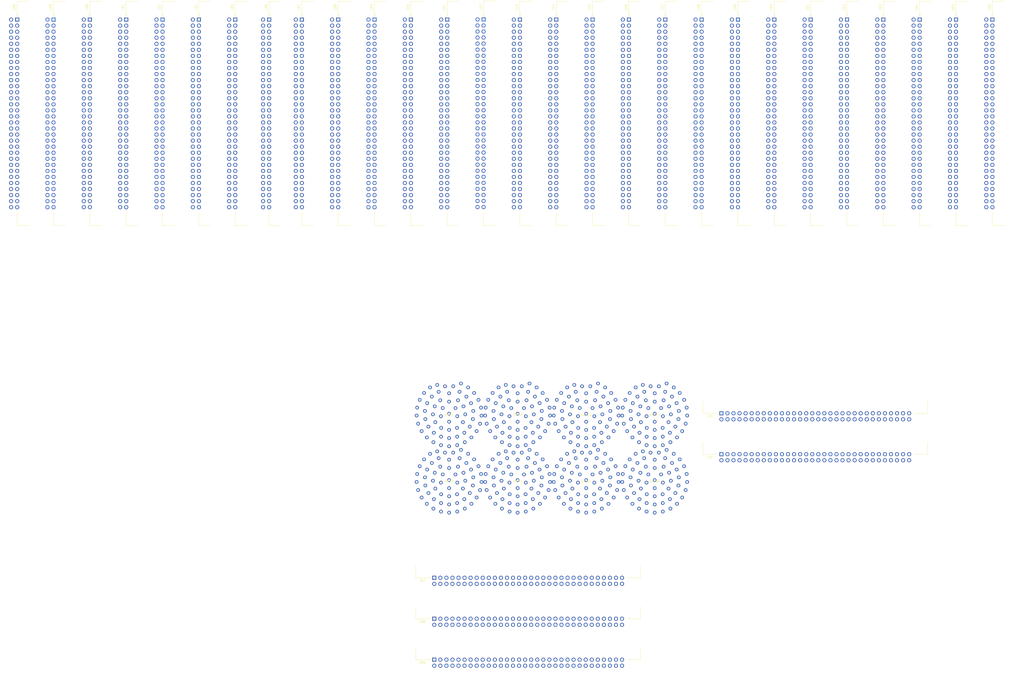
<source format=kicad_pcb>
(kicad_pcb (version 20171130) (host pcbnew "(5.0.0)")
  (layers (0 F.Cu signal) (1 In1.Cu signal) (2 In2.Cu signal) (3 In3.Cu signal) (4 In4.Cu signal) (5 In5.Cu signal) (6 In6.Cu signal) (31 B.Cu signal) (34 B.Paste user) (35 F.Paste user) (36 B.SilkS user) (37 F.SilkS user) (38 B.Mask user) (39 F.Mask user) (44 Edge.Cuts user))
  (net 0 "")
  (net 1 GND)
  (net 2 Neg6v)
  (net 3 "Net-(J24-Pad28)")
  (net 4 J8-)
  (net 5 SKT2GG)
  (net 6 PC5-12)
  (net 7 J7-)
  (net 8 SKT2FF)
  (net 9 WFR)
  (net 10 SKT2DD)
  (net 11 PulseGen)
  (net 12 JTPC)
  (net 13 SKT2EE)
  (net 14 J6-)
  (net 15 J5-)
  (net 16 6V)
  (net 17 6v)
  (net 18 J9-)
  (net 19 J10-)
  (net 20 SKT2JJ)
  (net 21 SKT2HH)
  (net 22 SKT2KK)
  (net 23 J11-)
  (net 24 SKT2LL)
  (net 25 J12-)
  (net 26 IP1)
  (net 27 SKT4q)
  (net 28 IP2)
  (net 29 SKT4r)
  (net 30 IP3)
  (net 31 SKT4s)
  (net 32 IP4)
  (net 33 SKT4t)
  (net 34 IP5)
  (net 35 SKT4u)
  (net 36 IP6)
  (net 37 SKT4v)
  (net 38 IP7)
  (net 39 SKT4w)
  (net 40 IP8)
  (net 41 SKT4x)
  (net 42 IP9)
  (net 43 SKT4y)
  (net 44 IP10)
  (net 45 SKT4z)
  (net 46 IP11)
  (net 47 SKT4AA)
  (net 48 IP12)
  (net 49 SKT4BB)
  (net 50 IP13)
  (net 51 SKT4CC)
  (net 52 IP14)
  (net 53 SKT4DD)
  (net 54 IP15)
  (net 55 SKT4EE)
  (net 56 IP16)
  (net 57 SKT4FF)
  (net 58 IP17)
  (net 59 SKT4GG)
  (net 60 IP18)
  (net 61 SKT4HH)
  (net 62 RBT)
  (net 63 RBTm)
  (net 64 SBT)
  (net 65 SBTm)
  (net 66 IP'1)
  (net 67 SKT10A)
  (net 68 IP'2)
  (net 69 SKT10B)
  (net 70 IP'3)
  (net 71 SKT10C)
  (net 72 IP'4)
  (net 73 SKT10D)
  (net 74 IP'6)
  (net 75 SKT10F)
  (net 76 IP'7)
  (net 77 SKT10G)
  (net 78 IP'8)
  (net 79 SKT10H)
  (net 80 IP'5)
  (net 81 SKT10E)
  (net 82 W16)
  (net 83 SKT11T)
  (net 84 W14)
  (net 85 SKT11R)
  (net 86 W18)
  (net 87 SKT11V)
  (net 88 W2)
  (net 89 SKT11E)
  (net 90 W3)
  (net 91 SKT11D)
  (net 92 W4)
  (net 93 SKT11C)
  (net 94 SKT11S)
  (net 95 W15)
  (net 96 RGS-x)
  (net 97 SKT14z)
  (net 98 WGS-x)
  (net 99 SKT14x)
  (net 100 INT1)
  (net 101 SKT13A)
  (net 102 INT2)
  (net 103 SKT13C)
  (net 104 INT3)
  (net 105 SKT13E)
  (net 106 A1-)
  (net 107 Z2-)
  (net 108 P5-)
  (net 109 P6-)
  (net 110 P7-)
  (net 111 SKT1MM)
  (net 112 P8-)
  (net 113 P9-)
  (net 114 SKT13J)
  (net 115 P10-)
  (net 116 SKT13G)
  (net 117 P11-)
  (net 118 P12)
  (net 119 P13-)
  (net 120 SKT13N)
  (net 121 P12-)
  (net 122 SKT10h)
  (net 123 SKT10V)
  (net 124 SKT1LL)
  (net 125 P13)
  (net 126 SKT13R)
  (net 127 t4-2)
  (net 128 SZ1)
  (net 129 SKT1PP)
  (net 130 TZ1)
  (net 131 SKT13L)
  (net 132 SKT10W)
  (net 133 SKT10j)
  (net 134 SKT4B)
  (net 135 SKT4C)
  (net 136 A2-)
  (net 137 SKT4D)
  (net 138 A3-)
  (net 139 SKT4E)
  (net 140 A4-)
  (net 141 SKT4F)
  (net 142 A5-)
  (net 143 SKT4G)
  (net 144 A6-)
  (net 145 SKT4H)
  (net 146 A7-)
  (net 147 SKT4J)
  (net 148 A8-)
  (net 149 SKT4K)
  (net 150 A9-)
  (net 151 SKT4L)
  (net 152 A10-)
  (net 153 SKT4M)
  (net 154 A11-)
  (net 155 SKT4N)
  (net 156 A12-)
  (net 157 SKT4P)
  (net 158 A13-)
  (net 159 SKT4R)
  (net 160 A14-)
  (net 161 SKT4S)
  (net 162 A15-)
  (net 163 SKT4T)
  (net 164 A16-)
  (net 165 SKT4U)
  (net 166 A17-)
  (net 167 SKT4V)
  (net 168 A18-)
  (net 169 SKT10J)
  (net 170 SKT10K)
  (net 171 SKT10L)
  (net 172 SKT10M)
  (net 173 SKT10N)
  (net 174 SKT10P)
  (net 175 SKT10R)
  (net 176 SKT10S)
  (net 177 RESET2-)
  (net 178 SKT4PP)
  (net 179 P4-)
  (net 180 SKT10b)
  (net 181 P3-)
  (net 182 SKT10U)
  (net 183 P1-)
  (net 184 SKT10X)
  (net 185 SKT10d)
  (net 186 P2-)
  (net 187 SKT10Y)
  (net 188 VTG-)
  (net 189 SKT5p)
  (net 190 SKT4g)
  (net 191 SKT4f)
  (net 192 SKT4e)
  (net 193 SKT4d)
  (net 194 SKT4c)
  (net 195 SKT4b)
  (net 196 SKT4a)
  (net 197 SKT4Z)
  (net 198 SKT4Y)
  (net 199 SKT4X)
  (net 200 SKT4W)
  (net 201 II17)
  (net 202 II17m)
  (net 203 II1)
  (net 204 II1m)
  (net 205 II2)
  (net 206 II2m)
  (net 207 II3)
  (net 208 II3m)
  (net 209 II4)
  (net 210 II4m)
  (net 211 II5)
  (net 212 II5m)
  (net 213 II6)
  (net 214 II6m)
  (net 215 II7)
  (net 216 II7m)
  (net 217 II8)
  (net 218 II8m)
  (net 219 II9)
  (net 220 II9m)
  (net 221 II10)
  (net 222 II10m)
  (net 223 II11)
  (net 224 II11m)
  (net 225 II12)
  (net 226 II12m)
  (net 227 II13)
  (net 228 II13m)
  (net 229 II14)
  (net 230 II14m)
  (net 231 II15)
  (net 232 II15m)
  (net 233 II16)
  (net 234 II16m)
  (net 235 II18)
  (net 236 II18m)
  (net 237 IIG)
  (net 238 IIS)
  (net 239 J4)
  (net 240 J4-)
  (net 241 J3-')
  (net 242 J3')
  (net 243 J2-')
  (net 244 J2')
  (net 245 J1-')
  (net 246 J1')
  (net 247 J5)
  (net 248 J6)
  (net 249 J7)
  (net 250 J8)
  (net 251 J9)
  (net 252 J10)
  (net 253 J11)
  (net 254 J12)
  (net 255 J13)
  (net 256 J14-)
  (net 257 J15-)
  (net 258 J16-)
  (net 259 C18)
  (net 260 C17)
  (net 261 F17)
  (net 262 X1)
  (net 263 F18)
  (net 264 FTG2)
  (net 265 RTG2)
  (net 266 LTG2)
  (net 267 VTG2)
  (net 268 OTG2-)
  (net 269 PTG1-2)
  (net 270 PTG2-2)
  (net 271 SKT1V)
  (net 272 A11)
  (net 273 GTJ2)
  (net 274 OTJ2-)
  (net 275 JTF2)
  (net 276 MTF2)
  (net 277 M-TF2)
  (net 278 GTM2)
  (net 279 SKT2V)
  (net 280 M18-)
  (net 281 WTM2)
  (net 282 0TM2-)
  (net 283 SKT1p)
  (net 284 GTA2)
  (net 285 OTA2-)
  (net 286 SKT1HH)
  (net 287 OTQ2-)
  (net 288 M18)
  (net 289 GTQ2)
  (net 290 ATF2)
  (net 291 DTF2a)
  (net 292 QTF2)
  (net 293 STORE18-)
  (net 294 STORE17-)
  (net 295 SKT1GG)
  (net 296 SKT1n)
  (net 297 MTI)
  (net 298 SKT3u)
  (net 299 I4)
  (net 300 OTI-)
  (net 301 I4-)
  (net 302 M17-)
  (net 303 W17)
  (net 304 SKT2U)
  (net 305 A10)
  (net 306 SKT1U)
  (net 307 F16)
  (net 308 /RegistersA/C16)
  (net 309 /RegistersA/C15)
  (net 310 JTG16-)
  (net 311 F15)
  (net 312 SKT1T)
  (net 313 A9)
  (net 314 SKT2m)
  (net 315 J16)
  (net 316 SKT2T)
  (net 317 M16-)
  (net 318 I3-)
  (net 319 I3)
  (net 320 SKT3t)
  (net 321 SKT1m)
  (net 322 SKT1FF)
  (net 323 STORE16-)
  (net 324 STORE15-)
  (net 325 SKT1EE)
  (net 326 SKT1k)
  (net 327 SKT3s)
  (net 328 I2)
  (net 329 I2-)
  (net 330 M15-)
  (net 331 SKT2S)
  (net 332 J15)
  (net 333 SKT2k)
  (net 334 A8)
  (net 335 SKT1S)
  (net 336 F14)
  (net 337 JTG15-)
  (net 338 /RegistersA/C14)
  (net 339 /RegistersA/C13)
  (net 340 JTG14-)
  (net 341 F13)
  (net 342 SKT1R)
  (net 343 A7)
  (net 344 SKT2j)
  (net 345 J14)
  (net 346 SKT2R)
  (net 347 M14-)
  (net 348 I1-)
  (net 349 I1)
  (net 350 SKT3r)
  (net 351 SKT1j)
  (net 352 SKT1DD)
  (net 353 STORE14-)
  (net 354 STORE13-)
  (net 355 DTF1-2)
  (net 356 M13)
  (net 357 SKT1CC)
  (net 358 SKT1i)
  (net 359 MTP2)
  (net 360 OTP2-)
  (net 361 M13-)
  (net 362 SKT11P)
  (net 363 SKT2P)
  (net 364 SKT2i)
  (net 365 J13-)
  (net 366 A6)
  (net 367 SKT1P)
  (net 368 F12)
  (net 369 /RegistersA/C12)
  (net 370 STORE12-)
  (net 371 M12)
  (net 372 SKT1BB)
  (net 373 SKT1h)
  (net 374 M12-)
  (net 375 SKT11N)
  (net 376 SKT2N)
  (net 377 SKT2h)
  (net 378 A5)
  (net 379 SKT1N)
  (net 380 F11)
  (net 381 /RegistersA/C11)
  (net 382 STORE11-)
  (net 383 M11)
  (net 384 SKT1AA)
  (net 385 SKT1g)
  (net 386 SKT2y)
  (net 387 M11-)
  (net 388 SKT11M)
  (net 389 SKT2M)
  (net 390 SKT2g)
  (net 391 A4)
  (net 392 SKT1M)
  (net 393 F10)
  (net 394 /RegistersA/C10)
  (net 395 C9)
  (net 396 F9)
  (net 397 SKT1L)
  (net 398 A3)
  (net 399 SKT2f)
  (net 400 SKT2L)
  (net 401 SKT11L)
  (net 402 M10-)
  (net 403 SKT2x)
  (net 404 SKT1f)
  (net 405 SKT1z)
  (net 406 STORE10-)
  (net 407 OTG1-)
  (net 408 t1)
  (net 409 t3-2)
  (net 410 GTQ1)
  (net 411 t4)
  (net 412 GTQa)
  (net 413 OTA1-)
  (net 414 GTAa)
  (net 415 GTA1)
  (net 416 OTA-')
  (net 417 MTPa)
  (net 418 OTP1-)
  (net 419 GTMa)
  (net 420 GTM1)
  (net 421 WTMa)
  (net 422 WTM1)
  (net 423 OTMa)
  (net 424 0TM1-)
  (net 425 GTJa)
  (net 426 GTJ1)
  (net 427 OTJ-)
  (net 428 OTJ1-)
  (net 429 SFDm)
  (net 430 SFD)
  (net 431 CRSm)
  (net 432 CRS)
  (net 433 t2-2)
  (net 434 ATF1)
  (net 435 t5)
  (net 436 ATFa)
  (net 437 QTF1)
  (net 438 QTFa)
  (net 439 JTPCa)
  (net 440 MTP1)
  (net 441 M-TFa)
  (net 442 M-TF1)
  (net 443 MTFa)
  (net 444 MTF1)
  (net 445 JTFa)
  (net 446 JTF1)
  (net 447 VTG1)
  (net 448 VTGa)
  (net 449 PTG2-a)
  (net 450 PTG2-1)
  (net 451 PTG1-1)
  (net 452 PTG1-a)
  (net 453 LTGa)
  (net 454 LTG1)
  (net 455 RTG1)
  (net 456 RTGa)
  (net 457 FTG1)
  (net 458 FTGa)
  (net 459 /RegistersB/C8)
  (net 460 F8)
  (net 461 SKT1K)
  (net 462 A2)
  (net 463 SKT2e)
  (net 464 SKT2K)
  (net 465 SKT11K)
  (net 466 M9-)
  (net 467 SKT2w)
  (net 468 SKT1e)
  (net 469 SKT1y)
  (net 470 OTQ1-)
  (net 471 STORE9-)
  (net 472 STORE8-)
  (net 473 SKT1x)
  (net 474 SKT1d)
  (net 475 SKT2v)
  (net 476 M8-)
  (net 477 SKT11J)
  (net 478 SKT2J)
  (net 479 SKT2d)
  (net 480 SKT1J)
  (net 481 F7)
  (net 482 /RegistersB/C7)
  (net 483 /RegistersB/C6)
  (net 484 F6)
  (net 485 SKT1H)
  (net 486 SKT2c)
  (net 487 SKT2H)
  (net 488 SKT11H)
  (net 489 M7-)
  (net 490 SKT2u)
  (net 491 SKT1c)
  (net 492 SKT1w)
  (net 493 DTF1-1)
  (net 494 STORE7-)
  (net 495 STORE6-)
  (net 496 SKT1v)
  (net 497 SKT1b)
  (net 498 SKT2t)
  (net 499 M6-)
  (net 500 SKT11G)
  (net 501 SKT2G)
  (net 502 SKT2b)
  (net 503 SKT1G)
  (net 504 F5)
  (net 505 /RegistersB/C5)
  (net 506 /RegistersB/C4)
  (net 507 F4)
  (net 508 SKT1F)
  (net 509 KTJ5-)
  (net 510 SKT2a)
  (net 511 SKT2F)
  (net 512 SKT11F)
  (net 513 M5-)
  (net 514 SKT2s)
  (net 515 SKT1a)
  (net 516 SKT1u)
  (net 517 STORE5-)
  (net 518 /RegistersB/C3)
  (net 519 F3)
  (net 520 SKT1E)
  (net 521 SKT2Z)
  (net 522 SKT2E)
  (net 523 M4-)
  (net 524 SKT2r)
  (net 525 SKT1Z)
  (net 526 SKT1t)
  (net 527 STORE4-)
  (net 528 STORE3-)
  (net 529 SKT1s)
  (net 530 SKT1Y)
  (net 531 SKT2q)
  (net 532 M3-)
  (net 533 SKT2D)
  (net 534 SKT2Y)
  (net 535 J3-)
  (net 536 ETJ3-)
  (net 537 SKT1D)
  (net 538 F2)
  (net 539 /RegistersB/C2)
  (net 540 /RegistersB/C1)
  (net 541 F1)
  (net 542 SKT1C)
  (net 543 ETJ2-)
  (net 544 J2-)
  (net 545 SKT2X)
  (net 546 SKT2C)
  (net 547 M2-)
  (net 548 SKT2p)
  (net 549 SKT1X)
  (net 550 SKT1r)
  (net 551 STORE2-)
  (net 552 STORE1-)
  (net 553 SKT1q)
  (net 554 SKT1W)
  (net 555 SKT2n)
  (net 556 M1-)
  (net 557 SKT11B)
  (net 558 SKT2B)
  (net 559 SKT2W)
  (net 560 J1-)
  (net 561 KTJ1-)
  (net 562 SKT1B)
  (net 563 X0)
  (net 564 ITF)
  (module ELLIOTT:DIN41612_B_2x32_Horizontal (layer F.Cu) (at 33.02 335.28 270)
    (fp_text reference J28 (at -5.08 1.27 270) (layer F.SilkS))
    (fp_text value Conn_02x32)
    (pad 1 thru_hole rect (at 0 0 270) (size 1.7 1.7) (drill 1) (layers *.Cu *.Mask) (net 1 GND))
    (pad A thru_hole circle (at 0 2.54 270) (size 1.7 1.7) (drill 1) (layers *.Cu *.Mask) (net 1 GND))
    (pad 2 thru_hole circle (at 2.54 0 270) (size 1.7 1.7) (drill 1) (layers *.Cu *.Mask) (net 17 6v))
    (pad B thru_hole circle (at 2.54 2.54 270) (size 1.7 1.7) (drill 1) (layers *.Cu *.Mask) (net 17 6v))
    (pad 3 thru_hole circle (at 5.08 0 270) (size 1.7 1.7) (drill 1) (layers *.Cu *.Mask) (net 26 IP1))
    (pad C thru_hole circle (at 5.08 2.54 270) (size 1.7 1.7) (drill 1) (layers *.Cu *.Mask) (net 27 SKT4q))
    (pad 4 thru_hole circle (at 7.62 0 270) (size 1.7 1.7) (drill 1) (layers *.Cu *.Mask) (net 28 IP2))
    (pad D thru_hole circle (at 7.62 2.54 270) (size 1.7 1.7) (drill 1) (layers *.Cu *.Mask) (net 29 SKT4r))
    (pad 5 thru_hole circle (at 10.16 0 270) (size 1.7 1.7) (drill 1) (layers *.Cu *.Mask) (net 30 IP3))
    (pad E thru_hole circle (at 10.16 2.54 270) (size 1.7 1.7) (drill 1) (layers *.Cu *.Mask) (net 31 SKT4s))
    (pad 6 thru_hole circle (at 12.7 0 270) (size 1.7 1.7) (drill 1) (layers *.Cu *.Mask) (net 32 IP4))
    (pad F thru_hole circle (at 12.7 2.54 270) (size 1.7 1.7) (drill 1) (layers *.Cu *.Mask) (net 33 SKT4t))
    (pad 7 thru_hole circle (at 15.24 0 270) (size 1.7 1.7) (drill 1) (layers *.Cu *.Mask) (net 34 IP5))
    (pad H thru_hole circle (at 15.24 2.54 270) (size 1.7 1.7) (drill 1) (layers *.Cu *.Mask) (net 35 SKT4u))
    (pad 8 thru_hole circle (at 17.78 0 270) (size 1.7 1.7) (drill 1) (layers *.Cu *.Mask) (net 36 IP6))
    (pad J thru_hole circle (at 17.78 2.54 270) (size 1.7 1.7) (drill 1) (layers *.Cu *.Mask) (net 37 SKT4v))
    (pad 9 thru_hole circle (at 20.32 0 270) (size 1.7 1.7) (drill 1) (layers *.Cu *.Mask) (net 38 IP7))
    (pad K thru_hole circle (at 20.32 2.54 270) (size 1.7 1.7) (drill 1) (layers *.Cu *.Mask) (net 39 SKT4w))
    (pad 10 thru_hole circle (at 22.86 0 270) (size 1.7 1.7) (drill 1) (layers *.Cu *.Mask) (net 40 IP8))
    (pad L thru_hole circle (at 22.86 2.54 270) (size 1.7 1.7) (drill 1) (layers *.Cu *.Mask) (net 41 SKT4x))
    (pad 11 thru_hole circle (at 25.4 0 270) (size 1.7 1.7) (drill 1) (layers *.Cu *.Mask) (net 42 IP9))
    (pad M thru_hole circle (at 25.4 2.54 270) (size 1.7 1.7) (drill 1) (layers *.Cu *.Mask) (net 43 SKT4y))
    (pad 12 thru_hole circle (at 27.94 0 270) (size 1.7 1.7) (drill 1) (layers *.Cu *.Mask))
    (pad N thru_hole circle (at 27.94 2.54 270) (size 1.7 1.7) (drill 1) (layers *.Cu *.Mask))
    (pad 13 thru_hole circle (at 30.48 0 270) (size 1.7 1.7) (drill 1) (layers *.Cu *.Mask))
    (pad P thru_hole circle (at 30.48 2.54 270) (size 1.7 1.7) (drill 1) (layers *.Cu *.Mask))
    (pad 14 thru_hole circle (at 33.02 0 270) (size 1.7 1.7) (drill 1) (layers *.Cu *.Mask) (net 44 IP10))
    (pad R thru_hole circle (at 33.02 2.54 270) (size 1.7 1.7) (drill 1) (layers *.Cu *.Mask) (net 45 SKT4z))
    (pad 15 thru_hole circle (at 35.56 0 270) (size 1.7 1.7) (drill 1) (layers *.Cu *.Mask) (net 46 IP11))
    (pad S thru_hole circle (at 35.56 2.54 270) (size 1.7 1.7) (drill 1) (layers *.Cu *.Mask) (net 47 SKT4AA))
    (pad 16 thru_hole circle (at 38.1 0 270) (size 1.7 1.7) (drill 1) (layers *.Cu *.Mask) (net 48 IP12))
    (pad T thru_hole circle (at 38.1 2.54 270) (size 1.7 1.7) (drill 1) (layers *.Cu *.Mask) (net 49 SKT4BB))
    (pad 17 thru_hole circle (at 40.64 0 270) (size 1.7 1.7) (drill 1) (layers *.Cu *.Mask) (net 50 IP13))
    (pad U thru_hole circle (at 40.64 2.54 270) (size 1.7 1.7) (drill 1) (layers *.Cu *.Mask) (net 51 SKT4CC))
    (pad 18 thru_hole circle (at 43.18 0 270) (size 1.7 1.7) (drill 1) (layers *.Cu *.Mask) (net 52 IP14))
    (pad V thru_hole circle (at 43.18 2.54 270) (size 1.7 1.7) (drill 1) (layers *.Cu *.Mask) (net 53 SKT4DD))
    (pad 19 thru_hole circle (at 45.72 0 270) (size 1.7 1.7) (drill 1) (layers *.Cu *.Mask) (net 54 IP15))
    (pad W thru_hole circle (at 45.72 2.54 270) (size 1.7 1.7) (drill 1) (layers *.Cu *.Mask) (net 55 SKT4EE))
    (pad 20 thru_hole circle (at 48.26 0 270) (size 1.7 1.7) (drill 1) (layers *.Cu *.Mask))
    (pad X thru_hole circle (at 48.26 2.54 270) (size 1.7 1.7) (drill 1) (layers *.Cu *.Mask))
    (pad 21 thru_hole circle (at 50.8 0 270) (size 1.7 1.7) (drill 1) (layers *.Cu *.Mask))
    (pad Y thru_hole circle (at 50.8 2.54 270) (size 1.7 1.7) (drill 1) (layers *.Cu *.Mask))
    (pad 22 thru_hole circle (at 53.34 0 270) (size 1.7 1.7) (drill 1) (layers *.Cu *.Mask))
    (pad Z thru_hole circle (at 53.34 2.54 270) (size 1.7 1.7) (drill 1) (layers *.Cu *.Mask))
    (pad 23 thru_hole circle (at 55.88 0 270) (size 1.7 1.7) (drill 1) (layers *.Cu *.Mask))
    (pad AA thru_hole circle (at 55.88 2.54 270) (size 1.7 1.7) (drill 1) (layers *.Cu *.Mask))
    (pad 24 thru_hole circle (at 58.42 0 270) (size 1.7 1.7) (drill 1) (layers *.Cu *.Mask) (net 56 IP16))
    (pad AB thru_hole circle (at 58.42 2.54 270) (size 1.7 1.7) (drill 1) (layers *.Cu *.Mask) (net 57 SKT4FF))
    (pad 25 thru_hole circle (at 60.96 0 270) (size 1.7 1.7) (drill 1) (layers *.Cu *.Mask) (net 58 IP17))
    (pad AC thru_hole circle (at 60.96 2.54 270) (size 1.7 1.7) (drill 1) (layers *.Cu *.Mask) (net 59 SKT4GG))
    (pad 26 thru_hole circle (at 63.5 0 270) (size 1.7 1.7) (drill 1) (layers *.Cu *.Mask) (net 60 IP18))
    (pad AD thru_hole circle (at 63.5 2.54 270) (size 1.7 1.7) (drill 1) (layers *.Cu *.Mask) (net 61 SKT4HH))
    (pad 27 thru_hole circle (at 66.04 0 270) (size 1.7 1.7) (drill 1) (layers *.Cu *.Mask) (net 62 RBT))
    (pad AE thru_hole circle (at 66.04 2.54 270) (size 1.7 1.7) (drill 1) (layers *.Cu *.Mask) (net 63 RBTm))
    (pad 28 thru_hole circle (at 68.58 0 270) (size 1.7 1.7) (drill 1) (layers *.Cu *.Mask))
    (pad AF thru_hole circle (at 68.58 2.54 270) (size 1.7 1.7) (drill 1) (layers *.Cu *.Mask))
    (pad 29 thru_hole circle (at 71.12 0 270) (size 1.7 1.7) (drill 1) (layers *.Cu *.Mask) (net 64 SBT))
    (pad AH thru_hole circle (at 71.12 2.54 270) (size 1.7 1.7) (drill 1) (layers *.Cu *.Mask) (net 65 SBTm))
    (pad 30 thru_hole circle (at 73.66 0 270) (size 1.7 1.7) (drill 1) (layers *.Cu *.Mask))
    (pad AJ thru_hole circle (at 73.66 2.54 270) (size 1.7 1.7) (drill 1) (layers *.Cu *.Mask))
    (pad 31 thru_hole circle (at 76.2 0 270) (size 1.7 1.7) (drill 1) (layers *.Cu *.Mask) (net 2 Neg6v))
    (pad AK thru_hole circle (at 76.2 2.54 270) (size 1.7 1.7) (drill 1) (layers *.Cu *.Mask) (net 2 Neg6v))
    (pad 32 thru_hole circle (at 78.74 0 270) (size 1.7 1.7) (drill 1) (layers *.Cu *.Mask) (net 1 GND))
    (pad AL thru_hole circle (at 78.74 2.54 270) (size 1.7 1.7) (drill 1) (layers *.Cu *.Mask) (net 1 GND))
    (pad "" np_thru_hole circle (at -5.08 -2.54 270) (size 2.8 2.8) (drill 2.8) (layers *.Cu *.Mask))
    (pad "" np_thru_hole circle (at 83.82 -2.54 270) (size 2.8 2.8) (drill 2.8) (layers *.Cu *.Mask))
  )
  (module ELLIOTT:DIN41612_B_2x32_Horizontal (layer F.Cu) (at 48.26 335.28 270)
    (fp_text reference J29 (at -5.08 1.27 270) (layer F.SilkS))
    (fp_text value Conn_02x32)
    (pad 1 thru_hole rect (at 0 0 270) (size 1.7 1.7) (drill 1) (layers *.Cu *.Mask) (net 1 GND))
    (pad A thru_hole circle (at 0 2.54 270) (size 1.7 1.7) (drill 1) (layers *.Cu *.Mask) (net 1 GND))
    (pad 2 thru_hole circle (at 2.54 0 270) (size 1.7 1.7) (drill 1) (layers *.Cu *.Mask) (net 17 6v))
    (pad B thru_hole circle (at 2.54 2.54 270) (size 1.7 1.7) (drill 1) (layers *.Cu *.Mask) (net 17 6v))
    (pad 3 thru_hole circle (at 5.08 0 270) (size 1.7 1.7) (drill 1) (layers *.Cu *.Mask) (net 66 IP'1))
    (pad C thru_hole circle (at 5.08 2.54 270) (size 1.7 1.7) (drill 1) (layers *.Cu *.Mask) (net 67 SKT10A))
    (pad 4 thru_hole circle (at 7.62 0 270) (size 1.7 1.7) (drill 1) (layers *.Cu *.Mask) (net 68 IP'2))
    (pad D thru_hole circle (at 7.62 2.54 270) (size 1.7 1.7) (drill 1) (layers *.Cu *.Mask) (net 69 SKT10B))
    (pad 5 thru_hole circle (at 10.16 0 270) (size 1.7 1.7) (drill 1) (layers *.Cu *.Mask) (net 70 IP'3))
    (pad E thru_hole circle (at 10.16 2.54 270) (size 1.7 1.7) (drill 1) (layers *.Cu *.Mask) (net 71 SKT10C))
    (pad 6 thru_hole circle (at 12.7 0 270) (size 1.7 1.7) (drill 1) (layers *.Cu *.Mask) (net 72 IP'4))
    (pad F thru_hole circle (at 12.7 2.54 270) (size 1.7 1.7) (drill 1) (layers *.Cu *.Mask) (net 73 SKT10D))
    (pad 7 thru_hole circle (at 15.24 0 270) (size 1.7 1.7) (drill 1) (layers *.Cu *.Mask) (net 74 IP'6))
    (pad H thru_hole circle (at 15.24 2.54 270) (size 1.7 1.7) (drill 1) (layers *.Cu *.Mask) (net 75 SKT10F))
    (pad 8 thru_hole circle (at 17.78 0 270) (size 1.7 1.7) (drill 1) (layers *.Cu *.Mask) (net 76 IP'7))
    (pad J thru_hole circle (at 17.78 2.54 270) (size 1.7 1.7) (drill 1) (layers *.Cu *.Mask) (net 77 SKT10G))
    (pad 9 thru_hole circle (at 20.32 0 270) (size 1.7 1.7) (drill 1) (layers *.Cu *.Mask) (net 78 IP'8))
    (pad K thru_hole circle (at 20.32 2.54 270) (size 1.7 1.7) (drill 1) (layers *.Cu *.Mask) (net 79 SKT10H))
    (pad 10 thru_hole circle (at 22.86 0 270) (size 1.7 1.7) (drill 1) (layers *.Cu *.Mask) (net 80 IP'5))
    (pad L thru_hole circle (at 22.86 2.54 270) (size 1.7 1.7) (drill 1) (layers *.Cu *.Mask) (net 81 SKT10E))
    (pad 11 thru_hole circle (at 25.4 0 270) (size 1.7 1.7) (drill 1) (layers *.Cu *.Mask))
    (pad M thru_hole circle (at 25.4 2.54 270) (size 1.7 1.7) (drill 1) (layers *.Cu *.Mask))
    (pad 12 thru_hole circle (at 27.94 0 270) (size 1.7 1.7) (drill 1) (layers *.Cu *.Mask) (net 82 W16))
    (pad N thru_hole circle (at 27.94 2.54 270) (size 1.7 1.7) (drill 1) (layers *.Cu *.Mask) (net 83 SKT11T))
    (pad 13 thru_hole circle (at 30.48 0 270) (size 1.7 1.7) (drill 1) (layers *.Cu *.Mask) (net 84 W14))
    (pad P thru_hole circle (at 30.48 2.54 270) (size 1.7 1.7) (drill 1) (layers *.Cu *.Mask) (net 85 SKT11R))
    (pad 14 thru_hole circle (at 33.02 0 270) (size 1.7 1.7) (drill 1) (layers *.Cu *.Mask) (net 86 W18))
    (pad R thru_hole circle (at 33.02 2.54 270) (size 1.7 1.7) (drill 1) (layers *.Cu *.Mask) (net 87 SKT11V))
    (pad 15 thru_hole circle (at 35.56 0 270) (size 1.7 1.7) (drill 1) (layers *.Cu *.Mask) (net 88 W2))
    (pad S thru_hole circle (at 35.56 2.54 270) (size 1.7 1.7) (drill 1) (layers *.Cu *.Mask) (net 89 SKT11E))
    (pad 16 thru_hole circle (at 38.1 0 270) (size 1.7 1.7) (drill 1) (layers *.Cu *.Mask) (net 90 W3))
    (pad T thru_hole circle (at 38.1 2.54 270) (size 1.7 1.7) (drill 1) (layers *.Cu *.Mask) (net 91 SKT11D))
    (pad 17 thru_hole circle (at 40.64 0 270) (size 1.7 1.7) (drill 1) (layers *.Cu *.Mask) (net 92 W4))
    (pad U thru_hole circle (at 40.64 2.54 270) (size 1.7 1.7) (drill 1) (layers *.Cu *.Mask) (net 93 SKT11C))
    (pad 18 thru_hole circle (at 43.18 0 270) (size 1.7 1.7) (drill 1) (layers *.Cu *.Mask))
    (pad V thru_hole circle (at 43.18 2.54 270) (size 1.7 1.7) (drill 1) (layers *.Cu *.Mask) (net 94 SKT11S))
    (pad 19 thru_hole circle (at 45.72 0 270) (size 1.7 1.7) (drill 1) (layers *.Cu *.Mask))
    (pad W thru_hole circle (at 45.72 2.54 270) (size 1.7 1.7) (drill 1) (layers *.Cu *.Mask))
    (pad 20 thru_hole circle (at 48.26 0 270) (size 1.7 1.7) (drill 1) (layers *.Cu *.Mask) (net 95 W15))
    (pad X thru_hole circle (at 48.26 2.54 270) (size 1.7 1.7) (drill 1) (layers *.Cu *.Mask))
    (pad 21 thru_hole circle (at 50.8 0 270) (size 1.7 1.7) (drill 1) (layers *.Cu *.Mask) (net 96 RGS-x))
    (pad Y thru_hole circle (at 50.8 2.54 270) (size 1.7 1.7) (drill 1) (layers *.Cu *.Mask))
    (pad 22 thru_hole circle (at 53.34 0 270) (size 1.7 1.7) (drill 1) (layers *.Cu *.Mask))
    (pad Z thru_hole circle (at 53.34 2.54 270) (size 1.7 1.7) (drill 1) (layers *.Cu *.Mask) (net 97 SKT14z))
    (pad 23 thru_hole circle (at 55.88 0 270) (size 1.7 1.7) (drill 1) (layers *.Cu *.Mask) (net 98 WGS-x))
    (pad AA thru_hole circle (at 55.88 2.54 270) (size 1.7 1.7) (drill 1) (layers *.Cu *.Mask) (net 99 SKT14x))
    (pad 24 thru_hole circle (at 58.42 0 270) (size 1.7 1.7) (drill 1) (layers *.Cu *.Mask))
    (pad AB thru_hole circle (at 58.42 2.54 270) (size 1.7 1.7) (drill 1) (layers *.Cu *.Mask))
    (pad 25 thru_hole circle (at 60.96 0 270) (size 1.7 1.7) (drill 1) (layers *.Cu *.Mask))
    (pad AC thru_hole circle (at 60.96 2.54 270) (size 1.7 1.7) (drill 1) (layers *.Cu *.Mask))
    (pad 26 thru_hole circle (at 63.5 0 270) (size 1.7 1.7) (drill 1) (layers *.Cu *.Mask))
    (pad AD thru_hole circle (at 63.5 2.54 270) (size 1.7 1.7) (drill 1) (layers *.Cu *.Mask))
    (pad 27 thru_hole circle (at 66.04 0 270) (size 1.7 1.7) (drill 1) (layers *.Cu *.Mask) (net 100 INT1))
    (pad AE thru_hole circle (at 66.04 2.54 270) (size 1.7 1.7) (drill 1) (layers *.Cu *.Mask) (net 101 SKT13A))
    (pad 28 thru_hole circle (at 68.58 0 270) (size 1.7 1.7) (drill 1) (layers *.Cu *.Mask) (net 102 INT2))
    (pad AF thru_hole circle (at 68.58 2.54 270) (size 1.7 1.7) (drill 1) (layers *.Cu *.Mask) (net 103 SKT13C))
    (pad 29 thru_hole circle (at 71.12 0 270) (size 1.7 1.7) (drill 1) (layers *.Cu *.Mask) (net 104 INT3))
    (pad AH thru_hole circle (at 71.12 2.54 270) (size 1.7 1.7) (drill 1) (layers *.Cu *.Mask) (net 105 SKT13E))
    (pad 30 thru_hole circle (at 73.66 0 270) (size 1.7 1.7) (drill 1) (layers *.Cu *.Mask))
    (pad AJ thru_hole circle (at 73.66 2.54 270) (size 1.7 1.7) (drill 1) (layers *.Cu *.Mask) (net 106 A1-))
    (pad 31 thru_hole circle (at 76.2 0 270) (size 1.7 1.7) (drill 1) (layers *.Cu *.Mask) (net 2 Neg6v))
    (pad AK thru_hole circle (at 76.2 2.54 270) (size 1.7 1.7) (drill 1) (layers *.Cu *.Mask) (net 2 Neg6v))
    (pad 32 thru_hole circle (at 78.74 0 270) (size 1.7 1.7) (drill 1) (layers *.Cu *.Mask) (net 1 GND))
    (pad AL thru_hole circle (at 78.74 2.54 270) (size 1.7 1.7) (drill 1) (layers *.Cu *.Mask) (net 1 GND))
    (pad "" np_thru_hole circle (at -5.08 -2.54 270) (size 2.8 2.8) (drill 2.8) (layers *.Cu *.Mask))
    (pad "" np_thru_hole circle (at 83.82 -2.54 270) (size 2.8 2.8) (drill 2.8) (layers *.Cu *.Mask))
  )
  (module ELLIOTT:DIN41612_B_2x32_Horizontal (layer F.Cu) (at 63.5 335.28 270)
    (fp_text reference J30 (at -5.08 1.27 270) (layer F.SilkS))
    (fp_text value Conn_02x32)
    (pad "" np_thru_hole circle (at 83.82 -2.54 270) (size 2.8 2.8) (drill 2.8) (layers *.Cu *.Mask))
    (pad "" np_thru_hole circle (at -5.08 -2.54 270) (size 2.8 2.8) (drill 2.8) (layers *.Cu *.Mask))
    (pad AL thru_hole circle (at 78.74 2.54 270) (size 1.7 1.7) (drill 1) (layers *.Cu *.Mask) (net 1 GND))
    (pad 32 thru_hole circle (at 78.74 0 270) (size 1.7 1.7) (drill 1) (layers *.Cu *.Mask) (net 1 GND))
    (pad AK thru_hole circle (at 76.2 2.54 270) (size 1.7 1.7) (drill 1) (layers *.Cu *.Mask) (net 2 Neg6v))
    (pad 31 thru_hole circle (at 76.2 0 270) (size 1.7 1.7) (drill 1) (layers *.Cu *.Mask) (net 2 Neg6v))
    (pad AJ thru_hole circle (at 73.66 2.54 270) (size 1.7 1.7) (drill 1) (layers *.Cu *.Mask))
    (pad 30 thru_hole circle (at 73.66 0 270) (size 1.7 1.7) (drill 1) (layers *.Cu *.Mask))
    (pad AH thru_hole circle (at 71.12 2.54 270) (size 1.7 1.7) (drill 1) (layers *.Cu *.Mask))
    (pad 29 thru_hole circle (at 71.12 0 270) (size 1.7 1.7) (drill 1) (layers *.Cu *.Mask))
    (pad AF thru_hole circle (at 68.58 2.54 270) (size 1.7 1.7) (drill 1) (layers *.Cu *.Mask))
    (pad 28 thru_hole circle (at 68.58 0 270) (size 1.7 1.7) (drill 1) (layers *.Cu *.Mask) (net 107 Z2-))
    (pad AE thru_hole circle (at 66.04 2.54 270) (size 1.7 1.7) (drill 1) (layers *.Cu *.Mask))
    (pad 27 thru_hole circle (at 66.04 0 270) (size 1.7 1.7) (drill 1) (layers *.Cu *.Mask))
    (pad AD thru_hole circle (at 63.5 2.54 270) (size 1.7 1.7) (drill 1) (layers *.Cu *.Mask))
    (pad 26 thru_hole circle (at 63.5 0 270) (size 1.7 1.7) (drill 1) (layers *.Cu *.Mask))
    (pad AC thru_hole circle (at 60.96 2.54 270) (size 1.7 1.7) (drill 1) (layers *.Cu *.Mask) (net 108 P5-))
    (pad 25 thru_hole circle (at 60.96 0 270) (size 1.7 1.7) (drill 1) (layers *.Cu *.Mask))
    (pad AB thru_hole circle (at 58.42 2.54 270) (size 1.7 1.7) (drill 1) (layers *.Cu *.Mask))
    (pad 24 thru_hole circle (at 58.42 0 270) (size 1.7 1.7) (drill 1) (layers *.Cu *.Mask) (net 109 P6-))
    (pad AA thru_hole circle (at 55.88 2.54 270) (size 1.7 1.7) (drill 1) (layers *.Cu *.Mask) (net 110 P7-))
    (pad 23 thru_hole circle (at 55.88 0 270) (size 1.7 1.7) (drill 1) (layers *.Cu *.Mask))
    (pad Z thru_hole circle (at 53.34 2.54 270) (size 1.7 1.7) (drill 1) (layers *.Cu *.Mask) (net 111 SKT1MM))
    (pad 22 thru_hole circle (at 53.34 0 270) (size 1.7 1.7) (drill 1) (layers *.Cu *.Mask) (net 112 P8-))
    (pad Y thru_hole circle (at 50.8 2.54 270) (size 1.7 1.7) (drill 1) (layers *.Cu *.Mask) (net 113 P9-))
    (pad 21 thru_hole circle (at 50.8 0 270) (size 1.7 1.7) (drill 1) (layers *.Cu *.Mask) (net 114 SKT13J))
    (pad X thru_hole circle (at 48.26 2.54 270) (size 1.7 1.7) (drill 1) (layers *.Cu *.Mask) (net 115 P10-))
    (pad 20 thru_hole circle (at 48.26 0 270) (size 1.7 1.7) (drill 1) (layers *.Cu *.Mask) (net 116 SKT13G))
    (pad W thru_hole circle (at 45.72 2.54 270) (size 1.7 1.7) (drill 1) (layers *.Cu *.Mask) (net 117 P11-))
    (pad 19 thru_hole circle (at 45.72 0 270) (size 1.7 1.7) (drill 1) (layers *.Cu *.Mask))
    (pad V thru_hole circle (at 43.18 2.54 270) (size 1.7 1.7) (drill 1) (layers *.Cu *.Mask) (net 118 P12))
    (pad 18 thru_hole circle (at 43.18 0 270) (size 1.7 1.7) (drill 1) (layers *.Cu *.Mask) (net 119 P13-))
    (pad U thru_hole circle (at 40.64 2.54 270) (size 1.7 1.7) (drill 1) (layers *.Cu *.Mask) (net 120 SKT13N))
    (pad 17 thru_hole circle (at 40.64 0 270) (size 1.7 1.7) (drill 1) (layers *.Cu *.Mask))
    (pad T thru_hole circle (at 38.1 2.54 270) (size 1.7 1.7) (drill 1) (layers *.Cu *.Mask) (net 121 P12-))
    (pad 16 thru_hole circle (at 38.1 0 270) (size 1.7 1.7) (drill 1) (layers *.Cu *.Mask))
    (pad S thru_hole circle (at 35.56 2.54 270) (size 1.7 1.7) (drill 1) (layers *.Cu *.Mask))
    (pad 15 thru_hole circle (at 35.56 0 270) (size 1.7 1.7) (drill 1) (layers *.Cu *.Mask) (net 122 SKT10h))
    (pad R thru_hole circle (at 33.02 2.54 270) (size 1.7 1.7) (drill 1) (layers *.Cu *.Mask))
    (pad 14 thru_hole circle (at 33.02 0 270) (size 1.7 1.7) (drill 1) (layers *.Cu *.Mask) (net 123 SKT10V))
    (pad P thru_hole circle (at 30.48 2.54 270) (size 1.7 1.7) (drill 1) (layers *.Cu *.Mask) (net 124 SKT1LL))
    (pad 13 thru_hole circle (at 30.48 0 270) (size 1.7 1.7) (drill 1) (layers *.Cu *.Mask) (net 125 P13))
    (pad N thru_hole circle (at 27.94 2.54 270) (size 1.7 1.7) (drill 1) (layers *.Cu *.Mask))
    (pad 12 thru_hole circle (at 27.94 0 270) (size 1.7 1.7) (drill 1) (layers *.Cu *.Mask) (net 126 SKT13R))
    (pad M thru_hole circle (at 25.4 2.54 270) (size 1.7 1.7) (drill 1) (layers *.Cu *.Mask) (net 127 t4-2))
    (pad 11 thru_hole circle (at 25.4 0 270) (size 1.7 1.7) (drill 1) (layers *.Cu *.Mask))
    (pad L thru_hole circle (at 22.86 2.54 270) (size 1.7 1.7) (drill 1) (layers *.Cu *.Mask))
    (pad 10 thru_hole circle (at 22.86 0 270) (size 1.7 1.7) (drill 1) (layers *.Cu *.Mask))
    (pad K thru_hole circle (at 20.32 2.54 270) (size 1.7 1.7) (drill 1) (layers *.Cu *.Mask))
    (pad 9 thru_hole circle (at 20.32 0 270) (size 1.7 1.7) (drill 1) (layers *.Cu *.Mask))
    (pad J thru_hole circle (at 17.78 2.54 270) (size 1.7 1.7) (drill 1) (layers *.Cu *.Mask) (net 128 SZ1))
    (pad 8 thru_hole circle (at 17.78 0 270) (size 1.7 1.7) (drill 1) (layers *.Cu *.Mask))
    (pad H thru_hole circle (at 15.24 2.54 270) (size 1.7 1.7) (drill 1) (layers *.Cu *.Mask) (net 129 SKT1PP))
    (pad 7 thru_hole circle (at 15.24 0 270) (size 1.7 1.7) (drill 1) (layers *.Cu *.Mask))
    (pad F thru_hole circle (at 12.7 2.54 270) (size 1.7 1.7) (drill 1) (layers *.Cu *.Mask) (net 130 TZ1))
    (pad 6 thru_hole circle (at 12.7 0 270) (size 1.7 1.7) (drill 1) (layers *.Cu *.Mask))
    (pad E thru_hole circle (at 10.16 2.54 270) (size 1.7 1.7) (drill 1) (layers *.Cu *.Mask) (net 131 SKT13L))
    (pad 5 thru_hole circle (at 10.16 0 270) (size 1.7 1.7) (drill 1) (layers *.Cu *.Mask))
    (pad D thru_hole circle (at 7.62 2.54 270) (size 1.7 1.7) (drill 1) (layers *.Cu *.Mask) (net 132 SKT10W))
    (pad 4 thru_hole circle (at 7.62 0 270) (size 1.7 1.7) (drill 1) (layers *.Cu *.Mask))
    (pad C thru_hole circle (at 5.08 2.54 270) (size 1.7 1.7) (drill 1) (layers *.Cu *.Mask) (net 133 SKT10j))
    (pad 3 thru_hole circle (at 5.08 0 270) (size 1.7 1.7) (drill 1) (layers *.Cu *.Mask))
    (pad B thru_hole circle (at 2.54 2.54 270) (size 1.7 1.7) (drill 1) (layers *.Cu *.Mask) (net 17 6v))
    (pad 2 thru_hole circle (at 2.54 0 270) (size 1.7 1.7) (drill 1) (layers *.Cu *.Mask) (net 17 6v))
    (pad A thru_hole circle (at 0 2.54 270) (size 1.7 1.7) (drill 1) (layers *.Cu *.Mask) (net 1 GND))
    (pad 1 thru_hole rect (at 0 0 270) (size 1.7 1.7) (drill 1) (layers *.Cu *.Mask) (net 1 GND))
  )
  (module ELLIOTT:DIN41612_B_2x32_Horizontal (layer F.Cu) (at 78.74 335.28 270)
    (fp_text reference J31 (at -5.08 1.27 270) (layer F.SilkS))
    (fp_text value Conn_02x32)
    (pad 1 thru_hole rect (at 0 0 270) (size 1.7 1.7) (drill 1) (layers *.Cu *.Mask) (net 1 GND))
    (pad A thru_hole circle (at 0 2.54 270) (size 1.7 1.7) (drill 1) (layers *.Cu *.Mask) (net 1 GND))
    (pad 2 thru_hole circle (at 2.54 0 270) (size 1.7 1.7) (drill 1) (layers *.Cu *.Mask) (net 17 6v))
    (pad B thru_hole circle (at 2.54 2.54 270) (size 1.7 1.7) (drill 1) (layers *.Cu *.Mask) (net 17 6v))
    (pad 3 thru_hole circle (at 5.08 0 270) (size 1.7 1.7) (drill 1) (layers *.Cu *.Mask) (net 134 SKT4B))
    (pad C thru_hole circle (at 5.08 2.54 270) (size 1.7 1.7) (drill 1) (layers *.Cu *.Mask) (net 106 A1-))
    (pad 4 thru_hole circle (at 7.62 0 270) (size 1.7 1.7) (drill 1) (layers *.Cu *.Mask) (net 135 SKT4C))
    (pad D thru_hole circle (at 7.62 2.54 270) (size 1.7 1.7) (drill 1) (layers *.Cu *.Mask) (net 136 A2-))
    (pad 5 thru_hole circle (at 10.16 0 270) (size 1.7 1.7) (drill 1) (layers *.Cu *.Mask) (net 137 SKT4D))
    (pad E thru_hole circle (at 10.16 2.54 270) (size 1.7 1.7) (drill 1) (layers *.Cu *.Mask) (net 138 A3-))
    (pad 6 thru_hole circle (at 12.7 0 270) (size 1.7 1.7) (drill 1) (layers *.Cu *.Mask) (net 139 SKT4E))
    (pad F thru_hole circle (at 12.7 2.54 270) (size 1.7 1.7) (drill 1) (layers *.Cu *.Mask) (net 140 A4-))
    (pad 7 thru_hole circle (at 15.24 0 270) (size 1.7 1.7) (drill 1) (layers *.Cu *.Mask) (net 141 SKT4F))
    (pad H thru_hole circle (at 15.24 2.54 270) (size 1.7 1.7) (drill 1) (layers *.Cu *.Mask) (net 142 A5-))
    (pad 8 thru_hole circle (at 17.78 0 270) (size 1.7 1.7) (drill 1) (layers *.Cu *.Mask) (net 143 SKT4G))
    (pad J thru_hole circle (at 17.78 2.54 270) (size 1.7 1.7) (drill 1) (layers *.Cu *.Mask) (net 144 A6-))
    (pad 9 thru_hole circle (at 20.32 0 270) (size 1.7 1.7) (drill 1) (layers *.Cu *.Mask) (net 145 SKT4H))
    (pad K thru_hole circle (at 20.32 2.54 270) (size 1.7 1.7) (drill 1) (layers *.Cu *.Mask) (net 146 A7-))
    (pad 10 thru_hole circle (at 22.86 0 270) (size 1.7 1.7) (drill 1) (layers *.Cu *.Mask) (net 147 SKT4J))
    (pad L thru_hole circle (at 22.86 2.54 270) (size 1.7 1.7) (drill 1) (layers *.Cu *.Mask) (net 148 A8-))
    (pad 11 thru_hole circle (at 25.4 0 270) (size 1.7 1.7) (drill 1) (layers *.Cu *.Mask) (net 149 SKT4K))
    (pad M thru_hole circle (at 25.4 2.54 270) (size 1.7 1.7) (drill 1) (layers *.Cu *.Mask) (net 150 A9-))
    (pad 12 thru_hole circle (at 27.94 0 270) (size 1.7 1.7) (drill 1) (layers *.Cu *.Mask) (net 151 SKT4L))
    (pad N thru_hole circle (at 27.94 2.54 270) (size 1.7 1.7) (drill 1) (layers *.Cu *.Mask) (net 152 A10-))
    (pad 13 thru_hole circle (at 30.48 0 270) (size 1.7 1.7) (drill 1) (layers *.Cu *.Mask) (net 153 SKT4M))
    (pad P thru_hole circle (at 30.48 2.54 270) (size 1.7 1.7) (drill 1) (layers *.Cu *.Mask) (net 154 A11-))
    (pad 14 thru_hole circle (at 33.02 0 270) (size 1.7 1.7) (drill 1) (layers *.Cu *.Mask) (net 155 SKT4N))
    (pad R thru_hole circle (at 33.02 2.54 270) (size 1.7 1.7) (drill 1) (layers *.Cu *.Mask) (net 156 A12-))
    (pad 15 thru_hole circle (at 35.56 0 270) (size 1.7 1.7) (drill 1) (layers *.Cu *.Mask) (net 157 SKT4P))
    (pad S thru_hole circle (at 35.56 2.54 270) (size 1.7 1.7) (drill 1) (layers *.Cu *.Mask) (net 158 A13-))
    (pad 16 thru_hole circle (at 38.1 0 270) (size 1.7 1.7) (drill 1) (layers *.Cu *.Mask) (net 159 SKT4R))
    (pad T thru_hole circle (at 38.1 2.54 270) (size 1.7 1.7) (drill 1) (layers *.Cu *.Mask) (net 160 A14-))
    (pad 17 thru_hole circle (at 40.64 0 270) (size 1.7 1.7) (drill 1) (layers *.Cu *.Mask) (net 161 SKT4S))
    (pad U thru_hole circle (at 40.64 2.54 270) (size 1.7 1.7) (drill 1) (layers *.Cu *.Mask) (net 162 A15-))
    (pad 18 thru_hole circle (at 43.18 0 270) (size 1.7 1.7) (drill 1) (layers *.Cu *.Mask) (net 163 SKT4T))
    (pad V thru_hole circle (at 43.18 2.54 270) (size 1.7 1.7) (drill 1) (layers *.Cu *.Mask) (net 164 A16-))
    (pad 19 thru_hole circle (at 45.72 0 270) (size 1.7 1.7) (drill 1) (layers *.Cu *.Mask) (net 165 SKT4U))
    (pad W thru_hole circle (at 45.72 2.54 270) (size 1.7 1.7) (drill 1) (layers *.Cu *.Mask) (net 166 A17-))
    (pad 20 thru_hole circle (at 48.26 0 270) (size 1.7 1.7) (drill 1) (layers *.Cu *.Mask) (net 167 SKT4V))
    (pad X thru_hole circle (at 48.26 2.54 270) (size 1.7 1.7) (drill 1) (layers *.Cu *.Mask) (net 168 A18-))
    (pad 21 thru_hole circle (at 50.8 0 270) (size 1.7 1.7) (drill 1) (layers *.Cu *.Mask) (net 169 SKT10J))
    (pad Y thru_hole circle (at 50.8 2.54 270) (size 1.7 1.7) (drill 1) (layers *.Cu *.Mask) (net 106 A1-))
    (pad 22 thru_hole circle (at 53.34 0 270) (size 1.7 1.7) (drill 1) (layers *.Cu *.Mask) (net 170 SKT10K))
    (pad Z thru_hole circle (at 53.34 2.54 270) (size 1.7 1.7) (drill 1) (layers *.Cu *.Mask) (net 136 A2-))
    (pad 23 thru_hole circle (at 55.88 0 270) (size 1.7 1.7) (drill 1) (layers *.Cu *.Mask) (net 171 SKT10L))
    (pad AA thru_hole circle (at 55.88 2.54 270) (size 1.7 1.7) (drill 1) (layers *.Cu *.Mask) (net 138 A3-))
    (pad 24 thru_hole circle (at 58.42 0 270) (size 1.7 1.7) (drill 1) (layers *.Cu *.Mask) (net 172 SKT10M))
    (pad AB thru_hole circle (at 58.42 2.54 270) (size 1.7 1.7) (drill 1) (layers *.Cu *.Mask) (net 140 A4-))
    (pad 25 thru_hole circle (at 60.96 0 270) (size 1.7 1.7) (drill 1) (layers *.Cu *.Mask) (net 173 SKT10N))
    (pad AC thru_hole circle (at 60.96 2.54 270) (size 1.7 1.7) (drill 1) (layers *.Cu *.Mask) (net 142 A5-))
    (pad 26 thru_hole circle (at 63.5 0 270) (size 1.7 1.7) (drill 1) (layers *.Cu *.Mask) (net 174 SKT10P))
    (pad AD thru_hole circle (at 63.5 2.54 270) (size 1.7 1.7) (drill 1) (layers *.Cu *.Mask) (net 144 A6-))
    (pad 27 thru_hole circle (at 66.04 0 270) (size 1.7 1.7) (drill 1) (layers *.Cu *.Mask) (net 175 SKT10R))
    (pad AE thru_hole circle (at 66.04 2.54 270) (size 1.7 1.7) (drill 1) (layers *.Cu *.Mask) (net 146 A7-))
    (pad 28 thru_hole circle (at 68.58 0 270) (size 1.7 1.7) (drill 1) (layers *.Cu *.Mask) (net 176 SKT10S))
    (pad AF thru_hole circle (at 68.58 2.54 270) (size 1.7 1.7) (drill 1) (layers *.Cu *.Mask) (net 148 A8-))
    (pad 29 thru_hole circle (at 71.12 0 270) (size 1.7 1.7) (drill 1) (layers *.Cu *.Mask))
    (pad AH thru_hole circle (at 71.12 2.54 270) (size 1.7 1.7) (drill 1) (layers *.Cu *.Mask))
    (pad 30 thru_hole circle (at 73.66 0 270) (size 1.7 1.7) (drill 1) (layers *.Cu *.Mask))
    (pad AJ thru_hole circle (at 73.66 2.54 270) (size 1.7 1.7) (drill 1) (layers *.Cu *.Mask))
    (pad 31 thru_hole circle (at 76.2 0 270) (size 1.7 1.7) (drill 1) (layers *.Cu *.Mask) (net 2 Neg6v))
    (pad AK thru_hole circle (at 76.2 2.54 270) (size 1.7 1.7) (drill 1) (layers *.Cu *.Mask) (net 2 Neg6v))
    (pad 32 thru_hole circle (at 78.74 0 270) (size 1.7 1.7) (drill 1) (layers *.Cu *.Mask) (net 1 GND))
    (pad AL thru_hole circle (at 78.74 2.54 270) (size 1.7 1.7) (drill 1) (layers *.Cu *.Mask) (net 1 GND))
    (pad "" np_thru_hole circle (at -5.08 -2.54 270) (size 2.8 2.8) (drill 2.8) (layers *.Cu *.Mask))
    (pad "" np_thru_hole circle (at 83.82 -2.54 270) (size 2.8 2.8) (drill 2.8) (layers *.Cu *.Mask))
  )
  (module ELLIOTT:DIN41612_B_2x32_Horizontal (layer F.Cu) (at 93.98 335.28 270)
    (fp_text reference J32 (at -5.08 1.27 270) (layer F.SilkS))
    (fp_text value Conn_02x32)
    (pad "" np_thru_hole circle (at 83.82 -2.54 270) (size 2.8 2.8) (drill 2.8) (layers *.Cu *.Mask))
    (pad "" np_thru_hole circle (at -5.08 -2.54 270) (size 2.8 2.8) (drill 2.8) (layers *.Cu *.Mask))
    (pad AL thru_hole circle (at 78.74 2.54 270) (size 1.7 1.7) (drill 1) (layers *.Cu *.Mask) (net 1 GND))
    (pad 32 thru_hole circle (at 78.74 0 270) (size 1.7 1.7) (drill 1) (layers *.Cu *.Mask) (net 1 GND))
    (pad AK thru_hole circle (at 76.2 2.54 270) (size 1.7 1.7) (drill 1) (layers *.Cu *.Mask) (net 2 Neg6v))
    (pad 31 thru_hole circle (at 76.2 0 270) (size 1.7 1.7) (drill 1) (layers *.Cu *.Mask) (net 2 Neg6v))
    (pad AJ thru_hole circle (at 73.66 2.54 270) (size 1.7 1.7) (drill 1) (layers *.Cu *.Mask))
    (pad 30 thru_hole circle (at 73.66 0 270) (size 1.7 1.7) (drill 1) (layers *.Cu *.Mask))
    (pad AH thru_hole circle (at 71.12 2.54 270) (size 1.7 1.7) (drill 1) (layers *.Cu *.Mask))
    (pad 29 thru_hole circle (at 71.12 0 270) (size 1.7 1.7) (drill 1) (layers *.Cu *.Mask))
    (pad AF thru_hole circle (at 68.58 2.54 270) (size 1.7 1.7) (drill 1) (layers *.Cu *.Mask))
    (pad 28 thru_hole circle (at 68.58 0 270) (size 1.7 1.7) (drill 1) (layers *.Cu *.Mask))
    (pad AE thru_hole circle (at 66.04 2.54 270) (size 1.7 1.7) (drill 1) (layers *.Cu *.Mask))
    (pad 27 thru_hole circle (at 66.04 0 270) (size 1.7 1.7) (drill 1) (layers *.Cu *.Mask))
    (pad AD thru_hole circle (at 63.5 2.54 270) (size 1.7 1.7) (drill 1) (layers *.Cu *.Mask))
    (pad 26 thru_hole circle (at 63.5 0 270) (size 1.7 1.7) (drill 1) (layers *.Cu *.Mask))
    (pad AC thru_hole circle (at 60.96 2.54 270) (size 1.7 1.7) (drill 1) (layers *.Cu *.Mask))
    (pad 25 thru_hole circle (at 60.96 0 270) (size 1.7 1.7) (drill 1) (layers *.Cu *.Mask))
    (pad AB thru_hole circle (at 58.42 2.54 270) (size 1.7 1.7) (drill 1) (layers *.Cu *.Mask))
    (pad 24 thru_hole circle (at 58.42 0 270) (size 1.7 1.7) (drill 1) (layers *.Cu *.Mask))
    (pad AA thru_hole circle (at 55.88 2.54 270) (size 1.7 1.7) (drill 1) (layers *.Cu *.Mask))
    (pad 23 thru_hole circle (at 55.88 0 270) (size 1.7 1.7) (drill 1) (layers *.Cu *.Mask))
    (pad Z thru_hole circle (at 53.34 2.54 270) (size 1.7 1.7) (drill 1) (layers *.Cu *.Mask))
    (pad 22 thru_hole circle (at 53.34 0 270) (size 1.7 1.7) (drill 1) (layers *.Cu *.Mask))
    (pad Y thru_hole circle (at 50.8 2.54 270) (size 1.7 1.7) (drill 1) (layers *.Cu *.Mask))
    (pad 21 thru_hole circle (at 50.8 0 270) (size 1.7 1.7) (drill 1) (layers *.Cu *.Mask))
    (pad X thru_hole circle (at 48.26 2.54 270) (size 1.7 1.7) (drill 1) (layers *.Cu *.Mask) (net 177 RESET2-))
    (pad 20 thru_hole circle (at 48.26 0 270) (size 1.7 1.7) (drill 1) (layers *.Cu *.Mask) (net 178 SKT4PP))
    (pad W thru_hole circle (at 45.72 2.54 270) (size 1.7 1.7) (drill 1) (layers *.Cu *.Mask) (net 179 P4-))
    (pad 19 thru_hole circle (at 45.72 0 270) (size 1.7 1.7) (drill 1) (layers *.Cu *.Mask) (net 180 SKT10b))
    (pad V thru_hole circle (at 43.18 2.54 270) (size 1.7 1.7) (drill 1) (layers *.Cu *.Mask) (net 181 P3-))
    (pad 18 thru_hole circle (at 43.18 0 270) (size 1.7 1.7) (drill 1) (layers *.Cu *.Mask) (net 182 SKT10U))
    (pad U thru_hole circle (at 40.64 2.54 270) (size 1.7 1.7) (drill 1) (layers *.Cu *.Mask) (net 183 P1-))
    (pad 17 thru_hole circle (at 40.64 0 270) (size 1.7 1.7) (drill 1) (layers *.Cu *.Mask) (net 184 SKT10X))
    (pad T thru_hole circle (at 38.1 2.54 270) (size 1.7 1.7) (drill 1) (layers *.Cu *.Mask) (net 177 RESET2-))
    (pad 16 thru_hole circle (at 38.1 0 270) (size 1.7 1.7) (drill 1) (layers *.Cu *.Mask) (net 185 SKT10d))
    (pad S thru_hole circle (at 35.56 2.54 270) (size 1.7 1.7) (drill 1) (layers *.Cu *.Mask) (net 186 P2-))
    (pad 15 thru_hole circle (at 35.56 0 270) (size 1.7 1.7) (drill 1) (layers *.Cu *.Mask) (net 187 SKT10Y))
    (pad R thru_hole circle (at 33.02 2.54 270) (size 1.7 1.7) (drill 1) (layers *.Cu *.Mask) (net 188 VTG-))
    (pad 14 thru_hole circle (at 33.02 0 270) (size 1.7 1.7) (drill 1) (layers *.Cu *.Mask) (net 189 SKT5p))
    (pad P thru_hole circle (at 30.48 2.54 270) (size 1.7 1.7) (drill 1) (layers *.Cu *.Mask) (net 117 P11-))
    (pad 13 thru_hole circle (at 30.48 0 270) (size 1.7 1.7) (drill 1) (layers *.Cu *.Mask) (net 190 SKT4g))
    (pad N thru_hole circle (at 27.94 2.54 270) (size 1.7 1.7) (drill 1) (layers *.Cu *.Mask) (net 115 P10-))
    (pad 12 thru_hole circle (at 27.94 0 270) (size 1.7 1.7) (drill 1) (layers *.Cu *.Mask) (net 191 SKT4f))
    (pad M thru_hole circle (at 25.4 2.54 270) (size 1.7 1.7) (drill 1) (layers *.Cu *.Mask) (net 113 P9-))
    (pad 11 thru_hole circle (at 25.4 0 270) (size 1.7 1.7) (drill 1) (layers *.Cu *.Mask) (net 192 SKT4e))
    (pad L thru_hole circle (at 22.86 2.54 270) (size 1.7 1.7) (drill 1) (layers *.Cu *.Mask) (net 112 P8-))
    (pad 10 thru_hole circle (at 22.86 0 270) (size 1.7 1.7) (drill 1) (layers *.Cu *.Mask) (net 193 SKT4d))
    (pad K thru_hole circle (at 20.32 2.54 270) (size 1.7 1.7) (drill 1) (layers *.Cu *.Mask) (net 110 P7-))
    (pad 9 thru_hole circle (at 20.32 0 270) (size 1.7 1.7) (drill 1) (layers *.Cu *.Mask) (net 194 SKT4c))
    (pad J thru_hole circle (at 17.78 2.54 270) (size 1.7 1.7) (drill 1) (layers *.Cu *.Mask) (net 109 P6-))
    (pad 8 thru_hole circle (at 17.78 0 270) (size 1.7 1.7) (drill 1) (layers *.Cu *.Mask) (net 195 SKT4b))
    (pad H thru_hole circle (at 15.24 2.54 270) (size 1.7 1.7) (drill 1) (layers *.Cu *.Mask) (net 108 P5-))
    (pad 7 thru_hole circle (at 15.24 0 270) (size 1.7 1.7) (drill 1) (layers *.Cu *.Mask) (net 196 SKT4a))
    (pad F thru_hole circle (at 12.7 2.54 270) (size 1.7 1.7) (drill 1) (layers *.Cu *.Mask) (net 179 P4-))
    (pad 6 thru_hole circle (at 12.7 0 270) (size 1.7 1.7) (drill 1) (layers *.Cu *.Mask) (net 197 SKT4Z))
    (pad E thru_hole circle (at 10.16 2.54 270) (size 1.7 1.7) (drill 1) (layers *.Cu *.Mask) (net 181 P3-))
    (pad 5 thru_hole circle (at 10.16 0 270) (size 1.7 1.7) (drill 1) (layers *.Cu *.Mask) (net 198 SKT4Y))
    (pad D thru_hole circle (at 7.62 2.54 270) (size 1.7 1.7) (drill 1) (layers *.Cu *.Mask) (net 186 P2-))
    (pad 4 thru_hole circle (at 7.62 0 270) (size 1.7 1.7) (drill 1) (layers *.Cu *.Mask) (net 199 SKT4X))
    (pad C thru_hole circle (at 5.08 2.54 270) (size 1.7 1.7) (drill 1) (layers *.Cu *.Mask) (net 183 P1-))
    (pad 3 thru_hole circle (at 5.08 0 270) (size 1.7 1.7) (drill 1) (layers *.Cu *.Mask) (net 200 SKT4W))
    (pad B thru_hole circle (at 2.54 2.54 270) (size 1.7 1.7) (drill 1) (layers *.Cu *.Mask) (net 17 6v))
    (pad 2 thru_hole circle (at 2.54 0 270) (size 1.7 1.7) (drill 1) (layers *.Cu *.Mask) (net 17 6v))
    (pad A thru_hole circle (at 0 2.54 270) (size 1.7 1.7) (drill 1) (layers *.Cu *.Mask) (net 1 GND))
    (pad 1 thru_hole rect (at 0 0 270) (size 1.7 1.7) (drill 1) (layers *.Cu *.Mask) (net 1 GND))
  )
  (module ELLIOTT:DIN41612_B_2x32_Horizontal (layer F.Cu) (at 109.22 335.28 270)
    (fp_text reference J34 (at -5.08 1.27 270) (layer F.SilkS))
    (fp_text value Conn_02x32)
    (pad 1 thru_hole rect (at 0 0 270) (size 1.7 1.7) (drill 1) (layers *.Cu *.Mask) (net 1 GND))
    (pad A thru_hole circle (at 0 2.54 270) (size 1.7 1.7) (drill 1) (layers *.Cu *.Mask) (net 1 GND))
    (pad 2 thru_hole circle (at 2.54 0 270) (size 1.7 1.7) (drill 1) (layers *.Cu *.Mask) (net 17 6v))
    (pad B thru_hole circle (at 2.54 2.54 270) (size 1.7 1.7) (drill 1) (layers *.Cu *.Mask) (net 17 6v))
    (pad 3 thru_hole circle (at 5.08 0 270) (size 1.7 1.7) (drill 1) (layers *.Cu *.Mask))
    (pad C thru_hole circle (at 5.08 2.54 270) (size 1.7 1.7) (drill 1) (layers *.Cu *.Mask))
    (pad 4 thru_hole circle (at 7.62 0 270) (size 1.7 1.7) (drill 1) (layers *.Cu *.Mask))
    (pad D thru_hole circle (at 7.62 2.54 270) (size 1.7 1.7) (drill 1) (layers *.Cu *.Mask))
    (pad 5 thru_hole circle (at 10.16 0 270) (size 1.7 1.7) (drill 1) (layers *.Cu *.Mask))
    (pad E thru_hole circle (at 10.16 2.54 270) (size 1.7 1.7) (drill 1) (layers *.Cu *.Mask))
    (pad 6 thru_hole circle (at 12.7 0 270) (size 1.7 1.7) (drill 1) (layers *.Cu *.Mask))
    (pad F thru_hole circle (at 12.7 2.54 270) (size 1.7 1.7) (drill 1) (layers *.Cu *.Mask))
    (pad 7 thru_hole circle (at 15.24 0 270) (size 1.7 1.7) (drill 1) (layers *.Cu *.Mask))
    (pad H thru_hole circle (at 15.24 2.54 270) (size 1.7 1.7) (drill 1) (layers *.Cu *.Mask))
    (pad 8 thru_hole circle (at 17.78 0 270) (size 1.7 1.7) (drill 1) (layers *.Cu *.Mask))
    (pad J thru_hole circle (at 17.78 2.54 270) (size 1.7 1.7) (drill 1) (layers *.Cu *.Mask))
    (pad 9 thru_hole circle (at 20.32 0 270) (size 1.7 1.7) (drill 1) (layers *.Cu *.Mask))
    (pad K thru_hole circle (at 20.32 2.54 270) (size 1.7 1.7) (drill 1) (layers *.Cu *.Mask))
    (pad 10 thru_hole circle (at 22.86 0 270) (size 1.7 1.7) (drill 1) (layers *.Cu *.Mask))
    (pad L thru_hole circle (at 22.86 2.54 270) (size 1.7 1.7) (drill 1) (layers *.Cu *.Mask))
    (pad 11 thru_hole circle (at 25.4 0 270) (size 1.7 1.7) (drill 1) (layers *.Cu *.Mask))
    (pad M thru_hole circle (at 25.4 2.54 270) (size 1.7 1.7) (drill 1) (layers *.Cu *.Mask))
    (pad 12 thru_hole circle (at 27.94 0 270) (size 1.7 1.7) (drill 1) (layers *.Cu *.Mask) (net 201 II17))
    (pad N thru_hole circle (at 27.94 2.54 270) (size 1.7 1.7) (drill 1) (layers *.Cu *.Mask) (net 202 II17m))
    (pad 13 thru_hole circle (at 30.48 0 270) (size 1.7 1.7) (drill 1) (layers *.Cu *.Mask) (net 203 II1))
    (pad P thru_hole circle (at 30.48 2.54 270) (size 1.7 1.7) (drill 1) (layers *.Cu *.Mask) (net 204 II1m))
    (pad 14 thru_hole circle (at 33.02 0 270) (size 1.7 1.7) (drill 1) (layers *.Cu *.Mask) (net 205 II2))
    (pad R thru_hole circle (at 33.02 2.54 270) (size 1.7 1.7) (drill 1) (layers *.Cu *.Mask) (net 206 II2m))
    (pad 15 thru_hole circle (at 35.56 0 270) (size 1.7 1.7) (drill 1) (layers *.Cu *.Mask) (net 207 II3))
    (pad S thru_hole circle (at 35.56 2.54 270) (size 1.7 1.7) (drill 1) (layers *.Cu *.Mask) (net 208 II3m))
    (pad 16 thru_hole circle (at 38.1 0 270) (size 1.7 1.7) (drill 1) (layers *.Cu *.Mask) (net 209 II4))
    (pad T thru_hole circle (at 38.1 2.54 270) (size 1.7 1.7) (drill 1) (layers *.Cu *.Mask) (net 210 II4m))
    (pad 17 thru_hole circle (at 40.64 0 270) (size 1.7 1.7) (drill 1) (layers *.Cu *.Mask) (net 211 II5))
    (pad U thru_hole circle (at 40.64 2.54 270) (size 1.7 1.7) (drill 1) (layers *.Cu *.Mask) (net 212 II5m))
    (pad 18 thru_hole circle (at 43.18 0 270) (size 1.7 1.7) (drill 1) (layers *.Cu *.Mask) (net 213 II6))
    (pad V thru_hole circle (at 43.18 2.54 270) (size 1.7 1.7) (drill 1) (layers *.Cu *.Mask) (net 214 II6m))
    (pad 19 thru_hole circle (at 45.72 0 270) (size 1.7 1.7) (drill 1) (layers *.Cu *.Mask) (net 215 II7))
    (pad W thru_hole circle (at 45.72 2.54 270) (size 1.7 1.7) (drill 1) (layers *.Cu *.Mask) (net 216 II7m))
    (pad 20 thru_hole circle (at 48.26 0 270) (size 1.7 1.7) (drill 1) (layers *.Cu *.Mask) (net 217 II8))
    (pad X thru_hole circle (at 48.26 2.54 270) (size 1.7 1.7) (drill 1) (layers *.Cu *.Mask) (net 218 II8m))
    (pad 21 thru_hole circle (at 50.8 0 270) (size 1.7 1.7) (drill 1) (layers *.Cu *.Mask) (net 219 II9))
    (pad Y thru_hole circle (at 50.8 2.54 270) (size 1.7 1.7) (drill 1) (layers *.Cu *.Mask) (net 220 II9m))
    (pad 22 thru_hole circle (at 53.34 0 270) (size 1.7 1.7) (drill 1) (layers *.Cu *.Mask) (net 221 II10))
    (pad Z thru_hole circle (at 53.34 2.54 270) (size 1.7 1.7) (drill 1) (layers *.Cu *.Mask) (net 222 II10m))
    (pad 23 thru_hole circle (at 55.88 0 270) (size 1.7 1.7) (drill 1) (layers *.Cu *.Mask) (net 223 II11))
    (pad AA thru_hole circle (at 55.88 2.54 270) (size 1.7 1.7) (drill 1) (layers *.Cu *.Mask) (net 224 II11m))
    (pad 24 thru_hole circle (at 58.42 0 270) (size 1.7 1.7) (drill 1) (layers *.Cu *.Mask) (net 225 II12))
    (pad AB thru_hole circle (at 58.42 2.54 270) (size 1.7 1.7) (drill 1) (layers *.Cu *.Mask) (net 226 II12m))
    (pad 25 thru_hole circle (at 60.96 0 270) (size 1.7 1.7) (drill 1) (layers *.Cu *.Mask) (net 227 II13))
    (pad AC thru_hole circle (at 60.96 2.54 270) (size 1.7 1.7) (drill 1) (layers *.Cu *.Mask) (net 228 II13m))
    (pad 26 thru_hole circle (at 63.5 0 270) (size 1.7 1.7) (drill 1) (layers *.Cu *.Mask) (net 229 II14))
    (pad AD thru_hole circle (at 63.5 2.54 270) (size 1.7 1.7) (drill 1) (layers *.Cu *.Mask) (net 230 II14m))
    (pad 27 thru_hole circle (at 66.04 0 270) (size 1.7 1.7) (drill 1) (layers *.Cu *.Mask) (net 231 II15))
    (pad AE thru_hole circle (at 66.04 2.54 270) (size 1.7 1.7) (drill 1) (layers *.Cu *.Mask) (net 232 II15m))
    (pad 28 thru_hole circle (at 68.58 0 270) (size 1.7 1.7) (drill 1) (layers *.Cu *.Mask) (net 233 II16))
    (pad AF thru_hole circle (at 68.58 2.54 270) (size 1.7 1.7) (drill 1) (layers *.Cu *.Mask) (net 234 II16m))
    (pad 29 thru_hole circle (at 71.12 0 270) (size 1.7 1.7) (drill 1) (layers *.Cu *.Mask))
    (pad AH thru_hole circle (at 71.12 2.54 270) (size 1.7 1.7) (drill 1) (layers *.Cu *.Mask))
    (pad 30 thru_hole circle (at 73.66 0 270) (size 1.7 1.7) (drill 1) (layers *.Cu *.Mask) (net 235 II18))
    (pad AJ thru_hole circle (at 73.66 2.54 270) (size 1.7 1.7) (drill 1) (layers *.Cu *.Mask) (net 236 II18m))
    (pad 31 thru_hole circle (at 76.2 0 270) (size 1.7 1.7) (drill 1) (layers *.Cu *.Mask) (net 2 Neg6v))
    (pad AK thru_hole circle (at 76.2 2.54 270) (size 1.7 1.7) (drill 1) (layers *.Cu *.Mask) (net 2 Neg6v))
    (pad 32 thru_hole circle (at 78.74 0 270) (size 1.7 1.7) (drill 1) (layers *.Cu *.Mask) (net 1 GND))
    (pad AL thru_hole circle (at 78.74 2.54 270) (size 1.7 1.7) (drill 1) (layers *.Cu *.Mask) (net 1 GND))
    (pad "" np_thru_hole circle (at -5.08 -2.54 270) (size 2.8 2.8) (drill 2.8) (layers *.Cu *.Mask))
    (pad "" np_thru_hole circle (at 83.82 -2.54 270) (size 2.8 2.8) (drill 2.8) (layers *.Cu *.Mask))
  )
  (module ELLIOTT:DIN41612_B_2x32_Horizontal (layer F.Cu) (at 124.46 335.28 270)
    (fp_text reference J35 (at -5.08 1.27 270) (layer F.SilkS))
    (fp_text value Conn_02x32)
    (pad "" np_thru_hole circle (at 83.82 -2.54 270) (size 2.8 2.8) (drill 2.8) (layers *.Cu *.Mask))
    (pad "" np_thru_hole circle (at -5.08 -2.54 270) (size 2.8 2.8) (drill 2.8) (layers *.Cu *.Mask))
    (pad AL thru_hole circle (at 78.74 2.54 270) (size 1.7 1.7) (drill 1) (layers *.Cu *.Mask) (net 1 GND))
    (pad 32 thru_hole circle (at 78.74 0 270) (size 1.7 1.7) (drill 1) (layers *.Cu *.Mask) (net 1 GND))
    (pad AK thru_hole circle (at 76.2 2.54 270) (size 1.7 1.7) (drill 1) (layers *.Cu *.Mask) (net 2 Neg6v))
    (pad 31 thru_hole circle (at 76.2 0 270) (size 1.7 1.7) (drill 1) (layers *.Cu *.Mask) (net 2 Neg6v))
    (pad AJ thru_hole circle (at 73.66 2.54 270) (size 1.7 1.7) (drill 1) (layers *.Cu *.Mask) (net 236 II18m))
    (pad 30 thru_hole circle (at 73.66 0 270) (size 1.7 1.7) (drill 1) (layers *.Cu *.Mask))
    (pad AH thru_hole circle (at 71.12 2.54 270) (size 1.7 1.7) (drill 1) (layers *.Cu *.Mask) (net 202 II17m))
    (pad 29 thru_hole circle (at 71.12 0 270) (size 1.7 1.7) (drill 1) (layers *.Cu *.Mask))
    (pad AF thru_hole circle (at 68.58 2.54 270) (size 1.7 1.7) (drill 1) (layers *.Cu *.Mask) (net 234 II16m))
    (pad 28 thru_hole circle (at 68.58 0 270) (size 1.7 1.7) (drill 1) (layers *.Cu *.Mask))
    (pad AE thru_hole circle (at 66.04 2.54 270) (size 1.7 1.7) (drill 1) (layers *.Cu *.Mask) (net 232 II15m))
    (pad 27 thru_hole circle (at 66.04 0 270) (size 1.7 1.7) (drill 1) (layers *.Cu *.Mask))
    (pad AD thru_hole circle (at 63.5 2.54 270) (size 1.7 1.7) (drill 1) (layers *.Cu *.Mask) (net 230 II14m))
    (pad 26 thru_hole circle (at 63.5 0 270) (size 1.7 1.7) (drill 1) (layers *.Cu *.Mask) (net 237 IIG))
    (pad AC thru_hole circle (at 60.96 2.54 270) (size 1.7 1.7) (drill 1) (layers *.Cu *.Mask) (net 228 II13m))
    (pad 25 thru_hole circle (at 60.96 0 270) (size 1.7 1.7) (drill 1) (layers *.Cu *.Mask))
    (pad AB thru_hole circle (at 58.42 2.54 270) (size 1.7 1.7) (drill 1) (layers *.Cu *.Mask) (net 226 II12m))
    (pad 24 thru_hole circle (at 58.42 0 270) (size 1.7 1.7) (drill 1) (layers *.Cu *.Mask))
    (pad AA thru_hole circle (at 55.88 2.54 270) (size 1.7 1.7) (drill 1) (layers *.Cu *.Mask) (net 224 II11m))
    (pad 23 thru_hole circle (at 55.88 0 270) (size 1.7 1.7) (drill 1) (layers *.Cu *.Mask))
    (pad Z thru_hole circle (at 53.34 2.54 270) (size 1.7 1.7) (drill 1) (layers *.Cu *.Mask) (net 222 II10m))
    (pad 22 thru_hole circle (at 53.34 0 270) (size 1.7 1.7) (drill 1) (layers *.Cu *.Mask))
    (pad Y thru_hole circle (at 50.8 2.54 270) (size 1.7 1.7) (drill 1) (layers *.Cu *.Mask) (net 220 II9m))
    (pad 21 thru_hole circle (at 50.8 0 270) (size 1.7 1.7) (drill 1) (layers *.Cu *.Mask))
    (pad X thru_hole circle (at 48.26 2.54 270) (size 1.7 1.7) (drill 1) (layers *.Cu *.Mask) (net 218 II8m))
    (pad 20 thru_hole circle (at 48.26 0 270) (size 1.7 1.7) (drill 1) (layers *.Cu *.Mask))
    (pad W thru_hole circle (at 45.72 2.54 270) (size 1.7 1.7) (drill 1) (layers *.Cu *.Mask) (net 216 II7m))
    (pad 19 thru_hole circle (at 45.72 0 270) (size 1.7 1.7) (drill 1) (layers *.Cu *.Mask))
    (pad V thru_hole circle (at 43.18 2.54 270) (size 1.7 1.7) (drill 1) (layers *.Cu *.Mask) (net 214 II6m))
    (pad 18 thru_hole circle (at 43.18 0 270) (size 1.7 1.7) (drill 1) (layers *.Cu *.Mask))
    (pad U thru_hole circle (at 40.64 2.54 270) (size 1.7 1.7) (drill 1) (layers *.Cu *.Mask) (net 212 II5m))
    (pad 17 thru_hole circle (at 40.64 0 270) (size 1.7 1.7) (drill 1) (layers *.Cu *.Mask))
    (pad T thru_hole circle (at 38.1 2.54 270) (size 1.7 1.7) (drill 1) (layers *.Cu *.Mask) (net 210 II4m))
    (pad 16 thru_hole circle (at 38.1 0 270) (size 1.7 1.7) (drill 1) (layers *.Cu *.Mask))
    (pad S thru_hole circle (at 35.56 2.54 270) (size 1.7 1.7) (drill 1) (layers *.Cu *.Mask) (net 208 II3m))
    (pad 15 thru_hole circle (at 35.56 0 270) (size 1.7 1.7) (drill 1) (layers *.Cu *.Mask) (net 238 IIS))
    (pad R thru_hole circle (at 33.02 2.54 270) (size 1.7 1.7) (drill 1) (layers *.Cu *.Mask) (net 206 II2m))
    (pad 14 thru_hole circle (at 33.02 0 270) (size 1.7 1.7) (drill 1) (layers *.Cu *.Mask) (net 239 J4))
    (pad P thru_hole circle (at 30.48 2.54 270) (size 1.7 1.7) (drill 1) (layers *.Cu *.Mask) (net 204 II1m))
    (pad 13 thru_hole circle (at 30.48 0 270) (size 1.7 1.7) (drill 1) (layers *.Cu *.Mask) (net 240 J4-))
    (pad N thru_hole circle (at 27.94 2.54 270) (size 1.7 1.7) (drill 1) (layers *.Cu *.Mask))
    (pad 12 thru_hole circle (at 27.94 0 270) (size 1.7 1.7) (drill 1) (layers *.Cu *.Mask) (net 241 J3-'))
    (pad M thru_hole circle (at 25.4 2.54 270) (size 1.7 1.7) (drill 1) (layers *.Cu *.Mask))
    (pad 11 thru_hole circle (at 25.4 0 270) (size 1.7 1.7) (drill 1) (layers *.Cu *.Mask) (net 242 J3'))
    (pad L thru_hole circle (at 22.86 2.54 270) (size 1.7 1.7) (drill 1) (layers *.Cu *.Mask))
    (pad 10 thru_hole circle (at 22.86 0 270) (size 1.7 1.7) (drill 1) (layers *.Cu *.Mask) (net 243 J2-'))
    (pad K thru_hole circle (at 20.32 2.54 270) (size 1.7 1.7) (drill 1) (layers *.Cu *.Mask))
    (pad 9 thru_hole circle (at 20.32 0 270) (size 1.7 1.7) (drill 1) (layers *.Cu *.Mask) (net 244 J2'))
    (pad J thru_hole circle (at 17.78 2.54 270) (size 1.7 1.7) (drill 1) (layers *.Cu *.Mask))
    (pad 8 thru_hole circle (at 17.78 0 270) (size 1.7 1.7) (drill 1) (layers *.Cu *.Mask) (net 245 J1-'))
    (pad H thru_hole circle (at 15.24 2.54 270) (size 1.7 1.7) (drill 1) (layers *.Cu *.Mask))
    (pad 7 thru_hole circle (at 15.24 0 270) (size 1.7 1.7) (drill 1) (layers *.Cu *.Mask) (net 246 J1'))
    (pad F thru_hole circle (at 12.7 2.54 270) (size 1.7 1.7) (drill 1) (layers *.Cu *.Mask))
    (pad 6 thru_hole circle (at 12.7 0 270) (size 1.7 1.7) (drill 1) (layers *.Cu *.Mask))
    (pad E thru_hole circle (at 10.16 2.54 270) (size 1.7 1.7) (drill 1) (layers *.Cu *.Mask))
    (pad 5 thru_hole circle (at 10.16 0 270) (size 1.7 1.7) (drill 1) (layers *.Cu *.Mask))
    (pad D thru_hole circle (at 7.62 2.54 270) (size 1.7 1.7) (drill 1) (layers *.Cu *.Mask))
    (pad 4 thru_hole circle (at 7.62 0 270) (size 1.7 1.7) (drill 1) (layers *.Cu *.Mask))
    (pad C thru_hole circle (at 5.08 2.54 270) (size 1.7 1.7) (drill 1) (layers *.Cu *.Mask))
    (pad 3 thru_hole circle (at 5.08 0 270) (size 1.7 1.7) (drill 1) (layers *.Cu *.Mask))
    (pad B thru_hole circle (at 2.54 2.54 270) (size 1.7 1.7) (drill 1) (layers *.Cu *.Mask) (net 17 6v))
    (pad 2 thru_hole circle (at 2.54 0 270) (size 1.7 1.7) (drill 1) (layers *.Cu *.Mask) (net 17 6v))
    (pad A thru_hole circle (at 0 2.54 270) (size 1.7 1.7) (drill 1) (layers *.Cu *.Mask) (net 1 GND))
    (pad 1 thru_hole rect (at 0 0 270) (size 1.7 1.7) (drill 1) (layers *.Cu *.Mask) (net 1 GND))
  )
  (module ELLIOTT:DIN41612_B_2x32_Horizontal (layer F.Cu) (at 138.684 335.28 270)
    (fp_text reference J36 (at -5.08 1.27 270) (layer F.SilkS))
    (fp_text value Conn_02x32)
    (pad 1 thru_hole rect (at 0 0 270) (size 1.7 1.7) (drill 1) (layers *.Cu *.Mask) (net 1 GND))
    (pad A thru_hole circle (at 0 2.54 270) (size 1.7 1.7) (drill 1) (layers *.Cu *.Mask) (net 1 GND))
    (pad 2 thru_hole circle (at 2.54 0 270) (size 1.7 1.7) (drill 1) (layers *.Cu *.Mask) (net 17 6v))
    (pad B thru_hole circle (at 2.54 2.54 270) (size 1.7 1.7) (drill 1) (layers *.Cu *.Mask) (net 17 6v))
    (pad 3 thru_hole circle (at 5.08 0 270) (size 1.7 1.7) (drill 1) (layers *.Cu *.Mask))
    (pad C thru_hole circle (at 5.08 2.54 270) (size 1.7 1.7) (drill 1) (layers *.Cu *.Mask) (net 241 J3-'))
    (pad 4 thru_hole circle (at 7.62 0 270) (size 1.7 1.7) (drill 1) (layers *.Cu *.Mask))
    (pad D thru_hole circle (at 7.62 2.54 270) (size 1.7 1.7) (drill 1) (layers *.Cu *.Mask))
    (pad 5 thru_hole circle (at 10.16 0 270) (size 1.7 1.7) (drill 1) (layers *.Cu *.Mask))
    (pad E thru_hole circle (at 10.16 2.54 270) (size 1.7 1.7) (drill 1) (layers *.Cu *.Mask))
    (pad 6 thru_hole circle (at 12.7 0 270) (size 1.7 1.7) (drill 1) (layers *.Cu *.Mask))
    (pad F thru_hole circle (at 12.7 2.54 270) (size 1.7 1.7) (drill 1) (layers *.Cu *.Mask))
    (pad 7 thru_hole circle (at 15.24 0 270) (size 1.7 1.7) (drill 1) (layers *.Cu *.Mask) (net 246 J1'))
    (pad H thru_hole circle (at 15.24 2.54 270) (size 1.7 1.7) (drill 1) (layers *.Cu *.Mask))
    (pad 8 thru_hole circle (at 17.78 0 270) (size 1.7 1.7) (drill 1) (layers *.Cu *.Mask) (net 238 IIS))
    (pad J thru_hole circle (at 17.78 2.54 270) (size 1.7 1.7) (drill 1) (layers *.Cu *.Mask))
    (pad 9 thru_hole circle (at 20.32 0 270) (size 1.7 1.7) (drill 1) (layers *.Cu *.Mask))
    (pad K thru_hole circle (at 20.32 2.54 270) (size 1.7 1.7) (drill 1) (layers *.Cu *.Mask))
    (pad 10 thru_hole circle (at 22.86 0 270) (size 1.7 1.7) (drill 1) (layers *.Cu *.Mask) (net 243 J2-'))
    (pad L thru_hole circle (at 22.86 2.54 270) (size 1.7 1.7) (drill 1) (layers *.Cu *.Mask))
    (pad 11 thru_hole circle (at 25.4 0 270) (size 1.7 1.7) (drill 1) (layers *.Cu *.Mask) (net 242 J3'))
    (pad M thru_hole circle (at 25.4 2.54 270) (size 1.7 1.7) (drill 1) (layers *.Cu *.Mask))
    (pad 12 thru_hole circle (at 27.94 0 270) (size 1.7 1.7) (drill 1) (layers *.Cu *.Mask) (net 240 J4-))
    (pad N thru_hole circle (at 27.94 2.54 270) (size 1.7 1.7) (drill 1) (layers *.Cu *.Mask))
    (pad 13 thru_hole circle (at 30.48 0 270) (size 1.7 1.7) (drill 1) (layers *.Cu *.Mask) (net 247 J5))
    (pad P thru_hole circle (at 30.48 2.54 270) (size 1.7 1.7) (drill 1) (layers *.Cu *.Mask) (net 204 II1m))
    (pad 14 thru_hole circle (at 33.02 0 270) (size 1.7 1.7) (drill 1) (layers *.Cu *.Mask) (net 248 J6))
    (pad R thru_hole circle (at 33.02 2.54 270) (size 1.7 1.7) (drill 1) (layers *.Cu *.Mask) (net 206 II2m))
    (pad 15 thru_hole circle (at 35.56 0 270) (size 1.7 1.7) (drill 1) (layers *.Cu *.Mask) (net 249 J7))
    (pad S thru_hole circle (at 35.56 2.54 270) (size 1.7 1.7) (drill 1) (layers *.Cu *.Mask) (net 208 II3m))
    (pad 16 thru_hole circle (at 38.1 0 270) (size 1.7 1.7) (drill 1) (layers *.Cu *.Mask))
    (pad T thru_hole circle (at 38.1 2.54 270) (size 1.7 1.7) (drill 1) (layers *.Cu *.Mask) (net 210 II4m))
    (pad 17 thru_hole circle (at 40.64 0 270) (size 1.7 1.7) (drill 1) (layers *.Cu *.Mask))
    (pad U thru_hole circle (at 40.64 2.54 270) (size 1.7 1.7) (drill 1) (layers *.Cu *.Mask) (net 212 II5m))
    (pad 18 thru_hole circle (at 43.18 0 270) (size 1.7 1.7) (drill 1) (layers *.Cu *.Mask) (net 250 J8))
    (pad V thru_hole circle (at 43.18 2.54 270) (size 1.7 1.7) (drill 1) (layers *.Cu *.Mask) (net 214 II6m))
    (pad 19 thru_hole circle (at 45.72 0 270) (size 1.7 1.7) (drill 1) (layers *.Cu *.Mask) (net 251 J9))
    (pad W thru_hole circle (at 45.72 2.54 270) (size 1.7 1.7) (drill 1) (layers *.Cu *.Mask) (net 216 II7m))
    (pad 20 thru_hole circle (at 48.26 0 270) (size 1.7 1.7) (drill 1) (layers *.Cu *.Mask) (net 252 J10))
    (pad X thru_hole circle (at 48.26 2.54 270) (size 1.7 1.7) (drill 1) (layers *.Cu *.Mask) (net 218 II8m))
    (pad 21 thru_hole circle (at 50.8 0 270) (size 1.7 1.7) (drill 1) (layers *.Cu *.Mask) (net 253 J11))
    (pad Y thru_hole circle (at 50.8 2.54 270) (size 1.7 1.7) (drill 1) (layers *.Cu *.Mask) (net 220 II9m))
    (pad 22 thru_hole circle (at 53.34 0 270) (size 1.7 1.7) (drill 1) (layers *.Cu *.Mask) (net 254 J12))
    (pad Z thru_hole circle (at 53.34 2.54 270) (size 1.7 1.7) (drill 1) (layers *.Cu *.Mask) (net 222 II10m))
    (pad 23 thru_hole circle (at 55.88 0 270) (size 1.7 1.7) (drill 1) (layers *.Cu *.Mask) (net 255 J13))
    (pad AA thru_hole circle (at 55.88 2.54 270) (size 1.7 1.7) (drill 1) (layers *.Cu *.Mask) (net 224 II11m))
    (pad 24 thru_hole circle (at 58.42 0 270) (size 1.7 1.7) (drill 1) (layers *.Cu *.Mask) (net 256 J14-))
    (pad AB thru_hole circle (at 58.42 2.54 270) (size 1.7 1.7) (drill 1) (layers *.Cu *.Mask) (net 226 II12m))
    (pad 25 thru_hole circle (at 60.96 0 270) (size 1.7 1.7) (drill 1) (layers *.Cu *.Mask) (net 257 J15-))
    (pad AC thru_hole circle (at 60.96 2.54 270) (size 1.7 1.7) (drill 1) (layers *.Cu *.Mask) (net 228 II13m))
    (pad 26 thru_hole circle (at 63.5 0 270) (size 1.7 1.7) (drill 1) (layers *.Cu *.Mask) (net 237 IIG))
    (pad AD thru_hole circle (at 63.5 2.54 270) (size 1.7 1.7) (drill 1) (layers *.Cu *.Mask) (net 230 II14m))
    (pad 27 thru_hole circle (at 66.04 0 270) (size 1.7 1.7) (drill 1) (layers *.Cu *.Mask))
    (pad AE thru_hole circle (at 66.04 2.54 270) (size 1.7 1.7) (drill 1) (layers *.Cu *.Mask) (net 232 II15m))
    (pad 28 thru_hole circle (at 68.58 0 270) (size 1.7 1.7) (drill 1) (layers *.Cu *.Mask))
    (pad AF thru_hole circle (at 68.58 2.54 270) (size 1.7 1.7) (drill 1) (layers *.Cu *.Mask) (net 234 II16m))
    (pad 29 thru_hole circle (at 71.12 0 270) (size 1.7 1.7) (drill 1) (layers *.Cu *.Mask) (net 258 J16-))
    (pad AH thru_hole circle (at 71.12 2.54 270) (size 1.7 1.7) (drill 1) (layers *.Cu *.Mask) (net 202 II17m))
    (pad 30 thru_hole circle (at 73.66 0 270) (size 1.7 1.7) (drill 1) (layers *.Cu *.Mask))
    (pad AJ thru_hole circle (at 73.66 2.54 270) (size 1.7 1.7) (drill 1) (layers *.Cu *.Mask) (net 236 II18m))
    (pad 31 thru_hole circle (at 76.2 0 270) (size 1.7 1.7) (drill 1) (layers *.Cu *.Mask) (net 2 Neg6v))
    (pad AK thru_hole circle (at 76.2 2.54 270) (size 1.7 1.7) (drill 1) (layers *.Cu *.Mask) (net 2 Neg6v))
    (pad 32 thru_hole circle (at 78.74 0 270) (size 1.7 1.7) (drill 1) (layers *.Cu *.Mask) (net 1 GND))
    (pad AL thru_hole circle (at 78.74 2.54 270) (size 1.7 1.7) (drill 1) (layers *.Cu *.Mask) (net 1 GND))
    (pad "" np_thru_hole circle (at -5.08 -2.54 270) (size 2.8 2.8) (drill 2.8) (layers *.Cu *.Mask))
    (pad "" np_thru_hole circle (at 83.82 -2.54 270) (size 2.8 2.8) (drill 2.8) (layers *.Cu *.Mask))
  )
  (module ELLIOTT:DIN41612_B_2x32_Horizontal (layer F.Cu) (at 152.4 335.28 270)
    (fp_text reference J37 (at -5.08 1.27 270) (layer F.SilkS))
    (fp_text value Conn_02x32)
    (pad 1 thru_hole rect (at 0 0 270) (size 1.7 1.7) (drill 1) (layers *.Cu *.Mask) (net 1 GND))
    (pad A thru_hole circle (at 0 2.54 270) (size 1.7 1.7) (drill 1) (layers *.Cu *.Mask) (net 1 GND))
    (pad 2 thru_hole circle (at 2.54 0 270) (size 1.7 1.7) (drill 1) (layers *.Cu *.Mask) (net 17 6v))
    (pad B thru_hole circle (at 2.54 2.54 270) (size 1.7 1.7) (drill 1) (layers *.Cu *.Mask) (net 17 6v))
    (pad 3 thru_hole circle (at 5.08 0 270) (size 1.7 1.7) (drill 1) (layers *.Cu *.Mask) (net 259 C18))
    (pad C thru_hole circle (at 5.08 2.54 270) (size 1.7 1.7) (drill 1) (layers *.Cu *.Mask) (net 260 C17))
    (pad 4 thru_hole circle (at 7.62 0 270) (size 1.7 1.7) (drill 1) (layers *.Cu *.Mask))
    (pad D thru_hole circle (at 7.62 2.54 270) (size 1.7 1.7) (drill 1) (layers *.Cu *.Mask) (net 261 F17))
    (pad 5 thru_hole circle (at 10.16 0 270) (size 1.7 1.7) (drill 1) (layers *.Cu *.Mask) (net 262 X1))
    (pad E thru_hole circle (at 10.16 2.54 270) (size 1.7 1.7) (drill 1) (layers *.Cu *.Mask) (net 263 F18))
    (pad 6 thru_hole circle (at 12.7 0 270) (size 1.7 1.7) (drill 1) (layers *.Cu *.Mask) (net 264 FTG2))
    (pad F thru_hole circle (at 12.7 2.54 270) (size 1.7 1.7) (drill 1) (layers *.Cu *.Mask))
    (pad 7 thru_hole circle (at 15.24 0 270) (size 1.7 1.7) (drill 1) (layers *.Cu *.Mask) (net 265 RTG2))
    (pad H thru_hole circle (at 15.24 2.54 270) (size 1.7 1.7) (drill 1) (layers *.Cu *.Mask) (net 266 LTG2))
    (pad 8 thru_hole circle (at 17.78 0 270) (size 1.7 1.7) (drill 1) (layers *.Cu *.Mask) (net 267 VTG2))
    (pad J thru_hole circle (at 17.78 2.54 270) (size 1.7 1.7) (drill 1) (layers *.Cu *.Mask))
    (pad 9 thru_hole circle (at 20.32 0 270) (size 1.7 1.7) (drill 1) (layers *.Cu *.Mask) (net 60 IP18))
    (pad K thru_hole circle (at 20.32 2.54 270) (size 1.7 1.7) (drill 1) (layers *.Cu *.Mask))
    (pad 10 thru_hole circle (at 22.86 0 270) (size 1.7 1.7) (drill 1) (layers *.Cu *.Mask) (net 268 OTG2-))
    (pad L thru_hole circle (at 22.86 2.54 270) (size 1.7 1.7) (drill 1) (layers *.Cu *.Mask) (net 269 PTG1-2))
    (pad 11 thru_hole circle (at 25.4 0 270) (size 1.7 1.7) (drill 1) (layers *.Cu *.Mask) (net 270 PTG2-2))
    (pad M thru_hole circle (at 25.4 2.54 270) (size 1.7 1.7) (drill 1) (layers *.Cu *.Mask) (net 271 SKT1V))
    (pad 12 thru_hole circle (at 27.94 0 270) (size 1.7 1.7) (drill 1) (layers *.Cu *.Mask) (net 272 A11))
    (pad N thru_hole circle (at 27.94 2.54 270) (size 1.7 1.7) (drill 1) (layers *.Cu *.Mask))
    (pad 13 thru_hole circle (at 30.48 0 270) (size 1.7 1.7) (drill 1) (layers *.Cu *.Mask) (net 273 GTJ2))
    (pad P thru_hole circle (at 30.48 2.54 270) (size 1.7 1.7) (drill 1) (layers *.Cu *.Mask) (net 274 OTJ2-))
    (pad 14 thru_hole circle (at 33.02 0 270) (size 1.7 1.7) (drill 1) (layers *.Cu *.Mask) (net 275 JTF2))
    (pad R thru_hole circle (at 33.02 2.54 270) (size 1.7 1.7) (drill 1) (layers *.Cu *.Mask))
    (pad 15 thru_hole circle (at 35.56 0 270) (size 1.7 1.7) (drill 1) (layers *.Cu *.Mask) (net 276 MTF2))
    (pad S thru_hole circle (at 35.56 2.54 270) (size 1.7 1.7) (drill 1) (layers *.Cu *.Mask))
    (pad 16 thru_hole circle (at 38.1 0 270) (size 1.7 1.7) (drill 1) (layers *.Cu *.Mask) (net 277 M-TF2))
    (pad T thru_hole circle (at 38.1 2.54 270) (size 1.7 1.7) (drill 1) (layers *.Cu *.Mask))
    (pad 17 thru_hole circle (at 40.64 0 270) (size 1.7 1.7) (drill 1) (layers *.Cu *.Mask) (net 278 GTM2))
    (pad U thru_hole circle (at 40.64 2.54 270) (size 1.7 1.7) (drill 1) (layers *.Cu *.Mask) (net 279 SKT2V))
    (pad 18 thru_hole circle (at 43.18 0 270) (size 1.7 1.7) (drill 1) (layers *.Cu *.Mask) (net 86 W18))
    (pad V thru_hole circle (at 43.18 2.54 270) (size 1.7 1.7) (drill 1) (layers *.Cu *.Mask) (net 280 M18-))
    (pad 19 thru_hole circle (at 45.72 0 270) (size 1.7 1.7) (drill 1) (layers *.Cu *.Mask) (net 281 WTM2))
    (pad W thru_hole circle (at 45.72 2.54 270) (size 1.7 1.7) (drill 1) (layers *.Cu *.Mask))
    (pad 20 thru_hole circle (at 48.26 0 270) (size 1.7 1.7) (drill 1) (layers *.Cu *.Mask) (net 282 0TM2-))
    (pad X thru_hole circle (at 48.26 2.54 270) (size 1.7 1.7) (drill 1) (layers *.Cu *.Mask))
    (pad 21 thru_hole circle (at 50.8 0 270) (size 1.7 1.7) (drill 1) (layers *.Cu *.Mask))
    (pad Y thru_hole circle (at 50.8 2.54 270) (size 1.7 1.7) (drill 1) (layers *.Cu *.Mask))
    (pad 22 thru_hole circle (at 53.34 0 270) (size 1.7 1.7) (drill 1) (layers *.Cu *.Mask))
    (pad Z thru_hole circle (at 53.34 2.54 270) (size 1.7 1.7) (drill 1) (layers *.Cu *.Mask) (net 283 SKT1p))
    (pad 23 thru_hole circle (at 55.88 0 270) (size 1.7 1.7) (drill 1) (layers *.Cu *.Mask) (net 284 GTA2))
    (pad AA thru_hole circle (at 55.88 2.54 270) (size 1.7 1.7) (drill 1) (layers *.Cu *.Mask) (net 285 OTA2-))
    (pad 24 thru_hole circle (at 58.42 0 270) (size 1.7 1.7) (drill 1) (layers *.Cu *.Mask))
    (pad AB thru_hole circle (at 58.42 2.54 270) (size 1.7 1.7) (drill 1) (layers *.Cu *.Mask) (net 168 A18-))
    (pad 25 thru_hole circle (at 60.96 0 270) (size 1.7 1.7) (drill 1) (layers *.Cu *.Mask) (net 235 II18))
    (pad AC thru_hole circle (at 60.96 2.54 270) (size 1.7 1.7) (drill 1) (layers *.Cu *.Mask) (net 286 SKT1HH))
    (pad 26 thru_hole circle (at 63.5 0 270) (size 1.7 1.7) (drill 1) (layers *.Cu *.Mask) (net 287 OTQ2-))
    (pad AD thru_hole circle (at 63.5 2.54 270) (size 1.7 1.7) (drill 1) (layers *.Cu *.Mask) (net 288 M18))
    (pad 27 thru_hole circle (at 66.04 0 270) (size 1.7 1.7) (drill 1) (layers *.Cu *.Mask))
    (pad AE thru_hole circle (at 66.04 2.54 270) (size 1.7 1.7) (drill 1) (layers *.Cu *.Mask) (net 289 GTQ2))
    (pad 28 thru_hole circle (at 68.58 0 270) (size 1.7 1.7) (drill 1) (layers *.Cu *.Mask) (net 290 ATF2))
    (pad AF thru_hole circle (at 68.58 2.54 270) (size 1.7 1.7) (drill 1) (layers *.Cu *.Mask))
    (pad 29 thru_hole circle (at 71.12 0 270) (size 1.7 1.7) (drill 1) (layers *.Cu *.Mask) (net 291 DTF2a))
    (pad AH thru_hole circle (at 71.12 2.54 270) (size 1.7 1.7) (drill 1) (layers *.Cu *.Mask))
    (pad 30 thru_hole circle (at 73.66 0 270) (size 1.7 1.7) (drill 1) (layers *.Cu *.Mask) (net 292 QTF2))
    (pad AJ thru_hole circle (at 73.66 2.54 270) (size 1.7 1.7) (drill 1) (layers *.Cu *.Mask) (net 293 STORE18-))
    (pad 31 thru_hole circle (at 76.2 0 270) (size 1.7 1.7) (drill 1) (layers *.Cu *.Mask) (net 2 Neg6v))
    (pad AK thru_hole circle (at 76.2 2.54 270) (size 1.7 1.7) (drill 1) (layers *.Cu *.Mask) (net 2 Neg6v))
    (pad 32 thru_hole circle (at 78.74 0 270) (size 1.7 1.7) (drill 1) (layers *.Cu *.Mask) (net 1 GND))
    (pad AL thru_hole circle (at 78.74 2.54 270) (size 1.7 1.7) (drill 1) (layers *.Cu *.Mask) (net 1 GND))
    (pad "" np_thru_hole circle (at -5.08 -2.54 270) (size 2.8 2.8) (drill 2.8) (layers *.Cu *.Mask))
    (pad "" np_thru_hole circle (at 83.82 -2.54 270) (size 2.8 2.8) (drill 2.8) (layers *.Cu *.Mask))
  )
  (module ELLIOTT:DIN41612_B_2x32_Horizontal (layer F.Cu) (at 167.64 335.28 270)
    (fp_text reference J38 (at -5.08 1.27 270) (layer F.SilkS))
    (fp_text value Conn_02x32)
    (pad "" np_thru_hole circle (at 83.82 -2.54 270) (size 2.8 2.8) (drill 2.8) (layers *.Cu *.Mask))
    (pad "" np_thru_hole circle (at -5.08 -2.54 270) (size 2.8 2.8) (drill 2.8) (layers *.Cu *.Mask))
    (pad AL thru_hole circle (at 78.74 2.54 270) (size 1.7 1.7) (drill 1) (layers *.Cu *.Mask) (net 1 GND))
    (pad 32 thru_hole circle (at 78.74 0 270) (size 1.7 1.7) (drill 1) (layers *.Cu *.Mask) (net 1 GND))
    (pad AK thru_hole circle (at 76.2 2.54 270) (size 1.7 1.7) (drill 1) (layers *.Cu *.Mask) (net 2 Neg6v))
    (pad 31 thru_hole circle (at 76.2 0 270) (size 1.7 1.7) (drill 1) (layers *.Cu *.Mask) (net 2 Neg6v))
    (pad AJ thru_hole circle (at 73.66 2.54 270) (size 1.7 1.7) (drill 1) (layers *.Cu *.Mask) (net 294 STORE17-))
    (pad 30 thru_hole circle (at 73.66 0 270) (size 1.7 1.7) (drill 1) (layers *.Cu *.Mask) (net 292 QTF2))
    (pad AH thru_hole circle (at 71.12 2.54 270) (size 1.7 1.7) (drill 1) (layers *.Cu *.Mask))
    (pad 29 thru_hole circle (at 71.12 0 270) (size 1.7 1.7) (drill 1) (layers *.Cu *.Mask) (net 291 DTF2a))
    (pad AF thru_hole circle (at 68.58 2.54 270) (size 1.7 1.7) (drill 1) (layers *.Cu *.Mask))
    (pad 28 thru_hole circle (at 68.58 0 270) (size 1.7 1.7) (drill 1) (layers *.Cu *.Mask) (net 290 ATF2))
    (pad AE thru_hole circle (at 66.04 2.54 270) (size 1.7 1.7) (drill 1) (layers *.Cu *.Mask) (net 289 GTQ2))
    (pad 27 thru_hole circle (at 66.04 0 270) (size 1.7 1.7) (drill 1) (layers *.Cu *.Mask))
    (pad AD thru_hole circle (at 63.5 2.54 270) (size 1.7 1.7) (drill 1) (layers *.Cu *.Mask))
    (pad 26 thru_hole circle (at 63.5 0 270) (size 1.7 1.7) (drill 1) (layers *.Cu *.Mask) (net 287 OTQ2-))
    (pad AC thru_hole circle (at 60.96 2.54 270) (size 1.7 1.7) (drill 1) (layers *.Cu *.Mask) (net 295 SKT1GG))
    (pad 25 thru_hole circle (at 60.96 0 270) (size 1.7 1.7) (drill 1) (layers *.Cu *.Mask) (net 201 II17))
    (pad AB thru_hole circle (at 58.42 2.54 270) (size 1.7 1.7) (drill 1) (layers *.Cu *.Mask) (net 166 A17-))
    (pad 24 thru_hole circle (at 58.42 0 270) (size 1.7 1.7) (drill 1) (layers *.Cu *.Mask))
    (pad AA thru_hole circle (at 55.88 2.54 270) (size 1.7 1.7) (drill 1) (layers *.Cu *.Mask) (net 285 OTA2-))
    (pad 23 thru_hole circle (at 55.88 0 270) (size 1.7 1.7) (drill 1) (layers *.Cu *.Mask) (net 284 GTA2))
    (pad Z thru_hole circle (at 53.34 2.54 270) (size 1.7 1.7) (drill 1) (layers *.Cu *.Mask) (net 296 SKT1n))
    (pad 22 thru_hole circle (at 53.34 0 270) (size 1.7 1.7) (drill 1) (layers *.Cu *.Mask) (net 297 MTI))
    (pad Y thru_hole circle (at 50.8 2.54 270) (size 1.7 1.7) (drill 1) (layers *.Cu *.Mask) (net 298 SKT3u))
    (pad 21 thru_hole circle (at 50.8 0 270) (size 1.7 1.7) (drill 1) (layers *.Cu *.Mask) (net 299 I4))
    (pad X thru_hole circle (at 48.26 2.54 270) (size 1.7 1.7) (drill 1) (layers *.Cu *.Mask) (net 300 OTI-))
    (pad 20 thru_hole circle (at 48.26 0 270) (size 1.7 1.7) (drill 1) (layers *.Cu *.Mask) (net 282 0TM2-))
    (pad W thru_hole circle (at 45.72 2.54 270) (size 1.7 1.7) (drill 1) (layers *.Cu *.Mask) (net 301 I4-))
    (pad 19 thru_hole circle (at 45.72 0 270) (size 1.7 1.7) (drill 1) (layers *.Cu *.Mask) (net 281 WTM2))
    (pad V thru_hole circle (at 43.18 2.54 270) (size 1.7 1.7) (drill 1) (layers *.Cu *.Mask) (net 302 M17-))
    (pad 18 thru_hole circle (at 43.18 0 270) (size 1.7 1.7) (drill 1) (layers *.Cu *.Mask) (net 303 W17))
    (pad U thru_hole circle (at 40.64 2.54 270) (size 1.7 1.7) (drill 1) (layers *.Cu *.Mask) (net 304 SKT2U))
    (pad 17 thru_hole circle (at 40.64 0 270) (size 1.7 1.7) (drill 1) (layers *.Cu *.Mask) (net 278 GTM2))
    (pad T thru_hole circle (at 38.1 2.54 270) (size 1.7 1.7) (drill 1) (layers *.Cu *.Mask))
    (pad 16 thru_hole circle (at 38.1 0 270) (size 1.7 1.7) (drill 1) (layers *.Cu *.Mask) (net 277 M-TF2))
    (pad S thru_hole circle (at 35.56 2.54 270) (size 1.7 1.7) (drill 1) (layers *.Cu *.Mask))
    (pad 15 thru_hole circle (at 35.56 0 270) (size 1.7 1.7) (drill 1) (layers *.Cu *.Mask) (net 276 MTF2))
    (pad R thru_hole circle (at 33.02 2.54 270) (size 1.7 1.7) (drill 1) (layers *.Cu *.Mask))
    (pad 14 thru_hole circle (at 33.02 0 270) (size 1.7 1.7) (drill 1) (layers *.Cu *.Mask) (net 275 JTF2))
    (pad P thru_hole circle (at 30.48 2.54 270) (size 1.7 1.7) (drill 1) (layers *.Cu *.Mask) (net 274 OTJ2-))
    (pad 13 thru_hole circle (at 30.48 0 270) (size 1.7 1.7) (drill 1) (layers *.Cu *.Mask) (net 273 GTJ2))
    (pad N thru_hole circle (at 27.94 2.54 270) (size 1.7 1.7) (drill 1) (layers *.Cu *.Mask))
    (pad 12 thru_hole circle (at 27.94 0 270) (size 1.7 1.7) (drill 1) (layers *.Cu *.Mask) (net 305 A10))
    (pad M thru_hole circle (at 25.4 2.54 270) (size 1.7 1.7) (drill 1) (layers *.Cu *.Mask) (net 306 SKT1U))
    (pad 11 thru_hole circle (at 25.4 0 270) (size 1.7 1.7) (drill 1) (layers *.Cu *.Mask) (net 270 PTG2-2))
    (pad L thru_hole circle (at 22.86 2.54 270) (size 1.7 1.7) (drill 1) (layers *.Cu *.Mask) (net 269 PTG1-2))
    (pad 10 thru_hole circle (at 22.86 0 270) (size 1.7 1.7) (drill 1) (layers *.Cu *.Mask) (net 268 OTG2-))
    (pad K thru_hole circle (at 20.32 2.54 270) (size 1.7 1.7) (drill 1) (layers *.Cu *.Mask))
    (pad 9 thru_hole circle (at 20.32 0 270) (size 1.7 1.7) (drill 1) (layers *.Cu *.Mask) (net 58 IP17))
    (pad J thru_hole circle (at 17.78 2.54 270) (size 1.7 1.7) (drill 1) (layers *.Cu *.Mask))
    (pad 8 thru_hole circle (at 17.78 0 270) (size 1.7 1.7) (drill 1) (layers *.Cu *.Mask) (net 267 VTG2))
    (pad H thru_hole circle (at 15.24 2.54 270) (size 1.7 1.7) (drill 1) (layers *.Cu *.Mask) (net 266 LTG2))
    (pad 7 thru_hole circle (at 15.24 0 270) (size 1.7 1.7) (drill 1) (layers *.Cu *.Mask) (net 265 RTG2))
    (pad F thru_hole circle (at 12.7 2.54 270) (size 1.7 1.7) (drill 1) (layers *.Cu *.Mask))
    (pad 6 thru_hole circle (at 12.7 0 270) (size 1.7 1.7) (drill 1) (layers *.Cu *.Mask) (net 264 FTG2))
    (pad E thru_hole circle (at 10.16 2.54 270) (size 1.7 1.7) (drill 1) (layers *.Cu *.Mask) (net 261 F17))
    (pad 5 thru_hole circle (at 10.16 0 270) (size 1.7 1.7) (drill 1) (layers *.Cu *.Mask) (net 263 F18))
    (pad D thru_hole circle (at 7.62 2.54 270) (size 1.7 1.7) (drill 1) (layers *.Cu *.Mask) (net 307 F16))
    (pad 4 thru_hole circle (at 7.62 0 270) (size 1.7 1.7) (drill 1) (layers *.Cu *.Mask))
    (pad C thru_hole circle (at 5.08 2.54 270) (size 1.7 1.7) (drill 1) (layers *.Cu *.Mask) (net 308 /RegistersA/C16))
    (pad 3 thru_hole circle (at 5.08 0 270) (size 1.7 1.7) (drill 1) (layers *.Cu *.Mask) (net 260 C17))
    (pad B thru_hole circle (at 2.54 2.54 270) (size 1.7 1.7) (drill 1) (layers *.Cu *.Mask) (net 17 6v))
    (pad 2 thru_hole circle (at 2.54 0 270) (size 1.7 1.7) (drill 1) (layers *.Cu *.Mask) (net 17 6v))
    (pad A thru_hole circle (at 0 2.54 270) (size 1.7 1.7) (drill 1) (layers *.Cu *.Mask) (net 1 GND))
    (pad 1 thru_hole rect (at 0 0 270) (size 1.7 1.7) (drill 1) (layers *.Cu *.Mask) (net 1 GND))
  )
  (module ELLIOTT:DIN41612_B_2x32_Horizontal (layer F.Cu) (at 182.88 335.28 270)
    (fp_text reference J39 (at -5.08 1.27 270) (layer F.SilkS))
    (fp_text value Conn_02x32)
    (pad 1 thru_hole rect (at 0 0 270) (size 1.7 1.7) (drill 1) (layers *.Cu *.Mask) (net 1 GND))
    (pad A thru_hole circle (at 0 2.54 270) (size 1.7 1.7) (drill 1) (layers *.Cu *.Mask) (net 1 GND))
    (pad 2 thru_hole circle (at 2.54 0 270) (size 1.7 1.7) (drill 1) (layers *.Cu *.Mask) (net 17 6v))
    (pad B thru_hole circle (at 2.54 2.54 270) (size 1.7 1.7) (drill 1) (layers *.Cu *.Mask) (net 17 6v))
    (pad 3 thru_hole circle (at 5.08 0 270) (size 1.7 1.7) (drill 1) (layers *.Cu *.Mask) (net 308 /RegistersA/C16))
    (pad C thru_hole circle (at 5.08 2.54 270) (size 1.7 1.7) (drill 1) (layers *.Cu *.Mask) (net 309 /RegistersA/C15))
    (pad 4 thru_hole circle (at 7.62 0 270) (size 1.7 1.7) (drill 1) (layers *.Cu *.Mask) (net 310 JTG16-))
    (pad D thru_hole circle (at 7.62 2.54 270) (size 1.7 1.7) (drill 1) (layers *.Cu *.Mask) (net 311 F15))
    (pad 5 thru_hole circle (at 10.16 0 270) (size 1.7 1.7) (drill 1) (layers *.Cu *.Mask) (net 261 F17))
    (pad E thru_hole circle (at 10.16 2.54 270) (size 1.7 1.7) (drill 1) (layers *.Cu *.Mask) (net 307 F16))
    (pad 6 thru_hole circle (at 12.7 0 270) (size 1.7 1.7) (drill 1) (layers *.Cu *.Mask) (net 264 FTG2))
    (pad F thru_hole circle (at 12.7 2.54 270) (size 1.7 1.7) (drill 1) (layers *.Cu *.Mask))
    (pad 7 thru_hole circle (at 15.24 0 270) (size 1.7 1.7) (drill 1) (layers *.Cu *.Mask) (net 265 RTG2))
    (pad H thru_hole circle (at 15.24 2.54 270) (size 1.7 1.7) (drill 1) (layers *.Cu *.Mask) (net 266 LTG2))
    (pad 8 thru_hole circle (at 17.78 0 270) (size 1.7 1.7) (drill 1) (layers *.Cu *.Mask) (net 267 VTG2))
    (pad J thru_hole circle (at 17.78 2.54 270) (size 1.7 1.7) (drill 1) (layers *.Cu *.Mask))
    (pad 9 thru_hole circle (at 20.32 0 270) (size 1.7 1.7) (drill 1) (layers *.Cu *.Mask) (net 56 IP16))
    (pad K thru_hole circle (at 20.32 2.54 270) (size 1.7 1.7) (drill 1) (layers *.Cu *.Mask))
    (pad 10 thru_hole circle (at 22.86 0 270) (size 1.7 1.7) (drill 1) (layers *.Cu *.Mask) (net 268 OTG2-))
    (pad L thru_hole circle (at 22.86 2.54 270) (size 1.7 1.7) (drill 1) (layers *.Cu *.Mask) (net 269 PTG1-2))
    (pad 11 thru_hole circle (at 25.4 0 270) (size 1.7 1.7) (drill 1) (layers *.Cu *.Mask) (net 270 PTG2-2))
    (pad M thru_hole circle (at 25.4 2.54 270) (size 1.7 1.7) (drill 1) (layers *.Cu *.Mask) (net 312 SKT1T))
    (pad 12 thru_hole circle (at 27.94 0 270) (size 1.7 1.7) (drill 1) (layers *.Cu *.Mask) (net 313 A9))
    (pad N thru_hole circle (at 27.94 2.54 270) (size 1.7 1.7) (drill 1) (layers *.Cu *.Mask))
    (pad 13 thru_hole circle (at 30.48 0 270) (size 1.7 1.7) (drill 1) (layers *.Cu *.Mask) (net 273 GTJ2))
    (pad P thru_hole circle (at 30.48 2.54 270) (size 1.7 1.7) (drill 1) (layers *.Cu *.Mask) (net 274 OTJ2-))
    (pad 14 thru_hole circle (at 33.02 0 270) (size 1.7 1.7) (drill 1) (layers *.Cu *.Mask) (net 275 JTF2))
    (pad R thru_hole circle (at 33.02 2.54 270) (size 1.7 1.7) (drill 1) (layers *.Cu *.Mask) (net 258 J16-))
    (pad 15 thru_hole circle (at 35.56 0 270) (size 1.7 1.7) (drill 1) (layers *.Cu *.Mask) (net 276 MTF2))
    (pad S thru_hole circle (at 35.56 2.54 270) (size 1.7 1.7) (drill 1) (layers *.Cu *.Mask) (net 314 SKT2m))
    (pad 16 thru_hole circle (at 38.1 0 270) (size 1.7 1.7) (drill 1) (layers *.Cu *.Mask) (net 277 M-TF2))
    (pad T thru_hole circle (at 38.1 2.54 270) (size 1.7 1.7) (drill 1) (layers *.Cu *.Mask) (net 315 J16))
    (pad 17 thru_hole circle (at 40.64 0 270) (size 1.7 1.7) (drill 1) (layers *.Cu *.Mask) (net 278 GTM2))
    (pad U thru_hole circle (at 40.64 2.54 270) (size 1.7 1.7) (drill 1) (layers *.Cu *.Mask) (net 316 SKT2T))
    (pad 18 thru_hole circle (at 43.18 0 270) (size 1.7 1.7) (drill 1) (layers *.Cu *.Mask) (net 82 W16))
    (pad V thru_hole circle (at 43.18 2.54 270) (size 1.7 1.7) (drill 1) (layers *.Cu *.Mask) (net 317 M16-))
    (pad 19 thru_hole circle (at 45.72 0 270) (size 1.7 1.7) (drill 1) (layers *.Cu *.Mask) (net 281 WTM2))
    (pad W thru_hole circle (at 45.72 2.54 270) (size 1.7 1.7) (drill 1) (layers *.Cu *.Mask) (net 318 I3-))
    (pad 20 thru_hole circle (at 48.26 0 270) (size 1.7 1.7) (drill 1) (layers *.Cu *.Mask) (net 282 0TM2-))
    (pad X thru_hole circle (at 48.26 2.54 270) (size 1.7 1.7) (drill 1) (layers *.Cu *.Mask) (net 300 OTI-))
    (pad 21 thru_hole circle (at 50.8 0 270) (size 1.7 1.7) (drill 1) (layers *.Cu *.Mask) (net 319 I3))
    (pad Y thru_hole circle (at 50.8 2.54 270) (size 1.7 1.7) (drill 1) (layers *.Cu *.Mask) (net 320 SKT3t))
    (pad 22 thru_hole circle (at 53.34 0 270) (size 1.7 1.7) (drill 1) (layers *.Cu *.Mask) (net 297 MTI))
    (pad Z thru_hole circle (at 53.34 2.54 270) (size 1.7 1.7) (drill 1) (layers *.Cu *.Mask) (net 321 SKT1m))
    (pad 23 thru_hole circle (at 55.88 0 270) (size 1.7 1.7) (drill 1) (layers *.Cu *.Mask) (net 284 GTA2))
    (pad AA thru_hole circle (at 55.88 2.54 270) (size 1.7 1.7) (drill 1) (layers *.Cu *.Mask) (net 285 OTA2-))
    (pad 24 thru_hole circle (at 58.42 0 270) (size 1.7 1.7) (drill 1) (layers *.Cu *.Mask))
    (pad AB thru_hole circle (at 58.42 2.54 270) (size 1.7 1.7) (drill 1) (layers *.Cu *.Mask) (net 164 A16-))
    (pad 25 thru_hole circle (at 60.96 0 270) (size 1.7 1.7) (drill 1) (layers *.Cu *.Mask) (net 233 II16))
    (pad AC thru_hole circle (at 60.96 2.54 270) (size 1.7 1.7) (drill 1) (layers *.Cu *.Mask) (net 322 SKT1FF))
    (pad 26 thru_hole circle (at 63.5 0 270) (size 1.7 1.7) (drill 1) (layers *.Cu *.Mask) (net 287 OTQ2-))
    (pad AD thru_hole circle (at 63.5 2.54 270) (size 1.7 1.7) (drill 1) (layers *.Cu *.Mask))
    (pad 27 thru_hole circle (at 66.04 0 270) (size 1.7 1.7) (drill 1) (layers *.Cu *.Mask))
    (pad AE thru_hole circle (at 66.04 2.54 270) (size 1.7 1.7) (drill 1) (layers *.Cu *.Mask) (net 289 GTQ2))
    (pad 28 thru_hole circle (at 68.58 0 270) (size 1.7 1.7) (drill 1) (layers *.Cu *.Mask) (net 290 ATF2))
    (pad AF thru_hole circle (at 68.58 2.54 270) (size 1.7 1.7) (drill 1) (layers *.Cu *.Mask))
    (pad 29 thru_hole circle (at 71.12 0 270) (size 1.7 1.7) (drill 1) (layers *.Cu *.Mask) (net 291 DTF2a))
    (pad AH thru_hole circle (at 71.12 2.54 270) (size 1.7 1.7) (drill 1) (layers *.Cu *.Mask))
    (pad 30 thru_hole circle (at 73.66 0 270) (size 1.7 1.7) (drill 1) (layers *.Cu *.Mask) (net 292 QTF2))
    (pad AJ thru_hole circle (at 73.66 2.54 270) (size 1.7 1.7) (drill 1) (layers *.Cu *.Mask) (net 323 STORE16-))
    (pad 31 thru_hole circle (at 76.2 0 270) (size 1.7 1.7) (drill 1) (layers *.Cu *.Mask) (net 2 Neg6v))
    (pad AK thru_hole circle (at 76.2 2.54 270) (size 1.7 1.7) (drill 1) (layers *.Cu *.Mask) (net 2 Neg6v))
    (pad 32 thru_hole circle (at 78.74 0 270) (size 1.7 1.7) (drill 1) (layers *.Cu *.Mask) (net 1 GND))
    (pad AL thru_hole circle (at 78.74 2.54 270) (size 1.7 1.7) (drill 1) (layers *.Cu *.Mask) (net 1 GND))
    (pad "" np_thru_hole circle (at -5.08 -2.54 270) (size 2.8 2.8) (drill 2.8) (layers *.Cu *.Mask))
    (pad "" np_thru_hole circle (at 83.82 -2.54 270) (size 2.8 2.8) (drill 2.8) (layers *.Cu *.Mask))
  )
  (module ELLIOTT:DIN41612_B_2x32_Horizontal (layer F.Cu) (at 198.12 335.28 270)
    (fp_text reference J40 (at -5.08 1.27 270) (layer F.SilkS))
    (fp_text value Conn_02x32)
    (pad "" np_thru_hole circle (at 83.82 -2.54 270) (size 2.8 2.8) (drill 2.8) (layers *.Cu *.Mask))
    (pad "" np_thru_hole circle (at -5.08 -2.54 270) (size 2.8 2.8) (drill 2.8) (layers *.Cu *.Mask))
    (pad AL thru_hole circle (at 78.74 2.54 270) (size 1.7 1.7) (drill 1) (layers *.Cu *.Mask) (net 1 GND))
    (pad 32 thru_hole circle (at 78.74 0 270) (size 1.7 1.7) (drill 1) (layers *.Cu *.Mask) (net 1 GND))
    (pad AK thru_hole circle (at 76.2 2.54 270) (size 1.7 1.7) (drill 1) (layers *.Cu *.Mask) (net 2 Neg6v))
    (pad 31 thru_hole circle (at 76.2 0 270) (size 1.7 1.7) (drill 1) (layers *.Cu *.Mask) (net 2 Neg6v))
    (pad AJ thru_hole circle (at 73.66 2.54 270) (size 1.7 1.7) (drill 1) (layers *.Cu *.Mask) (net 324 STORE15-))
    (pad 30 thru_hole circle (at 73.66 0 270) (size 1.7 1.7) (drill 1) (layers *.Cu *.Mask) (net 292 QTF2))
    (pad AH thru_hole circle (at 71.12 2.54 270) (size 1.7 1.7) (drill 1) (layers *.Cu *.Mask))
    (pad 29 thru_hole circle (at 71.12 0 270) (size 1.7 1.7) (drill 1) (layers *.Cu *.Mask) (net 291 DTF2a))
    (pad AF thru_hole circle (at 68.58 2.54 270) (size 1.7 1.7) (drill 1) (layers *.Cu *.Mask))
    (pad 28 thru_hole circle (at 68.58 0 270) (size 1.7 1.7) (drill 1) (layers *.Cu *.Mask) (net 290 ATF2))
    (pad AE thru_hole circle (at 66.04 2.54 270) (size 1.7 1.7) (drill 1) (layers *.Cu *.Mask) (net 289 GTQ2))
    (pad 27 thru_hole circle (at 66.04 0 270) (size 1.7 1.7) (drill 1) (layers *.Cu *.Mask))
    (pad AD thru_hole circle (at 63.5 2.54 270) (size 1.7 1.7) (drill 1) (layers *.Cu *.Mask))
    (pad 26 thru_hole circle (at 63.5 0 270) (size 1.7 1.7) (drill 1) (layers *.Cu *.Mask) (net 287 OTQ2-))
    (pad AC thru_hole circle (at 60.96 2.54 270) (size 1.7 1.7) (drill 1) (layers *.Cu *.Mask) (net 325 SKT1EE))
    (pad 25 thru_hole circle (at 60.96 0 270) (size 1.7 1.7) (drill 1) (layers *.Cu *.Mask) (net 231 II15))
    (pad AB thru_hole circle (at 58.42 2.54 270) (size 1.7 1.7) (drill 1) (layers *.Cu *.Mask) (net 162 A15-))
    (pad 24 thru_hole circle (at 58.42 0 270) (size 1.7 1.7) (drill 1) (layers *.Cu *.Mask))
    (pad AA thru_hole circle (at 55.88 2.54 270) (size 1.7 1.7) (drill 1) (layers *.Cu *.Mask) (net 285 OTA2-))
    (pad 23 thru_hole circle (at 55.88 0 270) (size 1.7 1.7) (drill 1) (layers *.Cu *.Mask) (net 284 GTA2))
    (pad Z thru_hole circle (at 53.34 2.54 270) (size 1.7 1.7) (drill 1) (layers *.Cu *.Mask) (net 326 SKT1k))
    (pad 22 thru_hole circle (at 53.34 0 270) (size 1.7 1.7) (drill 1) (layers *.Cu *.Mask) (net 297 MTI))
    (pad Y thru_hole circle (at 50.8 2.54 270) (size 1.7 1.7) (drill 1) (layers *.Cu *.Mask) (net 327 SKT3s))
    (pad 21 thru_hole circle (at 50.8 0 270) (size 1.7 1.7) (drill 1) (layers *.Cu *.Mask) (net 328 I2))
    (pad X thru_hole circle (at 48.26 2.54 270) (size 1.7 1.7) (drill 1) (layers *.Cu *.Mask) (net 300 OTI-))
    (pad 20 thru_hole circle (at 48.26 0 270) (size 1.7 1.7) (drill 1) (layers *.Cu *.Mask) (net 282 0TM2-))
    (pad W thru_hole circle (at 45.72 2.54 270) (size 1.7 1.7) (drill 1) (layers *.Cu *.Mask) (net 329 I2-))
    (pad 19 thru_hole circle (at 45.72 0 270) (size 1.7 1.7) (drill 1) (layers *.Cu *.Mask) (net 281 WTM2))
    (pad V thru_hole circle (at 43.18 2.54 270) (size 1.7 1.7) (drill 1) (layers *.Cu *.Mask) (net 330 M15-))
    (pad 18 thru_hole circle (at 43.18 0 270) (size 1.7 1.7) (drill 1) (layers *.Cu *.Mask) (net 95 W15))
    (pad U thru_hole circle (at 40.64 2.54 270) (size 1.7 1.7) (drill 1) (layers *.Cu *.Mask) (net 331 SKT2S))
    (pad 17 thru_hole circle (at 40.64 0 270) (size 1.7 1.7) (drill 1) (layers *.Cu *.Mask) (net 278 GTM2))
    (pad T thru_hole circle (at 38.1 2.54 270) (size 1.7 1.7) (drill 1) (layers *.Cu *.Mask) (net 332 J15))
    (pad 16 thru_hole circle (at 38.1 0 270) (size 1.7 1.7) (drill 1) (layers *.Cu *.Mask) (net 277 M-TF2))
    (pad S thru_hole circle (at 35.56 2.54 270) (size 1.7 1.7) (drill 1) (layers *.Cu *.Mask) (net 333 SKT2k))
    (pad 15 thru_hole circle (at 35.56 0 270) (size 1.7 1.7) (drill 1) (layers *.Cu *.Mask) (net 276 MTF2))
    (pad R thru_hole circle (at 33.02 2.54 270) (size 1.7 1.7) (drill 1) (layers *.Cu *.Mask) (net 257 J15-))
    (pad 14 thru_hole circle (at 33.02 0 270) (size 1.7 1.7) (drill 1) (layers *.Cu *.Mask) (net 275 JTF2))
    (pad P thru_hole circle (at 30.48 2.54 270) (size 1.7 1.7) (drill 1) (layers *.Cu *.Mask) (net 274 OTJ2-))
    (pad 13 thru_hole circle (at 30.48 0 270) (size 1.7 1.7) (drill 1) (layers *.Cu *.Mask) (net 273 GTJ2))
    (pad N thru_hole circle (at 27.94 2.54 270) (size 1.7 1.7) (drill 1) (layers *.Cu *.Mask))
    (pad 12 thru_hole circle (at 27.94 0 270) (size 1.7 1.7) (drill 1) (layers *.Cu *.Mask) (net 334 A8))
    (pad M thru_hole circle (at 25.4 2.54 270) (size 1.7 1.7) (drill 1) (layers *.Cu *.Mask) (net 335 SKT1S))
    (pad 11 thru_hole circle (at 25.4 0 270) (size 1.7 1.7) (drill 1) (layers *.Cu *.Mask) (net 270 PTG2-2))
    (pad L thru_hole circle (at 22.86 2.54 270) (size 1.7 1.7) (drill 1) (layers *.Cu *.Mask) (net 269 PTG1-2))
    (pad 10 thru_hole circle (at 22.86 0 270) (size 1.7 1.7) (drill 1) (layers *.Cu *.Mask) (net 268 OTG2-))
    (pad K thru_hole circle (at 20.32 2.54 270) (size 1.7 1.7) (drill 1) (layers *.Cu *.Mask))
    (pad 9 thru_hole circle (at 20.32 0 270) (size 1.7 1.7) (drill 1) (layers *.Cu *.Mask) (net 54 IP15))
    (pad J thru_hole circle (at 17.78 2.54 270) (size 1.7 1.7) (drill 1) (layers *.Cu *.Mask))
    (pad 8 thru_hole circle (at 17.78 0 270) (size 1.7 1.7) (drill 1) (layers *.Cu *.Mask) (net 267 VTG2))
    (pad H thru_hole circle (at 15.24 2.54 270) (size 1.7 1.7) (drill 1) (layers *.Cu *.Mask) (net 266 LTG2))
    (pad 7 thru_hole circle (at 15.24 0 270) (size 1.7 1.7) (drill 1) (layers *.Cu *.Mask) (net 265 RTG2))
    (pad F thru_hole circle (at 12.7 2.54 270) (size 1.7 1.7) (drill 1) (layers *.Cu *.Mask))
    (pad 6 thru_hole circle (at 12.7 0 270) (size 1.7 1.7) (drill 1) (layers *.Cu *.Mask) (net 264 FTG2))
    (pad E thru_hole circle (at 10.16 2.54 270) (size 1.7 1.7) (drill 1) (layers *.Cu *.Mask) (net 311 F15))
    (pad 5 thru_hole circle (at 10.16 0 270) (size 1.7 1.7) (drill 1) (layers *.Cu *.Mask) (net 307 F16))
    (pad D thru_hole circle (at 7.62 2.54 270) (size 1.7 1.7) (drill 1) (layers *.Cu *.Mask) (net 336 F14))
    (pad 4 thru_hole circle (at 7.62 0 270) (size 1.7 1.7) (drill 1) (layers *.Cu *.Mask) (net 337 JTG15-))
    (pad C thru_hole circle (at 5.08 2.54 270) (size 1.7 1.7) (drill 1) (layers *.Cu *.Mask) (net 338 /RegistersA/C14))
    (pad 3 thru_hole circle (at 5.08 0 270) (size 1.7 1.7) (drill 1) (layers *.Cu *.Mask) (net 309 /RegistersA/C15))
    (pad B thru_hole circle (at 2.54 2.54 270) (size 1.7 1.7) (drill 1) (layers *.Cu *.Mask) (net 17 6v))
    (pad 2 thru_hole circle (at 2.54 0 270) (size 1.7 1.7) (drill 1) (layers *.Cu *.Mask) (net 17 6v))
    (pad A thru_hole circle (at 0 2.54 270) (size 1.7 1.7) (drill 1) (layers *.Cu *.Mask) (net 1 GND))
    (pad 1 thru_hole rect (at 0 0 270) (size 1.7 1.7) (drill 1) (layers *.Cu *.Mask) (net 1 GND))
  )
  (module ELLIOTT:DIN41612_B_2x32_Horizontal (layer F.Cu) (at 213.36 335.28 270)
    (fp_text reference J41 (at -5.08 1.27 270) (layer F.SilkS))
    (fp_text value Conn_02x32)
    (pad 1 thru_hole rect (at 0 0 270) (size 1.7 1.7) (drill 1) (layers *.Cu *.Mask) (net 1 GND))
    (pad A thru_hole circle (at 0 2.54 270) (size 1.7 1.7) (drill 1) (layers *.Cu *.Mask) (net 1 GND))
    (pad 2 thru_hole circle (at 2.54 0 270) (size 1.7 1.7) (drill 1) (layers *.Cu *.Mask) (net 17 6v))
    (pad B thru_hole circle (at 2.54 2.54 270) (size 1.7 1.7) (drill 1) (layers *.Cu *.Mask) (net 17 6v))
    (pad 3 thru_hole circle (at 5.08 0 270) (size 1.7 1.7) (drill 1) (layers *.Cu *.Mask) (net 338 /RegistersA/C14))
    (pad C thru_hole circle (at 5.08 2.54 270) (size 1.7 1.7) (drill 1) (layers *.Cu *.Mask) (net 339 /RegistersA/C13))
    (pad 4 thru_hole circle (at 7.62 0 270) (size 1.7 1.7) (drill 1) (layers *.Cu *.Mask) (net 340 JTG14-))
    (pad D thru_hole circle (at 7.62 2.54 270) (size 1.7 1.7) (drill 1) (layers *.Cu *.Mask) (net 341 F13))
    (pad 5 thru_hole circle (at 10.16 0 270) (size 1.7 1.7) (drill 1) (layers *.Cu *.Mask) (net 311 F15))
    (pad E thru_hole circle (at 10.16 2.54 270) (size 1.7 1.7) (drill 1) (layers *.Cu *.Mask) (net 336 F14))
    (pad 6 thru_hole circle (at 12.7 0 270) (size 1.7 1.7) (drill 1) (layers *.Cu *.Mask) (net 264 FTG2))
    (pad F thru_hole circle (at 12.7 2.54 270) (size 1.7 1.7) (drill 1) (layers *.Cu *.Mask))
    (pad 7 thru_hole circle (at 15.24 0 270) (size 1.7 1.7) (drill 1) (layers *.Cu *.Mask) (net 265 RTG2))
    (pad H thru_hole circle (at 15.24 2.54 270) (size 1.7 1.7) (drill 1) (layers *.Cu *.Mask) (net 266 LTG2))
    (pad 8 thru_hole circle (at 17.78 0 270) (size 1.7 1.7) (drill 1) (layers *.Cu *.Mask) (net 267 VTG2))
    (pad J thru_hole circle (at 17.78 2.54 270) (size 1.7 1.7) (drill 1) (layers *.Cu *.Mask))
    (pad 9 thru_hole circle (at 20.32 0 270) (size 1.7 1.7) (drill 1) (layers *.Cu *.Mask) (net 52 IP14))
    (pad K thru_hole circle (at 20.32 2.54 270) (size 1.7 1.7) (drill 1) (layers *.Cu *.Mask))
    (pad 10 thru_hole circle (at 22.86 0 270) (size 1.7 1.7) (drill 1) (layers *.Cu *.Mask) (net 268 OTG2-))
    (pad L thru_hole circle (at 22.86 2.54 270) (size 1.7 1.7) (drill 1) (layers *.Cu *.Mask) (net 269 PTG1-2))
    (pad 11 thru_hole circle (at 25.4 0 270) (size 1.7 1.7) (drill 1) (layers *.Cu *.Mask) (net 270 PTG2-2))
    (pad M thru_hole circle (at 25.4 2.54 270) (size 1.7 1.7) (drill 1) (layers *.Cu *.Mask) (net 342 SKT1R))
    (pad 12 thru_hole circle (at 27.94 0 270) (size 1.7 1.7) (drill 1) (layers *.Cu *.Mask) (net 343 A7))
    (pad N thru_hole circle (at 27.94 2.54 270) (size 1.7 1.7) (drill 1) (layers *.Cu *.Mask))
    (pad 13 thru_hole circle (at 30.48 0 270) (size 1.7 1.7) (drill 1) (layers *.Cu *.Mask) (net 273 GTJ2))
    (pad P thru_hole circle (at 30.48 2.54 270) (size 1.7 1.7) (drill 1) (layers *.Cu *.Mask) (net 274 OTJ2-))
    (pad 14 thru_hole circle (at 33.02 0 270) (size 1.7 1.7) (drill 1) (layers *.Cu *.Mask) (net 275 JTF2))
    (pad R thru_hole circle (at 33.02 2.54 270) (size 1.7 1.7) (drill 1) (layers *.Cu *.Mask) (net 256 J14-))
    (pad 15 thru_hole circle (at 35.56 0 270) (size 1.7 1.7) (drill 1) (layers *.Cu *.Mask) (net 276 MTF2))
    (pad S thru_hole circle (at 35.56 2.54 270) (size 1.7 1.7) (drill 1) (layers *.Cu *.Mask) (net 344 SKT2j))
    (pad 16 thru_hole circle (at 38.1 0 270) (size 1.7 1.7) (drill 1) (layers *.Cu *.Mask) (net 277 M-TF2))
    (pad T thru_hole circle (at 38.1 2.54 270) (size 1.7 1.7) (drill 1) (layers *.Cu *.Mask) (net 345 J14))
    (pad 17 thru_hole circle (at 40.64 0 270) (size 1.7 1.7) (drill 1) (layers *.Cu *.Mask) (net 278 GTM2))
    (pad U thru_hole circle (at 40.64 2.54 270) (size 1.7 1.7) (drill 1) (layers *.Cu *.Mask) (net 346 SKT2R))
    (pad 18 thru_hole circle (at 43.18 0 270) (size 1.7 1.7) (drill 1) (layers *.Cu *.Mask) (net 84 W14))
    (pad V thru_hole circle (at 43.18 2.54 270) (size 1.7 1.7) (drill 1) (layers *.Cu *.Mask) (net 347 M14-))
    (pad 19 thru_hole circle (at 45.72 0 270) (size 1.7 1.7) (drill 1) (layers *.Cu *.Mask) (net 281 WTM2))
    (pad W thru_hole circle (at 45.72 2.54 270) (size 1.7 1.7) (drill 1) (layers *.Cu *.Mask) (net 348 I1-))
    (pad 20 thru_hole circle (at 48.26 0 270) (size 1.7 1.7) (drill 1) (layers *.Cu *.Mask) (net 282 0TM2-))
    (pad X thru_hole circle (at 48.26 2.54 270) (size 1.7 1.7) (drill 1) (layers *.Cu *.Mask) (net 300 OTI-))
    (pad 21 thru_hole circle (at 50.8 0 270) (size 1.7 1.7) (drill 1) (layers *.Cu *.Mask) (net 349 I1))
    (pad Y thru_hole circle (at 50.8 2.54 270) (size 1.7 1.7) (drill 1) (layers *.Cu *.Mask) (net 350 SKT3r))
    (pad 22 thru_hole circle (at 53.34 0 270) (size 1.7 1.7) (drill 1) (layers *.Cu *.Mask) (net 297 MTI))
    (pad Z thru_hole circle (at 53.34 2.54 270) (size 1.7 1.7) (drill 1) (layers *.Cu *.Mask) (net 351 SKT1j))
    (pad 23 thru_hole circle (at 55.88 0 270) (size 1.7 1.7) (drill 1) (layers *.Cu *.Mask) (net 284 GTA2))
    (pad AA thru_hole circle (at 55.88 2.54 270) (size 1.7 1.7) (drill 1) (layers *.Cu *.Mask) (net 285 OTA2-))
    (pad 24 thru_hole circle (at 58.42 0 270) (size 1.7 1.7) (drill 1) (layers *.Cu *.Mask))
    (pad AB thru_hole circle (at 58.42 2.54 270) (size 1.7 1.7) (drill 1) (layers *.Cu *.Mask) (net 160 A14-))
    (pad 25 thru_hole circle (at 60.96 0 270) (size 1.7 1.7) (drill 1) (layers *.Cu *.Mask) (net 229 II14))
    (pad AC thru_hole circle (at 60.96 2.54 270) (size 1.7 1.7) (drill 1) (layers *.Cu *.Mask) (net 352 SKT1DD))
    (pad 26 thru_hole circle (at 63.5 0 270) (size 1.7 1.7) (drill 1) (layers *.Cu *.Mask) (net 287 OTQ2-))
    (pad AD thru_hole circle (at 63.5 2.54 270) (size 1.7 1.7) (drill 1) (layers *.Cu *.Mask))
    (pad 27 thru_hole circle (at 66.04 0 270) (size 1.7 1.7) (drill 1) (layers *.Cu *.Mask))
    (pad AE thru_hole circle (at 66.04 2.54 270) (size 1.7 1.7) (drill 1) (layers *.Cu *.Mask) (net 289 GTQ2))
    (pad 28 thru_hole circle (at 68.58 0 270) (size 1.7 1.7) (drill 1) (layers *.Cu *.Mask) (net 290 ATF2))
    (pad AF thru_hole circle (at 68.58 2.54 270) (size 1.7 1.7) (drill 1) (layers *.Cu *.Mask))
    (pad 29 thru_hole circle (at 71.12 0 270) (size 1.7 1.7) (drill 1) (layers *.Cu *.Mask) (net 291 DTF2a))
    (pad AH thru_hole circle (at 71.12 2.54 270) (size 1.7 1.7) (drill 1) (layers *.Cu *.Mask))
    (pad 30 thru_hole circle (at 73.66 0 270) (size 1.7 1.7) (drill 1) (layers *.Cu *.Mask) (net 292 QTF2))
    (pad AJ thru_hole circle (at 73.66 2.54 270) (size 1.7 1.7) (drill 1) (layers *.Cu *.Mask) (net 353 STORE14-))
    (pad 31 thru_hole circle (at 76.2 0 270) (size 1.7 1.7) (drill 1) (layers *.Cu *.Mask) (net 2 Neg6v))
    (pad AK thru_hole circle (at 76.2 2.54 270) (size 1.7 1.7) (drill 1) (layers *.Cu *.Mask) (net 2 Neg6v))
    (pad 32 thru_hole circle (at 78.74 0 270) (size 1.7 1.7) (drill 1) (layers *.Cu *.Mask) (net 1 GND))
    (pad AL thru_hole circle (at 78.74 2.54 270) (size 1.7 1.7) (drill 1) (layers *.Cu *.Mask) (net 1 GND))
    (pad "" np_thru_hole circle (at -5.08 -2.54 270) (size 2.8 2.8) (drill 2.8) (layers *.Cu *.Mask))
    (pad "" np_thru_hole circle (at 83.82 -2.54 270) (size 2.8 2.8) (drill 2.8) (layers *.Cu *.Mask))
  )
  (module ELLIOTT:DIN41612_B_2x32_Horizontal (layer F.Cu) (at 228.6 335.2165 270)
    (fp_text reference J42 (at -5.08 1.27 270) (layer F.SilkS))
    (fp_text value Conn_02x32)
    (pad "" np_thru_hole circle (at 83.82 -2.54 270) (size 2.8 2.8) (drill 2.8) (layers *.Cu *.Mask))
    (pad "" np_thru_hole circle (at -5.08 -2.54 270) (size 2.8 2.8) (drill 2.8) (layers *.Cu *.Mask))
    (pad AL thru_hole circle (at 78.74 2.54 270) (size 1.7 1.7) (drill 1) (layers *.Cu *.Mask) (net 1 GND))
    (pad 32 thru_hole circle (at 78.74 0 270) (size 1.7 1.7) (drill 1) (layers *.Cu *.Mask) (net 1 GND))
    (pad AK thru_hole circle (at 76.2 2.54 270) (size 1.7 1.7) (drill 1) (layers *.Cu *.Mask) (net 2 Neg6v))
    (pad 31 thru_hole circle (at 76.2 0 270) (size 1.7 1.7) (drill 1) (layers *.Cu *.Mask) (net 2 Neg6v))
    (pad AJ thru_hole circle (at 73.66 2.54 270) (size 1.7 1.7) (drill 1) (layers *.Cu *.Mask) (net 354 STORE13-))
    (pad 30 thru_hole circle (at 73.66 0 270) (size 1.7 1.7) (drill 1) (layers *.Cu *.Mask) (net 292 QTF2))
    (pad AH thru_hole circle (at 71.12 2.54 270) (size 1.7 1.7) (drill 1) (layers *.Cu *.Mask))
    (pad 29 thru_hole circle (at 71.12 0 270) (size 1.7 1.7) (drill 1) (layers *.Cu *.Mask) (net 355 DTF1-2))
    (pad AF thru_hole circle (at 68.58 2.54 270) (size 1.7 1.7) (drill 1) (layers *.Cu *.Mask))
    (pad 28 thru_hole circle (at 68.58 0 270) (size 1.7 1.7) (drill 1) (layers *.Cu *.Mask) (net 290 ATF2))
    (pad AE thru_hole circle (at 66.04 2.54 270) (size 1.7 1.7) (drill 1) (layers *.Cu *.Mask) (net 289 GTQ2))
    (pad 27 thru_hole circle (at 66.04 0 270) (size 1.7 1.7) (drill 1) (layers *.Cu *.Mask))
    (pad AD thru_hole circle (at 63.5 2.54 270) (size 1.7 1.7) (drill 1) (layers *.Cu *.Mask) (net 356 M13))
    (pad 26 thru_hole circle (at 63.5 0 270) (size 1.7 1.7) (drill 1) (layers *.Cu *.Mask) (net 287 OTQ2-))
    (pad AC thru_hole circle (at 60.96 2.54 270) (size 1.7 1.7) (drill 1) (layers *.Cu *.Mask) (net 357 SKT1CC))
    (pad 25 thru_hole circle (at 60.96 0 270) (size 1.7 1.7) (drill 1) (layers *.Cu *.Mask) (net 227 II13))
    (pad AB thru_hole circle (at 58.42 2.54 270) (size 1.7 1.7) (drill 1) (layers *.Cu *.Mask) (net 158 A13-))
    (pad 24 thru_hole circle (at 58.42 0 270) (size 1.7 1.7) (drill 1) (layers *.Cu *.Mask))
    (pad AA thru_hole circle (at 55.88 2.54 270) (size 1.7 1.7) (drill 1) (layers *.Cu *.Mask) (net 285 OTA2-))
    (pad 23 thru_hole circle (at 55.88 0 270) (size 1.7 1.7) (drill 1) (layers *.Cu *.Mask) (net 284 GTA2))
    (pad Z thru_hole circle (at 53.34 2.54 270) (size 1.7 1.7) (drill 1) (layers *.Cu *.Mask) (net 358 SKT1i))
    (pad 22 thru_hole circle (at 53.34 0 270) (size 1.7 1.7) (drill 1) (layers *.Cu *.Mask) (net 359 MTP2))
    (pad Y thru_hole circle (at 50.8 2.54 270) (size 1.7 1.7) (drill 1) (layers *.Cu *.Mask))
    (pad 21 thru_hole circle (at 50.8 0 270) (size 1.7 1.7) (drill 1) (layers *.Cu *.Mask) (net 125 P13))
    (pad X thru_hole circle (at 48.26 2.54 270) (size 1.7 1.7) (drill 1) (layers *.Cu *.Mask) (net 360 OTP2-))
    (pad 20 thru_hole circle (at 48.26 0 270) (size 1.7 1.7) (drill 1) (layers *.Cu *.Mask) (net 282 0TM2-))
    (pad W thru_hole circle (at 45.72 2.54 270) (size 1.7 1.7) (drill 1) (layers *.Cu *.Mask) (net 119 P13-))
    (pad 19 thru_hole circle (at 45.72 0 270) (size 1.7 1.7) (drill 1) (layers *.Cu *.Mask) (net 281 WTM2))
    (pad V thru_hole circle (at 43.18 2.54 270) (size 1.7 1.7) (drill 1) (layers *.Cu *.Mask) (net 361 M13-))
    (pad 18 thru_hole circle (at 43.18 0 270) (size 1.7 1.7) (drill 1) (layers *.Cu *.Mask) (net 362 SKT11P))
    (pad U thru_hole circle (at 40.64 2.54 270) (size 1.7 1.7) (drill 1) (layers *.Cu *.Mask) (net 363 SKT2P))
    (pad 17 thru_hole circle (at 40.64 0 270) (size 1.7 1.7) (drill 1) (layers *.Cu *.Mask) (net 278 GTM2))
    (pad T thru_hole circle (at 38.1 2.54 270) (size 1.7 1.7) (drill 1) (layers *.Cu *.Mask) (net 255 J13))
    (pad 16 thru_hole circle (at 38.1 0 270) (size 1.7 1.7) (drill 1) (layers *.Cu *.Mask) (net 277 M-TF2))
    (pad S thru_hole circle (at 35.56 2.54 270) (size 1.7 1.7) (drill 1) (layers *.Cu *.Mask) (net 364 SKT2i))
    (pad 15 thru_hole circle (at 35.56 0 270) (size 1.7 1.7) (drill 1) (layers *.Cu *.Mask) (net 276 MTF2))
    (pad R thru_hole circle (at 33.02 2.54 270) (size 1.7 1.7) (drill 1) (layers *.Cu *.Mask) (net 365 J13-))
    (pad 14 thru_hole circle (at 33.02 0 270) (size 1.7 1.7) (drill 1) (layers *.Cu *.Mask) (net 275 JTF2))
    (pad P thru_hole circle (at 30.48 2.54 270) (size 1.7 1.7) (drill 1) (layers *.Cu *.Mask) (net 274 OTJ2-))
    (pad 13 thru_hole circle (at 30.48 0 270) (size 1.7 1.7) (drill 1) (layers *.Cu *.Mask) (net 273 GTJ2))
    (pad N thru_hole circle (at 27.94 2.54 270) (size 1.7 1.7) (drill 1) (layers *.Cu *.Mask))
    (pad 12 thru_hole circle (at 27.94 0 270) (size 1.7 1.7) (drill 1) (layers *.Cu *.Mask) (net 366 A6))
    (pad M thru_hole circle (at 25.4 2.54 270) (size 1.7 1.7) (drill 1) (layers *.Cu *.Mask) (net 367 SKT1P))
    (pad 11 thru_hole circle (at 25.4 0 270) (size 1.7 1.7) (drill 1) (layers *.Cu *.Mask) (net 270 PTG2-2))
    (pad L thru_hole circle (at 22.86 2.54 270) (size 1.7 1.7) (drill 1) (layers *.Cu *.Mask) (net 269 PTG1-2))
    (pad 10 thru_hole circle (at 22.86 0 270) (size 1.7 1.7) (drill 1) (layers *.Cu *.Mask) (net 268 OTG2-))
    (pad K thru_hole circle (at 20.32 2.54 270) (size 1.7 1.7) (drill 1) (layers *.Cu *.Mask))
    (pad 9 thru_hole circle (at 20.32 0 270) (size 1.7 1.7) (drill 1) (layers *.Cu *.Mask) (net 50 IP13))
    (pad J thru_hole circle (at 17.78 2.54 270) (size 1.7 1.7) (drill 1) (layers *.Cu *.Mask))
    (pad 8 thru_hole circle (at 17.78 0 270) (size 1.7 1.7) (drill 1) (layers *.Cu *.Mask) (net 267 VTG2))
    (pad H thru_hole circle (at 15.24 2.54 270) (size 1.7 1.7) (drill 1) (layers *.Cu *.Mask) (net 266 LTG2))
    (pad 7 thru_hole circle (at 15.24 0 270) (size 1.7 1.7) (drill 1) (layers *.Cu *.Mask) (net 265 RTG2))
    (pad F thru_hole circle (at 12.7 2.54 270) (size 1.7 1.7) (drill 1) (layers *.Cu *.Mask))
    (pad 6 thru_hole circle (at 12.7 0 270) (size 1.7 1.7) (drill 1) (layers *.Cu *.Mask) (net 264 FTG2))
    (pad E thru_hole circle (at 10.16 2.54 270) (size 1.7 1.7) (drill 1) (layers *.Cu *.Mask) (net 341 F13))
    (pad 5 thru_hole circle (at 10.16 0 270) (size 1.7 1.7) (drill 1) (layers *.Cu *.Mask) (net 336 F14))
    (pad D thru_hole circle (at 7.62 2.54 270) (size 1.7 1.7) (drill 1) (layers *.Cu *.Mask) (net 368 F12))
    (pad 4 thru_hole circle (at 7.62 0 270) (size 1.7 1.7) (drill 1) (layers *.Cu *.Mask))
    (pad C thru_hole circle (at 5.08 2.54 270) (size 1.7 1.7) (drill 1) (layers *.Cu *.Mask) (net 369 /RegistersA/C12))
    (pad 3 thru_hole circle (at 5.08 0 270) (size 1.7 1.7) (drill 1) (layers *.Cu *.Mask) (net 339 /RegistersA/C13))
    (pad B thru_hole circle (at 2.54 2.54 270) (size 1.7 1.7) (drill 1) (layers *.Cu *.Mask) (net 17 6v))
    (pad 2 thru_hole circle (at 2.54 0 270) (size 1.7 1.7) (drill 1) (layers *.Cu *.Mask) (net 17 6v))
    (pad A thru_hole circle (at 0 2.54 270) (size 1.7 1.7) (drill 1) (layers *.Cu *.Mask) (net 1 GND))
    (pad 1 thru_hole rect (at 0 0 270) (size 1.7 1.7) (drill 1) (layers *.Cu *.Mask) (net 1 GND))
  )
  (module ELLIOTT:DIN41612_B_2x32_Horizontal (layer F.Cu) (at 243.84 335.28 270)
    (fp_text reference J43 (at -5.08 1.27 270) (layer F.SilkS))
    (fp_text value Conn_02x32)
    (pad "" np_thru_hole circle (at 83.82 -2.54 270) (size 2.8 2.8) (drill 2.8) (layers *.Cu *.Mask))
    (pad "" np_thru_hole circle (at -5.08 -2.54 270) (size 2.8 2.8) (drill 2.8) (layers *.Cu *.Mask))
    (pad AL thru_hole circle (at 78.74 2.54 270) (size 1.7 1.7) (drill 1) (layers *.Cu *.Mask) (net 1 GND))
    (pad 32 thru_hole circle (at 78.74 0 270) (size 1.7 1.7) (drill 1) (layers *.Cu *.Mask) (net 1 GND))
    (pad AK thru_hole circle (at 76.2 2.54 270) (size 1.7 1.7) (drill 1) (layers *.Cu *.Mask) (net 2 Neg6v))
    (pad 31 thru_hole circle (at 76.2 0 270) (size 1.7 1.7) (drill 1) (layers *.Cu *.Mask) (net 2 Neg6v))
    (pad AJ thru_hole circle (at 73.66 2.54 270) (size 1.7 1.7) (drill 1) (layers *.Cu *.Mask) (net 370 STORE12-))
    (pad 30 thru_hole circle (at 73.66 0 270) (size 1.7 1.7) (drill 1) (layers *.Cu *.Mask) (net 292 QTF2))
    (pad AH thru_hole circle (at 71.12 2.54 270) (size 1.7 1.7) (drill 1) (layers *.Cu *.Mask))
    (pad 29 thru_hole circle (at 71.12 0 270) (size 1.7 1.7) (drill 1) (layers *.Cu *.Mask) (net 355 DTF1-2))
    (pad AF thru_hole circle (at 68.58 2.54 270) (size 1.7 1.7) (drill 1) (layers *.Cu *.Mask))
    (pad 28 thru_hole circle (at 68.58 0 270) (size 1.7 1.7) (drill 1) (layers *.Cu *.Mask) (net 290 ATF2))
    (pad AE thru_hole circle (at 66.04 2.54 270) (size 1.7 1.7) (drill 1) (layers *.Cu *.Mask) (net 289 GTQ2))
    (pad 27 thru_hole circle (at 66.04 0 270) (size 1.7 1.7) (drill 1) (layers *.Cu *.Mask))
    (pad AD thru_hole circle (at 63.5 2.54 270) (size 1.7 1.7) (drill 1) (layers *.Cu *.Mask) (net 371 M12))
    (pad 26 thru_hole circle (at 63.5 0 270) (size 1.7 1.7) (drill 1) (layers *.Cu *.Mask) (net 287 OTQ2-))
    (pad AC thru_hole circle (at 60.96 2.54 270) (size 1.7 1.7) (drill 1) (layers *.Cu *.Mask) (net 372 SKT1BB))
    (pad 25 thru_hole circle (at 60.96 0 270) (size 1.7 1.7) (drill 1) (layers *.Cu *.Mask) (net 225 II12))
    (pad AB thru_hole circle (at 58.42 2.54 270) (size 1.7 1.7) (drill 1) (layers *.Cu *.Mask) (net 156 A12-))
    (pad 24 thru_hole circle (at 58.42 0 270) (size 1.7 1.7) (drill 1) (layers *.Cu *.Mask))
    (pad AA thru_hole circle (at 55.88 2.54 270) (size 1.7 1.7) (drill 1) (layers *.Cu *.Mask) (net 285 OTA2-))
    (pad 23 thru_hole circle (at 55.88 0 270) (size 1.7 1.7) (drill 1) (layers *.Cu *.Mask) (net 284 GTA2))
    (pad Z thru_hole circle (at 53.34 2.54 270) (size 1.7 1.7) (drill 1) (layers *.Cu *.Mask) (net 373 SKT1h))
    (pad 22 thru_hole circle (at 53.34 0 270) (size 1.7 1.7) (drill 1) (layers *.Cu *.Mask) (net 359 MTP2))
    (pad Y thru_hole circle (at 50.8 2.54 270) (size 1.7 1.7) (drill 1) (layers *.Cu *.Mask))
    (pad 21 thru_hole circle (at 50.8 0 270) (size 1.7 1.7) (drill 1) (layers *.Cu *.Mask) (net 118 P12))
    (pad X thru_hole circle (at 48.26 2.54 270) (size 1.7 1.7) (drill 1) (layers *.Cu *.Mask) (net 360 OTP2-))
    (pad 20 thru_hole circle (at 48.26 0 270) (size 1.7 1.7) (drill 1) (layers *.Cu *.Mask) (net 282 0TM2-))
    (pad W thru_hole circle (at 45.72 2.54 270) (size 1.7 1.7) (drill 1) (layers *.Cu *.Mask) (net 121 P12-))
    (pad 19 thru_hole circle (at 45.72 0 270) (size 1.7 1.7) (drill 1) (layers *.Cu *.Mask) (net 281 WTM2))
    (pad V thru_hole circle (at 43.18 2.54 270) (size 1.7 1.7) (drill 1) (layers *.Cu *.Mask) (net 374 M12-))
    (pad 18 thru_hole circle (at 43.18 0 270) (size 1.7 1.7) (drill 1) (layers *.Cu *.Mask) (net 375 SKT11N))
    (pad U thru_hole circle (at 40.64 2.54 270) (size 1.7 1.7) (drill 1) (layers *.Cu *.Mask) (net 376 SKT2N))
    (pad 17 thru_hole circle (at 40.64 0 270) (size 1.7 1.7) (drill 1) (layers *.Cu *.Mask) (net 278 GTM2))
    (pad T thru_hole circle (at 38.1 2.54 270) (size 1.7 1.7) (drill 1) (layers *.Cu *.Mask) (net 254 J12))
    (pad 16 thru_hole circle (at 38.1 0 270) (size 1.7 1.7) (drill 1) (layers *.Cu *.Mask) (net 277 M-TF2))
    (pad S thru_hole circle (at 35.56 2.54 270) (size 1.7 1.7) (drill 1) (layers *.Cu *.Mask) (net 377 SKT2h))
    (pad 15 thru_hole circle (at 35.56 0 270) (size 1.7 1.7) (drill 1) (layers *.Cu *.Mask) (net 276 MTF2))
    (pad R thru_hole circle (at 33.02 2.54 270) (size 1.7 1.7) (drill 1) (layers *.Cu *.Mask) (net 25 J12-))
    (pad 14 thru_hole circle (at 33.02 0 270) (size 1.7 1.7) (drill 1) (layers *.Cu *.Mask) (net 275 JTF2))
    (pad P thru_hole circle (at 30.48 2.54 270) (size 1.7 1.7) (drill 1) (layers *.Cu *.Mask) (net 274 OTJ2-))
    (pad 13 thru_hole circle (at 30.48 0 270) (size 1.7 1.7) (drill 1) (layers *.Cu *.Mask) (net 273 GTJ2))
    (pad N thru_hole circle (at 27.94 2.54 270) (size 1.7 1.7) (drill 1) (layers *.Cu *.Mask))
    (pad 12 thru_hole circle (at 27.94 0 270) (size 1.7 1.7) (drill 1) (layers *.Cu *.Mask) (net 378 A5))
    (pad M thru_hole circle (at 25.4 2.54 270) (size 1.7 1.7) (drill 1) (layers *.Cu *.Mask) (net 379 SKT1N))
    (pad 11 thru_hole circle (at 25.4 0 270) (size 1.7 1.7) (drill 1) (layers *.Cu *.Mask) (net 270 PTG2-2))
    (pad L thru_hole circle (at 22.86 2.54 270) (size 1.7 1.7) (drill 1) (layers *.Cu *.Mask) (net 269 PTG1-2))
    (pad 10 thru_hole circle (at 22.86 0 270) (size 1.7 1.7) (drill 1) (layers *.Cu *.Mask) (net 268 OTG2-))
    (pad K thru_hole circle (at 20.32 2.54 270) (size 1.7 1.7) (drill 1) (layers *.Cu *.Mask))
    (pad 9 thru_hole circle (at 20.32 0 270) (size 1.7 1.7) (drill 1) (layers *.Cu *.Mask) (net 48 IP12))
    (pad J thru_hole circle (at 17.78 2.54 270) (size 1.7 1.7) (drill 1) (layers *.Cu *.Mask))
    (pad 8 thru_hole circle (at 17.78 0 270) (size 1.7 1.7) (drill 1) (layers *.Cu *.Mask) (net 267 VTG2))
    (pad H thru_hole circle (at 15.24 2.54 270) (size 1.7 1.7) (drill 1) (layers *.Cu *.Mask) (net 266 LTG2))
    (pad 7 thru_hole circle (at 15.24 0 270) (size 1.7 1.7) (drill 1) (layers *.Cu *.Mask) (net 265 RTG2))
    (pad F thru_hole circle (at 12.7 2.54 270) (size 1.7 1.7) (drill 1) (layers *.Cu *.Mask))
    (pad 6 thru_hole circle (at 12.7 0 270) (size 1.7 1.7) (drill 1) (layers *.Cu *.Mask) (net 264 FTG2))
    (pad E thru_hole circle (at 10.16 2.54 270) (size 1.7 1.7) (drill 1) (layers *.Cu *.Mask) (net 368 F12))
    (pad 5 thru_hole circle (at 10.16 0 270) (size 1.7 1.7) (drill 1) (layers *.Cu *.Mask) (net 341 F13))
    (pad D thru_hole circle (at 7.62 2.54 270) (size 1.7 1.7) (drill 1) (layers *.Cu *.Mask) (net 380 F11))
    (pad 4 thru_hole circle (at 7.62 0 270) (size 1.7 1.7) (drill 1) (layers *.Cu *.Mask))
    (pad C thru_hole circle (at 5.08 2.54 270) (size 1.7 1.7) (drill 1) (layers *.Cu *.Mask) (net 381 /RegistersA/C11))
    (pad 3 thru_hole circle (at 5.08 0 270) (size 1.7 1.7) (drill 1) (layers *.Cu *.Mask) (net 369 /RegistersA/C12))
    (pad B thru_hole circle (at 2.54 2.54 270) (size 1.7 1.7) (drill 1) (layers *.Cu *.Mask) (net 17 6v))
    (pad 2 thru_hole circle (at 2.54 0 270) (size 1.7 1.7) (drill 1) (layers *.Cu *.Mask) (net 17 6v))
    (pad A thru_hole circle (at 0 2.54 270) (size 1.7 1.7) (drill 1) (layers *.Cu *.Mask) (net 1 GND))
    (pad 1 thru_hole rect (at 0 0 270) (size 1.7 1.7) (drill 1) (layers *.Cu *.Mask) (net 1 GND))
  )
  (module ELLIOTT:DIN41612_B_2x32_Horizontal (layer F.Cu) (at 259.08 335.28 270)
    (fp_text reference J44 (at -5.08 1.27 270) (layer F.SilkS))
    (fp_text value Conn_02x32)
    (pad "" np_thru_hole circle (at 83.82 -2.54 270) (size 2.8 2.8) (drill 2.8) (layers *.Cu *.Mask))
    (pad "" np_thru_hole circle (at -5.08 -2.54 270) (size 2.8 2.8) (drill 2.8) (layers *.Cu *.Mask))
    (pad AL thru_hole circle (at 78.74 2.54 270) (size 1.7 1.7) (drill 1) (layers *.Cu *.Mask) (net 1 GND))
    (pad 32 thru_hole circle (at 78.74 0 270) (size 1.7 1.7) (drill 1) (layers *.Cu *.Mask) (net 1 GND))
    (pad AK thru_hole circle (at 76.2 2.54 270) (size 1.7 1.7) (drill 1) (layers *.Cu *.Mask) (net 2 Neg6v))
    (pad 31 thru_hole circle (at 76.2 0 270) (size 1.7 1.7) (drill 1) (layers *.Cu *.Mask) (net 2 Neg6v))
    (pad AJ thru_hole circle (at 73.66 2.54 270) (size 1.7 1.7) (drill 1) (layers *.Cu *.Mask) (net 382 STORE11-))
    (pad 30 thru_hole circle (at 73.66 0 270) (size 1.7 1.7) (drill 1) (layers *.Cu *.Mask) (net 292 QTF2))
    (pad AH thru_hole circle (at 71.12 2.54 270) (size 1.7 1.7) (drill 1) (layers *.Cu *.Mask))
    (pad 29 thru_hole circle (at 71.12 0 270) (size 1.7 1.7) (drill 1) (layers *.Cu *.Mask) (net 355 DTF1-2))
    (pad AF thru_hole circle (at 68.58 2.54 270) (size 1.7 1.7) (drill 1) (layers *.Cu *.Mask))
    (pad 28 thru_hole circle (at 68.58 0 270) (size 1.7 1.7) (drill 1) (layers *.Cu *.Mask) (net 290 ATF2))
    (pad AE thru_hole circle (at 66.04 2.54 270) (size 1.7 1.7) (drill 1) (layers *.Cu *.Mask) (net 289 GTQ2))
    (pad 27 thru_hole circle (at 66.04 0 270) (size 1.7 1.7) (drill 1) (layers *.Cu *.Mask) (net 272 A11))
    (pad AD thru_hole circle (at 63.5 2.54 270) (size 1.7 1.7) (drill 1) (layers *.Cu *.Mask) (net 383 M11))
    (pad 26 thru_hole circle (at 63.5 0 270) (size 1.7 1.7) (drill 1) (layers *.Cu *.Mask) (net 287 OTQ2-))
    (pad AC thru_hole circle (at 60.96 2.54 270) (size 1.7 1.7) (drill 1) (layers *.Cu *.Mask) (net 384 SKT1AA))
    (pad 25 thru_hole circle (at 60.96 0 270) (size 1.7 1.7) (drill 1) (layers *.Cu *.Mask) (net 223 II11))
    (pad AB thru_hole circle (at 58.42 2.54 270) (size 1.7 1.7) (drill 1) (layers *.Cu *.Mask) (net 154 A11-))
    (pad 24 thru_hole circle (at 58.42 0 270) (size 1.7 1.7) (drill 1) (layers *.Cu *.Mask))
    (pad AA thru_hole circle (at 55.88 2.54 270) (size 1.7 1.7) (drill 1) (layers *.Cu *.Mask) (net 285 OTA2-))
    (pad 23 thru_hole circle (at 55.88 0 270) (size 1.7 1.7) (drill 1) (layers *.Cu *.Mask) (net 284 GTA2))
    (pad Z thru_hole circle (at 53.34 2.54 270) (size 1.7 1.7) (drill 1) (layers *.Cu *.Mask) (net 385 SKT1g))
    (pad 22 thru_hole circle (at 53.34 0 270) (size 1.7 1.7) (drill 1) (layers *.Cu *.Mask) (net 359 MTP2))
    (pad Y thru_hole circle (at 50.8 2.54 270) (size 1.7 1.7) (drill 1) (layers *.Cu *.Mask) (net 386 SKT2y))
    (pad 21 thru_hole circle (at 50.8 0 270) (size 1.7 1.7) (drill 1) (layers *.Cu *.Mask))
    (pad X thru_hole circle (at 48.26 2.54 270) (size 1.7 1.7) (drill 1) (layers *.Cu *.Mask) (net 360 OTP2-))
    (pad 20 thru_hole circle (at 48.26 0 270) (size 1.7 1.7) (drill 1) (layers *.Cu *.Mask) (net 282 0TM2-))
    (pad W thru_hole circle (at 45.72 2.54 270) (size 1.7 1.7) (drill 1) (layers *.Cu *.Mask) (net 117 P11-))
    (pad 19 thru_hole circle (at 45.72 0 270) (size 1.7 1.7) (drill 1) (layers *.Cu *.Mask) (net 281 WTM2))
    (pad V thru_hole circle (at 43.18 2.54 270) (size 1.7 1.7) (drill 1) (layers *.Cu *.Mask) (net 387 M11-))
    (pad 18 thru_hole circle (at 43.18 0 270) (size 1.7 1.7) (drill 1) (layers *.Cu *.Mask) (net 388 SKT11M))
    (pad U thru_hole circle (at 40.64 2.54 270) (size 1.7 1.7) (drill 1) (layers *.Cu *.Mask) (net 389 SKT2M))
    (pad 17 thru_hole circle (at 40.64 0 270) (size 1.7 1.7) (drill 1) (layers *.Cu *.Mask) (net 278 GTM2))
    (pad T thru_hole circle (at 38.1 2.54 270) (size 1.7 1.7) (drill 1) (layers *.Cu *.Mask) (net 253 J11))
    (pad 16 thru_hole circle (at 38.1 0 270) (size 1.7 1.7) (drill 1) (layers *.Cu *.Mask) (net 277 M-TF2))
    (pad S thru_hole circle (at 35.56 2.54 270) (size 1.7 1.7) (drill 1) (layers *.Cu *.Mask) (net 390 SKT2g))
    (pad 15 thru_hole circle (at 35.56 0 270) (size 1.7 1.7) (drill 1) (layers *.Cu *.Mask) (net 276 MTF2))
    (pad R thru_hole circle (at 33.02 2.54 270) (size 1.7 1.7) (drill 1) (layers *.Cu *.Mask) (net 23 J11-))
    (pad 14 thru_hole circle (at 33.02 0 270) (size 1.7 1.7) (drill 1) (layers *.Cu *.Mask) (net 275 JTF2))
    (pad P thru_hole circle (at 30.48 2.54 270) (size 1.7 1.7) (drill 1) (layers *.Cu *.Mask) (net 274 OTJ2-))
    (pad 13 thru_hole circle (at 30.48 0 270) (size 1.7 1.7) (drill 1) (layers *.Cu *.Mask) (net 273 GTJ2))
    (pad N thru_hole circle (at 27.94 2.54 270) (size 1.7 1.7) (drill 1) (layers *.Cu *.Mask))
    (pad 12 thru_hole circle (at 27.94 0 270) (size 1.7 1.7) (drill 1) (layers *.Cu *.Mask) (net 391 A4))
    (pad M thru_hole circle (at 25.4 2.54 270) (size 1.7 1.7) (drill 1) (layers *.Cu *.Mask) (net 392 SKT1M))
    (pad 11 thru_hole circle (at 25.4 0 270) (size 1.7 1.7) (drill 1) (layers *.Cu *.Mask) (net 270 PTG2-2))
    (pad L thru_hole circle (at 22.86 2.54 270) (size 1.7 1.7) (drill 1) (layers *.Cu *.Mask) (net 269 PTG1-2))
    (pad 10 thru_hole circle (at 22.86 0 270) (size 1.7 1.7) (drill 1) (layers *.Cu *.Mask) (net 268 OTG2-))
    (pad K thru_hole circle (at 20.32 2.54 270) (size 1.7 1.7) (drill 1) (layers *.Cu *.Mask))
    (pad 9 thru_hole circle (at 20.32 0 270) (size 1.7 1.7) (drill 1) (layers *.Cu *.Mask) (net 46 IP11))
    (pad J thru_hole circle (at 17.78 2.54 270) (size 1.7 1.7) (drill 1) (layers *.Cu *.Mask))
    (pad 8 thru_hole circle (at 17.78 0 270) (size 1.7 1.7) (drill 1) (layers *.Cu *.Mask) (net 267 VTG2))
    (pad H thru_hole circle (at 15.24 2.54 270) (size 1.7 1.7) (drill 1) (layers *.Cu *.Mask) (net 266 LTG2))
    (pad 7 thru_hole circle (at 15.24 0 270) (size 1.7 1.7) (drill 1) (layers *.Cu *.Mask) (net 265 RTG2))
    (pad F thru_hole circle (at 12.7 2.54 270) (size 1.7 1.7) (drill 1) (layers *.Cu *.Mask))
    (pad 6 thru_hole circle (at 12.7 0 270) (size 1.7 1.7) (drill 1) (layers *.Cu *.Mask) (net 264 FTG2))
    (pad E thru_hole circle (at 10.16 2.54 270) (size 1.7 1.7) (drill 1) (layers *.Cu *.Mask) (net 380 F11))
    (pad 5 thru_hole circle (at 10.16 0 270) (size 1.7 1.7) (drill 1) (layers *.Cu *.Mask) (net 368 F12))
    (pad D thru_hole circle (at 7.62 2.54 270) (size 1.7 1.7) (drill 1) (layers *.Cu *.Mask) (net 393 F10))
    (pad 4 thru_hole circle (at 7.62 0 270) (size 1.7 1.7) (drill 1) (layers *.Cu *.Mask))
    (pad C thru_hole circle (at 5.08 2.54 270) (size 1.7 1.7) (drill 1) (layers *.Cu *.Mask) (net 394 /RegistersA/C10))
    (pad 3 thru_hole circle (at 5.08 0 270) (size 1.7 1.7) (drill 1) (layers *.Cu *.Mask) (net 381 /RegistersA/C11))
    (pad B thru_hole circle (at 2.54 2.54 270) (size 1.7 1.7) (drill 1) (layers *.Cu *.Mask) (net 17 6v))
    (pad 2 thru_hole circle (at 2.54 0 270) (size 1.7 1.7) (drill 1) (layers *.Cu *.Mask) (net 17 6v))
    (pad A thru_hole circle (at 0 2.54 270) (size 1.7 1.7) (drill 1) (layers *.Cu *.Mask) (net 1 GND))
    (pad 1 thru_hole rect (at 0 0 270) (size 1.7 1.7) (drill 1) (layers *.Cu *.Mask) (net 1 GND))
  )
  (module ELLIOTT:DIN41612_B_2x32_Horizontal (layer F.Cu) (at 274.32 335.28 270)
    (fp_text reference J45 (at -5.08 1.27 270) (layer F.SilkS))
    (fp_text value Conn_02x32)
    (pad 1 thru_hole rect (at 0 0 270) (size 1.7 1.7) (drill 1) (layers *.Cu *.Mask) (net 1 GND))
    (pad A thru_hole circle (at 0 2.54 270) (size 1.7 1.7) (drill 1) (layers *.Cu *.Mask) (net 1 GND))
    (pad 2 thru_hole circle (at 2.54 0 270) (size 1.7 1.7) (drill 1) (layers *.Cu *.Mask) (net 17 6v))
    (pad B thru_hole circle (at 2.54 2.54 270) (size 1.7 1.7) (drill 1) (layers *.Cu *.Mask) (net 17 6v))
    (pad 3 thru_hole circle (at 5.08 0 270) (size 1.7 1.7) (drill 1) (layers *.Cu *.Mask) (net 394 /RegistersA/C10))
    (pad C thru_hole circle (at 5.08 2.54 270) (size 1.7 1.7) (drill 1) (layers *.Cu *.Mask) (net 395 C9))
    (pad 4 thru_hole circle (at 7.62 0 270) (size 1.7 1.7) (drill 1) (layers *.Cu *.Mask))
    (pad D thru_hole circle (at 7.62 2.54 270) (size 1.7 1.7) (drill 1) (layers *.Cu *.Mask) (net 396 F9))
    (pad 5 thru_hole circle (at 10.16 0 270) (size 1.7 1.7) (drill 1) (layers *.Cu *.Mask) (net 380 F11))
    (pad E thru_hole circle (at 10.16 2.54 270) (size 1.7 1.7) (drill 1) (layers *.Cu *.Mask) (net 393 F10))
    (pad 6 thru_hole circle (at 12.7 0 270) (size 1.7 1.7) (drill 1) (layers *.Cu *.Mask) (net 264 FTG2))
    (pad F thru_hole circle (at 12.7 2.54 270) (size 1.7 1.7) (drill 1) (layers *.Cu *.Mask))
    (pad 7 thru_hole circle (at 15.24 0 270) (size 1.7 1.7) (drill 1) (layers *.Cu *.Mask) (net 265 RTG2))
    (pad H thru_hole circle (at 15.24 2.54 270) (size 1.7 1.7) (drill 1) (layers *.Cu *.Mask) (net 266 LTG2))
    (pad 8 thru_hole circle (at 17.78 0 270) (size 1.7 1.7) (drill 1) (layers *.Cu *.Mask) (net 267 VTG2))
    (pad J thru_hole circle (at 17.78 2.54 270) (size 1.7 1.7) (drill 1) (layers *.Cu *.Mask))
    (pad 9 thru_hole circle (at 20.32 0 270) (size 1.7 1.7) (drill 1) (layers *.Cu *.Mask) (net 44 IP10))
    (pad K thru_hole circle (at 20.32 2.54 270) (size 1.7 1.7) (drill 1) (layers *.Cu *.Mask))
    (pad 10 thru_hole circle (at 22.86 0 270) (size 1.7 1.7) (drill 1) (layers *.Cu *.Mask) (net 268 OTG2-))
    (pad L thru_hole circle (at 22.86 2.54 270) (size 1.7 1.7) (drill 1) (layers *.Cu *.Mask) (net 269 PTG1-2))
    (pad 11 thru_hole circle (at 25.4 0 270) (size 1.7 1.7) (drill 1) (layers *.Cu *.Mask) (net 270 PTG2-2))
    (pad M thru_hole circle (at 25.4 2.54 270) (size 1.7 1.7) (drill 1) (layers *.Cu *.Mask) (net 397 SKT1L))
    (pad 12 thru_hole circle (at 27.94 0 270) (size 1.7 1.7) (drill 1) (layers *.Cu *.Mask) (net 398 A3))
    (pad N thru_hole circle (at 27.94 2.54 270) (size 1.7 1.7) (drill 1) (layers *.Cu *.Mask))
    (pad 13 thru_hole circle (at 30.48 0 270) (size 1.7 1.7) (drill 1) (layers *.Cu *.Mask) (net 273 GTJ2))
    (pad P thru_hole circle (at 30.48 2.54 270) (size 1.7 1.7) (drill 1) (layers *.Cu *.Mask) (net 274 OTJ2-))
    (pad 14 thru_hole circle (at 33.02 0 270) (size 1.7 1.7) (drill 1) (layers *.Cu *.Mask) (net 275 JTF2))
    (pad R thru_hole circle (at 33.02 2.54 270) (size 1.7 1.7) (drill 1) (layers *.Cu *.Mask) (net 19 J10-))
    (pad 15 thru_hole circle (at 35.56 0 270) (size 1.7 1.7) (drill 1) (layers *.Cu *.Mask) (net 276 MTF2))
    (pad S thru_hole circle (at 35.56 2.54 270) (size 1.7 1.7) (drill 1) (layers *.Cu *.Mask) (net 399 SKT2f))
    (pad 16 thru_hole circle (at 38.1 0 270) (size 1.7 1.7) (drill 1) (layers *.Cu *.Mask) (net 277 M-TF2))
    (pad T thru_hole circle (at 38.1 2.54 270) (size 1.7 1.7) (drill 1) (layers *.Cu *.Mask) (net 252 J10))
    (pad 17 thru_hole circle (at 40.64 0 270) (size 1.7 1.7) (drill 1) (layers *.Cu *.Mask) (net 278 GTM2))
    (pad U thru_hole circle (at 40.64 2.54 270) (size 1.7 1.7) (drill 1) (layers *.Cu *.Mask) (net 400 SKT2L))
    (pad 18 thru_hole circle (at 43.18 0 270) (size 1.7 1.7) (drill 1) (layers *.Cu *.Mask) (net 401 SKT11L))
    (pad V thru_hole circle (at 43.18 2.54 270) (size 1.7 1.7) (drill 1) (layers *.Cu *.Mask) (net 402 M10-))
    (pad 19 thru_hole circle (at 45.72 0 270) (size 1.7 1.7) (drill 1) (layers *.Cu *.Mask) (net 281 WTM2))
    (pad W thru_hole circle (at 45.72 2.54 270) (size 1.7 1.7) (drill 1) (layers *.Cu *.Mask) (net 115 P10-))
    (pad 20 thru_hole circle (at 48.26 0 270) (size 1.7 1.7) (drill 1) (layers *.Cu *.Mask) (net 282 0TM2-))
    (pad X thru_hole circle (at 48.26 2.54 270) (size 1.7 1.7) (drill 1) (layers *.Cu *.Mask) (net 360 OTP2-))
    (pad 21 thru_hole circle (at 50.8 0 270) (size 1.7 1.7) (drill 1) (layers *.Cu *.Mask))
    (pad Y thru_hole circle (at 50.8 2.54 270) (size 1.7 1.7) (drill 1) (layers *.Cu *.Mask) (net 403 SKT2x))
    (pad 22 thru_hole circle (at 53.34 0 270) (size 1.7 1.7) (drill 1) (layers *.Cu *.Mask) (net 359 MTP2))
    (pad Z thru_hole circle (at 53.34 2.54 270) (size 1.7 1.7) (drill 1) (layers *.Cu *.Mask) (net 404 SKT1f))
    (pad 23 thru_hole circle (at 55.88 0 270) (size 1.7 1.7) (drill 1) (layers *.Cu *.Mask) (net 284 GTA2))
    (pad AA thru_hole circle (at 55.88 2.54 270) (size 1.7 1.7) (drill 1) (layers *.Cu *.Mask) (net 285 OTA2-))
    (pad 24 thru_hole circle (at 58.42 0 270) (size 1.7 1.7) (drill 1) (layers *.Cu *.Mask))
    (pad AB thru_hole circle (at 58.42 2.54 270) (size 1.7 1.7) (drill 1) (layers *.Cu *.Mask) (net 152 A10-))
    (pad 25 thru_hole circle (at 60.96 0 270) (size 1.7 1.7) (drill 1) (layers *.Cu *.Mask) (net 221 II10))
    (pad AC thru_hole circle (at 60.96 2.54 270) (size 1.7 1.7) (drill 1) (layers *.Cu *.Mask) (net 405 SKT1z))
    (pad 26 thru_hole circle (at 63.5 0 270) (size 1.7 1.7) (drill 1) (layers *.Cu *.Mask) (net 287 OTQ2-))
    (pad AD thru_hole circle (at 63.5 2.54 270) (size 1.7 1.7) (drill 1) (layers *.Cu *.Mask))
    (pad 27 thru_hole circle (at 66.04 0 270) (size 1.7 1.7) (drill 1) (layers *.Cu *.Mask) (net 305 A10))
    (pad AE thru_hole circle (at 66.04 2.54 270) (size 1.7 1.7) (drill 1) (layers *.Cu *.Mask) (net 289 GTQ2))
    (pad 28 thru_hole circle (at 68.58 0 270) (size 1.7 1.7) (drill 1) (layers *.Cu *.Mask) (net 290 ATF2))
    (pad AF thru_hole circle (at 68.58 2.54 270) (size 1.7 1.7) (drill 1) (layers *.Cu *.Mask))
    (pad 29 thru_hole circle (at 71.12 0 270) (size 1.7 1.7) (drill 1) (layers *.Cu *.Mask) (net 355 DTF1-2))
    (pad AH thru_hole circle (at 71.12 2.54 270) (size 1.7 1.7) (drill 1) (layers *.Cu *.Mask))
    (pad 30 thru_hole circle (at 73.66 0 270) (size 1.7 1.7) (drill 1) (layers *.Cu *.Mask) (net 292 QTF2))
    (pad AJ thru_hole circle (at 73.66 2.54 270) (size 1.7 1.7) (drill 1) (layers *.Cu *.Mask) (net 406 STORE10-))
    (pad 31 thru_hole circle (at 76.2 0 270) (size 1.7 1.7) (drill 1) (layers *.Cu *.Mask) (net 2 Neg6v))
    (pad AK thru_hole circle (at 76.2 2.54 270) (size 1.7 1.7) (drill 1) (layers *.Cu *.Mask) (net 2 Neg6v))
    (pad 32 thru_hole circle (at 78.74 0 270) (size 1.7 1.7) (drill 1) (layers *.Cu *.Mask) (net 1 GND))
    (pad AL thru_hole circle (at 78.74 2.54 270) (size 1.7 1.7) (drill 1) (layers *.Cu *.Mask) (net 1 GND))
    (pad "" np_thru_hole circle (at -5.08 -2.54 270) (size 2.8 2.8) (drill 2.8) (layers *.Cu *.Mask))
    (pad "" np_thru_hole circle (at 83.82 -2.54 270) (size 2.8 2.8) (drill 2.8) (layers *.Cu *.Mask))
  )
  (module ELLIOTT:DIN41612_B_2x32_Horizontal (layer F.Cu) (at 289.56 335.28 270)
    (fp_text reference J46 (at -5.08 1.27 270) (layer F.SilkS))
    (fp_text value Conn_02x32)
    (pad "" np_thru_hole circle (at 83.82 -2.54 270) (size 2.8 2.8) (drill 2.8) (layers *.Cu *.Mask))
    (pad "" np_thru_hole circle (at -5.08 -2.54 270) (size 2.8 2.8) (drill 2.8) (layers *.Cu *.Mask))
    (pad AL thru_hole circle (at 78.74 2.54 270) (size 1.7 1.7) (drill 1) (layers *.Cu *.Mask) (net 1 GND))
    (pad 32 thru_hole circle (at 78.74 0 270) (size 1.7 1.7) (drill 1) (layers *.Cu *.Mask) (net 1 GND))
    (pad AK thru_hole circle (at 76.2 2.54 270) (size 1.7 1.7) (drill 1) (layers *.Cu *.Mask) (net 2 Neg6v))
    (pad 31 thru_hole circle (at 76.2 0 270) (size 1.7 1.7) (drill 1) (layers *.Cu *.Mask) (net 2 Neg6v))
    (pad AJ thru_hole circle (at 73.66 2.54 270) (size 1.7 1.7) (drill 1) (layers *.Cu *.Mask))
    (pad 30 thru_hole circle (at 73.66 0 270) (size 1.7 1.7) (drill 1) (layers *.Cu *.Mask))
    (pad AH thru_hole circle (at 71.12 2.54 270) (size 1.7 1.7) (drill 1) (layers *.Cu *.Mask) (net 177 RESET2-))
    (pad 29 thru_hole circle (at 71.12 0 270) (size 1.7 1.7) (drill 1) (layers *.Cu *.Mask) (net 407 OTG1-))
    (pad AF thru_hole circle (at 68.58 2.54 270) (size 1.7 1.7) (drill 1) (layers *.Cu *.Mask) (net 408 t1))
    (pad 28 thru_hole circle (at 68.58 0 270) (size 1.7 1.7) (drill 1) (layers *.Cu *.Mask) (net 289 GTQ2))
    (pad AE thru_hole circle (at 66.04 2.54 270) (size 1.7 1.7) (drill 1) (layers *.Cu *.Mask) (net 409 t3-2))
    (pad 27 thru_hole circle (at 66.04 0 270) (size 1.7 1.7) (drill 1) (layers *.Cu *.Mask) (net 410 GTQ1))
    (pad AD thru_hole circle (at 63.5 2.54 270) (size 1.7 1.7) (drill 1) (layers *.Cu *.Mask) (net 411 t4))
    (pad 26 thru_hole circle (at 63.5 0 270) (size 1.7 1.7) (drill 1) (layers *.Cu *.Mask) (net 285 OTA2-))
    (pad AC thru_hole circle (at 60.96 2.54 270) (size 1.7 1.7) (drill 1) (layers *.Cu *.Mask) (net 412 GTQa))
    (pad 25 thru_hole circle (at 60.96 0 270) (size 1.7 1.7) (drill 1) (layers *.Cu *.Mask) (net 413 OTA1-))
    (pad AB thru_hole circle (at 58.42 2.54 270) (size 1.7 1.7) (drill 1) (layers *.Cu *.Mask) (net 268 OTG2-))
    (pad 24 thru_hole circle (at 58.42 0 270) (size 1.7 1.7) (drill 1) (layers *.Cu *.Mask) (net 284 GTA2))
    (pad AA thru_hole circle (at 55.88 2.54 270) (size 1.7 1.7) (drill 1) (layers *.Cu *.Mask) (net 414 GTAa))
    (pad 23 thru_hole circle (at 55.88 0 270) (size 1.7 1.7) (drill 1) (layers *.Cu *.Mask) (net 415 GTA1))
    (pad Z thru_hole circle (at 53.34 2.54 270) (size 1.7 1.7) (drill 1) (layers *.Cu *.Mask) (net 416 OTA-'))
    (pad 22 thru_hole circle (at 53.34 0 270) (size 1.7 1.7) (drill 1) (layers *.Cu *.Mask) (net 360 OTP2-))
    (pad Y thru_hole circle (at 50.8 2.54 270) (size 1.7 1.7) (drill 1) (layers *.Cu *.Mask) (net 417 MTPa))
    (pad 21 thru_hole circle (at 50.8 0 270) (size 1.7 1.7) (drill 1) (layers *.Cu *.Mask) (net 418 OTP1-))
    (pad X thru_hole circle (at 48.26 2.54 270) (size 1.7 1.7) (drill 1) (layers *.Cu *.Mask))
    (pad 20 thru_hole circle (at 48.26 0 270) (size 1.7 1.7) (drill 1) (layers *.Cu *.Mask) (net 278 GTM2))
    (pad W thru_hole circle (at 45.72 2.54 270) (size 1.7 1.7) (drill 1) (layers *.Cu *.Mask) (net 419 GTMa))
    (pad 19 thru_hole circle (at 45.72 0 270) (size 1.7 1.7) (drill 1) (layers *.Cu *.Mask) (net 420 GTM1))
    (pad V thru_hole circle (at 43.18 2.54 270) (size 1.7 1.7) (drill 1) (layers *.Cu *.Mask))
    (pad 18 thru_hole circle (at 43.18 0 270) (size 1.7 1.7) (drill 1) (layers *.Cu *.Mask) (net 281 WTM2))
    (pad U thru_hole circle (at 40.64 2.54 270) (size 1.7 1.7) (drill 1) (layers *.Cu *.Mask) (net 421 WTMa))
    (pad 17 thru_hole circle (at 40.64 0 270) (size 1.7 1.7) (drill 1) (layers *.Cu *.Mask) (net 422 WTM1))
    (pad T thru_hole circle (at 38.1 2.54 270) (size 1.7 1.7) (drill 1) (layers *.Cu *.Mask))
    (pad 16 thru_hole circle (at 38.1 0 270) (size 1.7 1.7) (drill 1) (layers *.Cu *.Mask) (net 282 0TM2-))
    (pad S thru_hole circle (at 35.56 2.54 270) (size 1.7 1.7) (drill 1) (layers *.Cu *.Mask) (net 423 OTMa))
    (pad 15 thru_hole circle (at 35.56 0 270) (size 1.7 1.7) (drill 1) (layers *.Cu *.Mask) (net 424 0TM1-))
    (pad R thru_hole circle (at 33.02 2.54 270) (size 1.7 1.7) (drill 1) (layers *.Cu *.Mask))
    (pad 14 thru_hole circle (at 33.02 0 270) (size 1.7 1.7) (drill 1) (layers *.Cu *.Mask) (net 273 GTJ2))
    (pad P thru_hole circle (at 30.48 2.54 270) (size 1.7 1.7) (drill 1) (layers *.Cu *.Mask) (net 425 GTJa))
    (pad 13 thru_hole circle (at 30.48 0 270) (size 1.7 1.7) (drill 1) (layers *.Cu *.Mask) (net 426 GTJ1))
    (pad N thru_hole circle (at 27.94 2.54 270) (size 1.7 1.7) (drill 1) (layers *.Cu *.Mask))
    (pad 12 thru_hole circle (at 27.94 0 270) (size 1.7 1.7) (drill 1) (layers *.Cu *.Mask) (net 274 OTJ2-))
    (pad M thru_hole circle (at 25.4 2.54 270) (size 1.7 1.7) (drill 1) (layers *.Cu *.Mask) (net 427 OTJ-))
    (pad 11 thru_hole circle (at 25.4 0 270) (size 1.7 1.7) (drill 1) (layers *.Cu *.Mask) (net 428 OTJ1-))
    (pad L thru_hole circle (at 22.86 2.54 270) (size 1.7 1.7) (drill 1) (layers *.Cu *.Mask))
    (pad 10 thru_hole circle (at 22.86 0 270) (size 1.7 1.7) (drill 1) (layers *.Cu *.Mask) (net 268 OTG2-))
    (pad K thru_hole circle (at 20.32 2.54 270) (size 1.7 1.7) (drill 1) (layers *.Cu *.Mask))
    (pad 9 thru_hole circle (at 20.32 0 270) (size 1.7 1.7) (drill 1) (layers *.Cu *.Mask) (net 407 OTG1-))
    (pad J thru_hole circle (at 17.78 2.54 270) (size 1.7 1.7) (drill 1) (layers *.Cu *.Mask))
    (pad 8 thru_hole circle (at 17.78 0 270) (size 1.7 1.7) (drill 1) (layers *.Cu *.Mask))
    (pad H thru_hole circle (at 15.24 2.54 270) (size 1.7 1.7) (drill 1) (layers *.Cu *.Mask))
    (pad 7 thru_hole circle (at 15.24 0 270) (size 1.7 1.7) (drill 1) (layers *.Cu *.Mask))
    (pad F thru_hole circle (at 12.7 2.54 270) (size 1.7 1.7) (drill 1) (layers *.Cu *.Mask) (net 429 SFDm))
    (pad 6 thru_hole circle (at 12.7 0 270) (size 1.7 1.7) (drill 1) (layers *.Cu *.Mask) (net 430 SFD))
    (pad E thru_hole circle (at 10.16 2.54 270) (size 1.7 1.7) (drill 1) (layers *.Cu *.Mask) (net 431 CRSm))
    (pad 5 thru_hole circle (at 10.16 0 270) (size 1.7 1.7) (drill 1) (layers *.Cu *.Mask) (net 432 CRS))
    (pad D thru_hole circle (at 7.62 2.54 270) (size 1.7 1.7) (drill 1) (layers *.Cu *.Mask))
    (pad 4 thru_hole circle (at 7.62 0 270) (size 1.7 1.7) (drill 1) (layers *.Cu *.Mask))
    (pad C thru_hole circle (at 5.08 2.54 270) (size 1.7 1.7) (drill 1) (layers *.Cu *.Mask))
    (pad 3 thru_hole circle (at 5.08 0 270) (size 1.7 1.7) (drill 1) (layers *.Cu *.Mask))
    (pad B thru_hole circle (at 2.54 2.54 270) (size 1.7 1.7) (drill 1) (layers *.Cu *.Mask) (net 17 6v))
    (pad 2 thru_hole circle (at 2.54 0 270) (size 1.7 1.7) (drill 1) (layers *.Cu *.Mask) (net 17 6v))
    (pad A thru_hole circle (at 0 2.54 270) (size 1.7 1.7) (drill 1) (layers *.Cu *.Mask) (net 1 GND))
    (pad 1 thru_hole rect (at 0 0 270) (size 1.7 1.7) (drill 1) (layers *.Cu *.Mask) (net 1 GND))
  )
  (module ELLIOTT:DIN41612_B_2x32_Horizontal (layer F.Cu) (at 304.8 335.28 270)
    (fp_text reference J47 (at -5.08 1.27 270) (layer F.SilkS))
    (fp_text value Conn_02x32)
    (pad "" np_thru_hole circle (at 83.82 -2.54 270) (size 2.8 2.8) (drill 2.8) (layers *.Cu *.Mask))
    (pad "" np_thru_hole circle (at -5.08 -2.54 270) (size 2.8 2.8) (drill 2.8) (layers *.Cu *.Mask))
    (pad AL thru_hole circle (at 78.74 2.54 270) (size 1.7 1.7) (drill 1) (layers *.Cu *.Mask) (net 1 GND))
    (pad 32 thru_hole circle (at 78.74 0 270) (size 1.7 1.7) (drill 1) (layers *.Cu *.Mask) (net 1 GND))
    (pad AK thru_hole circle (at 76.2 2.54 270) (size 1.7 1.7) (drill 1) (layers *.Cu *.Mask) (net 2 Neg6v))
    (pad 31 thru_hole circle (at 76.2 0 270) (size 1.7 1.7) (drill 1) (layers *.Cu *.Mask) (net 2 Neg6v))
    (pad AJ thru_hole circle (at 73.66 2.54 270) (size 1.7 1.7) (drill 1) (layers *.Cu *.Mask))
    (pad 30 thru_hole circle (at 73.66 0 270) (size 1.7 1.7) (drill 1) (layers *.Cu *.Mask))
    (pad AH thru_hole circle (at 71.12 2.54 270) (size 1.7 1.7) (drill 1) (layers *.Cu *.Mask) (net 337 JTG15-))
    (pad 29 thru_hole circle (at 71.12 0 270) (size 1.7 1.7) (drill 1) (layers *.Cu *.Mask) (net 332 J15))
    (pad AF thru_hole circle (at 68.58 2.54 270) (size 1.7 1.7) (drill 1) (layers *.Cu *.Mask) (net 433 t2-2))
    (pad 28 thru_hole circle (at 68.58 0 270) (size 1.7 1.7) (drill 1) (layers *.Cu *.Mask) (net 290 ATF2))
    (pad AE thru_hole circle (at 66.04 2.54 270) (size 1.7 1.7) (drill 1) (layers *.Cu *.Mask) (net 340 JTG14-))
    (pad 27 thru_hole circle (at 66.04 0 270) (size 1.7 1.7) (drill 1) (layers *.Cu *.Mask) (net 434 ATF1))
    (pad AD thru_hole circle (at 63.5 2.54 270) (size 1.7 1.7) (drill 1) (layers *.Cu *.Mask) (net 435 t5))
    (pad 26 thru_hole circle (at 63.5 0 270) (size 1.7 1.7) (drill 1) (layers *.Cu *.Mask) (net 292 QTF2))
    (pad AC thru_hole circle (at 60.96 2.54 270) (size 1.7 1.7) (drill 1) (layers *.Cu *.Mask) (net 436 ATFa))
    (pad 25 thru_hole circle (at 60.96 0 270) (size 1.7 1.7) (drill 1) (layers *.Cu *.Mask) (net 437 QTF1))
    (pad AB thru_hole circle (at 58.42 2.54 270) (size 1.7 1.7) (drill 1) (layers *.Cu *.Mask) (net 438 QTFa))
    (pad 24 thru_hole circle (at 58.42 0 270) (size 1.7 1.7) (drill 1) (layers *.Cu *.Mask) (net 12 JTPC))
    (pad AA thru_hole circle (at 55.88 2.54 270) (size 1.7 1.7) (drill 1) (layers *.Cu *.Mask) (net 439 JTPCa))
    (pad 23 thru_hole circle (at 55.88 0 270) (size 1.7 1.7) (drill 1) (layers *.Cu *.Mask) (net 12 JTPC))
    (pad Z thru_hole circle (at 53.34 2.54 270) (size 1.7 1.7) (drill 1) (layers *.Cu *.Mask) (net 345 J14))
    (pad 22 thru_hole circle (at 53.34 0 270) (size 1.7 1.7) (drill 1) (layers *.Cu *.Mask) (net 359 MTP2))
    (pad Y thru_hole circle (at 50.8 2.54 270) (size 1.7 1.7) (drill 1) (layers *.Cu *.Mask) (net 417 MTPa))
    (pad 21 thru_hole circle (at 50.8 0 270) (size 1.7 1.7) (drill 1) (layers *.Cu *.Mask) (net 440 MTP1))
    (pad X thru_hole circle (at 48.26 2.54 270) (size 1.7 1.7) (drill 1) (layers *.Cu *.Mask) (net 297 MTI))
    (pad 20 thru_hole circle (at 48.26 0 270) (size 1.7 1.7) (drill 1) (layers *.Cu *.Mask) (net 277 M-TF2))
    (pad W thru_hole circle (at 45.72 2.54 270) (size 1.7 1.7) (drill 1) (layers *.Cu *.Mask) (net 441 M-TFa))
    (pad 19 thru_hole circle (at 45.72 0 270) (size 1.7 1.7) (drill 1) (layers *.Cu *.Mask) (net 442 M-TF1))
    (pad V thru_hole circle (at 43.18 2.54 270) (size 1.7 1.7) (drill 1) (layers *.Cu *.Mask) (net 315 J16))
    (pad 18 thru_hole circle (at 43.18 0 270) (size 1.7 1.7) (drill 1) (layers *.Cu *.Mask) (net 276 MTF2))
    (pad U thru_hole circle (at 40.64 2.54 270) (size 1.7 1.7) (drill 1) (layers *.Cu *.Mask) (net 443 MTFa))
    (pad 17 thru_hole circle (at 40.64 0 270) (size 1.7 1.7) (drill 1) (layers *.Cu *.Mask) (net 444 MTF1))
    (pad T thru_hole circle (at 38.1 2.54 270) (size 1.7 1.7) (drill 1) (layers *.Cu *.Mask) (net 310 JTG16-))
    (pad 16 thru_hole circle (at 38.1 0 270) (size 1.7 1.7) (drill 1) (layers *.Cu *.Mask) (net 275 JTF2))
    (pad S thru_hole circle (at 35.56 2.54 270) (size 1.7 1.7) (drill 1) (layers *.Cu *.Mask) (net 445 JTFa))
    (pad 15 thru_hole circle (at 35.56 0 270) (size 1.7 1.7) (drill 1) (layers *.Cu *.Mask) (net 446 JTF1))
    (pad R thru_hole circle (at 33.02 2.54 270) (size 1.7 1.7) (drill 1) (layers *.Cu *.Mask) (net 188 VTG-))
    (pad 14 thru_hole circle (at 33.02 0 270) (size 1.7 1.7) (drill 1) (layers *.Cu *.Mask) (net 447 VTG1))
    (pad P thru_hole circle (at 30.48 2.54 270) (size 1.7 1.7) (drill 1) (layers *.Cu *.Mask) (net 448 VTGa))
    (pad 13 thru_hole circle (at 30.48 0 270) (size 1.7 1.7) (drill 1) (layers *.Cu *.Mask) (net 267 VTG2))
    (pad N thru_hole circle (at 27.94 2.54 270) (size 1.7 1.7) (drill 1) (layers *.Cu *.Mask))
    (pad 12 thru_hole circle (at 27.94 0 270) (size 1.7 1.7) (drill 1) (layers *.Cu *.Mask) (net 270 PTG2-2))
    (pad M thru_hole circle (at 25.4 2.54 270) (size 1.7 1.7) (drill 1) (layers *.Cu *.Mask) (net 449 PTG2-a))
    (pad 11 thru_hole circle (at 25.4 0 270) (size 1.7 1.7) (drill 1) (layers *.Cu *.Mask) (net 450 PTG2-1))
    (pad L thru_hole circle (at 22.86 2.54 270) (size 1.7 1.7) (drill 1) (layers *.Cu *.Mask))
    (pad 10 thru_hole circle (at 22.86 0 270) (size 1.7 1.7) (drill 1) (layers *.Cu *.Mask) (net 451 PTG1-1))
    (pad K thru_hole circle (at 20.32 2.54 270) (size 1.7 1.7) (drill 1) (layers *.Cu *.Mask) (net 452 PTG1-a))
    (pad 9 thru_hole circle (at 20.32 0 270) (size 1.7 1.7) (drill 1) (layers *.Cu *.Mask) (net 269 PTG1-2))
    (pad J thru_hole circle (at 17.78 2.54 270) (size 1.7 1.7) (drill 1) (layers *.Cu *.Mask))
    (pad 8 thru_hole circle (at 17.78 0 270) (size 1.7 1.7) (drill 1) (layers *.Cu *.Mask) (net 266 LTG2))
    (pad H thru_hole circle (at 15.24 2.54 270) (size 1.7 1.7) (drill 1) (layers *.Cu *.Mask) (net 453 LTGa))
    (pad 7 thru_hole circle (at 15.24 0 270) (size 1.7 1.7) (drill 1) (layers *.Cu *.Mask) (net 454 LTG1))
    (pad F thru_hole circle (at 12.7 2.54 270) (size 1.7 1.7) (drill 1) (layers *.Cu *.Mask))
    (pad 6 thru_hole circle (at 12.7 0 270) (size 1.7 1.7) (drill 1) (layers *.Cu *.Mask) (net 455 RTG1))
    (pad E thru_hole circle (at 10.16 2.54 270) (size 1.7 1.7) (drill 1) (layers *.Cu *.Mask) (net 456 RTGa))
    (pad 5 thru_hole circle (at 10.16 0 270) (size 1.7 1.7) (drill 1) (layers *.Cu *.Mask) (net 265 RTG2))
    (pad D thru_hole circle (at 7.62 2.54 270) (size 1.7 1.7) (drill 1) (layers *.Cu *.Mask))
    (pad 4 thru_hole circle (at 7.62 0 270) (size 1.7 1.7) (drill 1) (layers *.Cu *.Mask) (net 457 FTG1))
    (pad C thru_hole circle (at 5.08 2.54 270) (size 1.7 1.7) (drill 1) (layers *.Cu *.Mask) (net 458 FTGa))
    (pad 3 thru_hole circle (at 5.08 0 270) (size 1.7 1.7) (drill 1) (layers *.Cu *.Mask) (net 264 FTG2))
    (pad B thru_hole circle (at 2.54 2.54 270) (size 1.7 1.7) (drill 1) (layers *.Cu *.Mask) (net 17 6v))
    (pad 2 thru_hole circle (at 2.54 0 270) (size 1.7 1.7) (drill 1) (layers *.Cu *.Mask) (net 17 6v))
    (pad A thru_hole circle (at 0 2.54 270) (size 1.7 1.7) (drill 1) (layers *.Cu *.Mask) (net 1 GND))
    (pad 1 thru_hole rect (at 0 0 270) (size 1.7 1.7) (drill 1) (layers *.Cu *.Mask) (net 1 GND))
  )
  (module ELLIOTT:DIN41612_B_2x32_Horizontal (layer F.Cu) (at 320.04 335.28 270)
    (fp_text reference J48 (at -5.08 1.27 270) (layer F.SilkS))
    (fp_text value Conn_02x32)
    (pad 1 thru_hole rect (at 0 0 270) (size 1.7 1.7) (drill 1) (layers *.Cu *.Mask) (net 1 GND))
    (pad A thru_hole circle (at 0 2.54 270) (size 1.7 1.7) (drill 1) (layers *.Cu *.Mask) (net 1 GND))
    (pad 2 thru_hole circle (at 2.54 0 270) (size 1.7 1.7) (drill 1) (layers *.Cu *.Mask) (net 17 6v))
    (pad B thru_hole circle (at 2.54 2.54 270) (size 1.7 1.7) (drill 1) (layers *.Cu *.Mask) (net 17 6v))
    (pad 3 thru_hole circle (at 5.08 0 270) (size 1.7 1.7) (drill 1) (layers *.Cu *.Mask) (net 395 C9))
    (pad C thru_hole circle (at 5.08 2.54 270) (size 1.7 1.7) (drill 1) (layers *.Cu *.Mask) (net 459 /RegistersB/C8))
    (pad 4 thru_hole circle (at 7.62 0 270) (size 1.7 1.7) (drill 1) (layers *.Cu *.Mask))
    (pad D thru_hole circle (at 7.62 2.54 270) (size 1.7 1.7) (drill 1) (layers *.Cu *.Mask) (net 460 F8))
    (pad 5 thru_hole circle (at 10.16 0 270) (size 1.7 1.7) (drill 1) (layers *.Cu *.Mask) (net 393 F10))
    (pad E thru_hole circle (at 10.16 2.54 270) (size 1.7 1.7) (drill 1) (layers *.Cu *.Mask) (net 396 F9))
    (pad 6 thru_hole circle (at 12.7 0 270) (size 1.7 1.7) (drill 1) (layers *.Cu *.Mask) (net 457 FTG1))
    (pad F thru_hole circle (at 12.7 2.54 270) (size 1.7 1.7) (drill 1) (layers *.Cu *.Mask))
    (pad 7 thru_hole circle (at 15.24 0 270) (size 1.7 1.7) (drill 1) (layers *.Cu *.Mask) (net 455 RTG1))
    (pad H thru_hole circle (at 15.24 2.54 270) (size 1.7 1.7) (drill 1) (layers *.Cu *.Mask) (net 454 LTG1))
    (pad 8 thru_hole circle (at 17.78 0 270) (size 1.7 1.7) (drill 1) (layers *.Cu *.Mask) (net 447 VTG1))
    (pad J thru_hole circle (at 17.78 2.54 270) (size 1.7 1.7) (drill 1) (layers *.Cu *.Mask))
    (pad 9 thru_hole circle (at 20.32 0 270) (size 1.7 1.7) (drill 1) (layers *.Cu *.Mask) (net 42 IP9))
    (pad K thru_hole circle (at 20.32 2.54 270) (size 1.7 1.7) (drill 1) (layers *.Cu *.Mask))
    (pad 10 thru_hole circle (at 22.86 0 270) (size 1.7 1.7) (drill 1) (layers *.Cu *.Mask) (net 407 OTG1-))
    (pad L thru_hole circle (at 22.86 2.54 270) (size 1.7 1.7) (drill 1) (layers *.Cu *.Mask) (net 451 PTG1-1))
    (pad 11 thru_hole circle (at 25.4 0 270) (size 1.7 1.7) (drill 1) (layers *.Cu *.Mask) (net 450 PTG2-1))
    (pad M thru_hole circle (at 25.4 2.54 270) (size 1.7 1.7) (drill 1) (layers *.Cu *.Mask) (net 461 SKT1K))
    (pad 12 thru_hole circle (at 27.94 0 270) (size 1.7 1.7) (drill 1) (layers *.Cu *.Mask) (net 462 A2))
    (pad N thru_hole circle (at 27.94 2.54 270) (size 1.7 1.7) (drill 1) (layers *.Cu *.Mask))
    (pad 13 thru_hole circle (at 30.48 0 270) (size 1.7 1.7) (drill 1) (layers *.Cu *.Mask) (net 426 GTJ1))
    (pad P thru_hole circle (at 30.48 2.54 270) (size 1.7 1.7) (drill 1) (layers *.Cu *.Mask) (net 428 OTJ1-))
    (pad 14 thru_hole circle (at 33.02 0 270) (size 1.7 1.7) (drill 1) (layers *.Cu *.Mask) (net 446 JTF1))
    (pad R thru_hole circle (at 33.02 2.54 270) (size 1.7 1.7) (drill 1) (layers *.Cu *.Mask) (net 18 J9-))
    (pad 15 thru_hole circle (at 35.56 0 270) (size 1.7 1.7) (drill 1) (layers *.Cu *.Mask) (net 444 MTF1))
    (pad S thru_hole circle (at 35.56 2.54 270) (size 1.7 1.7) (drill 1) (layers *.Cu *.Mask) (net 463 SKT2e))
    (pad 16 thru_hole circle (at 38.1 0 270) (size 1.7 1.7) (drill 1) (layers *.Cu *.Mask) (net 442 M-TF1))
    (pad T thru_hole circle (at 38.1 2.54 270) (size 1.7 1.7) (drill 1) (layers *.Cu *.Mask) (net 251 J9))
    (pad 17 thru_hole circle (at 40.64 0 270) (size 1.7 1.7) (drill 1) (layers *.Cu *.Mask) (net 420 GTM1))
    (pad U thru_hole circle (at 40.64 2.54 270) (size 1.7 1.7) (drill 1) (layers *.Cu *.Mask) (net 464 SKT2K))
    (pad 18 thru_hole circle (at 43.18 0 270) (size 1.7 1.7) (drill 1) (layers *.Cu *.Mask) (net 465 SKT11K))
    (pad V thru_hole circle (at 43.18 2.54 270) (size 1.7 1.7) (drill 1) (layers *.Cu *.Mask) (net 466 M9-))
    (pad 19 thru_hole circle (at 45.72 0 270) (size 1.7 1.7) (drill 1) (layers *.Cu *.Mask) (net 422 WTM1))
    (pad W thru_hole circle (at 45.72 2.54 270) (size 1.7 1.7) (drill 1) (layers *.Cu *.Mask) (net 113 P9-))
    (pad 20 thru_hole circle (at 48.26 0 270) (size 1.7 1.7) (drill 1) (layers *.Cu *.Mask) (net 424 0TM1-))
    (pad X thru_hole circle (at 48.26 2.54 270) (size 1.7 1.7) (drill 1) (layers *.Cu *.Mask) (net 360 OTP2-))
    (pad 21 thru_hole circle (at 50.8 0 270) (size 1.7 1.7) (drill 1) (layers *.Cu *.Mask))
    (pad Y thru_hole circle (at 50.8 2.54 270) (size 1.7 1.7) (drill 1) (layers *.Cu *.Mask) (net 467 SKT2w))
    (pad 22 thru_hole circle (at 53.34 0 270) (size 1.7 1.7) (drill 1) (layers *.Cu *.Mask) (net 440 MTP1))
    (pad Z thru_hole circle (at 53.34 2.54 270) (size 1.7 1.7) (drill 1) (layers *.Cu *.Mask) (net 468 SKT1e))
    (pad 23 thru_hole circle (at 55.88 0 270) (size 1.7 1.7) (drill 1) (layers *.Cu *.Mask) (net 415 GTA1))
    (pad AA thru_hole circle (at 55.88 2.54 270) (size 1.7 1.7) (drill 1) (layers *.Cu *.Mask) (net 413 OTA1-))
    (pad 24 thru_hole circle (at 58.42 0 270) (size 1.7 1.7) (drill 1) (layers *.Cu *.Mask))
    (pad AB thru_hole circle (at 58.42 2.54 270) (size 1.7 1.7) (drill 1) (layers *.Cu *.Mask) (net 150 A9-))
    (pad 25 thru_hole circle (at 60.96 0 270) (size 1.7 1.7) (drill 1) (layers *.Cu *.Mask) (net 219 II9))
    (pad AC thru_hole circle (at 60.96 2.54 270) (size 1.7 1.7) (drill 1) (layers *.Cu *.Mask) (net 469 SKT1y))
    (pad 26 thru_hole circle (at 63.5 0 270) (size 1.7 1.7) (drill 1) (layers *.Cu *.Mask) (net 470 OTQ1-))
    (pad AD thru_hole circle (at 63.5 2.54 270) (size 1.7 1.7) (drill 1) (layers *.Cu *.Mask))
    (pad 27 thru_hole circle (at 66.04 0 270) (size 1.7 1.7) (drill 1) (layers *.Cu *.Mask) (net 313 A9))
    (pad AE thru_hole circle (at 66.04 2.54 270) (size 1.7 1.7) (drill 1) (layers *.Cu *.Mask) (net 410 GTQ1))
    (pad 28 thru_hole circle (at 68.58 0 270) (size 1.7 1.7) (drill 1) (layers *.Cu *.Mask) (net 434 ATF1))
    (pad AF thru_hole circle (at 68.58 2.54 270) (size 1.7 1.7) (drill 1) (layers *.Cu *.Mask))
    (pad 29 thru_hole circle (at 71.12 0 270) (size 1.7 1.7) (drill 1) (layers *.Cu *.Mask) (net 355 DTF1-2))
    (pad AH thru_hole circle (at 71.12 2.54 270) (size 1.7 1.7) (drill 1) (layers *.Cu *.Mask))
    (pad 30 thru_hole circle (at 73.66 0 270) (size 1.7 1.7) (drill 1) (layers *.Cu *.Mask) (net 437 QTF1))
    (pad AJ thru_hole circle (at 73.66 2.54 270) (size 1.7 1.7) (drill 1) (layers *.Cu *.Mask) (net 471 STORE9-))
    (pad 31 thru_hole circle (at 76.2 0 270) (size 1.7 1.7) (drill 1) (layers *.Cu *.Mask) (net 2 Neg6v))
    (pad AK thru_hole circle (at 76.2 2.54 270) (size 1.7 1.7) (drill 1) (layers *.Cu *.Mask) (net 2 Neg6v))
    (pad 32 thru_hole circle (at 78.74 0 270) (size 1.7 1.7) (drill 1) (layers *.Cu *.Mask) (net 1 GND))
    (pad AL thru_hole circle (at 78.74 2.54 270) (size 1.7 1.7) (drill 1) (layers *.Cu *.Mask) (net 1 GND))
    (pad "" np_thru_hole circle (at -5.08 -2.54 270) (size 2.8 2.8) (drill 2.8) (layers *.Cu *.Mask))
    (pad "" np_thru_hole circle (at 83.82 -2.54 270) (size 2.8 2.8) (drill 2.8) (layers *.Cu *.Mask))
  )
  (module ELLIOTT:DIN41612_B_2x32_Horizontal (layer F.Cu) (at 335.28 335.28 270)
    (fp_text reference J49 (at -5.08 1.27 270) (layer F.SilkS))
    (fp_text value Conn_02x32)
    (pad "" np_thru_hole circle (at 83.82 -2.54 270) (size 2.8 2.8) (drill 2.8) (layers *.Cu *.Mask))
    (pad "" np_thru_hole circle (at -5.08 -2.54 270) (size 2.8 2.8) (drill 2.8) (layers *.Cu *.Mask))
    (pad AL thru_hole circle (at 78.74 2.54 270) (size 1.7 1.7) (drill 1) (layers *.Cu *.Mask) (net 1 GND))
    (pad 32 thru_hole circle (at 78.74 0 270) (size 1.7 1.7) (drill 1) (layers *.Cu *.Mask) (net 1 GND))
    (pad AK thru_hole circle (at 76.2 2.54 270) (size 1.7 1.7) (drill 1) (layers *.Cu *.Mask) (net 2 Neg6v))
    (pad 31 thru_hole circle (at 76.2 0 270) (size 1.7 1.7) (drill 1) (layers *.Cu *.Mask) (net 2 Neg6v))
    (pad AJ thru_hole circle (at 73.66 2.54 270) (size 1.7 1.7) (drill 1) (layers *.Cu *.Mask) (net 472 STORE8-))
    (pad 30 thru_hole circle (at 73.66 0 270) (size 1.7 1.7) (drill 1) (layers *.Cu *.Mask) (net 437 QTF1))
    (pad AH thru_hole circle (at 71.12 2.54 270) (size 1.7 1.7) (drill 1) (layers *.Cu *.Mask))
    (pad 29 thru_hole circle (at 71.12 0 270) (size 1.7 1.7) (drill 1) (layers *.Cu *.Mask) (net 355 DTF1-2))
    (pad AF thru_hole circle (at 68.58 2.54 270) (size 1.7 1.7) (drill 1) (layers *.Cu *.Mask))
    (pad 28 thru_hole circle (at 68.58 0 270) (size 1.7 1.7) (drill 1) (layers *.Cu *.Mask) (net 434 ATF1))
    (pad AE thru_hole circle (at 66.04 2.54 270) (size 1.7 1.7) (drill 1) (layers *.Cu *.Mask) (net 410 GTQ1))
    (pad 27 thru_hole circle (at 66.04 0 270) (size 1.7 1.7) (drill 1) (layers *.Cu *.Mask) (net 334 A8))
    (pad AD thru_hole circle (at 63.5 2.54 270) (size 1.7 1.7) (drill 1) (layers *.Cu *.Mask))
    (pad 26 thru_hole circle (at 63.5 0 270) (size 1.7 1.7) (drill 1) (layers *.Cu *.Mask) (net 470 OTQ1-))
    (pad AC thru_hole circle (at 60.96 2.54 270) (size 1.7 1.7) (drill 1) (layers *.Cu *.Mask) (net 473 SKT1x))
    (pad 25 thru_hole circle (at 60.96 0 270) (size 1.7 1.7) (drill 1) (layers *.Cu *.Mask) (net 217 II8))
    (pad AB thru_hole circle (at 58.42 2.54 270) (size 1.7 1.7) (drill 1) (layers *.Cu *.Mask) (net 148 A8-))
    (pad 24 thru_hole circle (at 58.42 0 270) (size 1.7 1.7) (drill 1) (layers *.Cu *.Mask))
    (pad AA thru_hole circle (at 55.88 2.54 270) (size 1.7 1.7) (drill 1) (layers *.Cu *.Mask) (net 413 OTA1-))
    (pad 23 thru_hole circle (at 55.88 0 270) (size 1.7 1.7) (drill 1) (layers *.Cu *.Mask) (net 415 GTA1))
    (pad Z thru_hole circle (at 53.34 2.54 270) (size 1.7 1.7) (drill 1) (layers *.Cu *.Mask) (net 474 SKT1d))
    (pad 22 thru_hole circle (at 53.34 0 270) (size 1.7 1.7) (drill 1) (layers *.Cu *.Mask) (net 440 MTP1))
    (pad Y thru_hole circle (at 50.8 2.54 270) (size 1.7 1.7) (drill 1) (layers *.Cu *.Mask) (net 475 SKT2v))
    (pad 21 thru_hole circle (at 50.8 0 270) (size 1.7 1.7) (drill 1) (layers *.Cu *.Mask))
    (pad X thru_hole circle (at 48.26 2.54 270) (size 1.7 1.7) (drill 1) (layers *.Cu *.Mask) (net 360 OTP2-))
    (pad 20 thru_hole circle (at 48.26 0 270) (size 1.7 1.7) (drill 1) (layers *.Cu *.Mask) (net 424 0TM1-))
    (pad W thru_hole circle (at 45.72 2.54 270) (size 1.7 1.7) (drill 1) (layers *.Cu *.Mask) (net 112 P8-))
    (pad 19 thru_hole circle (at 45.72 0 270) (size 1.7 1.7) (drill 1) (layers *.Cu *.Mask) (net 422 WTM1))
    (pad V thru_hole circle (at 43.18 2.54 270) (size 1.7 1.7) (drill 1) (layers *.Cu *.Mask) (net 476 M8-))
    (pad 18 thru_hole circle (at 43.18 0 270) (size 1.7 1.7) (drill 1) (layers *.Cu *.Mask) (net 477 SKT11J))
    (pad U thru_hole circle (at 40.64 2.54 270) (size 1.7 1.7) (drill 1) (layers *.Cu *.Mask) (net 478 SKT2J))
    (pad 17 thru_hole circle (at 40.64 0 270) (size 1.7 1.7) (drill 1) (layers *.Cu *.Mask) (net 420 GTM1))
    (pad T thru_hole circle (at 38.1 2.54 270) (size 1.7 1.7) (drill 1) (layers *.Cu *.Mask) (net 250 J8))
    (pad 16 thru_hole circle (at 38.1 0 270) (size 1.7 1.7) (drill 1) (layers *.Cu *.Mask) (net 442 M-TF1))
    (pad S thru_hole circle (at 35.56 2.54 270) (size 1.7 1.7) (drill 1) (layers *.Cu *.Mask) (net 479 SKT2d))
    (pad 15 thru_hole circle (at 35.56 0 270) (size 1.7 1.7) (drill 1) (layers *.Cu *.Mask) (net 444 MTF1))
    (pad R thru_hole circle (at 33.02 2.54 270) (size 1.7 1.7) (drill 1) (layers *.Cu *.Mask) (net 4 J8-))
    (pad 14 thru_hole circle (at 33.02 0 270) (size 1.7 1.7) (drill 1) (layers *.Cu *.Mask) (net 446 JTF1))
    (pad P thru_hole circle (at 30.48 2.54 270) (size 1.7 1.7) (drill 1) (layers *.Cu *.Mask) (net 428 OTJ1-))
    (pad 13 thru_hole circle (at 30.48 0 270) (size 1.7 1.7) (drill 1) (layers *.Cu *.Mask) (net 426 GTJ1))
    (pad N thru_hole circle (at 27.94 2.54 270) (size 1.7 1.7) (drill 1) (layers *.Cu *.Mask))
    (pad 12 thru_hole circle (at 27.94 0 270) (size 1.7 1.7) (drill 1) (layers *.Cu *.Mask) (net 78 IP'8))
    (pad M thru_hole circle (at 25.4 2.54 270) (size 1.7 1.7) (drill 1) (layers *.Cu *.Mask) (net 480 SKT1J))
    (pad 11 thru_hole circle (at 25.4 0 270) (size 1.7 1.7) (drill 1) (layers *.Cu *.Mask) (net 450 PTG2-1))
    (pad L thru_hole circle (at 22.86 2.54 270) (size 1.7 1.7) (drill 1) (layers *.Cu *.Mask) (net 451 PTG1-1))
    (pad 10 thru_hole circle (at 22.86 0 270) (size 1.7 1.7) (drill 1) (layers *.Cu *.Mask) (net 407 OTG1-))
    (pad K thru_hole circle (at 20.32 2.54 270) (size 1.7 1.7) (drill 1) (layers *.Cu *.Mask))
    (pad 9 thru_hole circle (at 20.32 0 270) (size 1.7 1.7) (drill 1) (layers *.Cu *.Mask) (net 40 IP8))
    (pad J thru_hole circle (at 17.78 2.54 270) (size 1.7 1.7) (drill 1) (layers *.Cu *.Mask))
    (pad 8 thru_hole circle (at 17.78 0 270) (size 1.7 1.7) (drill 1) (layers *.Cu *.Mask) (net 447 VTG1))
    (pad H thru_hole circle (at 15.24 2.54 270) (size 1.7 1.7) (drill 1) (layers *.Cu *.Mask) (net 454 LTG1))
    (pad 7 thru_hole circle (at 15.24 0 270) (size 1.7 1.7) (drill 1) (layers *.Cu *.Mask) (net 455 RTG1))
    (pad F thru_hole circle (at 12.7 2.54 270) (size 1.7 1.7) (drill 1) (layers *.Cu *.Mask))
    (pad 6 thru_hole circle (at 12.7 0 270) (size 1.7 1.7) (drill 1) (layers *.Cu *.Mask) (net 457 FTG1))
    (pad E thru_hole circle (at 10.16 2.54 270) (size 1.7 1.7) (drill 1) (layers *.Cu *.Mask) (net 460 F8))
    (pad 5 thru_hole circle (at 10.16 0 270) (size 1.7 1.7) (drill 1) (layers *.Cu *.Mask) (net 396 F9))
    (pad D thru_hole circle (at 7.62 2.54 270) (size 1.7 1.7) (drill 1) (layers *.Cu *.Mask) (net 481 F7))
    (pad 4 thru_hole circle (at 7.62 0 270) (size 1.7 1.7) (drill 1) (layers *.Cu *.Mask))
    (pad C thru_hole circle (at 5.08 2.54 270) (size 1.7 1.7) (drill 1) (layers *.Cu *.Mask) (net 482 /RegistersB/C7))
    (pad 3 thru_hole circle (at 5.08 0 270) (size 1.7 1.7) (drill 1) (layers *.Cu *.Mask) (net 459 /RegistersB/C8))
    (pad B thru_hole circle (at 2.54 2.54 270) (size 1.7 1.7) (drill 1) (layers *.Cu *.Mask) (net 17 6v))
    (pad 2 thru_hole circle (at 2.54 0 270) (size 1.7 1.7) (drill 1) (layers *.Cu *.Mask) (net 17 6v))
    (pad A thru_hole circle (at 0 2.54 270) (size 1.7 1.7) (drill 1) (layers *.Cu *.Mask) (net 1 GND))
    (pad 1 thru_hole rect (at 0 0 270) (size 1.7 1.7) (drill 1) (layers *.Cu *.Mask) (net 1 GND))
  )
  (module ELLIOTT:DIN41612_B_2x32_Horizontal (layer F.Cu) (at 350.52 335.28 270)
    (fp_text reference J50 (at -5.08 1.27 270) (layer F.SilkS))
    (fp_text value Conn_02x32)
    (pad 1 thru_hole rect (at 0 0 270) (size 1.7 1.7) (drill 1) (layers *.Cu *.Mask) (net 1 GND))
    (pad A thru_hole circle (at 0 2.54 270) (size 1.7 1.7) (drill 1) (layers *.Cu *.Mask) (net 1 GND))
    (pad 2 thru_hole circle (at 2.54 0 270) (size 1.7 1.7) (drill 1) (layers *.Cu *.Mask) (net 17 6v))
    (pad B thru_hole circle (at 2.54 2.54 270) (size 1.7 1.7) (drill 1) (layers *.Cu *.Mask) (net 17 6v))
    (pad 3 thru_hole circle (at 5.08 0 270) (size 1.7 1.7) (drill 1) (layers *.Cu *.Mask) (net 482 /RegistersB/C7))
    (pad C thru_hole circle (at 5.08 2.54 270) (size 1.7 1.7) (drill 1) (layers *.Cu *.Mask) (net 483 /RegistersB/C6))
    (pad 4 thru_hole circle (at 7.62 0 270) (size 1.7 1.7) (drill 1) (layers *.Cu *.Mask))
    (pad D thru_hole circle (at 7.62 2.54 270) (size 1.7 1.7) (drill 1) (layers *.Cu *.Mask) (net 484 F6))
    (pad 5 thru_hole circle (at 10.16 0 270) (size 1.7 1.7) (drill 1) (layers *.Cu *.Mask) (net 460 F8))
    (pad E thru_hole circle (at 10.16 2.54 270) (size 1.7 1.7) (drill 1) (layers *.Cu *.Mask) (net 481 F7))
    (pad 6 thru_hole circle (at 12.7 0 270) (size 1.7 1.7) (drill 1) (layers *.Cu *.Mask) (net 457 FTG1))
    (pad F thru_hole circle (at 12.7 2.54 270) (size 1.7 1.7) (drill 1) (layers *.Cu *.Mask))
    (pad 7 thru_hole circle (at 15.24 0 270) (size 1.7 1.7) (drill 1) (layers *.Cu *.Mask) (net 455 RTG1))
    (pad H thru_hole circle (at 15.24 2.54 270) (size 1.7 1.7) (drill 1) (layers *.Cu *.Mask) (net 454 LTG1))
    (pad 8 thru_hole circle (at 17.78 0 270) (size 1.7 1.7) (drill 1) (layers *.Cu *.Mask) (net 447 VTG1))
    (pad J thru_hole circle (at 17.78 2.54 270) (size 1.7 1.7) (drill 1) (layers *.Cu *.Mask))
    (pad 9 thru_hole circle (at 20.32 0 270) (size 1.7 1.7) (drill 1) (layers *.Cu *.Mask) (net 38 IP7))
    (pad K thru_hole circle (at 20.32 2.54 270) (size 1.7 1.7) (drill 1) (layers *.Cu *.Mask))
    (pad 10 thru_hole circle (at 22.86 0 270) (size 1.7 1.7) (drill 1) (layers *.Cu *.Mask) (net 407 OTG1-))
    (pad L thru_hole circle (at 22.86 2.54 270) (size 1.7 1.7) (drill 1) (layers *.Cu *.Mask) (net 451 PTG1-1))
    (pad 11 thru_hole circle (at 25.4 0 270) (size 1.7 1.7) (drill 1) (layers *.Cu *.Mask) (net 450 PTG2-1))
    (pad M thru_hole circle (at 25.4 2.54 270) (size 1.7 1.7) (drill 1) (layers *.Cu *.Mask) (net 485 SKT1H))
    (pad 12 thru_hole circle (at 27.94 0 270) (size 1.7 1.7) (drill 1) (layers *.Cu *.Mask) (net 76 IP'7))
    (pad N thru_hole circle (at 27.94 2.54 270) (size 1.7 1.7) (drill 1) (layers *.Cu *.Mask))
    (pad 13 thru_hole circle (at 30.48 0 270) (size 1.7 1.7) (drill 1) (layers *.Cu *.Mask) (net 426 GTJ1))
    (pad P thru_hole circle (at 30.48 2.54 270) (size 1.7 1.7) (drill 1) (layers *.Cu *.Mask) (net 428 OTJ1-))
    (pad 14 thru_hole circle (at 33.02 0 270) (size 1.7 1.7) (drill 1) (layers *.Cu *.Mask) (net 446 JTF1))
    (pad R thru_hole circle (at 33.02 2.54 270) (size 1.7 1.7) (drill 1) (layers *.Cu *.Mask) (net 7 J7-))
    (pad 15 thru_hole circle (at 35.56 0 270) (size 1.7 1.7) (drill 1) (layers *.Cu *.Mask) (net 444 MTF1))
    (pad S thru_hole circle (at 35.56 2.54 270) (size 1.7 1.7) (drill 1) (layers *.Cu *.Mask) (net 486 SKT2c))
    (pad 16 thru_hole circle (at 38.1 0 270) (size 1.7 1.7) (drill 1) (layers *.Cu *.Mask) (net 442 M-TF1))
    (pad T thru_hole circle (at 38.1 2.54 270) (size 1.7 1.7) (drill 1) (layers *.Cu *.Mask) (net 249 J7))
    (pad 17 thru_hole circle (at 40.64 0 270) (size 1.7 1.7) (drill 1) (layers *.Cu *.Mask) (net 420 GTM1))
    (pad U thru_hole circle (at 40.64 2.54 270) (size 1.7 1.7) (drill 1) (layers *.Cu *.Mask) (net 487 SKT2H))
    (pad 18 thru_hole circle (at 43.18 0 270) (size 1.7 1.7) (drill 1) (layers *.Cu *.Mask) (net 488 SKT11H))
    (pad V thru_hole circle (at 43.18 2.54 270) (size 1.7 1.7) (drill 1) (layers *.Cu *.Mask) (net 489 M7-))
    (pad 19 thru_hole circle (at 45.72 0 270) (size 1.7 1.7) (drill 1) (layers *.Cu *.Mask) (net 422 WTM1))
    (pad W thru_hole circle (at 45.72 2.54 270) (size 1.7 1.7) (drill 1) (layers *.Cu *.Mask) (net 110 P7-))
    (pad 20 thru_hole circle (at 48.26 0 270) (size 1.7 1.7) (drill 1) (layers *.Cu *.Mask) (net 424 0TM1-))
    (pad X thru_hole circle (at 48.26 2.54 270) (size 1.7 1.7) (drill 1) (layers *.Cu *.Mask) (net 418 OTP1-))
    (pad 21 thru_hole circle (at 50.8 0 270) (size 1.7 1.7) (drill 1) (layers *.Cu *.Mask))
    (pad Y thru_hole circle (at 50.8 2.54 270) (size 1.7 1.7) (drill 1) (layers *.Cu *.Mask) (net 490 SKT2u))
    (pad 22 thru_hole circle (at 53.34 0 270) (size 1.7 1.7) (drill 1) (layers *.Cu *.Mask) (net 440 MTP1))
    (pad Z thru_hole circle (at 53.34 2.54 270) (size 1.7 1.7) (drill 1) (layers *.Cu *.Mask) (net 491 SKT1c))
    (pad 23 thru_hole circle (at 55.88 0 270) (size 1.7 1.7) (drill 1) (layers *.Cu *.Mask) (net 415 GTA1))
    (pad AA thru_hole circle (at 55.88 2.54 270) (size 1.7 1.7) (drill 1) (layers *.Cu *.Mask) (net 413 OTA1-))
    (pad 24 thru_hole circle (at 58.42 0 270) (size 1.7 1.7) (drill 1) (layers *.Cu *.Mask))
    (pad AB thru_hole circle (at 58.42 2.54 270) (size 1.7 1.7) (drill 1) (layers *.Cu *.Mask) (net 146 A7-))
    (pad 25 thru_hole circle (at 60.96 0 270) (size 1.7 1.7) (drill 1) (layers *.Cu *.Mask) (net 215 II7))
    (pad AC thru_hole circle (at 60.96 2.54 270) (size 1.7 1.7) (drill 1) (layers *.Cu *.Mask) (net 492 SKT1w))
    (pad 26 thru_hole circle (at 63.5 0 270) (size 1.7 1.7) (drill 1) (layers *.Cu *.Mask) (net 470 OTQ1-))
    (pad AD thru_hole circle (at 63.5 2.54 270) (size 1.7 1.7) (drill 1) (layers *.Cu *.Mask))
    (pad 27 thru_hole circle (at 66.04 0 270) (size 1.7 1.7) (drill 1) (layers *.Cu *.Mask) (net 343 A7))
    (pad AE thru_hole circle (at 66.04 2.54 270) (size 1.7 1.7) (drill 1) (layers *.Cu *.Mask) (net 410 GTQ1))
    (pad 28 thru_hole circle (at 68.58 0 270) (size 1.7 1.7) (drill 1) (layers *.Cu *.Mask) (net 434 ATF1))
    (pad AF thru_hole circle (at 68.58 2.54 270) (size 1.7 1.7) (drill 1) (layers *.Cu *.Mask))
    (pad 29 thru_hole circle (at 71.12 0 270) (size 1.7 1.7) (drill 1) (layers *.Cu *.Mask) (net 493 DTF1-1))
    (pad AH thru_hole circle (at 71.12 2.54 270) (size 1.7 1.7) (drill 1) (layers *.Cu *.Mask))
    (pad 30 thru_hole circle (at 73.66 0 270) (size 1.7 1.7) (drill 1) (layers *.Cu *.Mask) (net 437 QTF1))
    (pad AJ thru_hole circle (at 73.66 2.54 270) (size 1.7 1.7) (drill 1) (layers *.Cu *.Mask) (net 494 STORE7-))
    (pad 31 thru_hole circle (at 76.2 0 270) (size 1.7 1.7) (drill 1) (layers *.Cu *.Mask) (net 2 Neg6v))
    (pad AK thru_hole circle (at 76.2 2.54 270) (size 1.7 1.7) (drill 1) (layers *.Cu *.Mask) (net 2 Neg6v))
    (pad 32 thru_hole circle (at 78.74 0 270) (size 1.7 1.7) (drill 1) (layers *.Cu *.Mask) (net 1 GND))
    (pad AL thru_hole circle (at 78.74 2.54 270) (size 1.7 1.7) (drill 1) (layers *.Cu *.Mask) (net 1 GND))
    (pad "" np_thru_hole circle (at -5.08 -2.54 270) (size 2.8 2.8) (drill 2.8) (layers *.Cu *.Mask))
    (pad "" np_thru_hole circle (at 83.82 -2.54 270) (size 2.8 2.8) (drill 2.8) (layers *.Cu *.Mask))
  )
  (module ELLIOTT:DIN41612_B_2x32_Horizontal (layer F.Cu) (at 365.76 335.28 270)
    (fp_text reference J51 (at -5.08 1.27 270) (layer F.SilkS))
    (fp_text value Conn_02x32)
    (pad "" np_thru_hole circle (at 83.82 -2.54 270) (size 2.8 2.8) (drill 2.8) (layers *.Cu *.Mask))
    (pad "" np_thru_hole circle (at -5.08 -2.54 270) (size 2.8 2.8) (drill 2.8) (layers *.Cu *.Mask))
    (pad AL thru_hole circle (at 78.74 2.54 270) (size 1.7 1.7) (drill 1) (layers *.Cu *.Mask) (net 1 GND))
    (pad 32 thru_hole circle (at 78.74 0 270) (size 1.7 1.7) (drill 1) (layers *.Cu *.Mask) (net 1 GND))
    (pad AK thru_hole circle (at 76.2 2.54 270) (size 1.7 1.7) (drill 1) (layers *.Cu *.Mask) (net 2 Neg6v))
    (pad 31 thru_hole circle (at 76.2 0 270) (size 1.7 1.7) (drill 1) (layers *.Cu *.Mask) (net 2 Neg6v))
    (pad AJ thru_hole circle (at 73.66 2.54 270) (size 1.7 1.7) (drill 1) (layers *.Cu *.Mask) (net 495 STORE6-))
    (pad 30 thru_hole circle (at 73.66 0 270) (size 1.7 1.7) (drill 1) (layers *.Cu *.Mask) (net 437 QTF1))
    (pad AH thru_hole circle (at 71.12 2.54 270) (size 1.7 1.7) (drill 1) (layers *.Cu *.Mask))
    (pad 29 thru_hole circle (at 71.12 0 270) (size 1.7 1.7) (drill 1) (layers *.Cu *.Mask) (net 493 DTF1-1))
    (pad AF thru_hole circle (at 68.58 2.54 270) (size 1.7 1.7) (drill 1) (layers *.Cu *.Mask))
    (pad 28 thru_hole circle (at 68.58 0 270) (size 1.7 1.7) (drill 1) (layers *.Cu *.Mask) (net 434 ATF1))
    (pad AE thru_hole circle (at 66.04 2.54 270) (size 1.7 1.7) (drill 1) (layers *.Cu *.Mask) (net 410 GTQ1))
    (pad 27 thru_hole circle (at 66.04 0 270) (size 1.7 1.7) (drill 1) (layers *.Cu *.Mask) (net 366 A6))
    (pad AD thru_hole circle (at 63.5 2.54 270) (size 1.7 1.7) (drill 1) (layers *.Cu *.Mask))
    (pad 26 thru_hole circle (at 63.5 0 270) (size 1.7 1.7) (drill 1) (layers *.Cu *.Mask) (net 470 OTQ1-))
    (pad AC thru_hole circle (at 60.96 2.54 270) (size 1.7 1.7) (drill 1) (layers *.Cu *.Mask) (net 496 SKT1v))
    (pad 25 thru_hole circle (at 60.96 0 270) (size 1.7 1.7) (drill 1) (layers *.Cu *.Mask) (net 213 II6))
    (pad AB thru_hole circle (at 58.42 2.54 270) (size 1.7 1.7) (drill 1) (layers *.Cu *.Mask) (net 144 A6-))
    (pad 24 thru_hole circle (at 58.42 0 270) (size 1.7 1.7) (drill 1) (layers *.Cu *.Mask))
    (pad AA thru_hole circle (at 55.88 2.54 270) (size 1.7 1.7) (drill 1) (layers *.Cu *.Mask) (net 413 OTA1-))
    (pad 23 thru_hole circle (at 55.88 0 270) (size 1.7 1.7) (drill 1) (layers *.Cu *.Mask) (net 415 GTA1))
    (pad Z thru_hole circle (at 53.34 2.54 270) (size 1.7 1.7) (drill 1) (layers *.Cu *.Mask) (net 497 SKT1b))
    (pad 22 thru_hole circle (at 53.34 0 270) (size 1.7 1.7) (drill 1) (layers *.Cu *.Mask) (net 440 MTP1))
    (pad Y thru_hole circle (at 50.8 2.54 270) (size 1.7 1.7) (drill 1) (layers *.Cu *.Mask) (net 498 SKT2t))
    (pad 21 thru_hole circle (at 50.8 0 270) (size 1.7 1.7) (drill 1) (layers *.Cu *.Mask))
    (pad X thru_hole circle (at 48.26 2.54 270) (size 1.7 1.7) (drill 1) (layers *.Cu *.Mask) (net 418 OTP1-))
    (pad 20 thru_hole circle (at 48.26 0 270) (size 1.7 1.7) (drill 1) (layers *.Cu *.Mask) (net 424 0TM1-))
    (pad W thru_hole circle (at 45.72 2.54 270) (size 1.7 1.7) (drill 1) (layers *.Cu *.Mask) (net 109 P6-))
    (pad 19 thru_hole circle (at 45.72 0 270) (size 1.7 1.7) (drill 1) (layers *.Cu *.Mask) (net 422 WTM1))
    (pad V thru_hole circle (at 43.18 2.54 270) (size 1.7 1.7) (drill 1) (layers *.Cu *.Mask) (net 499 M6-))
    (pad 18 thru_hole circle (at 43.18 0 270) (size 1.7 1.7) (drill 1) (layers *.Cu *.Mask) (net 500 SKT11G))
    (pad U thru_hole circle (at 40.64 2.54 270) (size 1.7 1.7) (drill 1) (layers *.Cu *.Mask) (net 501 SKT2G))
    (pad 17 thru_hole circle (at 40.64 0 270) (size 1.7 1.7) (drill 1) (layers *.Cu *.Mask) (net 420 GTM1))
    (pad T thru_hole circle (at 38.1 2.54 270) (size 1.7 1.7) (drill 1) (layers *.Cu *.Mask) (net 248 J6))
    (pad 16 thru_hole circle (at 38.1 0 270) (size 1.7 1.7) (drill 1) (layers *.Cu *.Mask) (net 442 M-TF1))
    (pad S thru_hole circle (at 35.56 2.54 270) (size 1.7 1.7) (drill 1) (layers *.Cu *.Mask) (net 502 SKT2b))
    (pad 15 thru_hole circle (at 35.56 0 270) (size 1.7 1.7) (drill 1) (layers *.Cu *.Mask) (net 444 MTF1))
    (pad R thru_hole circle (at 33.02 2.54 270) (size 1.7 1.7) (drill 1) (layers *.Cu *.Mask) (net 14 J6-))
    (pad 14 thru_hole circle (at 33.02 0 270) (size 1.7 1.7) (drill 1) (layers *.Cu *.Mask) (net 446 JTF1))
    (pad P thru_hole circle (at 30.48 2.54 270) (size 1.7 1.7) (drill 1) (layers *.Cu *.Mask) (net 428 OTJ1-))
    (pad 13 thru_hole circle (at 30.48 0 270) (size 1.7 1.7) (drill 1) (layers *.Cu *.Mask) (net 426 GTJ1))
    (pad N thru_hole circle (at 27.94 2.54 270) (size 1.7 1.7) (drill 1) (layers *.Cu *.Mask))
    (pad 12 thru_hole circle (at 27.94 0 270) (size 1.7 1.7) (drill 1) (layers *.Cu *.Mask) (net 74 IP'6))
    (pad M thru_hole circle (at 25.4 2.54 270) (size 1.7 1.7) (drill 1) (layers *.Cu *.Mask) (net 503 SKT1G))
    (pad 11 thru_hole circle (at 25.4 0 270) (size 1.7 1.7) (drill 1) (layers *.Cu *.Mask) (net 450 PTG2-1))
    (pad L thru_hole circle (at 22.86 2.54 270) (size 1.7 1.7) (drill 1) (layers *.Cu *.Mask) (net 451 PTG1-1))
    (pad 10 thru_hole circle (at 22.86 0 270) (size 1.7 1.7) (drill 1) (layers *.Cu *.Mask) (net 407 OTG1-))
    (pad K thru_hole circle (at 20.32 2.54 270) (size 1.7 1.7) (drill 1) (layers *.Cu *.Mask))
    (pad 9 thru_hole circle (at 20.32 0 270) (size 1.7 1.7) (drill 1) (layers *.Cu *.Mask) (net 36 IP6))
    (pad J thru_hole circle (at 17.78 2.54 270) (size 1.7 1.7) (drill 1) (layers *.Cu *.Mask))
    (pad 8 thru_hole circle (at 17.78 0 270) (size 1.7 1.7) (drill 1) (layers *.Cu *.Mask) (net 447 VTG1))
    (pad H thru_hole circle (at 15.24 2.54 270) (size 1.7 1.7) (drill 1) (layers *.Cu *.Mask) (net 454 LTG1))
    (pad 7 thru_hole circle (at 15.24 0 270) (size 1.7 1.7) (drill 1) (layers *.Cu *.Mask) (net 455 RTG1))
    (pad F thru_hole circle (at 12.7 2.54 270) (size 1.7 1.7) (drill 1) (layers *.Cu *.Mask))
    (pad 6 thru_hole circle (at 12.7 0 270) (size 1.7 1.7) (drill 1) (layers *.Cu *.Mask) (net 457 FTG1))
    (pad E thru_hole circle (at 10.16 2.54 270) (size 1.7 1.7) (drill 1) (layers *.Cu *.Mask) (net 484 F6))
    (pad 5 thru_hole circle (at 10.16 0 270) (size 1.7 1.7) (drill 1) (layers *.Cu *.Mask) (net 481 F7))
    (pad D thru_hole circle (at 7.62 2.54 270) (size 1.7 1.7) (drill 1) (layers *.Cu *.Mask) (net 504 F5))
    (pad 4 thru_hole circle (at 7.62 0 270) (size 1.7 1.7) (drill 1) (layers *.Cu *.Mask))
    (pad C thru_hole circle (at 5.08 2.54 270) (size 1.7 1.7) (drill 1) (layers *.Cu *.Mask) (net 505 /RegistersB/C5))
    (pad 3 thru_hole circle (at 5.08 0 270) (size 1.7 1.7) (drill 1) (layers *.Cu *.Mask) (net 483 /RegistersB/C6))
    (pad B thru_hole circle (at 2.54 2.54 270) (size 1.7 1.7) (drill 1) (layers *.Cu *.Mask) (net 17 6v))
    (pad 2 thru_hole circle (at 2.54 0 270) (size 1.7 1.7) (drill 1) (layers *.Cu *.Mask) (net 17 6v))
    (pad A thru_hole circle (at 0 2.54 270) (size 1.7 1.7) (drill 1) (layers *.Cu *.Mask) (net 1 GND))
    (pad 1 thru_hole rect (at 0 0 270) (size 1.7 1.7) (drill 1) (layers *.Cu *.Mask) (net 1 GND))
  )
  (module ELLIOTT:DIN41612_B_2x32_Horizontal (layer F.Cu) (at 381 335.28 270)
    (fp_text reference J52 (at -5.08 1.27 270) (layer F.SilkS))
    (fp_text value Conn_02x32)
    (pad 1 thru_hole rect (at 0 0 270) (size 1.7 1.7) (drill 1) (layers *.Cu *.Mask) (net 1 GND))
    (pad A thru_hole circle (at 0 2.54 270) (size 1.7 1.7) (drill 1) (layers *.Cu *.Mask) (net 1 GND))
    (pad 2 thru_hole circle (at 2.54 0 270) (size 1.7 1.7) (drill 1) (layers *.Cu *.Mask) (net 17 6v))
    (pad B thru_hole circle (at 2.54 2.54 270) (size 1.7 1.7) (drill 1) (layers *.Cu *.Mask) (net 17 6v))
    (pad 3 thru_hole circle (at 5.08 0 270) (size 1.7 1.7) (drill 1) (layers *.Cu *.Mask) (net 505 /RegistersB/C5))
    (pad C thru_hole circle (at 5.08 2.54 270) (size 1.7 1.7) (drill 1) (layers *.Cu *.Mask) (net 506 /RegistersB/C4))
    (pad 4 thru_hole circle (at 7.62 0 270) (size 1.7 1.7) (drill 1) (layers *.Cu *.Mask))
    (pad D thru_hole circle (at 7.62 2.54 270) (size 1.7 1.7) (drill 1) (layers *.Cu *.Mask) (net 507 F4))
    (pad 5 thru_hole circle (at 10.16 0 270) (size 1.7 1.7) (drill 1) (layers *.Cu *.Mask) (net 484 F6))
    (pad E thru_hole circle (at 10.16 2.54 270) (size 1.7 1.7) (drill 1) (layers *.Cu *.Mask) (net 504 F5))
    (pad 6 thru_hole circle (at 12.7 0 270) (size 1.7 1.7) (drill 1) (layers *.Cu *.Mask) (net 457 FTG1))
    (pad F thru_hole circle (at 12.7 2.54 270) (size 1.7 1.7) (drill 1) (layers *.Cu *.Mask))
    (pad 7 thru_hole circle (at 15.24 0 270) (size 1.7 1.7) (drill 1) (layers *.Cu *.Mask) (net 455 RTG1))
    (pad H thru_hole circle (at 15.24 2.54 270) (size 1.7 1.7) (drill 1) (layers *.Cu *.Mask) (net 454 LTG1))
    (pad 8 thru_hole circle (at 17.78 0 270) (size 1.7 1.7) (drill 1) (layers *.Cu *.Mask) (net 447 VTG1))
    (pad J thru_hole circle (at 17.78 2.54 270) (size 1.7 1.7) (drill 1) (layers *.Cu *.Mask))
    (pad 9 thru_hole circle (at 20.32 0 270) (size 1.7 1.7) (drill 1) (layers *.Cu *.Mask) (net 34 IP5))
    (pad K thru_hole circle (at 20.32 2.54 270) (size 1.7 1.7) (drill 1) (layers *.Cu *.Mask))
    (pad 10 thru_hole circle (at 22.86 0 270) (size 1.7 1.7) (drill 1) (layers *.Cu *.Mask) (net 407 OTG1-))
    (pad L thru_hole circle (at 22.86 2.54 270) (size 1.7 1.7) (drill 1) (layers *.Cu *.Mask) (net 451 PTG1-1))
    (pad 11 thru_hole circle (at 25.4 0 270) (size 1.7 1.7) (drill 1) (layers *.Cu *.Mask) (net 450 PTG2-1))
    (pad M thru_hole circle (at 25.4 2.54 270) (size 1.7 1.7) (drill 1) (layers *.Cu *.Mask) (net 508 SKT1F))
    (pad 12 thru_hole circle (at 27.94 0 270) (size 1.7 1.7) (drill 1) (layers *.Cu *.Mask) (net 80 IP'5))
    (pad N thru_hole circle (at 27.94 2.54 270) (size 1.7 1.7) (drill 1) (layers *.Cu *.Mask) (net 509 KTJ5-))
    (pad 13 thru_hole circle (at 30.48 0 270) (size 1.7 1.7) (drill 1) (layers *.Cu *.Mask) (net 426 GTJ1))
    (pad P thru_hole circle (at 30.48 2.54 270) (size 1.7 1.7) (drill 1) (layers *.Cu *.Mask) (net 428 OTJ1-))
    (pad 14 thru_hole circle (at 33.02 0 270) (size 1.7 1.7) (drill 1) (layers *.Cu *.Mask) (net 446 JTF1))
    (pad R thru_hole circle (at 33.02 2.54 270) (size 1.7 1.7) (drill 1) (layers *.Cu *.Mask) (net 15 J5-))
    (pad 15 thru_hole circle (at 35.56 0 270) (size 1.7 1.7) (drill 1) (layers *.Cu *.Mask) (net 444 MTF1))
    (pad S thru_hole circle (at 35.56 2.54 270) (size 1.7 1.7) (drill 1) (layers *.Cu *.Mask) (net 510 SKT2a))
    (pad 16 thru_hole circle (at 38.1 0 270) (size 1.7 1.7) (drill 1) (layers *.Cu *.Mask) (net 442 M-TF1))
    (pad T thru_hole circle (at 38.1 2.54 270) (size 1.7 1.7) (drill 1) (layers *.Cu *.Mask) (net 247 J5))
    (pad 17 thru_hole circle (at 40.64 0 270) (size 1.7 1.7) (drill 1) (layers *.Cu *.Mask) (net 420 GTM1))
    (pad U thru_hole circle (at 40.64 2.54 270) (size 1.7 1.7) (drill 1) (layers *.Cu *.Mask) (net 511 SKT2F))
    (pad 18 thru_hole circle (at 43.18 0 270) (size 1.7 1.7) (drill 1) (layers *.Cu *.Mask) (net 512 SKT11F))
    (pad V thru_hole circle (at 43.18 2.54 270) (size 1.7 1.7) (drill 1) (layers *.Cu *.Mask) (net 513 M5-))
    (pad 19 thru_hole circle (at 45.72 0 270) (size 1.7 1.7) (drill 1) (layers *.Cu *.Mask) (net 422 WTM1))
    (pad W thru_hole circle (at 45.72 2.54 270) (size 1.7 1.7) (drill 1) (layers *.Cu *.Mask) (net 108 P5-))
    (pad 20 thru_hole circle (at 48.26 0 270) (size 1.7 1.7) (drill 1) (layers *.Cu *.Mask) (net 424 0TM1-))
    (pad X thru_hole circle (at 48.26 2.54 270) (size 1.7 1.7) (drill 1) (layers *.Cu *.Mask) (net 418 OTP1-))
    (pad 21 thru_hole circle (at 50.8 0 270) (size 1.7 1.7) (drill 1) (layers *.Cu *.Mask))
    (pad Y thru_hole circle (at 50.8 2.54 270) (size 1.7 1.7) (drill 1) (layers *.Cu *.Mask) (net 514 SKT2s))
    (pad 22 thru_hole circle (at 53.34 0 270) (size 1.7 1.7) (drill 1) (layers *.Cu *.Mask) (net 440 MTP1))
    (pad Z thru_hole circle (at 53.34 2.54 270) (size 1.7 1.7) (drill 1) (layers *.Cu *.Mask) (net 515 SKT1a))
    (pad 23 thru_hole circle (at 55.88 0 270) (size 1.7 1.7) (drill 1) (layers *.Cu *.Mask) (net 415 GTA1))
    (pad AA thru_hole circle (at 55.88 2.54 270) (size 1.7 1.7) (drill 1) (layers *.Cu *.Mask) (net 413 OTA1-))
    (pad 24 thru_hole circle (at 58.42 0 270) (size 1.7 1.7) (drill 1) (layers *.Cu *.Mask))
    (pad AB thru_hole circle (at 58.42 2.54 270) (size 1.7 1.7) (drill 1) (layers *.Cu *.Mask) (net 142 A5-))
    (pad 25 thru_hole circle (at 60.96 0 270) (size 1.7 1.7) (drill 1) (layers *.Cu *.Mask) (net 211 II5))
    (pad AC thru_hole circle (at 60.96 2.54 270) (size 1.7 1.7) (drill 1) (layers *.Cu *.Mask) (net 516 SKT1u))
    (pad 26 thru_hole circle (at 63.5 0 270) (size 1.7 1.7) (drill 1) (layers *.Cu *.Mask) (net 470 OTQ1-))
    (pad AD thru_hole circle (at 63.5 2.54 270) (size 1.7 1.7) (drill 1) (layers *.Cu *.Mask))
    (pad 27 thru_hole circle (at 66.04 0 270) (size 1.7 1.7) (drill 1) (layers *.Cu *.Mask) (net 378 A5))
    (pad AE thru_hole circle (at 66.04 2.54 270) (size 1.7 1.7) (drill 1) (layers *.Cu *.Mask) (net 410 GTQ1))
    (pad 28 thru_hole circle (at 68.58 0 270) (size 1.7 1.7) (drill 1) (layers *.Cu *.Mask) (net 434 ATF1))
    (pad AF thru_hole circle (at 68.58 2.54 270) (size 1.7 1.7) (drill 1) (layers *.Cu *.Mask))
    (pad 29 thru_hole circle (at 71.12 0 270) (size 1.7 1.7) (drill 1) (layers *.Cu *.Mask) (net 493 DTF1-1))
    (pad AH thru_hole circle (at 71.12 2.54 270) (size 1.7 1.7) (drill 1) (layers *.Cu *.Mask))
    (pad 30 thru_hole circle (at 73.66 0 270) (size 1.7 1.7) (drill 1) (layers *.Cu *.Mask) (net 437 QTF1))
    (pad AJ thru_hole circle (at 73.66 2.54 270) (size 1.7 1.7) (drill 1) (layers *.Cu *.Mask) (net 517 STORE5-))
    (pad 31 thru_hole circle (at 76.2 0 270) (size 1.7 1.7) (drill 1) (layers *.Cu *.Mask) (net 2 Neg6v))
    (pad AK thru_hole circle (at 76.2 2.54 270) (size 1.7 1.7) (drill 1) (layers *.Cu *.Mask) (net 2 Neg6v))
    (pad 32 thru_hole circle (at 78.74 0 270) (size 1.7 1.7) (drill 1) (layers *.Cu *.Mask) (net 1 GND))
    (pad AL thru_hole circle (at 78.74 2.54 270) (size 1.7 1.7) (drill 1) (layers *.Cu *.Mask) (net 1 GND))
    (pad "" np_thru_hole circle (at -5.08 -2.54 270) (size 2.8 2.8) (drill 2.8) (layers *.Cu *.Mask))
    (pad "" np_thru_hole circle (at 83.82 -2.54 270) (size 2.8 2.8) (drill 2.8) (layers *.Cu *.Mask))
  )
  (module ELLIOTT:DIN41612_B_2x32_Horizontal (layer F.Cu) (at 396.24 335.28 270)
    (fp_text reference J53 (at -5.08 1.27 270) (layer F.SilkS))
    (fp_text value Conn_02x32)
    (pad 1 thru_hole rect (at 0 0 270) (size 1.7 1.7) (drill 1) (layers *.Cu *.Mask) (net 1 GND))
    (pad A thru_hole circle (at 0 2.54 270) (size 1.7 1.7) (drill 1) (layers *.Cu *.Mask) (net 1 GND))
    (pad 2 thru_hole circle (at 2.54 0 270) (size 1.7 1.7) (drill 1) (layers *.Cu *.Mask) (net 17 6v))
    (pad B thru_hole circle (at 2.54 2.54 270) (size 1.7 1.7) (drill 1) (layers *.Cu *.Mask) (net 17 6v))
    (pad 3 thru_hole circle (at 5.08 0 270) (size 1.7 1.7) (drill 1) (layers *.Cu *.Mask) (net 506 /RegistersB/C4))
    (pad C thru_hole circle (at 5.08 2.54 270) (size 1.7 1.7) (drill 1) (layers *.Cu *.Mask) (net 518 /RegistersB/C3))
    (pad 4 thru_hole circle (at 7.62 0 270) (size 1.7 1.7) (drill 1) (layers *.Cu *.Mask))
    (pad D thru_hole circle (at 7.62 2.54 270) (size 1.7 1.7) (drill 1) (layers *.Cu *.Mask) (net 519 F3))
    (pad 5 thru_hole circle (at 10.16 0 270) (size 1.7 1.7) (drill 1) (layers *.Cu *.Mask) (net 504 F5))
    (pad E thru_hole circle (at 10.16 2.54 270) (size 1.7 1.7) (drill 1) (layers *.Cu *.Mask) (net 507 F4))
    (pad 6 thru_hole circle (at 12.7 0 270) (size 1.7 1.7) (drill 1) (layers *.Cu *.Mask) (net 457 FTG1))
    (pad F thru_hole circle (at 12.7 2.54 270) (size 1.7 1.7) (drill 1) (layers *.Cu *.Mask))
    (pad 7 thru_hole circle (at 15.24 0 270) (size 1.7 1.7) (drill 1) (layers *.Cu *.Mask) (net 455 RTG1))
    (pad H thru_hole circle (at 15.24 2.54 270) (size 1.7 1.7) (drill 1) (layers *.Cu *.Mask) (net 454 LTG1))
    (pad 8 thru_hole circle (at 17.78 0 270) (size 1.7 1.7) (drill 1) (layers *.Cu *.Mask) (net 447 VTG1))
    (pad J thru_hole circle (at 17.78 2.54 270) (size 1.7 1.7) (drill 1) (layers *.Cu *.Mask))
    (pad 9 thru_hole circle (at 20.32 0 270) (size 1.7 1.7) (drill 1) (layers *.Cu *.Mask) (net 32 IP4))
    (pad K thru_hole circle (at 20.32 2.54 270) (size 1.7 1.7) (drill 1) (layers *.Cu *.Mask))
    (pad 10 thru_hole circle (at 22.86 0 270) (size 1.7 1.7) (drill 1) (layers *.Cu *.Mask) (net 407 OTG1-))
    (pad L thru_hole circle (at 22.86 2.54 270) (size 1.7 1.7) (drill 1) (layers *.Cu *.Mask) (net 451 PTG1-1))
    (pad 11 thru_hole circle (at 25.4 0 270) (size 1.7 1.7) (drill 1) (layers *.Cu *.Mask) (net 450 PTG2-1))
    (pad M thru_hole circle (at 25.4 2.54 270) (size 1.7 1.7) (drill 1) (layers *.Cu *.Mask) (net 520 SKT1E))
    (pad 12 thru_hole circle (at 27.94 0 270) (size 1.7 1.7) (drill 1) (layers *.Cu *.Mask) (net 72 IP'4))
    (pad N thru_hole circle (at 27.94 2.54 270) (size 1.7 1.7) (drill 1) (layers *.Cu *.Mask))
    (pad 13 thru_hole circle (at 30.48 0 270) (size 1.7 1.7) (drill 1) (layers *.Cu *.Mask) (net 426 GTJ1))
    (pad P thru_hole circle (at 30.48 2.54 270) (size 1.7 1.7) (drill 1) (layers *.Cu *.Mask) (net 428 OTJ1-))
    (pad 14 thru_hole circle (at 33.02 0 270) (size 1.7 1.7) (drill 1) (layers *.Cu *.Mask) (net 446 JTF1))
    (pad R thru_hole circle (at 33.02 2.54 270) (size 1.7 1.7) (drill 1) (layers *.Cu *.Mask) (net 240 J4-))
    (pad 15 thru_hole circle (at 35.56 0 270) (size 1.7 1.7) (drill 1) (layers *.Cu *.Mask) (net 444 MTF1))
    (pad S thru_hole circle (at 35.56 2.54 270) (size 1.7 1.7) (drill 1) (layers *.Cu *.Mask) (net 521 SKT2Z))
    (pad 16 thru_hole circle (at 38.1 0 270) (size 1.7 1.7) (drill 1) (layers *.Cu *.Mask) (net 442 M-TF1))
    (pad T thru_hole circle (at 38.1 2.54 270) (size 1.7 1.7) (drill 1) (layers *.Cu *.Mask) (net 239 J4))
    (pad 17 thru_hole circle (at 40.64 0 270) (size 1.7 1.7) (drill 1) (layers *.Cu *.Mask) (net 420 GTM1))
    (pad U thru_hole circle (at 40.64 2.54 270) (size 1.7 1.7) (drill 1) (layers *.Cu *.Mask) (net 522 SKT2E))
    (pad 18 thru_hole circle (at 43.18 0 270) (size 1.7 1.7) (drill 1) (layers *.Cu *.Mask) (net 92 W4))
    (pad V thru_hole circle (at 43.18 2.54 270) (size 1.7 1.7) (drill 1) (layers *.Cu *.Mask) (net 523 M4-))
    (pad 19 thru_hole circle (at 45.72 0 270) (size 1.7 1.7) (drill 1) (layers *.Cu *.Mask) (net 422 WTM1))
    (pad W thru_hole circle (at 45.72 2.54 270) (size 1.7 1.7) (drill 1) (layers *.Cu *.Mask) (net 179 P4-))
    (pad 20 thru_hole circle (at 48.26 0 270) (size 1.7 1.7) (drill 1) (layers *.Cu *.Mask) (net 424 0TM1-))
    (pad X thru_hole circle (at 48.26 2.54 270) (size 1.7 1.7) (drill 1) (layers *.Cu *.Mask) (net 418 OTP1-))
    (pad 21 thru_hole circle (at 50.8 0 270) (size 1.7 1.7) (drill 1) (layers *.Cu *.Mask))
    (pad Y thru_hole circle (at 50.8 2.54 270) (size 1.7 1.7) (drill 1) (layers *.Cu *.Mask) (net 524 SKT2r))
    (pad 22 thru_hole circle (at 53.34 0 270) (size 1.7 1.7) (drill 1) (layers *.Cu *.Mask) (net 440 MTP1))
    (pad Z thru_hole circle (at 53.34 2.54 270) (size 1.7 1.7) (drill 1) (layers *.Cu *.Mask) (net 525 SKT1Z))
    (pad 23 thru_hole circle (at 55.88 0 270) (size 1.7 1.7) (drill 1) (layers *.Cu *.Mask) (net 415 GTA1))
    (pad AA thru_hole circle (at 55.88 2.54 270) (size 1.7 1.7) (drill 1) (layers *.Cu *.Mask) (net 413 OTA1-))
    (pad 24 thru_hole circle (at 58.42 0 270) (size 1.7 1.7) (drill 1) (layers *.Cu *.Mask))
    (pad AB thru_hole circle (at 58.42 2.54 270) (size 1.7 1.7) (drill 1) (layers *.Cu *.Mask) (net 140 A4-))
    (pad 25 thru_hole circle (at 60.96 0 270) (size 1.7 1.7) (drill 1) (layers *.Cu *.Mask) (net 209 II4))
    (pad AC thru_hole circle (at 60.96 2.54 270) (size 1.7 1.7) (drill 1) (layers *.Cu *.Mask) (net 526 SKT1t))
    (pad 26 thru_hole circle (at 63.5 0 270) (size 1.7 1.7) (drill 1) (layers *.Cu *.Mask) (net 470 OTQ1-))
    (pad AD thru_hole circle (at 63.5 2.54 270) (size 1.7 1.7) (drill 1) (layers *.Cu *.Mask))
    (pad 27 thru_hole circle (at 66.04 0 270) (size 1.7 1.7) (drill 1) (layers *.Cu *.Mask) (net 391 A4))
    (pad AE thru_hole circle (at 66.04 2.54 270) (size 1.7 1.7) (drill 1) (layers *.Cu *.Mask) (net 410 GTQ1))
    (pad 28 thru_hole circle (at 68.58 0 270) (size 1.7 1.7) (drill 1) (layers *.Cu *.Mask) (net 434 ATF1))
    (pad AF thru_hole circle (at 68.58 2.54 270) (size 1.7 1.7) (drill 1) (layers *.Cu *.Mask))
    (pad 29 thru_hole circle (at 71.12 0 270) (size 1.7 1.7) (drill 1) (layers *.Cu *.Mask) (net 493 DTF1-1))
    (pad AH thru_hole circle (at 71.12 2.54 270) (size 1.7 1.7) (drill 1) (layers *.Cu *.Mask))
    (pad 30 thru_hole circle (at 73.66 0 270) (size 1.7 1.7) (drill 1) (layers *.Cu *.Mask) (net 437 QTF1))
    (pad AJ thru_hole circle (at 73.66 2.54 270) (size 1.7 1.7) (drill 1) (layers *.Cu *.Mask) (net 527 STORE4-))
    (pad 31 thru_hole circle (at 76.2 0 270) (size 1.7 1.7) (drill 1) (layers *.Cu *.Mask) (net 2 Neg6v))
    (pad AK thru_hole circle (at 76.2 2.54 270) (size 1.7 1.7) (drill 1) (layers *.Cu *.Mask) (net 2 Neg6v))
    (pad 32 thru_hole circle (at 78.74 0 270) (size 1.7 1.7) (drill 1) (layers *.Cu *.Mask) (net 1 GND))
    (pad AL thru_hole circle (at 78.74 2.54 270) (size 1.7 1.7) (drill 1) (layers *.Cu *.Mask) (net 1 GND))
    (pad "" np_thru_hole circle (at -5.08 -2.54 270) (size 2.8 2.8) (drill 2.8) (layers *.Cu *.Mask))
    (pad "" np_thru_hole circle (at 83.82 -2.54 270) (size 2.8 2.8) (drill 2.8) (layers *.Cu *.Mask))
  )
  (module ELLIOTT:DIN41612_B_2x32_Horizontal (layer F.Cu) (at 411.48 335.28 270)
    (fp_text reference J54 (at -5.08 1.27 270) (layer F.SilkS))
    (fp_text value Conn_02x32)
    (pad "" np_thru_hole circle (at 83.82 -2.54 270) (size 2.8 2.8) (drill 2.8) (layers *.Cu *.Mask))
    (pad "" np_thru_hole circle (at -5.08 -2.54 270) (size 2.8 2.8) (drill 2.8) (layers *.Cu *.Mask))
    (pad AL thru_hole circle (at 78.74 2.54 270) (size 1.7 1.7) (drill 1) (layers *.Cu *.Mask) (net 1 GND))
    (pad 32 thru_hole circle (at 78.74 0 270) (size 1.7 1.7) (drill 1) (layers *.Cu *.Mask) (net 1 GND))
    (pad AK thru_hole circle (at 76.2 2.54 270) (size 1.7 1.7) (drill 1) (layers *.Cu *.Mask) (net 2 Neg6v))
    (pad 31 thru_hole circle (at 76.2 0 270) (size 1.7 1.7) (drill 1) (layers *.Cu *.Mask) (net 2 Neg6v))
    (pad AJ thru_hole circle (at 73.66 2.54 270) (size 1.7 1.7) (drill 1) (layers *.Cu *.Mask) (net 528 STORE3-))
    (pad 30 thru_hole circle (at 73.66 0 270) (size 1.7 1.7) (drill 1) (layers *.Cu *.Mask) (net 437 QTF1))
    (pad AH thru_hole circle (at 71.12 2.54 270) (size 1.7 1.7) (drill 1) (layers *.Cu *.Mask))
    (pad 29 thru_hole circle (at 71.12 0 270) (size 1.7 1.7) (drill 1) (layers *.Cu *.Mask) (net 493 DTF1-1))
    (pad AF thru_hole circle (at 68.58 2.54 270) (size 1.7 1.7) (drill 1) (layers *.Cu *.Mask))
    (pad 28 thru_hole circle (at 68.58 0 270) (size 1.7 1.7) (drill 1) (layers *.Cu *.Mask) (net 434 ATF1))
    (pad AE thru_hole circle (at 66.04 2.54 270) (size 1.7 1.7) (drill 1) (layers *.Cu *.Mask) (net 410 GTQ1))
    (pad 27 thru_hole circle (at 66.04 0 270) (size 1.7 1.7) (drill 1) (layers *.Cu *.Mask) (net 398 A3))
    (pad AD thru_hole circle (at 63.5 2.54 270) (size 1.7 1.7) (drill 1) (layers *.Cu *.Mask))
    (pad 26 thru_hole circle (at 63.5 0 270) (size 1.7 1.7) (drill 1) (layers *.Cu *.Mask) (net 470 OTQ1-))
    (pad AC thru_hole circle (at 60.96 2.54 270) (size 1.7 1.7) (drill 1) (layers *.Cu *.Mask) (net 529 SKT1s))
    (pad 25 thru_hole circle (at 60.96 0 270) (size 1.7 1.7) (drill 1) (layers *.Cu *.Mask) (net 207 II3))
    (pad AB thru_hole circle (at 58.42 2.54 270) (size 1.7 1.7) (drill 1) (layers *.Cu *.Mask) (net 138 A3-))
    (pad 24 thru_hole circle (at 58.42 0 270) (size 1.7 1.7) (drill 1) (layers *.Cu *.Mask))
    (pad AA thru_hole circle (at 55.88 2.54 270) (size 1.7 1.7) (drill 1) (layers *.Cu *.Mask) (net 413 OTA1-))
    (pad 23 thru_hole circle (at 55.88 0 270) (size 1.7 1.7) (drill 1) (layers *.Cu *.Mask) (net 415 GTA1))
    (pad Z thru_hole circle (at 53.34 2.54 270) (size 1.7 1.7) (drill 1) (layers *.Cu *.Mask) (net 530 SKT1Y))
    (pad 22 thru_hole circle (at 53.34 0 270) (size 1.7 1.7) (drill 1) (layers *.Cu *.Mask) (net 440 MTP1))
    (pad Y thru_hole circle (at 50.8 2.54 270) (size 1.7 1.7) (drill 1) (layers *.Cu *.Mask) (net 531 SKT2q))
    (pad 21 thru_hole circle (at 50.8 0 270) (size 1.7 1.7) (drill 1) (layers *.Cu *.Mask))
    (pad X thru_hole circle (at 48.26 2.54 270) (size 1.7 1.7) (drill 1) (layers *.Cu *.Mask) (net 418 OTP1-))
    (pad 20 thru_hole circle (at 48.26 0 270) (size 1.7 1.7) (drill 1) (layers *.Cu *.Mask) (net 424 0TM1-))
    (pad W thru_hole circle (at 45.72 2.54 270) (size 1.7 1.7) (drill 1) (layers *.Cu *.Mask) (net 181 P3-))
    (pad 19 thru_hole circle (at 45.72 0 270) (size 1.7 1.7) (drill 1) (layers *.Cu *.Mask) (net 422 WTM1))
    (pad V thru_hole circle (at 43.18 2.54 270) (size 1.7 1.7) (drill 1) (layers *.Cu *.Mask) (net 532 M3-))
    (pad 18 thru_hole circle (at 43.18 0 270) (size 1.7 1.7) (drill 1) (layers *.Cu *.Mask) (net 90 W3))
    (pad U thru_hole circle (at 40.64 2.54 270) (size 1.7 1.7) (drill 1) (layers *.Cu *.Mask) (net 533 SKT2D))
    (pad 17 thru_hole circle (at 40.64 0 270) (size 1.7 1.7) (drill 1) (layers *.Cu *.Mask) (net 420 GTM1))
    (pad T thru_hole circle (at 38.1 2.54 270) (size 1.7 1.7) (drill 1) (layers *.Cu *.Mask))
    (pad 16 thru_hole circle (at 38.1 0 270) (size 1.7 1.7) (drill 1) (layers *.Cu *.Mask) (net 442 M-TF1))
    (pad S thru_hole circle (at 35.56 2.54 270) (size 1.7 1.7) (drill 1) (layers *.Cu *.Mask) (net 534 SKT2Y))
    (pad 15 thru_hole circle (at 35.56 0 270) (size 1.7 1.7) (drill 1) (layers *.Cu *.Mask) (net 444 MTF1))
    (pad R thru_hole circle (at 33.02 2.54 270) (size 1.7 1.7) (drill 1) (layers *.Cu *.Mask) (net 535 J3-))
    (pad 14 thru_hole circle (at 33.02 0 270) (size 1.7 1.7) (drill 1) (layers *.Cu *.Mask) (net 446 JTF1))
    (pad P thru_hole circle (at 30.48 2.54 270) (size 1.7 1.7) (drill 1) (layers *.Cu *.Mask) (net 428 OTJ1-))
    (pad 13 thru_hole circle (at 30.48 0 270) (size 1.7 1.7) (drill 1) (layers *.Cu *.Mask) (net 426 GTJ1))
    (pad N thru_hole circle (at 27.94 2.54 270) (size 1.7 1.7) (drill 1) (layers *.Cu *.Mask) (net 536 ETJ3-))
    (pad 12 thru_hole circle (at 27.94 0 270) (size 1.7 1.7) (drill 1) (layers *.Cu *.Mask) (net 70 IP'3))
    (pad M thru_hole circle (at 25.4 2.54 270) (size 1.7 1.7) (drill 1) (layers *.Cu *.Mask) (net 537 SKT1D))
    (pad 11 thru_hole circle (at 25.4 0 270) (size 1.7 1.7) (drill 1) (layers *.Cu *.Mask) (net 450 PTG2-1))
    (pad L thru_hole circle (at 22.86 2.54 270) (size 1.7 1.7) (drill 1) (layers *.Cu *.Mask) (net 451 PTG1-1))
    (pad 10 thru_hole circle (at 22.86 0 270) (size 1.7 1.7) (drill 1) (layers *.Cu *.Mask) (net 407 OTG1-))
    (pad K thru_hole circle (at 20.32 2.54 270) (size 1.7 1.7) (drill 1) (layers *.Cu *.Mask))
    (pad 9 thru_hole circle (at 20.32 0 270) (size 1.7 1.7) (drill 1) (layers *.Cu *.Mask) (net 30 IP3))
    (pad J thru_hole circle (at 17.78 2.54 270) (size 1.7 1.7) (drill 1) (layers *.Cu *.Mask))
    (pad 8 thru_hole circle (at 17.78 0 270) (size 1.7 1.7) (drill 1) (layers *.Cu *.Mask) (net 447 VTG1))
    (pad H thru_hole circle (at 15.24 2.54 270) (size 1.7 1.7) (drill 1) (layers *.Cu *.Mask) (net 454 LTG1))
    (pad 7 thru_hole circle (at 15.24 0 270) (size 1.7 1.7) (drill 1) (layers *.Cu *.Mask) (net 455 RTG1))
    (pad F thru_hole circle (at 12.7 2.54 270) (size 1.7 1.7) (drill 1) (layers *.Cu *.Mask))
    (pad 6 thru_hole circle (at 12.7 0 270) (size 1.7 1.7) (drill 1) (layers *.Cu *.Mask) (net 457 FTG1))
    (pad E thru_hole circle (at 10.16 2.54 270) (size 1.7 1.7) (drill 1) (layers *.Cu *.Mask) (net 519 F3))
    (pad 5 thru_hole circle (at 10.16 0 270) (size 1.7 1.7) (drill 1) (layers *.Cu *.Mask) (net 507 F4))
    (pad D thru_hole circle (at 7.62 2.54 270) (size 1.7 1.7) (drill 1) (layers *.Cu *.Mask) (net 538 F2))
    (pad 4 thru_hole circle (at 7.62 0 270) (size 1.7 1.7) (drill 1) (layers *.Cu *.Mask))
    (pad C thru_hole circle (at 5.08 2.54 270) (size 1.7 1.7) (drill 1) (layers *.Cu *.Mask) (net 539 /RegistersB/C2))
    (pad 3 thru_hole circle (at 5.08 0 270) (size 1.7 1.7) (drill 1) (layers *.Cu *.Mask) (net 518 /RegistersB/C3))
    (pad B thru_hole circle (at 2.54 2.54 270) (size 1.7 1.7) (drill 1) (layers *.Cu *.Mask) (net 17 6v))
    (pad 2 thru_hole circle (at 2.54 0 270) (size 1.7 1.7) (drill 1) (layers *.Cu *.Mask) (net 17 6v))
    (pad A thru_hole circle (at 0 2.54 270) (size 1.7 1.7) (drill 1) (layers *.Cu *.Mask) (net 1 GND))
    (pad 1 thru_hole rect (at 0 0 270) (size 1.7 1.7) (drill 1) (layers *.Cu *.Mask) (net 1 GND))
  )
  (module ELLIOTT:DIN41612_B_2x32_Horizontal (layer F.Cu) (at 426.72 335.28 270)
    (fp_text reference J55 (at -5.08 1.27 270) (layer F.SilkS))
    (fp_text value Conn_02x32)
    (pad 1 thru_hole rect (at 0 0 270) (size 1.7 1.7) (drill 1) (layers *.Cu *.Mask) (net 1 GND))
    (pad A thru_hole circle (at 0 2.54 270) (size 1.7 1.7) (drill 1) (layers *.Cu *.Mask) (net 1 GND))
    (pad 2 thru_hole circle (at 2.54 0 270) (size 1.7 1.7) (drill 1) (layers *.Cu *.Mask) (net 17 6v))
    (pad B thru_hole circle (at 2.54 2.54 270) (size 1.7 1.7) (drill 1) (layers *.Cu *.Mask) (net 17 6v))
    (pad 3 thru_hole circle (at 5.08 0 270) (size 1.7 1.7) (drill 1) (layers *.Cu *.Mask) (net 539 /RegistersB/C2))
    (pad C thru_hole circle (at 5.08 2.54 270) (size 1.7 1.7) (drill 1) (layers *.Cu *.Mask) (net 540 /RegistersB/C1))
    (pad 4 thru_hole circle (at 7.62 0 270) (size 1.7 1.7) (drill 1) (layers *.Cu *.Mask))
    (pad D thru_hole circle (at 7.62 2.54 270) (size 1.7 1.7) (drill 1) (layers *.Cu *.Mask) (net 541 F1))
    (pad 5 thru_hole circle (at 10.16 0 270) (size 1.7 1.7) (drill 1) (layers *.Cu *.Mask) (net 519 F3))
    (pad E thru_hole circle (at 10.16 2.54 270) (size 1.7 1.7) (drill 1) (layers *.Cu *.Mask) (net 538 F2))
    (pad 6 thru_hole circle (at 12.7 0 270) (size 1.7 1.7) (drill 1) (layers *.Cu *.Mask) (net 457 FTG1))
    (pad F thru_hole circle (at 12.7 2.54 270) (size 1.7 1.7) (drill 1) (layers *.Cu *.Mask))
    (pad 7 thru_hole circle (at 15.24 0 270) (size 1.7 1.7) (drill 1) (layers *.Cu *.Mask) (net 455 RTG1))
    (pad H thru_hole circle (at 15.24 2.54 270) (size 1.7 1.7) (drill 1) (layers *.Cu *.Mask) (net 454 LTG1))
    (pad 8 thru_hole circle (at 17.78 0 270) (size 1.7 1.7) (drill 1) (layers *.Cu *.Mask) (net 447 VTG1))
    (pad J thru_hole circle (at 17.78 2.54 270) (size 1.7 1.7) (drill 1) (layers *.Cu *.Mask))
    (pad 9 thru_hole circle (at 20.32 0 270) (size 1.7 1.7) (drill 1) (layers *.Cu *.Mask) (net 28 IP2))
    (pad K thru_hole circle (at 20.32 2.54 270) (size 1.7 1.7) (drill 1) (layers *.Cu *.Mask))
    (pad 10 thru_hole circle (at 22.86 0 270) (size 1.7 1.7) (drill 1) (layers *.Cu *.Mask) (net 407 OTG1-))
    (pad L thru_hole circle (at 22.86 2.54 270) (size 1.7 1.7) (drill 1) (layers *.Cu *.Mask) (net 451 PTG1-1))
    (pad 11 thru_hole circle (at 25.4 0 270) (size 1.7 1.7) (drill 1) (layers *.Cu *.Mask) (net 450 PTG2-1))
    (pad M thru_hole circle (at 25.4 2.54 270) (size 1.7 1.7) (drill 1) (layers *.Cu *.Mask) (net 542 SKT1C))
    (pad 12 thru_hole circle (at 27.94 0 270) (size 1.7 1.7) (drill 1) (layers *.Cu *.Mask) (net 68 IP'2))
    (pad N thru_hole circle (at 27.94 2.54 270) (size 1.7 1.7) (drill 1) (layers *.Cu *.Mask) (net 543 ETJ2-))
    (pad 13 thru_hole circle (at 30.48 0 270) (size 1.7 1.7) (drill 1) (layers *.Cu *.Mask) (net 426 GTJ1))
    (pad P thru_hole circle (at 30.48 2.54 270) (size 1.7 1.7) (drill 1) (layers *.Cu *.Mask) (net 428 OTJ1-))
    (pad 14 thru_hole circle (at 33.02 0 270) (size 1.7 1.7) (drill 1) (layers *.Cu *.Mask) (net 446 JTF1))
    (pad R thru_hole circle (at 33.02 2.54 270) (size 1.7 1.7) (drill 1) (layers *.Cu *.Mask) (net 544 J2-))
    (pad 15 thru_hole circle (at 35.56 0 270) (size 1.7 1.7) (drill 1) (layers *.Cu *.Mask) (net 444 MTF1))
    (pad S thru_hole circle (at 35.56 2.54 270) (size 1.7 1.7) (drill 1) (layers *.Cu *.Mask) (net 545 SKT2X))
    (pad 16 thru_hole circle (at 38.1 0 270) (size 1.7 1.7) (drill 1) (layers *.Cu *.Mask) (net 442 M-TF1))
    (pad T thru_hole circle (at 38.1 2.54 270) (size 1.7 1.7) (drill 1) (layers *.Cu *.Mask))
    (pad 17 thru_hole circle (at 40.64 0 270) (size 1.7 1.7) (drill 1) (layers *.Cu *.Mask) (net 420 GTM1))
    (pad U thru_hole circle (at 40.64 2.54 270) (size 1.7 1.7) (drill 1) (layers *.Cu *.Mask) (net 546 SKT2C))
    (pad 18 thru_hole circle (at 43.18 0 270) (size 1.7 1.7) (drill 1) (layers *.Cu *.Mask) (net 88 W2))
    (pad V thru_hole circle (at 43.18 2.54 270) (size 1.7 1.7) (drill 1) (layers *.Cu *.Mask) (net 547 M2-))
    (pad 19 thru_hole circle (at 45.72 0 270) (size 1.7 1.7) (drill 1) (layers *.Cu *.Mask) (net 422 WTM1))
    (pad W thru_hole circle (at 45.72 2.54 270) (size 1.7 1.7) (drill 1) (layers *.Cu *.Mask) (net 186 P2-))
    (pad 20 thru_hole circle (at 48.26 0 270) (size 1.7 1.7) (drill 1) (layers *.Cu *.Mask) (net 424 0TM1-))
    (pad X thru_hole circle (at 48.26 2.54 270) (size 1.7 1.7) (drill 1) (layers *.Cu *.Mask) (net 418 OTP1-))
    (pad 21 thru_hole circle (at 50.8 0 270) (size 1.7 1.7) (drill 1) (layers *.Cu *.Mask))
    (pad Y thru_hole circle (at 50.8 2.54 270) (size 1.7 1.7) (drill 1) (layers *.Cu *.Mask) (net 548 SKT2p))
    (pad 22 thru_hole circle (at 53.34 0 270) (size 1.7 1.7) (drill 1) (layers *.Cu *.Mask) (net 440 MTP1))
    (pad Z thru_hole circle (at 53.34 2.54 270) (size 1.7 1.7) (drill 1) (layers *.Cu *.Mask) (net 549 SKT1X))
    (pad 23 thru_hole circle (at 55.88 0 270) (size 1.7 1.7) (drill 1) (layers *.Cu *.Mask) (net 415 GTA1))
    (pad AA thru_hole circle (at 55.88 2.54 270) (size 1.7 1.7) (drill 1) (layers *.Cu *.Mask) (net 413 OTA1-))
    (pad 24 thru_hole circle (at 58.42 0 270) (size 1.7 1.7) (drill 1) (layers *.Cu *.Mask))
    (pad AB thru_hole circle (at 58.42 2.54 270) (size 1.7 1.7) (drill 1) (layers *.Cu *.Mask) (net 136 A2-))
    (pad 25 thru_hole circle (at 60.96 0 270) (size 1.7 1.7) (drill 1) (layers *.Cu *.Mask) (net 205 II2))
    (pad AC thru_hole circle (at 60.96 2.54 270) (size 1.7 1.7) (drill 1) (layers *.Cu *.Mask) (net 550 SKT1r))
    (pad 26 thru_hole circle (at 63.5 0 270) (size 1.7 1.7) (drill 1) (layers *.Cu *.Mask) (net 470 OTQ1-))
    (pad AD thru_hole circle (at 63.5 2.54 270) (size 1.7 1.7) (drill 1) (layers *.Cu *.Mask))
    (pad 27 thru_hole circle (at 66.04 0 270) (size 1.7 1.7) (drill 1) (layers *.Cu *.Mask) (net 462 A2))
    (pad AE thru_hole circle (at 66.04 2.54 270) (size 1.7 1.7) (drill 1) (layers *.Cu *.Mask) (net 410 GTQ1))
    (pad 28 thru_hole circle (at 68.58 0 270) (size 1.7 1.7) (drill 1) (layers *.Cu *.Mask) (net 434 ATF1))
    (pad AF thru_hole circle (at 68.58 2.54 270) (size 1.7 1.7) (drill 1) (layers *.Cu *.Mask))
    (pad 29 thru_hole circle (at 71.12 0 270) (size 1.7 1.7) (drill 1) (layers *.Cu *.Mask) (net 493 DTF1-1))
    (pad AH thru_hole circle (at 71.12 2.54 270) (size 1.7 1.7) (drill 1) (layers *.Cu *.Mask))
    (pad 30 thru_hole circle (at 73.66 0 270) (size 1.7 1.7) (drill 1) (layers *.Cu *.Mask) (net 437 QTF1))
    (pad AJ thru_hole circle (at 73.66 2.54 270) (size 1.7 1.7) (drill 1) (layers *.Cu *.Mask) (net 551 STORE2-))
    (pad 31 thru_hole circle (at 76.2 0 270) (size 1.7 1.7) (drill 1) (layers *.Cu *.Mask) (net 2 Neg6v))
    (pad AK thru_hole circle (at 76.2 2.54 270) (size 1.7 1.7) (drill 1) (layers *.Cu *.Mask) (net 2 Neg6v))
    (pad 32 thru_hole circle (at 78.74 0 270) (size 1.7 1.7) (drill 1) (layers *.Cu *.Mask) (net 1 GND))
    (pad AL thru_hole circle (at 78.74 2.54 270) (size 1.7 1.7) (drill 1) (layers *.Cu *.Mask) (net 1 GND))
    (pad "" np_thru_hole circle (at -5.08 -2.54 270) (size 2.8 2.8) (drill 2.8) (layers *.Cu *.Mask))
    (pad "" np_thru_hole circle (at 83.82 -2.54 270) (size 2.8 2.8) (drill 2.8) (layers *.Cu *.Mask))
  )
  (module ELLIOTT:DIN41612_B_2x32_Horizontal (layer F.Cu) (at 441.96 335.28 270)
    (fp_text reference J56 (at -5.08 1.27 270) (layer F.SilkS))
    (fp_text value Conn_02x32)
    (pad "" np_thru_hole circle (at 83.82 -2.54 270) (size 2.8 2.8) (drill 2.8) (layers *.Cu *.Mask))
    (pad "" np_thru_hole circle (at -5.08 -2.54 270) (size 2.8 2.8) (drill 2.8) (layers *.Cu *.Mask))
    (pad AL thru_hole circle (at 78.74 2.54 270) (size 1.7 1.7) (drill 1) (layers *.Cu *.Mask) (net 1 GND))
    (pad 32 thru_hole circle (at 78.74 0 270) (size 1.7 1.7) (drill 1) (layers *.Cu *.Mask) (net 1 GND))
    (pad AK thru_hole circle (at 76.2 2.54 270) (size 1.7 1.7) (drill 1) (layers *.Cu *.Mask) (net 2 Neg6v))
    (pad 31 thru_hole circle (at 76.2 0 270) (size 1.7 1.7) (drill 1) (layers *.Cu *.Mask) (net 2 Neg6v))
    (pad AJ thru_hole circle (at 73.66 2.54 270) (size 1.7 1.7) (drill 1) (layers *.Cu *.Mask) (net 552 STORE1-))
    (pad 30 thru_hole circle (at 73.66 0 270) (size 1.7 1.7) (drill 1) (layers *.Cu *.Mask) (net 437 QTF1))
    (pad AH thru_hole circle (at 71.12 2.54 270) (size 1.7 1.7) (drill 1) (layers *.Cu *.Mask))
    (pad 29 thru_hole circle (at 71.12 0 270) (size 1.7 1.7) (drill 1) (layers *.Cu *.Mask) (net 493 DTF1-1))
    (pad AF thru_hole circle (at 68.58 2.54 270) (size 1.7 1.7) (drill 1) (layers *.Cu *.Mask))
    (pad 28 thru_hole circle (at 68.58 0 270) (size 1.7 1.7) (drill 1) (layers *.Cu *.Mask) (net 434 ATF1))
    (pad AE thru_hole circle (at 66.04 2.54 270) (size 1.7 1.7) (drill 1) (layers *.Cu *.Mask) (net 410 GTQ1))
    (pad 27 thru_hole circle (at 66.04 0 270) (size 1.7 1.7) (drill 1) (layers *.Cu *.Mask))
    (pad AD thru_hole circle (at 63.5 2.54 270) (size 1.7 1.7) (drill 1) (layers *.Cu *.Mask))
    (pad 26 thru_hole circle (at 63.5 0 270) (size 1.7 1.7) (drill 1) (layers *.Cu *.Mask) (net 470 OTQ1-))
    (pad AC thru_hole circle (at 60.96 2.54 270) (size 1.7 1.7) (drill 1) (layers *.Cu *.Mask) (net 553 SKT1q))
    (pad 25 thru_hole circle (at 60.96 0 270) (size 1.7 1.7) (drill 1) (layers *.Cu *.Mask) (net 203 II1))
    (pad AB thru_hole circle (at 58.42 2.54 270) (size 1.7 1.7) (drill 1) (layers *.Cu *.Mask) (net 106 A1-))
    (pad 24 thru_hole circle (at 58.42 0 270) (size 1.7 1.7) (drill 1) (layers *.Cu *.Mask))
    (pad AA thru_hole circle (at 55.88 2.54 270) (size 1.7 1.7) (drill 1) (layers *.Cu *.Mask) (net 413 OTA1-))
    (pad 23 thru_hole circle (at 55.88 0 270) (size 1.7 1.7) (drill 1) (layers *.Cu *.Mask) (net 415 GTA1))
    (pad Z thru_hole circle (at 53.34 2.54 270) (size 1.7 1.7) (drill 1) (layers *.Cu *.Mask) (net 554 SKT1W))
    (pad 22 thru_hole circle (at 53.34 0 270) (size 1.7 1.7) (drill 1) (layers *.Cu *.Mask) (net 440 MTP1))
    (pad Y thru_hole circle (at 50.8 2.54 270) (size 1.7 1.7) (drill 1) (layers *.Cu *.Mask) (net 555 SKT2n))
    (pad 21 thru_hole circle (at 50.8 0 270) (size 1.7 1.7) (drill 1) (layers *.Cu *.Mask))
    (pad X thru_hole circle (at 48.26 2.54 270) (size 1.7 1.7) (drill 1) (layers *.Cu *.Mask) (net 418 OTP1-))
    (pad 20 thru_hole circle (at 48.26 0 270) (size 1.7 1.7) (drill 1) (layers *.Cu *.Mask) (net 282 0TM2-))
    (pad W thru_hole circle (at 45.72 2.54 270) (size 1.7 1.7) (drill 1) (layers *.Cu *.Mask) (net 183 P1-))
    (pad 19 thru_hole circle (at 45.72 0 270) (size 1.7 1.7) (drill 1) (layers *.Cu *.Mask) (net 422 WTM1))
    (pad V thru_hole circle (at 43.18 2.54 270) (size 1.7 1.7) (drill 1) (layers *.Cu *.Mask) (net 556 M1-))
    (pad 18 thru_hole circle (at 43.18 0 270) (size 1.7 1.7) (drill 1) (layers *.Cu *.Mask) (net 557 SKT11B))
    (pad U thru_hole circle (at 40.64 2.54 270) (size 1.7 1.7) (drill 1) (layers *.Cu *.Mask) (net 558 SKT2B))
    (pad 17 thru_hole circle (at 40.64 0 270) (size 1.7 1.7) (drill 1) (layers *.Cu *.Mask) (net 420 GTM1))
    (pad T thru_hole circle (at 38.1 2.54 270) (size 1.7 1.7) (drill 1) (layers *.Cu *.Mask))
    (pad 16 thru_hole circle (at 38.1 0 270) (size 1.7 1.7) (drill 1) (layers *.Cu *.Mask) (net 442 M-TF1))
    (pad S thru_hole circle (at 35.56 2.54 270) (size 1.7 1.7) (drill 1) (layers *.Cu *.Mask) (net 559 SKT2W))
    (pad 15 thru_hole circle (at 35.56 0 270) (size 1.7 1.7) (drill 1) (layers *.Cu *.Mask) (net 444 MTF1))
    (pad R thru_hole circle (at 33.02 2.54 270) (size 1.7 1.7) (drill 1) (layers *.Cu *.Mask) (net 560 J1-))
    (pad 14 thru_hole circle (at 33.02 0 270) (size 1.7 1.7) (drill 1) (layers *.Cu *.Mask) (net 446 JTF1))
    (pad P thru_hole circle (at 30.48 2.54 270) (size 1.7 1.7) (drill 1) (layers *.Cu *.Mask) (net 428 OTJ1-))
    (pad 13 thru_hole circle (at 30.48 0 270) (size 1.7 1.7) (drill 1) (layers *.Cu *.Mask) (net 426 GTJ1))
    (pad N thru_hole circle (at 27.94 2.54 270) (size 1.7 1.7) (drill 1) (layers *.Cu *.Mask) (net 561 KTJ1-))
    (pad 12 thru_hole circle (at 27.94 0 270) (size 1.7 1.7) (drill 1) (layers *.Cu *.Mask) (net 66 IP'1))
    (pad M thru_hole circle (at 25.4 2.54 270) (size 1.7 1.7) (drill 1) (layers *.Cu *.Mask) (net 562 SKT1B))
    (pad 11 thru_hole circle (at 25.4 0 270) (size 1.7 1.7) (drill 1) (layers *.Cu *.Mask) (net 450 PTG2-1))
    (pad L thru_hole circle (at 22.86 2.54 270) (size 1.7 1.7) (drill 1) (layers *.Cu *.Mask) (net 451 PTG1-1))
    (pad 10 thru_hole circle (at 22.86 0 270) (size 1.7 1.7) (drill 1) (layers *.Cu *.Mask) (net 407 OTG1-))
    (pad K thru_hole circle (at 20.32 2.54 270) (size 1.7 1.7) (drill 1) (layers *.Cu *.Mask))
    (pad 9 thru_hole circle (at 20.32 0 270) (size 1.7 1.7) (drill 1) (layers *.Cu *.Mask) (net 26 IP1))
    (pad J thru_hole circle (at 17.78 2.54 270) (size 1.7 1.7) (drill 1) (layers *.Cu *.Mask))
    (pad 8 thru_hole circle (at 17.78 0 270) (size 1.7 1.7) (drill 1) (layers *.Cu *.Mask) (net 447 VTG1))
    (pad H thru_hole circle (at 15.24 2.54 270) (size 1.7 1.7) (drill 1) (layers *.Cu *.Mask) (net 454 LTG1))
    (pad 7 thru_hole circle (at 15.24 0 270) (size 1.7 1.7) (drill 1) (layers *.Cu *.Mask) (net 455 RTG1))
    (pad F thru_hole circle (at 12.7 2.54 270) (size 1.7 1.7) (drill 1) (layers *.Cu *.Mask))
    (pad 6 thru_hole circle (at 12.7 0 270) (size 1.7 1.7) (drill 1) (layers *.Cu *.Mask) (net 457 FTG1))
    (pad E thru_hole circle (at 10.16 2.54 270) (size 1.7 1.7) (drill 1) (layers *.Cu *.Mask) (net 541 F1))
    (pad 5 thru_hole circle (at 10.16 0 270) (size 1.7 1.7) (drill 1) (layers *.Cu *.Mask) (net 538 F2))
    (pad D thru_hole circle (at 7.62 2.54 270) (size 1.7 1.7) (drill 1) (layers *.Cu *.Mask) (net 563 X0))
    (pad 4 thru_hole circle (at 7.62 0 270) (size 1.7 1.7) (drill 1) (layers *.Cu *.Mask))
    (pad C thru_hole circle (at 5.08 2.54 270) (size 1.7 1.7) (drill 1) (layers *.Cu *.Mask) (net 564 ITF))
    (pad 3 thru_hole circle (at 5.08 0 270) (size 1.7 1.7) (drill 1) (layers *.Cu *.Mask) (net 540 /RegistersB/C1))
    (pad B thru_hole circle (at 2.54 2.54 270) (size 1.7 1.7) (drill 1) (layers *.Cu *.Mask) (net 17 6v))
    (pad 2 thru_hole circle (at 2.54 0 270) (size 1.7 1.7) (drill 1) (layers *.Cu *.Mask) (net 17 6v))
    (pad A thru_hole circle (at 0 2.54 270) (size 1.7 1.7) (drill 1) (layers *.Cu *.Mask) (net 1 GND))
    (pad 1 thru_hole rect (at 0 0 270) (size 1.7 1.7) (drill 1) (layers *.Cu *.Mask) (net 1 GND))
  )
  (module ELLIOTT:DIN41612_B_2x32_Horizontal (layer F.Cu) (at 328.326001 500.500501)
    (fp_text reference J24 (at -5.08 1.27) (layer F.SilkS))
    (fp_text value Conn_02x32)
    (pad "" np_thru_hole circle (at 83.82 -2.54) (size 2.8 2.8) (drill 2.8) (layers *.Cu *.Mask))
    (pad "" np_thru_hole circle (at -5.08 -2.54) (size 2.8 2.8) (drill 2.8) (layers *.Cu *.Mask))
    (pad AL thru_hole circle (at 78.74 2.54) (size 1.7 1.7) (drill 1) (layers *.Cu *.Mask) (net 1 GND))
    (pad 32 thru_hole circle (at 78.74 0) (size 1.7 1.7) (drill 1) (layers *.Cu *.Mask) (net 1 GND))
    (pad AK thru_hole circle (at 76.2 2.54) (size 1.7 1.7) (drill 1) (layers *.Cu *.Mask) (net 2 Neg6v))
    (pad 31 thru_hole circle (at 76.2 0) (size 1.7 1.7) (drill 1) (layers *.Cu *.Mask) (net 2 Neg6v))
    (pad AJ thru_hole circle (at 73.66 2.54) (size 1.7 1.7) (drill 1) (layers *.Cu *.Mask))
    (pad 30 thru_hole circle (at 73.66 0) (size 1.7 1.7) (drill 1) (layers *.Cu *.Mask))
    (pad AH thru_hole circle (at 71.12 2.54) (size 1.7 1.7) (drill 1) (layers *.Cu *.Mask))
    (pad 29 thru_hole circle (at 71.12 0) (size 1.7 1.7) (drill 1) (layers *.Cu *.Mask))
    (pad AF thru_hole circle (at 68.58 2.54) (size 1.7 1.7) (drill 1) (layers *.Cu *.Mask))
    (pad 28 thru_hole circle (at 68.58 0) (size 1.7 1.7) (drill 1) (layers *.Cu *.Mask) (net 3 "Net-(J24-Pad28)"))
    (pad AE thru_hole circle (at 66.04 2.54) (size 1.7 1.7) (drill 1) (layers *.Cu *.Mask))
    (pad 27 thru_hole circle (at 66.04 0) (size 1.7 1.7) (drill 1) (layers *.Cu *.Mask) (net 4 J8-))
    (pad AD thru_hole circle (at 63.5 2.54) (size 1.7 1.7) (drill 1) (layers *.Cu *.Mask))
    (pad 26 thru_hole circle (at 63.5 0) (size 1.7 1.7) (drill 1) (layers *.Cu *.Mask))
    (pad AC thru_hole circle (at 60.96 2.54) (size 1.7 1.7) (drill 1) (layers *.Cu *.Mask))
    (pad 25 thru_hole circle (at 60.96 0) (size 1.7 1.7) (drill 1) (layers *.Cu *.Mask))
    (pad AB thru_hole circle (at 58.42 2.54) (size 1.7 1.7) (drill 1) (layers *.Cu *.Mask))
    (pad 24 thru_hole circle (at 58.42 0) (size 1.7 1.7) (drill 1) (layers *.Cu *.Mask))
    (pad AA thru_hole circle (at 55.88 2.54) (size 1.7 1.7) (drill 1) (layers *.Cu *.Mask))
    (pad 23 thru_hole circle (at 55.88 0) (size 1.7 1.7) (drill 1) (layers *.Cu *.Mask))
    (pad Z thru_hole circle (at 53.34 2.54) (size 1.7 1.7) (drill 1) (layers *.Cu *.Mask))
    (pad 22 thru_hole circle (at 53.34 0) (size 1.7 1.7) (drill 1) (layers *.Cu *.Mask))
    (pad Y thru_hole circle (at 50.8 2.54) (size 1.7 1.7) (drill 1) (layers *.Cu *.Mask) (net 5 SKT2GG))
    (pad 21 thru_hole circle (at 50.8 0) (size 1.7 1.7) (drill 1) (layers *.Cu *.Mask))
    (pad X thru_hole circle (at 48.26 2.54) (size 1.7 1.7) (drill 1) (layers *.Cu *.Mask))
    (pad 20 thru_hole circle (at 48.26 0) (size 1.7 1.7) (drill 1) (layers *.Cu *.Mask) (net 6 PC5-12))
    (pad W thru_hole circle (at 45.72 2.54) (size 1.7 1.7) (drill 1) (layers *.Cu *.Mask))
    (pad 19 thru_hole circle (at 45.72 0) (size 1.7 1.7) (drill 1) (layers *.Cu *.Mask) (net 7 J7-))
    (pad V thru_hole circle (at 43.18 2.54) (size 1.7 1.7) (drill 1) (layers *.Cu *.Mask) (net 8 SKT2FF))
    (pad 18 thru_hole circle (at 43.18 0) (size 1.7 1.7) (drill 1) (layers *.Cu *.Mask))
    (pad U thru_hole circle (at 40.64 2.54) (size 1.7 1.7) (drill 1) (layers *.Cu *.Mask))
    (pad 17 thru_hole circle (at 40.64 0) (size 1.7 1.7) (drill 1) (layers *.Cu *.Mask))
    (pad T thru_hole circle (at 38.1 2.54) (size 1.7 1.7) (drill 1) (layers *.Cu *.Mask))
    (pad 16 thru_hole circle (at 38.1 0) (size 1.7 1.7) (drill 1) (layers *.Cu *.Mask))
    (pad S thru_hole circle (at 35.56 2.54) (size 1.7 1.7) (drill 1) (layers *.Cu *.Mask))
    (pad 15 thru_hole circle (at 35.56 0) (size 1.7 1.7) (drill 1) (layers *.Cu *.Mask))
    (pad R thru_hole circle (at 33.02 2.54) (size 1.7 1.7) (drill 1) (layers *.Cu *.Mask))
    (pad 14 thru_hole circle (at 33.02 0) (size 1.7 1.7) (drill 1) (layers *.Cu *.Mask) (net 9 WFR))
    (pad P thru_hole circle (at 30.48 2.54) (size 1.7 1.7) (drill 1) (layers *.Cu *.Mask) (net 10 SKT2DD))
    (pad 13 thru_hole circle (at 30.48 0) (size 1.7 1.7) (drill 1) (layers *.Cu *.Mask))
    (pad N thru_hole circle (at 27.94 2.54) (size 1.7 1.7) (drill 1) (layers *.Cu *.Mask))
    (pad 12 thru_hole circle (at 27.94 0) (size 1.7 1.7) (drill 1) (layers *.Cu *.Mask) (net 11 PulseGen))
    (pad M thru_hole circle (at 25.4 2.54) (size 1.7 1.7) (drill 1) (layers *.Cu *.Mask))
    (pad 11 thru_hole circle (at 25.4 0) (size 1.7 1.7) (drill 1) (layers *.Cu *.Mask))
    (pad L thru_hole circle (at 22.86 2.54) (size 1.7 1.7) (drill 1) (layers *.Cu *.Mask) (net 12 JTPC))
    (pad 10 thru_hole circle (at 22.86 0) (size 1.7 1.7) (drill 1) (layers *.Cu *.Mask))
    (pad K thru_hole circle (at 20.32 2.54) (size 1.7 1.7) (drill 1) (layers *.Cu *.Mask) (net 13 SKT2EE))
    (pad 9 thru_hole circle (at 20.32 0) (size 1.7 1.7) (drill 1) (layers *.Cu *.Mask))
    (pad J thru_hole circle (at 17.78 2.54) (size 1.7 1.7) (drill 1) (layers *.Cu *.Mask))
    (pad 8 thru_hole circle (at 17.78 0) (size 1.7 1.7) (drill 1) (layers *.Cu *.Mask) (net 14 J6-))
    (pad H thru_hole circle (at 15.24 2.54) (size 1.7 1.7) (drill 1) (layers *.Cu *.Mask))
    (pad 7 thru_hole circle (at 15.24 0) (size 1.7 1.7) (drill 1) (layers *.Cu *.Mask))
    (pad F thru_hole circle (at 12.7 2.54) (size 1.7 1.7) (drill 1) (layers *.Cu *.Mask))
    (pad 6 thru_hole circle (at 12.7 0) (size 1.7 1.7) (drill 1) (layers *.Cu *.Mask))
    (pad E thru_hole circle (at 10.16 2.54) (size 1.7 1.7) (drill 1) (layers *.Cu *.Mask))
    (pad 5 thru_hole circle (at 10.16 0) (size 1.7 1.7) (drill 1) (layers *.Cu *.Mask))
    (pad D thru_hole circle (at 7.62 2.54) (size 1.7 1.7) (drill 1) (layers *.Cu *.Mask))
    (pad 4 thru_hole circle (at 7.62 0) (size 1.7 1.7) (drill 1) (layers *.Cu *.Mask))
    (pad C thru_hole circle (at 5.08 2.54) (size 1.7 1.7) (drill 1) (layers *.Cu *.Mask))
    (pad 3 thru_hole circle (at 5.08 0) (size 1.7 1.7) (drill 1) (layers *.Cu *.Mask) (net 15 J5-))
    (pad B thru_hole circle (at 2.54 2.54) (size 1.7 1.7) (drill 1) (layers *.Cu *.Mask) (net 16 6V))
    (pad 2 thru_hole circle (at 2.54 0) (size 1.7 1.7) (drill 1) (layers *.Cu *.Mask) (net 17 6v))
    (pad A thru_hole circle (at 0 2.54) (size 1.7 1.7) (drill 1) (layers *.Cu *.Mask) (net 1 GND))
    (pad 1 thru_hole rect (at 0 0) (size 1.7 1.7) (drill 1) (layers *.Cu *.Mask) (net 1 GND))
  )
  (module ELLIOTT:DIN41612_B_2x32_Horizontal (layer F.Cu) (at 328.326001 517.680501)
    (fp_text reference J25 (at -5.08 1.27) (layer F.SilkS))
    (fp_text value Conn_02x32)
    (pad 1 thru_hole rect (at 0 0) (size 1.7 1.7) (drill 1) (layers *.Cu *.Mask) (net 1 GND))
    (pad A thru_hole circle (at 0 2.54) (size 1.7 1.7) (drill 1) (layers *.Cu *.Mask) (net 1 GND))
    (pad 2 thru_hole circle (at 2.54 0) (size 1.7 1.7) (drill 1) (layers *.Cu *.Mask) (net 17 6v))
    (pad B thru_hole circle (at 2.54 2.54) (size 1.7 1.7) (drill 1) (layers *.Cu *.Mask) (net 16 6V))
    (pad 3 thru_hole circle (at 5.08 0) (size 1.7 1.7) (drill 1) (layers *.Cu *.Mask) (net 18 J9-))
    (pad C thru_hole circle (at 5.08 2.54) (size 1.7 1.7) (drill 1) (layers *.Cu *.Mask))
    (pad 4 thru_hole circle (at 7.62 0) (size 1.7 1.7) (drill 1) (layers *.Cu *.Mask))
    (pad D thru_hole circle (at 7.62 2.54) (size 1.7 1.7) (drill 1) (layers *.Cu *.Mask))
    (pad 5 thru_hole circle (at 10.16 0) (size 1.7 1.7) (drill 1) (layers *.Cu *.Mask) (net 3 "Net-(J24-Pad28)"))
    (pad E thru_hole circle (at 10.16 2.54) (size 1.7 1.7) (drill 1) (layers *.Cu *.Mask))
    (pad 6 thru_hole circle (at 12.7 0) (size 1.7 1.7) (drill 1) (layers *.Cu *.Mask))
    (pad F thru_hole circle (at 12.7 2.54) (size 1.7 1.7) (drill 1) (layers *.Cu *.Mask))
    (pad 7 thru_hole circle (at 15.24 0) (size 1.7 1.7) (drill 1) (layers *.Cu *.Mask))
    (pad H thru_hole circle (at 15.24 2.54) (size 1.7 1.7) (drill 1) (layers *.Cu *.Mask))
    (pad 8 thru_hole circle (at 17.78 0) (size 1.7 1.7) (drill 1) (layers *.Cu *.Mask) (net 19 J10-))
    (pad J thru_hole circle (at 17.78 2.54) (size 1.7 1.7) (drill 1) (layers *.Cu *.Mask))
    (pad 9 thru_hole circle (at 20.32 0) (size 1.7 1.7) (drill 1) (layers *.Cu *.Mask))
    (pad K thru_hole circle (at 20.32 2.54) (size 1.7 1.7) (drill 1) (layers *.Cu *.Mask) (net 20 SKT2JJ))
    (pad 10 thru_hole circle (at 22.86 0) (size 1.7 1.7) (drill 1) (layers *.Cu *.Mask))
    (pad L thru_hole circle (at 22.86 2.54) (size 1.7 1.7) (drill 1) (layers *.Cu *.Mask) (net 12 JTPC))
    (pad 11 thru_hole circle (at 25.4 0) (size 1.7 1.7) (drill 1) (layers *.Cu *.Mask))
    (pad M thru_hole circle (at 25.4 2.54) (size 1.7 1.7) (drill 1) (layers *.Cu *.Mask))
    (pad 12 thru_hole circle (at 27.94 0) (size 1.7 1.7) (drill 1) (layers *.Cu *.Mask) (net 11 PulseGen))
    (pad N thru_hole circle (at 27.94 2.54) (size 1.7 1.7) (drill 1) (layers *.Cu *.Mask))
    (pad 13 thru_hole circle (at 30.48 0) (size 1.7 1.7) (drill 1) (layers *.Cu *.Mask))
    (pad P thru_hole circle (at 30.48 2.54) (size 1.7 1.7) (drill 1) (layers *.Cu *.Mask) (net 21 SKT2HH))
    (pad 14 thru_hole circle (at 33.02 0) (size 1.7 1.7) (drill 1) (layers *.Cu *.Mask) (net 9 WFR))
    (pad R thru_hole circle (at 33.02 2.54) (size 1.7 1.7) (drill 1) (layers *.Cu *.Mask))
    (pad 15 thru_hole circle (at 35.56 0) (size 1.7 1.7) (drill 1) (layers *.Cu *.Mask))
    (pad S thru_hole circle (at 35.56 2.54) (size 1.7 1.7) (drill 1) (layers *.Cu *.Mask))
    (pad 16 thru_hole circle (at 38.1 0) (size 1.7 1.7) (drill 1) (layers *.Cu *.Mask))
    (pad T thru_hole circle (at 38.1 2.54) (size 1.7 1.7) (drill 1) (layers *.Cu *.Mask))
    (pad 17 thru_hole circle (at 40.64 0) (size 1.7 1.7) (drill 1) (layers *.Cu *.Mask))
    (pad U thru_hole circle (at 40.64 2.54) (size 1.7 1.7) (drill 1) (layers *.Cu *.Mask))
    (pad 18 thru_hole circle (at 43.18 0) (size 1.7 1.7) (drill 1) (layers *.Cu *.Mask))
    (pad V thru_hole circle (at 43.18 2.54) (size 1.7 1.7) (drill 1) (layers *.Cu *.Mask) (net 22 SKT2KK))
    (pad 19 thru_hole circle (at 45.72 0) (size 1.7 1.7) (drill 1) (layers *.Cu *.Mask) (net 23 J11-))
    (pad W thru_hole circle (at 45.72 2.54) (size 1.7 1.7) (drill 1) (layers *.Cu *.Mask))
    (pad 20 thru_hole circle (at 48.26 0) (size 1.7 1.7) (drill 1) (layers *.Cu *.Mask) (net 6 PC5-12))
    (pad X thru_hole circle (at 48.26 2.54) (size 1.7 1.7) (drill 1) (layers *.Cu *.Mask))
    (pad 21 thru_hole circle (at 50.8 0) (size 1.7 1.7) (drill 1) (layers *.Cu *.Mask))
    (pad Y thru_hole circle (at 50.8 2.54) (size 1.7 1.7) (drill 1) (layers *.Cu *.Mask) (net 24 SKT2LL))
    (pad 22 thru_hole circle (at 53.34 0) (size 1.7 1.7) (drill 1) (layers *.Cu *.Mask))
    (pad Z thru_hole circle (at 53.34 2.54) (size 1.7 1.7) (drill 1) (layers *.Cu *.Mask))
    (pad 23 thru_hole circle (at 55.88 0) (size 1.7 1.7) (drill 1) (layers *.Cu *.Mask))
    (pad AA thru_hole circle (at 55.88 2.54) (size 1.7 1.7) (drill 1) (layers *.Cu *.Mask))
    (pad 24 thru_hole circle (at 58.42 0) (size 1.7 1.7) (drill 1) (layers *.Cu *.Mask))
    (pad AB thru_hole circle (at 58.42 2.54) (size 1.7 1.7) (drill 1) (layers *.Cu *.Mask))
    (pad 25 thru_hole circle (at 60.96 0) (size 1.7 1.7) (drill 1) (layers *.Cu *.Mask))
    (pad AC thru_hole circle (at 60.96 2.54) (size 1.7 1.7) (drill 1) (layers *.Cu *.Mask))
    (pad 26 thru_hole circle (at 63.5 0) (size 1.7 1.7) (drill 1) (layers *.Cu *.Mask))
    (pad AD thru_hole circle (at 63.5 2.54) (size 1.7 1.7) (drill 1) (layers *.Cu *.Mask))
    (pad 27 thru_hole circle (at 66.04 0) (size 1.7 1.7) (drill 1) (layers *.Cu *.Mask) (net 25 J12-))
    (pad AE thru_hole circle (at 66.04 2.54) (size 1.7 1.7) (drill 1) (layers *.Cu *.Mask))
    (pad 28 thru_hole circle (at 68.58 0) (size 1.7 1.7) (drill 1) (layers *.Cu *.Mask))
    (pad AF thru_hole circle (at 68.58 2.54) (size 1.7 1.7) (drill 1) (layers *.Cu *.Mask))
    (pad 29 thru_hole circle (at 71.12 0) (size 1.7 1.7) (drill 1) (layers *.Cu *.Mask))
    (pad AH thru_hole circle (at 71.12 2.54) (size 1.7 1.7) (drill 1) (layers *.Cu *.Mask))
    (pad 30 thru_hole circle (at 73.66 0) (size 1.7 1.7) (drill 1) (layers *.Cu *.Mask))
    (pad AJ thru_hole circle (at 73.66 2.54) (size 1.7 1.7) (drill 1) (layers *.Cu *.Mask))
    (pad 31 thru_hole circle (at 76.2 0) (size 1.7 1.7) (drill 1) (layers *.Cu *.Mask) (net 2 Neg6v))
    (pad AK thru_hole circle (at 76.2 2.54) (size 1.7 1.7) (drill 1) (layers *.Cu *.Mask) (net 2 Neg6v))
    (pad 32 thru_hole circle (at 78.74 0) (size 1.7 1.7) (drill 1) (layers *.Cu *.Mask) (net 1 GND))
    (pad AL thru_hole circle (at 78.74 2.54) (size 1.7 1.7) (drill 1) (layers *.Cu *.Mask) (net 1 GND))
    (pad "" np_thru_hole circle (at -5.08 -2.54) (size 2.8 2.8) (drill 2.8) (layers *.Cu *.Mask))
    (pad "" np_thru_hole circle (at 83.82 -2.54) (size 2.8 2.8) (drill 2.8) (layers *.Cu *.Mask))
  )
  (module ELLIOTT:DIN41612_B_2x32_Horizontal (layer F.Cu) (at 207.926001 569.540501)
    (fp_text reference J97 (at -5.08 1.27) (layer F.SilkS))
    (fp_text value Conn_02x32)
    (pad "" np_thru_hole circle (at 83.82 -2.54) (size 2.8 2.8) (drill 2.8) (layers *.Cu *.Mask))
    (pad "" np_thru_hole circle (at -5.08 -2.54) (size 2.8 2.8) (drill 2.8) (layers *.Cu *.Mask))
    (pad AL thru_hole circle (at 78.74 2.54) (size 1.7 1.7) (drill 1) (layers *.Cu *.Mask))
    (pad 32 thru_hole circle (at 78.74 0) (size 1.7 1.7) (drill 1) (layers *.Cu *.Mask))
    (pad AK thru_hole circle (at 76.2 2.54) (size 1.7 1.7) (drill 1) (layers *.Cu *.Mask))
    (pad 31 thru_hole circle (at 76.2 0) (size 1.7 1.7) (drill 1) (layers *.Cu *.Mask) (net 293 STORE18-))
    (pad AJ thru_hole circle (at 73.66 2.54) (size 1.7 1.7) (drill 1) (layers *.Cu *.Mask))
    (pad 30 thru_hole circle (at 73.66 0) (size 1.7 1.7) (drill 1) (layers *.Cu *.Mask) (net 294 STORE17-))
    (pad AH thru_hole circle (at 71.12 2.54) (size 1.7 1.7) (drill 1) (layers *.Cu *.Mask))
    (pad 29 thru_hole circle (at 71.12 0) (size 1.7 1.7) (drill 1) (layers *.Cu *.Mask) (net 323 STORE16-))
    (pad AF thru_hole circle (at 68.58 2.54) (size 1.7 1.7) (drill 1) (layers *.Cu *.Mask))
    (pad 28 thru_hole circle (at 68.58 0) (size 1.7 1.7) (drill 1) (layers *.Cu *.Mask) (net 324 STORE15-))
    (pad AE thru_hole circle (at 66.04 2.54) (size 1.7 1.7) (drill 1) (layers *.Cu *.Mask))
    (pad 27 thru_hole circle (at 66.04 0) (size 1.7 1.7) (drill 1) (layers *.Cu *.Mask) (net 353 STORE14-))
    (pad AD thru_hole circle (at 63.5 2.54) (size 1.7 1.7) (drill 1) (layers *.Cu *.Mask))
    (pad 26 thru_hole circle (at 63.5 0) (size 1.7 1.7) (drill 1) (layers *.Cu *.Mask) (net 354 STORE13-))
    (pad AC thru_hole circle (at 60.96 2.54) (size 1.7 1.7) (drill 1) (layers *.Cu *.Mask))
    (pad 25 thru_hole circle (at 60.96 0) (size 1.7 1.7) (drill 1) (layers *.Cu *.Mask) (net 370 STORE12-))
    (pad AB thru_hole circle (at 58.42 2.54) (size 1.7 1.7) (drill 1) (layers *.Cu *.Mask))
    (pad 24 thru_hole circle (at 58.42 0) (size 1.7 1.7) (drill 1) (layers *.Cu *.Mask) (net 382 STORE11-))
    (pad AA thru_hole circle (at 55.88 2.54) (size 1.7 1.7) (drill 1) (layers *.Cu *.Mask))
    (pad 23 thru_hole circle (at 55.88 0) (size 1.7 1.7) (drill 1) (layers *.Cu *.Mask) (net 406 STORE10-))
    (pad Z thru_hole circle (at 53.34 2.54) (size 1.7 1.7) (drill 1) (layers *.Cu *.Mask))
    (pad 22 thru_hole circle (at 53.34 0) (size 1.7 1.7) (drill 1) (layers *.Cu *.Mask) (net 471 STORE9-))
    (pad Y thru_hole circle (at 50.8 2.54) (size 1.7 1.7) (drill 1) (layers *.Cu *.Mask))
    (pad 21 thru_hole circle (at 50.8 0) (size 1.7 1.7) (drill 1) (layers *.Cu *.Mask) (net 472 STORE8-))
    (pad X thru_hole circle (at 48.26 2.54) (size 1.7 1.7) (drill 1) (layers *.Cu *.Mask))
    (pad 20 thru_hole circle (at 48.26 0) (size 1.7 1.7) (drill 1) (layers *.Cu *.Mask) (net 494 STORE7-))
    (pad W thru_hole circle (at 45.72 2.54) (size 1.7 1.7) (drill 1) (layers *.Cu *.Mask))
    (pad 19 thru_hole circle (at 45.72 0) (size 1.7 1.7) (drill 1) (layers *.Cu *.Mask) (net 495 STORE6-))
    (pad V thru_hole circle (at 43.18 2.54) (size 1.7 1.7) (drill 1) (layers *.Cu *.Mask) (net 556 M1-))
    (pad 18 thru_hole circle (at 43.18 0) (size 1.7 1.7) (drill 1) (layers *.Cu *.Mask) (net 517 STORE5-))
    (pad U thru_hole circle (at 40.64 2.54) (size 1.7 1.7) (drill 1) (layers *.Cu *.Mask) (net 547 M2-))
    (pad 17 thru_hole circle (at 40.64 0) (size 1.7 1.7) (drill 1) (layers *.Cu *.Mask) (net 527 STORE4-))
    (pad T thru_hole circle (at 38.1 2.54) (size 1.7 1.7) (drill 1) (layers *.Cu *.Mask) (net 532 M3-))
    (pad 16 thru_hole circle (at 38.1 0) (size 1.7 1.7) (drill 1) (layers *.Cu *.Mask) (net 528 STORE3-))
    (pad S thru_hole circle (at 35.56 2.54) (size 1.7 1.7) (drill 1) (layers *.Cu *.Mask) (net 523 M4-))
    (pad 15 thru_hole circle (at 35.56 0) (size 1.7 1.7) (drill 1) (layers *.Cu *.Mask) (net 551 STORE2-))
    (pad R thru_hole circle (at 33.02 2.54) (size 1.7 1.7) (drill 1) (layers *.Cu *.Mask) (net 513 M5-))
    (pad 14 thru_hole circle (at 33.02 0) (size 1.7 1.7) (drill 1) (layers *.Cu *.Mask) (net 552 STORE1-))
    (pad P thru_hole circle (at 30.48 2.54) (size 1.7 1.7) (drill 1) (layers *.Cu *.Mask) (net 499 M6-))
    (pad 13 thru_hole circle (at 30.48 0) (size 1.7 1.7) (drill 1) (layers *.Cu *.Mask) (net 560 J1-))
    (pad N thru_hole circle (at 27.94 2.54) (size 1.7 1.7) (drill 1) (layers *.Cu *.Mask) (net 489 M7-))
    (pad 12 thru_hole circle (at 27.94 0) (size 1.7 1.7) (drill 1) (layers *.Cu *.Mask) (net 544 J2-))
    (pad M thru_hole circle (at 25.4 2.54) (size 1.7 1.7) (drill 1) (layers *.Cu *.Mask) (net 476 M8-))
    (pad 11 thru_hole circle (at 25.4 0) (size 1.7 1.7) (drill 1) (layers *.Cu *.Mask) (net 535 J3-))
    (pad L thru_hole circle (at 22.86 2.54) (size 1.7 1.7) (drill 1) (layers *.Cu *.Mask) (net 466 M9-))
    (pad 10 thru_hole circle (at 22.86 0) (size 1.7 1.7) (drill 1) (layers *.Cu *.Mask) (net 240 J4-))
    (pad K thru_hole circle (at 20.32 2.54) (size 1.7 1.7) (drill 1) (layers *.Cu *.Mask) (net 402 M10-))
    (pad 9 thru_hole circle (at 20.32 0) (size 1.7 1.7) (drill 1) (layers *.Cu *.Mask) (net 15 J5-))
    (pad J thru_hole circle (at 17.78 2.54) (size 1.7 1.7) (drill 1) (layers *.Cu *.Mask) (net 387 M11-))
    (pad 8 thru_hole circle (at 17.78 0) (size 1.7 1.7) (drill 1) (layers *.Cu *.Mask) (net 14 J6-))
    (pad H thru_hole circle (at 15.24 2.54) (size 1.7 1.7) (drill 1) (layers *.Cu *.Mask) (net 374 M12-))
    (pad 7 thru_hole circle (at 15.24 0) (size 1.7 1.7) (drill 1) (layers *.Cu *.Mask) (net 7 J7-))
    (pad F thru_hole circle (at 12.7 2.54) (size 1.7 1.7) (drill 1) (layers *.Cu *.Mask) (net 361 M13-))
    (pad 6 thru_hole circle (at 12.7 0) (size 1.7 1.7) (drill 1) (layers *.Cu *.Mask) (net 4 J8-))
    (pad E thru_hole circle (at 10.16 2.54) (size 1.7 1.7) (drill 1) (layers *.Cu *.Mask) (net 347 M14-))
    (pad 5 thru_hole circle (at 10.16 0) (size 1.7 1.7) (drill 1) (layers *.Cu *.Mask) (net 18 J9-))
    (pad D thru_hole circle (at 7.62 2.54) (size 1.7 1.7) (drill 1) (layers *.Cu *.Mask) (net 330 M15-))
    (pad 4 thru_hole circle (at 7.62 0) (size 1.7 1.7) (drill 1) (layers *.Cu *.Mask) (net 19 J10-))
    (pad C thru_hole circle (at 5.08 2.54) (size 1.7 1.7) (drill 1) (layers *.Cu *.Mask) (net 317 M16-))
    (pad 3 thru_hole circle (at 5.08 0) (size 1.7 1.7) (drill 1) (layers *.Cu *.Mask) (net 23 J11-))
    (pad B thru_hole circle (at 2.54 2.54) (size 1.7 1.7) (drill 1) (layers *.Cu *.Mask) (net 302 M17-))
    (pad 2 thru_hole circle (at 2.54 0) (size 1.7 1.7) (drill 1) (layers *.Cu *.Mask) (net 25 J12-))
    (pad A thru_hole circle (at 0 2.54) (size 1.7 1.7) (drill 1) (layers *.Cu *.Mask) (net 280 M18-))
    (pad 1 thru_hole rect (at 0 0) (size 1.7 1.7) (drill 1) (layers *.Cu *.Mask) (net 365 J13-))
  )
  (module ELLIOTT:DIN41612_B_2x32_Horizontal (layer F.Cu) (at 207.926001 586.720501)
    (fp_text reference J98 (at -5.08 1.27) (layer F.SilkS))
    (fp_text value Conn_02x32)
    (pad 1 thru_hole rect (at 0 0) (size 1.7 1.7) (drill 1) (layers *.Cu *.Mask) (net 563 X0))
    (pad A thru_hole circle (at 0 2.54) (size 1.7 1.7) (drill 1) (layers *.Cu *.Mask) (net 301 I4-))
    (pad 2 thru_hole circle (at 2.54 0) (size 1.7 1.7) (drill 1) (layers *.Cu *.Mask) (net 262 X1))
    (pad B thru_hole circle (at 2.54 2.54) (size 1.7 1.7) (drill 1) (layers *.Cu *.Mask) (net 318 I3-))
    (pad 3 thru_hole circle (at 5.08 0) (size 1.7 1.7) (drill 1) (layers *.Cu *.Mask) (net 541 F1))
    (pad C thru_hole circle (at 5.08 2.54) (size 1.7 1.7) (drill 1) (layers *.Cu *.Mask) (net 329 I2-))
    (pad 4 thru_hole circle (at 7.62 0) (size 1.7 1.7) (drill 1) (layers *.Cu *.Mask) (net 263 F18))
    (pad D thru_hole circle (at 7.62 2.54) (size 1.7 1.7) (drill 1) (layers *.Cu *.Mask) (net 348 I1-))
    (pad 5 thru_hole circle (at 10.16 0) (size 1.7 1.7) (drill 1) (layers *.Cu *.Mask) (net 259 C18))
    (pad E thru_hole circle (at 10.16 2.54) (size 1.7 1.7) (drill 1) (layers *.Cu *.Mask) (net 299 I4))
    (pad 6 thru_hole circle (at 12.7 0) (size 1.7 1.7) (drill 1) (layers *.Cu *.Mask) (net 260 C17))
    (pad F thru_hole circle (at 12.7 2.54) (size 1.7 1.7) (drill 1) (layers *.Cu *.Mask) (net 319 I3))
    (pad 7 thru_hole circle (at 15.24 0) (size 1.7 1.7) (drill 1) (layers *.Cu *.Mask) (net 297 MTI))
    (pad H thru_hole circle (at 15.24 2.54) (size 1.7 1.7) (drill 1) (layers *.Cu *.Mask) (net 328 I2))
    (pad 8 thru_hole circle (at 17.78 0) (size 1.7 1.7) (drill 1) (layers *.Cu *.Mask) (net 509 KTJ5-))
    (pad J thru_hole circle (at 17.78 2.54) (size 1.7 1.7) (drill 1) (layers *.Cu *.Mask) (net 349 I1))
    (pad 9 thru_hole circle (at 20.32 0) (size 1.7 1.7) (drill 1) (layers *.Cu *.Mask) (net 561 KTJ1-))
    (pad K thru_hole circle (at 20.32 2.54) (size 1.7 1.7) (drill 1) (layers *.Cu *.Mask) (net 564 ITF))
    (pad 10 thru_hole circle (at 22.86 0) (size 1.7 1.7) (drill 1) (layers *.Cu *.Mask) (net 543 ETJ2-))
    (pad L thru_hole circle (at 22.86 2.54) (size 1.7 1.7) (drill 1) (layers *.Cu *.Mask) (net 408 t1))
    (pad 11 thru_hole circle (at 25.4 0) (size 1.7 1.7) (drill 1) (layers *.Cu *.Mask) (net 536 ETJ3-))
    (pad M thru_hole circle (at 25.4 2.54) (size 1.7 1.7) (drill 1) (layers *.Cu *.Mask) (net 433 t2-2))
    (pad 12 thru_hole circle (at 27.94 0) (size 1.7 1.7) (drill 1) (layers *.Cu *.Mask) (net 245 J1-'))
    (pad N thru_hole circle (at 27.94 2.54) (size 1.7 1.7) (drill 1) (layers *.Cu *.Mask) (net 409 t3-2))
    (pad 13 thru_hole circle (at 30.48 0) (size 1.7 1.7) (drill 1) (layers *.Cu *.Mask) (net 246 J1'))
    (pad P thru_hole circle (at 30.48 2.54) (size 1.7 1.7) (drill 1) (layers *.Cu *.Mask) (net 411 t4))
    (pad 14 thru_hole circle (at 33.02 0) (size 1.7 1.7) (drill 1) (layers *.Cu *.Mask) (net 243 J2-'))
    (pad R thru_hole circle (at 33.02 2.54) (size 1.7 1.7) (drill 1) (layers *.Cu *.Mask) (net 127 t4-2))
    (pad 15 thru_hole circle (at 35.56 0) (size 1.7 1.7) (drill 1) (layers *.Cu *.Mask) (net 244 J2'))
    (pad S thru_hole circle (at 35.56 2.54) (size 1.7 1.7) (drill 1) (layers *.Cu *.Mask) (net 435 t5))
    (pad 16 thru_hole circle (at 38.1 0) (size 1.7 1.7) (drill 1) (layers *.Cu *.Mask) (net 241 J3-'))
    (pad T thru_hole circle (at 38.1 2.54) (size 1.7 1.7) (drill 1) (layers *.Cu *.Mask))
    (pad 17 thru_hole circle (at 40.64 0) (size 1.7 1.7) (drill 1) (layers *.Cu *.Mask) (net 242 J3'))
    (pad U thru_hole circle (at 40.64 2.54) (size 1.7 1.7) (drill 1) (layers *.Cu *.Mask))
    (pad 18 thru_hole circle (at 43.18 0) (size 1.7 1.7) (drill 1) (layers *.Cu *.Mask))
    (pad V thru_hole circle (at 43.18 2.54) (size 1.7 1.7) (drill 1) (layers *.Cu *.Mask))
    (pad 19 thru_hole circle (at 45.72 0) (size 1.7 1.7) (drill 1) (layers *.Cu *.Mask))
    (pad W thru_hole circle (at 45.72 2.54) (size 1.7 1.7) (drill 1) (layers *.Cu *.Mask))
    (pad 20 thru_hole circle (at 48.26 0) (size 1.7 1.7) (drill 1) (layers *.Cu *.Mask))
    (pad X thru_hole circle (at 48.26 2.54) (size 1.7 1.7) (drill 1) (layers *.Cu *.Mask) (net 298 SKT3u))
    (pad 21 thru_hole circle (at 50.8 0) (size 1.7 1.7) (drill 1) (layers *.Cu *.Mask))
    (pad Y thru_hole circle (at 50.8 2.54) (size 1.7 1.7) (drill 1) (layers *.Cu *.Mask) (net 320 SKT3t))
    (pad 22 thru_hole circle (at 53.34 0) (size 1.7 1.7) (drill 1) (layers *.Cu *.Mask))
    (pad Z thru_hole circle (at 53.34 2.54) (size 1.7 1.7) (drill 1) (layers *.Cu *.Mask) (net 327 SKT3s))
    (pad 23 thru_hole circle (at 55.88 0) (size 1.7 1.7) (drill 1) (layers *.Cu *.Mask))
    (pad AA thru_hole circle (at 55.88 2.54) (size 1.7 1.7) (drill 1) (layers *.Cu *.Mask) (net 350 SKT3r))
    (pad 24 thru_hole circle (at 58.42 0) (size 1.7 1.7) (drill 1) (layers *.Cu *.Mask))
    (pad AB thru_hole circle (at 58.42 2.54) (size 1.7 1.7) (drill 1) (layers *.Cu *.Mask) (net 383 M11))
    (pad 25 thru_hole circle (at 60.96 0) (size 1.7 1.7) (drill 1) (layers *.Cu *.Mask) (net 107 Z2-))
    (pad AC thru_hole circle (at 60.96 2.54) (size 1.7 1.7) (drill 1) (layers *.Cu *.Mask) (net 371 M12))
    (pad 26 thru_hole circle (at 63.5 0) (size 1.7 1.7) (drill 1) (layers *.Cu *.Mask) (net 128 SZ1))
    (pad AD thru_hole circle (at 63.5 2.54) (size 1.7 1.7) (drill 1) (layers *.Cu *.Mask) (net 356 M13))
    (pad 27 thru_hole circle (at 66.04 0) (size 1.7 1.7) (drill 1) (layers *.Cu *.Mask) (net 130 TZ1))
    (pad AE thru_hole circle (at 66.04 2.54) (size 1.7 1.7) (drill 1) (layers *.Cu *.Mask) (net 288 M18))
    (pad 28 thru_hole circle (at 68.58 0) (size 1.7 1.7) (drill 1) (layers *.Cu *.Mask))
    (pad AF thru_hole circle (at 68.58 2.54) (size 1.7 1.7) (drill 1) (layers *.Cu *.Mask) (net 104 INT3))
    (pad 29 thru_hole circle (at 71.12 0) (size 1.7 1.7) (drill 1) (layers *.Cu *.Mask) (net 65 SBTm))
    (pad AH thru_hole circle (at 71.12 2.54) (size 1.7 1.7) (drill 1) (layers *.Cu *.Mask) (net 102 INT2))
    (pad 30 thru_hole circle (at 73.66 0) (size 1.7 1.7) (drill 1) (layers *.Cu *.Mask) (net 63 RBTm))
    (pad AJ thru_hole circle (at 73.66 2.54) (size 1.7 1.7) (drill 1) (layers *.Cu *.Mask) (net 100 INT1))
    (pad 31 thru_hole circle (at 76.2 0) (size 1.7 1.7) (drill 1) (layers *.Cu *.Mask) (net 64 SBT))
    (pad AK thru_hole circle (at 76.2 2.54) (size 1.7 1.7) (drill 1) (layers *.Cu *.Mask) (net 98 WGS-x))
    (pad 32 thru_hole circle (at 78.74 0) (size 1.7 1.7) (drill 1) (layers *.Cu *.Mask) (net 62 RBT))
    (pad AL thru_hole circle (at 78.74 2.54) (size 1.7 1.7) (drill 1) (layers *.Cu *.Mask) (net 96 RGS-x))
    (pad "" np_thru_hole circle (at -5.08 -2.54) (size 2.8 2.8) (drill 2.8) (layers *.Cu *.Mask))
    (pad "" np_thru_hole circle (at 83.82 -2.54) (size 2.8 2.8) (drill 2.8) (layers *.Cu *.Mask))
  )
  (module ELLIOTT:DIN41612_B_2x32_Horizontal (layer F.Cu) (at 207.926001 603.900501)
    (fp_text reference J99 (at -5.08 1.27) (layer F.SilkS))
    (fp_text value Conn_02x32)
    (pad 1 thru_hole rect (at 0 0) (size 1.7 1.7) (drill 1) (layers *.Cu *.Mask) (net 1 GND))
    (pad A thru_hole circle (at 0 2.54) (size 1.7 1.7) (drill 1) (layers *.Cu *.Mask) (net 1 GND))
    (pad 2 thru_hole circle (at 2.54 0) (size 1.7 1.7) (drill 1) (layers *.Cu *.Mask) (net 17 6v))
    (pad B thru_hole circle (at 2.54 2.54) (size 1.7 1.7) (drill 1) (layers *.Cu *.Mask) (net 17 6v))
    (pad 3 thru_hole circle (at 5.08 0) (size 1.7 1.7) (drill 1) (layers *.Cu *.Mask) (net 438 QTFa))
    (pad C thru_hole circle (at 5.08 2.54) (size 1.7 1.7) (drill 1) (layers *.Cu *.Mask) (net 416 OTA-'))
    (pad 4 thru_hole circle (at 7.62 0) (size 1.7 1.7) (drill 1) (layers *.Cu *.Mask))
    (pad D thru_hole circle (at 7.62 2.54) (size 1.7 1.7) (drill 1) (layers *.Cu *.Mask) (net 414 GTAa))
    (pad 5 thru_hole circle (at 10.16 0) (size 1.7 1.7) (drill 1) (layers *.Cu *.Mask) (net 441 M-TFa))
    (pad E thru_hole circle (at 10.16 2.54) (size 1.7 1.7) (drill 1) (layers *.Cu *.Mask))
    (pad 6 thru_hole circle (at 12.7 0) (size 1.7 1.7) (drill 1) (layers *.Cu *.Mask) (net 443 MTFa))
    (pad F thru_hole circle (at 12.7 2.54) (size 1.7 1.7) (drill 1) (layers *.Cu *.Mask) (net 303 W17))
    (pad 7 thru_hole circle (at 15.24 0) (size 1.7 1.7) (drill 1) (layers *.Cu *.Mask) (net 445 JTFa))
    (pad H thru_hole circle (at 15.24 2.54) (size 1.7 1.7) (drill 1) (layers *.Cu *.Mask))
    (pad 8 thru_hole circle (at 17.78 0) (size 1.7 1.7) (drill 1) (layers *.Cu *.Mask) (net 12 JTPC))
    (pad J thru_hole circle (at 17.78 2.54) (size 1.7 1.7) (drill 1) (layers *.Cu *.Mask))
    (pad 9 thru_hole circle (at 20.32 0) (size 1.7 1.7) (drill 1) (layers *.Cu *.Mask) (net 430 SFD))
    (pad K thru_hole circle (at 20.32 2.54) (size 1.7 1.7) (drill 1) (layers *.Cu *.Mask))
    (pad 10 thru_hole circle (at 22.86 0) (size 1.7 1.7) (drill 1) (layers *.Cu *.Mask) (net 432 CRS))
    (pad L thru_hole circle (at 22.86 2.54) (size 1.7 1.7) (drill 1) (layers *.Cu *.Mask))
    (pad 11 thru_hole circle (at 25.4 0) (size 1.7 1.7) (drill 1) (layers *.Cu *.Mask) (net 429 SFDm))
    (pad M thru_hole circle (at 25.4 2.54) (size 1.7 1.7) (drill 1) (layers *.Cu *.Mask))
    (pad 12 thru_hole circle (at 27.94 0) (size 1.7 1.7) (drill 1) (layers *.Cu *.Mask) (net 431 CRSm))
    (pad N thru_hole circle (at 27.94 2.54) (size 1.7 1.7) (drill 1) (layers *.Cu *.Mask))
    (pad 13 thru_hole circle (at 30.48 0) (size 1.7 1.7) (drill 1) (layers *.Cu *.Mask) (net 412 GTQa))
    (pad P thru_hole circle (at 30.48 2.54) (size 1.7 1.7) (drill 1) (layers *.Cu *.Mask))
    (pad 14 thru_hole circle (at 33.02 0) (size 1.7 1.7) (drill 1) (layers *.Cu *.Mask) (net 419 GTMa))
    (pad R thru_hole circle (at 33.02 2.54) (size 1.7 1.7) (drill 1) (layers *.Cu *.Mask))
    (pad 15 thru_hole circle (at 35.56 0) (size 1.7 1.7) (drill 1) (layers *.Cu *.Mask))
    (pad S thru_hole circle (at 35.56 2.54) (size 1.7 1.7) (drill 1) (layers *.Cu *.Mask))
    (pad 16 thru_hole circle (at 38.1 0) (size 1.7 1.7) (drill 1) (layers *.Cu *.Mask))
    (pad T thru_hole circle (at 38.1 2.54) (size 1.7 1.7) (drill 1) (layers *.Cu *.Mask))
    (pad 17 thru_hole circle (at 40.64 0) (size 1.7 1.7) (drill 1) (layers *.Cu *.Mask) (net 417 MTPa))
    (pad U thru_hole circle (at 40.64 2.54) (size 1.7 1.7) (drill 1) (layers *.Cu *.Mask))
    (pad 18 thru_hole circle (at 43.18 0) (size 1.7 1.7) (drill 1) (layers *.Cu *.Mask))
    (pad V thru_hole circle (at 43.18 2.54) (size 1.7 1.7) (drill 1) (layers *.Cu *.Mask))
    (pad 19 thru_hole circle (at 45.72 0) (size 1.7 1.7) (drill 1) (layers *.Cu *.Mask) (net 421 WTMa))
    (pad W thru_hole circle (at 45.72 2.54) (size 1.7 1.7) (drill 1) (layers *.Cu *.Mask))
    (pad 20 thru_hole circle (at 48.26 0) (size 1.7 1.7) (drill 1) (layers *.Cu *.Mask) (net 423 OTMa))
    (pad X thru_hole circle (at 48.26 2.54) (size 1.7 1.7) (drill 1) (layers *.Cu *.Mask) (net 238 IIS))
    (pad 21 thru_hole circle (at 50.8 0) (size 1.7 1.7) (drill 1) (layers *.Cu *.Mask))
    (pad Y thru_hole circle (at 50.8 2.54) (size 1.7 1.7) (drill 1) (layers *.Cu *.Mask))
    (pad 22 thru_hole circle (at 53.34 0) (size 1.7 1.7) (drill 1) (layers *.Cu *.Mask) (net 425 GTJa))
    (pad Z thru_hole circle (at 53.34 2.54) (size 1.7 1.7) (drill 1) (layers *.Cu *.Mask) (net 439 JTPCa))
    (pad 23 thru_hole circle (at 55.88 0) (size 1.7 1.7) (drill 1) (layers *.Cu *.Mask) (net 427 OTJ-))
    (pad AA thru_hole circle (at 55.88 2.54) (size 1.7 1.7) (drill 1) (layers *.Cu *.Mask) (net 449 PTG2-a))
    (pad 24 thru_hole circle (at 58.42 0) (size 1.7 1.7) (drill 1) (layers *.Cu *.Mask))
    (pad AB thru_hole circle (at 58.42 2.54) (size 1.7 1.7) (drill 1) (layers *.Cu *.Mask) (net 452 PTG1-a))
    (pad 25 thru_hole circle (at 60.96 0) (size 1.7 1.7) (drill 1) (layers *.Cu *.Mask) (net 177 RESET2-))
    (pad AC thru_hole circle (at 60.96 2.54) (size 1.7 1.7) (drill 1) (layers *.Cu *.Mask) (net 448 VTGa))
    (pad 26 thru_hole circle (at 63.5 0) (size 1.7 1.7) (drill 1) (layers *.Cu *.Mask) (net 256 J14-))
    (pad AD thru_hole circle (at 63.5 2.54) (size 1.7 1.7) (drill 1) (layers *.Cu *.Mask) (net 456 RTGa))
    (pad 27 thru_hole circle (at 66.04 0) (size 1.7 1.7) (drill 1) (layers *.Cu *.Mask) (net 257 J15-))
    (pad AE thru_hole circle (at 66.04 2.54) (size 1.7 1.7) (drill 1) (layers *.Cu *.Mask) (net 453 LTGa))
    (pad 28 thru_hole circle (at 68.58 0) (size 1.7 1.7) (drill 1) (layers *.Cu *.Mask) (net 258 J16-))
    (pad AF thru_hole circle (at 68.58 2.54) (size 1.7 1.7) (drill 1) (layers *.Cu *.Mask) (net 458 FTGa))
    (pad 29 thru_hole circle (at 71.12 0) (size 1.7 1.7) (drill 1) (layers *.Cu *.Mask))
    (pad AH thru_hole circle (at 71.12 2.54) (size 1.7 1.7) (drill 1) (layers *.Cu *.Mask) (net 436 ATFa))
    (pad 30 thru_hole circle (at 73.66 0) (size 1.7 1.7) (drill 1) (layers *.Cu *.Mask))
    (pad AJ thru_hole circle (at 73.66 2.54) (size 1.7 1.7) (drill 1) (layers *.Cu *.Mask) (net 438 QTFa))
    (pad 31 thru_hole circle (at 76.2 0) (size 1.7 1.7) (drill 1) (layers *.Cu *.Mask) (net 2 Neg6v))
    (pad AK thru_hole circle (at 76.2 2.54) (size 1.7 1.7) (drill 1) (layers *.Cu *.Mask) (net 2 Neg6v))
    (pad 32 thru_hole circle (at 78.74 0) (size 1.7 1.7) (drill 1) (layers *.Cu *.Mask) (net 1 GND))
    (pad AL thru_hole circle (at 78.74 2.54) (size 1.7 1.7) (drill 1) (layers *.Cu *.Mask) (net 1 GND))
    (pad "" np_thru_hole circle (at -5.08 -2.54) (size 2.8 2.8) (drill 2.8) (layers *.Cu *.Mask))
    (pad "" np_thru_hole circle (at 83.82 -2.54) (size 2.8 2.8) (drill 2.8) (layers *.Cu *.Mask))
  )
  (module ELLIOTT:MC61 (layer F.Cu) (at 214.143 500.6975)
    (fp_text reference SKT1 (at 0 0.5) (layer F.SilkS))
    (fp_text value SKT61)
    (pad PP thru_hole circle (at 0 0) (size 1.524 1.524) (drill 0.762) (layers *.Cu *.Mask) (net 129 SKT1PP))
    (pad A thru_hole circle (at 4.98 -12.7) (size 1.524 1.524) (drill 0.762) (layers *.Cu *.Mask))
    (pad B thru_hole circle (at 7.98 -11.05) (size 1.524 1.524) (drill 0.762) (layers *.Cu *.Mask) (net 562 SKT1B))
    (pad C thru_hole circle (at 10.49 -8.71) (size 1.524 1.524) (drill 0.762) (layers *.Cu *.Mask) (net 542 SKT1C))
    (pad D thru_hole circle (at 12.32 -5.84) (size 1.524 1.524) (drill 0.762) (layers *.Cu *.Mask) (net 537 SKT1D))
    (pad E thru_hole circle (at 13.39 -2.57) (size 1.524 1.524) (drill 0.762) (layers *.Cu *.Mask) (net 520 SKT1E))
    (pad F thru_hole circle (at 13.61 0.76) (size 1.524 1.524) (drill 0.762) (layers *.Cu *.Mask) (net 508 SKT1F))
    (pad J thru_hole circle (at 9.35 9.93) (size 1.524 1.524) (drill 0.762) (layers *.Cu *.Mask) (net 480 SKT1J))
    (pad G thru_hole circle (at 12.98 4.17) (size 1.524 1.524) (drill 0.762) (layers *.Cu *.Mask) (net 503 SKT1G))
    (pad H thru_hole circle (at 11.53 7.29) (size 1.524 1.524) (drill 0.762) (layers *.Cu *.Mask) (net 485 SKT1H))
    (pad K thru_hole circle (at 6.58 11.94) (size 1.524 1.524) (drill 0.762) (layers *.Cu *.Mask) (net 461 SKT1K))
    (pad L thru_hole circle (at 3.4 13.18) (size 1.524 1.524) (drill 0.762) (layers *.Cu *.Mask) (net 397 SKT1L))
    (pad M thru_hole circle (at 0 13.64) (size 1.524 1.524) (drill 0.762) (layers *.Cu *.Mask) (net 392 SKT1M))
    (pad W thru_hole circle (at -12.32 -5.84) (size 1.524 1.524) (drill 0.762) (layers *.Cu *.Mask) (net 554 SKT1W))
    (pad e thru_hole circle (at 9.19 -4.45) (size 1.524 1.524) (drill 0.762) (layers *.Cu *.Mask) (net 468 SKT1e))
    (pad d thru_hole circle (at 7.24 -7.19) (size 1.524 1.524) (drill 0.762) (layers *.Cu *.Mask) (net 474 SKT1d))
    (pad c thru_hole circle (at 4.39 -9.22) (size 1.524 1.524) (drill 0.762) (layers *.Cu *.Mask) (net 491 SKT1c))
    (pad b thru_hole circle (at 1.73 -11.53) (size 1.524 1.524) (drill 0.762) (layers *.Cu *.Mask) (net 497 SKT1b))
    (pad Z thru_hole circle (at -4.98 -12.1) (size 1.524 1.524) (drill 0.762) (layers *.Cu *.Mask) (net 525 SKT1Z))
    (pad Y thru_hole circle (at -7.98 -11.05) (size 1.524 1.524) (drill 0.762) (layers *.Cu *.Mask) (net 530 SKT1Y))
    (pad X thru_hole circle (at -10.49 -8.71) (size 1.524 1.524) (drill 0.762) (layers *.Cu *.Mask) (net 549 SKT1X))
    (pad a thru_hole circle (at -1.73 -11.53) (size 1.524 1.524) (drill 0.762) (layers *.Cu *.Mask) (net 515 SKT1a))
    (pad V thru_hole circle (at -13.39 -2.57) (size 1.524 1.524) (drill 0.762) (layers *.Cu *.Mask) (net 271 SKT1V))
    (pad S thru_hole circle (at -11.53 7.29) (size 1.524 1.524) (drill 0.762) (layers *.Cu *.Mask) (net 335 SKT1S))
    (pad U thru_hole circle (at -13.61 0.76) (size 1.524 1.524) (drill 0.762) (layers *.Cu *.Mask) (net 306 SKT1U))
    (pad R thru_hole circle (at -9.35 9.93) (size 1.524 1.524) (drill 0.762) (layers *.Cu *.Mask) (net 342 SKT1R))
    (pad T thru_hole circle (at -12.98 4.17) (size 1.524 1.524) (drill 0.762) (layers *.Cu *.Mask) (net 312 SKT1T))
    (pad N thru_hole circle (at -3.4 13.18) (size 1.524 1.524) (drill 0.762) (layers *.Cu *.Mask) (net 379 SKT1N))
    (pad P thru_hole circle (at -6.58 11.94) (size 1.524 1.524) (drill 0.762) (layers *.Cu *.Mask) (net 367 SKT1P))
    (pad f thru_hole circle (at 10.13 -1.17) (size 1.524 1.524) (drill 0.762) (layers *.Cu *.Mask) (net 404 SKT1f))
    (pad p thru_hole circle (at -8.66 5.41) (size 1.524 1.524) (drill 0.762) (layers *.Cu *.Mask) (net 283 SKT1p))
    (pad n thru_hole circle (at -6.38 7.98) (size 1.524 1.524) (drill 0.762) (layers *.Cu *.Mask) (net 296 SKT1n))
    (pad m thru_hole circle (at -3.38 9.63) (size 1.524 1.524) (drill 0.762) (layers *.Cu *.Mask) (net 321 SKT1m))
    (pad j thru_hole circle (at 3.38 9.63) (size 1.524 1.524) (drill 0.762) (layers *.Cu *.Mask) (net 351 SKT1j))
    (pad k thru_hole circle (at 0 10.21) (size 1.524 1.524) (drill 0.762) (layers *.Cu *.Mask) (net 326 SKT1k))
    (pad i thru_hole circle (at 6.38 7.98) (size 1.524 1.524) (drill 0.762) (layers *.Cu *.Mask) (net 358 SKT1i))
    (pad h thru_hole circle (at 8.66 5.41) (size 1.524 1.524) (drill 0.762) (layers *.Cu *.Mask) (net 373 SKT1h))
    (pad g thru_hole circle (at 9.96 2.24) (size 1.524 1.524) (drill 0.762) (layers *.Cu *.Mask) (net 385 SKT1g))
    (pad AA thru_hole circle (at 3.33 5.92) (size 1.524 1.524) (drill 0.762) (layers *.Cu *.Mask) (net 384 SKT1AA))
    (pad BB thru_hole circle (at 0 6.78) (size 1.524 1.524) (drill 0.762) (layers *.Cu *.Mask) (net 372 SKT1BB))
    (pad z thru_hole circle (at 5.79 3.53) (size 1.524 1.524) (drill 0.762) (layers *.Cu *.Mask) (net 405 SKT1z))
    (pad y thru_hole circle (at 6.78 0.25) (size 1.524 1.524) (drill 0.762) (layers *.Cu *.Mask) (net 469 SKT1y))
    (pad x thru_hole circle (at 6.02 -3.1) (size 1.524 1.524) (drill 0.762) (layers *.Cu *.Mask) (net 473 SKT1x))
    (pad u thru_hole circle (at -4.39 -9.22) (size 1.524 1.524) (drill 0.762) (layers *.Cu *.Mask) (net 516 SKT1u))
    (pad s thru_hole circle (at -9.19 -4.45) (size 1.524 1.524) (drill 0.762) (layers *.Cu *.Mask) (net 529 SKT1s))
    (pad q thru_hole circle (at -9.96 2.24) (size 1.524 1.524) (drill 0.762) (layers *.Cu *.Mask) (net 553 SKT1q))
    (pad r thru_hole circle (at -10.13 -1.17) (size 1.524 1.524) (drill 0.762) (layers *.Cu *.Mask) (net 550 SKT1r))
    (pad w thru_hole circle (at 3.73 -5.66) (size 1.524 1.524) (drill 0.762) (layers *.Cu *.Mask) (net 492 SKT1w))
    (pad v thru_hole circle (at 0 -8.59) (size 1.524 1.524) (drill 0.762) (layers *.Cu *.Mask) (net 496 SKT1v))
    (pad t thru_hole circle (at -7.24 -7.19) (size 1.524 1.524) (drill 0.762) (layers *.Cu *.Mask) (net 526 SKT1t))
    (pad KK thru_hole circle (at 3.43 1.04) (size 1.524 1.524) (drill 0.762) (layers *.Cu *.Mask))
    (pad LL thru_hole circle (at 0 3.35) (size 1.524 1.524) (drill 0.762) (layers *.Cu *.Mask) (net 124 SKT1LL))
    (pad MM thru_hole circle (at -3.43 1.04) (size 1.524 1.524) (drill 0.762) (layers *.Cu *.Mask) (net 111 SKT1MM))
    (pad NN thru_hole circle (at -2.67 -2.39) (size 1.524 1.524) (drill 0.762) (layers *.Cu *.Mask))
    (pad JJ thru_hole circle (at 2.67 -2.39) (size 1.524 1.524) (drill 0.762) (layers *.Cu *.Mask))
    (pad HH thru_hole circle (at 0 -5.08) (size 1.524 1.524) (drill 0.762) (layers *.Cu *.Mask) (net 286 SKT1HH))
    (pad GG thru_hole circle (at -3.73 -5.66) (size 1.524 1.524) (drill 0.762) (layers *.Cu *.Mask) (net 295 SKT1GG))
    (pad EE thru_hole circle (at -6.78 0.25) (size 1.524 1.524) (drill 0.762) (layers *.Cu *.Mask) (net 325 SKT1EE))
    (pad DD thru_hole circle (at -5.79 3.53) (size 1.524 1.524) (drill 0.762) (layers *.Cu *.Mask) (net 352 SKT1DD))
    (pad FF thru_hole circle (at -6.02 -3.1) (size 1.524 1.524) (drill 0.762) (layers *.Cu *.Mask) (net 322 SKT1FF))
    (pad CC thru_hole circle (at -3.33 5.92) (size 1.524 1.524) (drill 0.762) (layers *.Cu *.Mask) (net 357 SKT1CC))
  )
  (module ELLIOTT:MC61 (layer F.Cu) (at 214.143 528.5575)
    (fp_text reference SKT2 (at 0 0.5) (layer F.SilkS))
    (fp_text value SKT61)
    (pad CC thru_hole circle (at -3.33 5.92) (size 1.524 1.524) (drill 0.762) (layers *.Cu *.Mask))
    (pad FF thru_hole circle (at -6.02 -3.1) (size 1.524 1.524) (drill 0.762) (layers *.Cu *.Mask) (net 8 SKT2FF))
    (pad DD thru_hole circle (at -5.79 3.53) (size 1.524 1.524) (drill 0.762) (layers *.Cu *.Mask) (net 10 SKT2DD))
    (pad EE thru_hole circle (at -6.78 0.25) (size 1.524 1.524) (drill 0.762) (layers *.Cu *.Mask) (net 13 SKT2EE))
    (pad GG thru_hole circle (at -3.73 -5.66) (size 1.524 1.524) (drill 0.762) (layers *.Cu *.Mask) (net 5 SKT2GG))
    (pad HH thru_hole circle (at 0 -5.08) (size 1.524 1.524) (drill 0.762) (layers *.Cu *.Mask) (net 21 SKT2HH))
    (pad JJ thru_hole circle (at 2.67 -2.39) (size 1.524 1.524) (drill 0.762) (layers *.Cu *.Mask) (net 20 SKT2JJ))
    (pad NN thru_hole circle (at -2.67 -2.39) (size 1.524 1.524) (drill 0.762) (layers *.Cu *.Mask))
    (pad MM thru_hole circle (at -3.43 1.04) (size 1.524 1.524) (drill 0.762) (layers *.Cu *.Mask) (net 1 GND))
    (pad LL thru_hole circle (at 0 3.35) (size 1.524 1.524) (drill 0.762) (layers *.Cu *.Mask) (net 24 SKT2LL))
    (pad KK thru_hole circle (at 3.43 1.04) (size 1.524 1.524) (drill 0.762) (layers *.Cu *.Mask) (net 22 SKT2KK))
    (pad t thru_hole circle (at -7.24 -7.19) (size 1.524 1.524) (drill 0.762) (layers *.Cu *.Mask) (net 498 SKT2t))
    (pad v thru_hole circle (at 0 -8.59) (size 1.524 1.524) (drill 0.762) (layers *.Cu *.Mask) (net 475 SKT2v))
    (pad w thru_hole circle (at 3.73 -5.66) (size 1.524 1.524) (drill 0.762) (layers *.Cu *.Mask) (net 467 SKT2w))
    (pad r thru_hole circle (at -10.13 -1.17) (size 1.524 1.524) (drill 0.762) (layers *.Cu *.Mask) (net 524 SKT2r))
    (pad q thru_hole circle (at -9.96 2.24) (size 1.524 1.524) (drill 0.762) (layers *.Cu *.Mask) (net 531 SKT2q))
    (pad s thru_hole circle (at -9.19 -4.45) (size 1.524 1.524) (drill 0.762) (layers *.Cu *.Mask) (net 514 SKT2s))
    (pad u thru_hole circle (at -4.39 -9.22) (size 1.524 1.524) (drill 0.762) (layers *.Cu *.Mask) (net 490 SKT2u))
    (pad x thru_hole circle (at 6.02 -3.1) (size 1.524 1.524) (drill 0.762) (layers *.Cu *.Mask) (net 403 SKT2x))
    (pad y thru_hole circle (at 6.78 0.25) (size 1.524 1.524) (drill 0.762) (layers *.Cu *.Mask) (net 386 SKT2y))
    (pad z thru_hole circle (at 5.79 3.53) (size 1.524 1.524) (drill 0.762) (layers *.Cu *.Mask))
    (pad BB thru_hole circle (at 0 6.78) (size 1.524 1.524) (drill 0.762) (layers *.Cu *.Mask))
    (pad AA thru_hole circle (at 3.33 5.92) (size 1.524 1.524) (drill 0.762) (layers *.Cu *.Mask))
    (pad g thru_hole circle (at 9.96 2.24) (size 1.524 1.524) (drill 0.762) (layers *.Cu *.Mask) (net 390 SKT2g))
    (pad h thru_hole circle (at 8.66 5.41) (size 1.524 1.524) (drill 0.762) (layers *.Cu *.Mask) (net 377 SKT2h))
    (pad i thru_hole circle (at 6.38 7.98) (size 1.524 1.524) (drill 0.762) (layers *.Cu *.Mask) (net 364 SKT2i))
    (pad k thru_hole circle (at 0 10.21) (size 1.524 1.524) (drill 0.762) (layers *.Cu *.Mask) (net 333 SKT2k))
    (pad j thru_hole circle (at 3.38 9.63) (size 1.524 1.524) (drill 0.762) (layers *.Cu *.Mask) (net 344 SKT2j))
    (pad m thru_hole circle (at -3.38 9.63) (size 1.524 1.524) (drill 0.762) (layers *.Cu *.Mask) (net 314 SKT2m))
    (pad n thru_hole circle (at -6.38 7.98) (size 1.524 1.524) (drill 0.762) (layers *.Cu *.Mask) (net 555 SKT2n))
    (pad p thru_hole circle (at -8.66 5.41) (size 1.524 1.524) (drill 0.762) (layers *.Cu *.Mask) (net 548 SKT2p))
    (pad f thru_hole circle (at 10.13 -1.17) (size 1.524 1.524) (drill 0.762) (layers *.Cu *.Mask) (net 399 SKT2f))
    (pad P thru_hole circle (at -6.58 11.94) (size 1.524 1.524) (drill 0.762) (layers *.Cu *.Mask) (net 363 SKT2P))
    (pad N thru_hole circle (at -3.4 13.18) (size 1.524 1.524) (drill 0.762) (layers *.Cu *.Mask) (net 376 SKT2N))
    (pad T thru_hole circle (at -12.98 4.17) (size 1.524 1.524) (drill 0.762) (layers *.Cu *.Mask) (net 316 SKT2T))
    (pad R thru_hole circle (at -9.35 9.93) (size 1.524 1.524) (drill 0.762) (layers *.Cu *.Mask) (net 346 SKT2R))
    (pad U thru_hole circle (at -13.61 0.76) (size 1.524 1.524) (drill 0.762) (layers *.Cu *.Mask) (net 304 SKT2U))
    (pad S thru_hole circle (at -11.53 7.29) (size 1.524 1.524) (drill 0.762) (layers *.Cu *.Mask) (net 331 SKT2S))
    (pad V thru_hole circle (at -13.39 -2.57) (size 1.524 1.524) (drill 0.762) (layers *.Cu *.Mask) (net 279 SKT2V))
    (pad a thru_hole circle (at -1.73 -11.53) (size 1.524 1.524) (drill 0.762) (layers *.Cu *.Mask) (net 510 SKT2a))
    (pad X thru_hole circle (at -10.49 -8.71) (size 1.524 1.524) (drill 0.762) (layers *.Cu *.Mask) (net 545 SKT2X))
    (pad Y thru_hole circle (at -7.98 -11.05) (size 1.524 1.524) (drill 0.762) (layers *.Cu *.Mask) (net 534 SKT2Y))
    (pad Z thru_hole circle (at -4.98 -12.1) (size 1.524 1.524) (drill 0.762) (layers *.Cu *.Mask) (net 521 SKT2Z))
    (pad b thru_hole circle (at 1.73 -11.53) (size 1.524 1.524) (drill 0.762) (layers *.Cu *.Mask) (net 502 SKT2b))
    (pad c thru_hole circle (at 4.39 -9.22) (size 1.524 1.524) (drill 0.762) (layers *.Cu *.Mask) (net 486 SKT2c))
    (pad d thru_hole circle (at 7.24 -7.19) (size 1.524 1.524) (drill 0.762) (layers *.Cu *.Mask) (net 479 SKT2d))
    (pad e thru_hole circle (at 9.19 -4.45) (size 1.524 1.524) (drill 0.762) (layers *.Cu *.Mask) (net 463 SKT2e))
    (pad W thru_hole circle (at -12.32 -5.84) (size 1.524 1.524) (drill 0.762) (layers *.Cu *.Mask) (net 559 SKT2W))
    (pad M thru_hole circle (at 0 13.64) (size 1.524 1.524) (drill 0.762) (layers *.Cu *.Mask) (net 389 SKT2M))
    (pad L thru_hole circle (at 3.4 13.18) (size 1.524 1.524) (drill 0.762) (layers *.Cu *.Mask) (net 400 SKT2L))
    (pad K thru_hole circle (at 6.58 11.94) (size 1.524 1.524) (drill 0.762) (layers *.Cu *.Mask) (net 464 SKT2K))
    (pad H thru_hole circle (at 11.53 7.29) (size 1.524 1.524) (drill 0.762) (layers *.Cu *.Mask) (net 487 SKT2H))
    (pad G thru_hole circle (at 12.98 4.17) (size 1.524 1.524) (drill 0.762) (layers *.Cu *.Mask) (net 501 SKT2G))
    (pad J thru_hole circle (at 9.35 9.93) (size 1.524 1.524) (drill 0.762) (layers *.Cu *.Mask) (net 478 SKT2J))
    (pad F thru_hole circle (at 13.61 0.76) (size 1.524 1.524) (drill 0.762) (layers *.Cu *.Mask) (net 511 SKT2F))
    (pad E thru_hole circle (at 13.39 -2.57) (size 1.524 1.524) (drill 0.762) (layers *.Cu *.Mask) (net 522 SKT2E))
    (pad D thru_hole circle (at 12.32 -5.84) (size 1.524 1.524) (drill 0.762) (layers *.Cu *.Mask) (net 533 SKT2D))
    (pad C thru_hole circle (at 10.49 -8.71) (size 1.524 1.524) (drill 0.762) (layers *.Cu *.Mask) (net 546 SKT2C))
    (pad B thru_hole circle (at 7.98 -11.05) (size 1.524 1.524) (drill 0.762) (layers *.Cu *.Mask) (net 558 SKT2B))
    (pad A thru_hole circle (at 4.98 -12.7) (size 1.524 1.524) (drill 0.762) (layers *.Cu *.Mask))
    (pad PP thru_hole circle (at 0 0) (size 1.524 1.524) (drill 0.762) (layers *.Cu *.Mask))
  )
  (module ELLIOTT:MC61 (layer F.Cu) (at 242.883 500.6975)
    (fp_text reference SKT4 (at 0 0.5) (layer F.SilkS))
    (fp_text value SKT61)
    (pad PP thru_hole circle (at 0 0) (size 1.524 1.524) (drill 0.762) (layers *.Cu *.Mask))
    (pad A thru_hole circle (at 4.98 -12.7) (size 1.524 1.524) (drill 0.762) (layers *.Cu *.Mask))
    (pad B thru_hole circle (at 7.98 -11.05) (size 1.524 1.524) (drill 0.762) (layers *.Cu *.Mask) (net 134 SKT4B))
    (pad C thru_hole circle (at 10.49 -8.71) (size 1.524 1.524) (drill 0.762) (layers *.Cu *.Mask) (net 135 SKT4C))
    (pad D thru_hole circle (at 12.32 -5.84) (size 1.524 1.524) (drill 0.762) (layers *.Cu *.Mask) (net 137 SKT4D))
    (pad E thru_hole circle (at 13.39 -2.57) (size 1.524 1.524) (drill 0.762) (layers *.Cu *.Mask) (net 139 SKT4E))
    (pad F thru_hole circle (at 13.61 0.76) (size 1.524 1.524) (drill 0.762) (layers *.Cu *.Mask) (net 141 SKT4F))
    (pad J thru_hole circle (at 9.35 9.93) (size 1.524 1.524) (drill 0.762) (layers *.Cu *.Mask) (net 147 SKT4J))
    (pad G thru_hole circle (at 12.98 4.17) (size 1.524 1.524) (drill 0.762) (layers *.Cu *.Mask) (net 143 SKT4G))
    (pad H thru_hole circle (at 11.53 7.29) (size 1.524 1.524) (drill 0.762) (layers *.Cu *.Mask) (net 145 SKT4H))
    (pad K thru_hole circle (at 6.58 11.94) (size 1.524 1.524) (drill 0.762) (layers *.Cu *.Mask) (net 149 SKT4K))
    (pad L thru_hole circle (at 3.4 13.18) (size 1.524 1.524) (drill 0.762) (layers *.Cu *.Mask) (net 151 SKT4L))
    (pad M thru_hole circle (at 0 13.64) (size 1.524 1.524) (drill 0.762) (layers *.Cu *.Mask) (net 153 SKT4M))
    (pad W thru_hole circle (at -12.32 -5.84) (size 1.524 1.524) (drill 0.762) (layers *.Cu *.Mask) (net 200 SKT4W))
    (pad e thru_hole circle (at 9.19 -4.45) (size 1.524 1.524) (drill 0.762) (layers *.Cu *.Mask) (net 192 SKT4e))
    (pad d thru_hole circle (at 7.24 -7.19) (size 1.524 1.524) (drill 0.762) (layers *.Cu *.Mask) (net 193 SKT4d))
    (pad c thru_hole circle (at 4.39 -9.22) (size 1.524 1.524) (drill 0.762) (layers *.Cu *.Mask) (net 194 SKT4c))
    (pad b thru_hole circle (at 1.73 -11.53) (size 1.524 1.524) (drill 0.762) (layers *.Cu *.Mask) (net 195 SKT4b))
    (pad Z thru_hole circle (at -4.98 -12.1) (size 1.524 1.524) (drill 0.762) (layers *.Cu *.Mask) (net 197 SKT4Z))
    (pad Y thru_hole circle (at -7.98 -11.05) (size 1.524 1.524) (drill 0.762) (layers *.Cu *.Mask) (net 198 SKT4Y))
    (pad X thru_hole circle (at -10.49 -8.71) (size 1.524 1.524) (drill 0.762) (layers *.Cu *.Mask) (net 199 SKT4X))
    (pad a thru_hole circle (at -1.73 -11.53) (size 1.524 1.524) (drill 0.762) (layers *.Cu *.Mask) (net 196 SKT4a))
    (pad V thru_hole circle (at -13.39 -2.57) (size 1.524 1.524) (drill 0.762) (layers *.Cu *.Mask) (net 167 SKT4V))
    (pad S thru_hole circle (at -11.53 7.29) (size 1.524 1.524) (drill 0.762) (layers *.Cu *.Mask) (net 161 SKT4S))
    (pad U thru_hole circle (at -13.61 0.76) (size 1.524 1.524) (drill 0.762) (layers *.Cu *.Mask) (net 165 SKT4U))
    (pad R thru_hole circle (at -9.35 9.93) (size 1.524 1.524) (drill 0.762) (layers *.Cu *.Mask) (net 159 SKT4R))
    (pad T thru_hole circle (at -12.98 4.17) (size 1.524 1.524) (drill 0.762) (layers *.Cu *.Mask) (net 163 SKT4T))
    (pad N thru_hole circle (at -3.4 13.18) (size 1.524 1.524) (drill 0.762) (layers *.Cu *.Mask) (net 155 SKT4N))
    (pad P thru_hole circle (at -6.58 11.94) (size 1.524 1.524) (drill 0.762) (layers *.Cu *.Mask) (net 157 SKT4P))
    (pad f thru_hole circle (at 10.13 -1.17) (size 1.524 1.524) (drill 0.762) (layers *.Cu *.Mask) (net 191 SKT4f))
    (pad p thru_hole circle (at -8.66 5.41) (size 1.524 1.524) (drill 0.762) (layers *.Cu *.Mask))
    (pad n thru_hole circle (at -6.38 7.98) (size 1.524 1.524) (drill 0.762) (layers *.Cu *.Mask))
    (pad m thru_hole circle (at -3.38 9.63) (size 1.524 1.524) (drill 0.762) (layers *.Cu *.Mask))
    (pad j thru_hole circle (at 3.38 9.63) (size 1.524 1.524) (drill 0.762) (layers *.Cu *.Mask))
    (pad k thru_hole circle (at 0 10.21) (size 1.524 1.524) (drill 0.762) (layers *.Cu *.Mask))
    (pad i thru_hole circle (at 6.38 7.98) (size 1.524 1.524) (drill 0.762) (layers *.Cu *.Mask))
    (pad h thru_hole circle (at 8.66 5.41) (size 1.524 1.524) (drill 0.762) (layers *.Cu *.Mask))
    (pad g thru_hole circle (at 9.96 2.24) (size 1.524 1.524) (drill 0.762) (layers *.Cu *.Mask) (net 190 SKT4g))
    (pad AA thru_hole circle (at 3.33 5.92) (size 1.524 1.524) (drill 0.762) (layers *.Cu *.Mask))
    (pad BB thru_hole circle (at 0 6.78) (size 1.524 1.524) (drill 0.762) (layers *.Cu *.Mask))
    (pad z thru_hole circle (at 5.79 3.53) (size 1.524 1.524) (drill 0.762) (layers *.Cu *.Mask) (net 45 SKT4z))
    (pad y thru_hole circle (at 6.78 0.25) (size 1.524 1.524) (drill 0.762) (layers *.Cu *.Mask) (net 43 SKT4y))
    (pad x thru_hole circle (at 6.02 -3.1) (size 1.524 1.524) (drill 0.762) (layers *.Cu *.Mask) (net 41 SKT4x))
    (pad u thru_hole circle (at -4.39 -9.22) (size 1.524 1.524) (drill 0.762) (layers *.Cu *.Mask) (net 35 SKT4u))
    (pad s thru_hole circle (at -9.19 -4.45) (size 1.524 1.524) (drill 0.762) (layers *.Cu *.Mask) (net 31 SKT4s))
    (pad q thru_hole circle (at -9.96 2.24) (size 1.524 1.524) (drill 0.762) (layers *.Cu *.Mask) (net 27 SKT4q))
    (pad r thru_hole circle (at -10.13 -1.17) (size 1.524 1.524) (drill 0.762) (layers *.Cu *.Mask) (net 29 SKT4r))
    (pad w thru_hole circle (at 3.73 -5.66) (size 1.524 1.524) (drill 0.762) (layers *.Cu *.Mask) (net 39 SKT4w))
    (pad v thru_hole circle (at 0 -8.59) (size 1.524 1.524) (drill 0.762) (layers *.Cu *.Mask) (net 37 SKT4v))
    (pad t thru_hole circle (at -7.24 -7.19) (size 1.524 1.524) (drill 0.762) (layers *.Cu *.Mask) (net 33 SKT4t))
    (pad KK thru_hole circle (at 3.43 1.04) (size 1.524 1.524) (drill 0.762) (layers *.Cu *.Mask))
    (pad LL thru_hole circle (at 0 3.35) (size 1.524 1.524) (drill 0.762) (layers *.Cu *.Mask))
    (pad MM thru_hole circle (at -3.43 1.04) (size 1.524 1.524) (drill 0.762) (layers *.Cu *.Mask))
    (pad NN thru_hole circle (at -2.67 -2.39) (size 1.524 1.524) (drill 0.762) (layers *.Cu *.Mask) (net 178 SKT4PP))
    (pad JJ thru_hole circle (at 2.67 -2.39) (size 1.524 1.524) (drill 0.762) (layers *.Cu *.Mask))
    (pad HH thru_hole circle (at 0 -5.08) (size 1.524 1.524) (drill 0.762) (layers *.Cu *.Mask))
    (pad GG thru_hole circle (at -3.73 -5.66) (size 1.524 1.524) (drill 0.762) (layers *.Cu *.Mask))
    (pad EE thru_hole circle (at -6.78 0.25) (size 1.524 1.524) (drill 0.762) (layers *.Cu *.Mask))
    (pad DD thru_hole circle (at -5.79 3.53) (size 1.524 1.524) (drill 0.762) (layers *.Cu *.Mask))
    (pad FF thru_hole circle (at -6.02 -3.1) (size 1.524 1.524) (drill 0.762) (layers *.Cu *.Mask))
    (pad CC thru_hole circle (at -3.33 5.92) (size 1.524 1.524) (drill 0.762) (layers *.Cu *.Mask))
  )
  (module ELLIOTT:MC61 (layer F.Cu) (at 242.883 528.5575)
    (fp_text reference SKT5 (at 0 0.5) (layer F.SilkS))
    (fp_text value SKT61)
    (pad CC thru_hole circle (at -3.33 5.92) (size 1.524 1.524) (drill 0.762) (layers *.Cu *.Mask))
    (pad FF thru_hole circle (at -6.02 -3.1) (size 1.524 1.524) (drill 0.762) (layers *.Cu *.Mask))
    (pad DD thru_hole circle (at -5.79 3.53) (size 1.524 1.524) (drill 0.762) (layers *.Cu *.Mask))
    (pad EE thru_hole circle (at -6.78 0.25) (size 1.524 1.524) (drill 0.762) (layers *.Cu *.Mask))
    (pad GG thru_hole circle (at -3.73 -5.66) (size 1.524 1.524) (drill 0.762) (layers *.Cu *.Mask))
    (pad HH thru_hole circle (at 0 -5.08) (size 1.524 1.524) (drill 0.762) (layers *.Cu *.Mask))
    (pad JJ thru_hole circle (at 2.67 -2.39) (size 1.524 1.524) (drill 0.762) (layers *.Cu *.Mask))
    (pad NN thru_hole circle (at -2.67 -2.39) (size 1.524 1.524) (drill 0.762) (layers *.Cu *.Mask))
    (pad MM thru_hole circle (at -3.43 1.04) (size 1.524 1.524) (drill 0.762) (layers *.Cu *.Mask))
    (pad LL thru_hole circle (at 0 3.35) (size 1.524 1.524) (drill 0.762) (layers *.Cu *.Mask))
    (pad KK thru_hole circle (at 3.43 1.04) (size 1.524 1.524) (drill 0.762) (layers *.Cu *.Mask))
    (pad t thru_hole circle (at -7.24 -7.19) (size 1.524 1.524) (drill 0.762) (layers *.Cu *.Mask))
    (pad v thru_hole circle (at 0 -8.59) (size 1.524 1.524) (drill 0.762) (layers *.Cu *.Mask))
    (pad w thru_hole circle (at 3.73 -5.66) (size 1.524 1.524) (drill 0.762) (layers *.Cu *.Mask))
    (pad r thru_hole circle (at -10.13 -1.17) (size 1.524 1.524) (drill 0.762) (layers *.Cu *.Mask))
    (pad q thru_hole circle (at -9.96 2.24) (size 1.524 1.524) (drill 0.762) (layers *.Cu *.Mask))
    (pad s thru_hole circle (at -9.19 -4.45) (size 1.524 1.524) (drill 0.762) (layers *.Cu *.Mask))
    (pad u thru_hole circle (at -4.39 -9.22) (size 1.524 1.524) (drill 0.762) (layers *.Cu *.Mask))
    (pad x thru_hole circle (at 6.02 -3.1) (size 1.524 1.524) (drill 0.762) (layers *.Cu *.Mask))
    (pad y thru_hole circle (at 6.78 0.25) (size 1.524 1.524) (drill 0.762) (layers *.Cu *.Mask))
    (pad z thru_hole circle (at 5.79 3.53) (size 1.524 1.524) (drill 0.762) (layers *.Cu *.Mask))
    (pad BB thru_hole circle (at 0 6.78) (size 1.524 1.524) (drill 0.762) (layers *.Cu *.Mask))
    (pad AA thru_hole circle (at 3.33 5.92) (size 1.524 1.524) (drill 0.762) (layers *.Cu *.Mask))
    (pad g thru_hole circle (at 9.96 2.24) (size 1.524 1.524) (drill 0.762) (layers *.Cu *.Mask))
    (pad h thru_hole circle (at 8.66 5.41) (size 1.524 1.524) (drill 0.762) (layers *.Cu *.Mask))
    (pad i thru_hole circle (at 6.38 7.98) (size 1.524 1.524) (drill 0.762) (layers *.Cu *.Mask))
    (pad k thru_hole circle (at 0 10.21) (size 1.524 1.524) (drill 0.762) (layers *.Cu *.Mask))
    (pad j thru_hole circle (at 3.38 9.63) (size 1.524 1.524) (drill 0.762) (layers *.Cu *.Mask))
    (pad m thru_hole circle (at -3.38 9.63) (size 1.524 1.524) (drill 0.762) (layers *.Cu *.Mask))
    (pad n thru_hole circle (at -6.38 7.98) (size 1.524 1.524) (drill 0.762) (layers *.Cu *.Mask))
    (pad p thru_hole circle (at -8.66 5.41) (size 1.524 1.524) (drill 0.762) (layers *.Cu *.Mask) (net 189 SKT5p))
    (pad f thru_hole circle (at 10.13 -1.17) (size 1.524 1.524) (drill 0.762) (layers *.Cu *.Mask))
    (pad P thru_hole circle (at -6.58 11.94) (size 1.524 1.524) (drill 0.762) (layers *.Cu *.Mask))
    (pad N thru_hole circle (at -3.4 13.18) (size 1.524 1.524) (drill 0.762) (layers *.Cu *.Mask))
    (pad T thru_hole circle (at -12.98 4.17) (size 1.524 1.524) (drill 0.762) (layers *.Cu *.Mask))
    (pad R thru_hole circle (at -9.35 9.93) (size 1.524 1.524) (drill 0.762) (layers *.Cu *.Mask))
    (pad U thru_hole circle (at -13.61 0.76) (size 1.524 1.524) (drill 0.762) (layers *.Cu *.Mask))
    (pad S thru_hole circle (at -11.53 7.29) (size 1.524 1.524) (drill 0.762) (layers *.Cu *.Mask))
    (pad V thru_hole circle (at -13.39 -2.57) (size 1.524 1.524) (drill 0.762) (layers *.Cu *.Mask))
    (pad a thru_hole circle (at -1.73 -11.53) (size 1.524 1.524) (drill 0.762) (layers *.Cu *.Mask))
    (pad X thru_hole circle (at -10.49 -8.71) (size 1.524 1.524) (drill 0.762) (layers *.Cu *.Mask))
    (pad Y thru_hole circle (at -7.98 -11.05) (size 1.524 1.524) (drill 0.762) (layers *.Cu *.Mask))
    (pad Z thru_hole circle (at -4.98 -12.1) (size 1.524 1.524) (drill 0.762) (layers *.Cu *.Mask))
    (pad b thru_hole circle (at 1.73 -11.53) (size 1.524 1.524) (drill 0.762) (layers *.Cu *.Mask))
    (pad c thru_hole circle (at 4.39 -9.22) (size 1.524 1.524) (drill 0.762) (layers *.Cu *.Mask))
    (pad d thru_hole circle (at 7.24 -7.19) (size 1.524 1.524) (drill 0.762) (layers *.Cu *.Mask))
    (pad e thru_hole circle (at 9.19 -4.45) (size 1.524 1.524) (drill 0.762) (layers *.Cu *.Mask))
    (pad W thru_hole circle (at -12.32 -5.84) (size 1.524 1.524) (drill 0.762) (layers *.Cu *.Mask))
    (pad M thru_hole circle (at 0 13.64) (size 1.524 1.524) (drill 0.762) (layers *.Cu *.Mask))
    (pad L thru_hole circle (at 3.4 13.18) (size 1.524 1.524) (drill 0.762) (layers *.Cu *.Mask))
    (pad K thru_hole circle (at 6.58 11.94) (size 1.524 1.524) (drill 0.762) (layers *.Cu *.Mask))
    (pad H thru_hole circle (at 11.53 7.29) (size 1.524 1.524) (drill 0.762) (layers *.Cu *.Mask))
    (pad G thru_hole circle (at 12.98 4.17) (size 1.524 1.524) (drill 0.762) (layers *.Cu *.Mask))
    (pad J thru_hole circle (at 9.35 9.93) (size 1.524 1.524) (drill 0.762) (layers *.Cu *.Mask))
    (pad F thru_hole circle (at 13.61 0.76) (size 1.524 1.524) (drill 0.762) (layers *.Cu *.Mask))
    (pad E thru_hole circle (at 13.39 -2.57) (size 1.524 1.524) (drill 0.762) (layers *.Cu *.Mask))
    (pad D thru_hole circle (at 12.32 -5.84) (size 1.524 1.524) (drill 0.762) (layers *.Cu *.Mask))
    (pad C thru_hole circle (at 10.49 -8.71) (size 1.524 1.524) (drill 0.762) (layers *.Cu *.Mask))
    (pad B thru_hole circle (at 7.98 -11.05) (size 1.524 1.524) (drill 0.762) (layers *.Cu *.Mask))
    (pad A thru_hole circle (at 4.98 -12.7) (size 1.524 1.524) (drill 0.762) (layers *.Cu *.Mask))
    (pad PP thru_hole circle (at 0 0) (size 1.524 1.524) (drill 0.762) (layers *.Cu *.Mask))
  )
  (module ELLIOTT:MC61 (layer F.Cu) (at 271.623 500.6975)
    (fp_text reference SKT10 (at 0 0.5) (layer F.SilkS))
    (fp_text value SKT61)
    (pad CC thru_hole circle (at -3.33 5.92) (size 1.524 1.524) (drill 0.762) (layers *.Cu *.Mask))
    (pad FF thru_hole circle (at -6.02 -3.1) (size 1.524 1.524) (drill 0.762) (layers *.Cu *.Mask))
    (pad DD thru_hole circle (at -5.79 3.53) (size 1.524 1.524) (drill 0.762) (layers *.Cu *.Mask))
    (pad EE thru_hole circle (at -6.78 0.25) (size 1.524 1.524) (drill 0.762) (layers *.Cu *.Mask))
    (pad GG thru_hole circle (at -3.73 -5.66) (size 1.524 1.524) (drill 0.762) (layers *.Cu *.Mask))
    (pad HH thru_hole circle (at 0 -5.08) (size 1.524 1.524) (drill 0.762) (layers *.Cu *.Mask))
    (pad JJ thru_hole circle (at 2.67 -2.39) (size 1.524 1.524) (drill 0.762) (layers *.Cu *.Mask))
    (pad NN thru_hole circle (at -2.67 -2.39) (size 1.524 1.524) (drill 0.762) (layers *.Cu *.Mask))
    (pad MM thru_hole circle (at -3.43 1.04) (size 1.524 1.524) (drill 0.762) (layers *.Cu *.Mask))
    (pad LL thru_hole circle (at 0 3.35) (size 1.524 1.524) (drill 0.762) (layers *.Cu *.Mask))
    (pad KK thru_hole circle (at 3.43 1.04) (size 1.524 1.524) (drill 0.762) (layers *.Cu *.Mask))
    (pad t thru_hole circle (at -7.24 -7.19) (size 1.524 1.524) (drill 0.762) (layers *.Cu *.Mask))
    (pad v thru_hole circle (at 0 -8.59) (size 1.524 1.524) (drill 0.762) (layers *.Cu *.Mask))
    (pad w thru_hole circle (at 3.73 -5.66) (size 1.524 1.524) (drill 0.762) (layers *.Cu *.Mask))
    (pad r thru_hole circle (at -10.13 -1.17) (size 1.524 1.524) (drill 0.762) (layers *.Cu *.Mask))
    (pad q thru_hole circle (at -9.96 2.24) (size 1.524 1.524) (drill 0.762) (layers *.Cu *.Mask))
    (pad s thru_hole circle (at -9.19 -4.45) (size 1.524 1.524) (drill 0.762) (layers *.Cu *.Mask))
    (pad u thru_hole circle (at -4.39 -9.22) (size 1.524 1.524) (drill 0.762) (layers *.Cu *.Mask))
    (pad x thru_hole circle (at 6.02 -3.1) (size 1.524 1.524) (drill 0.762) (layers *.Cu *.Mask))
    (pad y thru_hole circle (at 6.78 0.25) (size 1.524 1.524) (drill 0.762) (layers *.Cu *.Mask))
    (pad z thru_hole circle (at 5.79 3.53) (size 1.524 1.524) (drill 0.762) (layers *.Cu *.Mask))
    (pad BB thru_hole circle (at 0 6.78) (size 1.524 1.524) (drill 0.762) (layers *.Cu *.Mask))
    (pad AA thru_hole circle (at 3.33 5.92) (size 1.524 1.524) (drill 0.762) (layers *.Cu *.Mask))
    (pad g thru_hole circle (at 9.96 2.24) (size 1.524 1.524) (drill 0.762) (layers *.Cu *.Mask))
    (pad h thru_hole circle (at 8.66 5.41) (size 1.524 1.524) (drill 0.762) (layers *.Cu *.Mask) (net 122 SKT10h))
    (pad i thru_hole circle (at 6.38 7.98) (size 1.524 1.524) (drill 0.762) (layers *.Cu *.Mask))
    (pad k thru_hole circle (at 0 10.21) (size 1.524 1.524) (drill 0.762) (layers *.Cu *.Mask))
    (pad j thru_hole circle (at 3.38 9.63) (size 1.524 1.524) (drill 0.762) (layers *.Cu *.Mask) (net 133 SKT10j))
    (pad m thru_hole circle (at -3.38 9.63) (size 1.524 1.524) (drill 0.762) (layers *.Cu *.Mask))
    (pad n thru_hole circle (at -6.38 7.98) (size 1.524 1.524) (drill 0.762) (layers *.Cu *.Mask))
    (pad p thru_hole circle (at -8.66 5.41) (size 1.524 1.524) (drill 0.762) (layers *.Cu *.Mask))
    (pad f thru_hole circle (at 10.13 -1.17) (size 1.524 1.524) (drill 0.762) (layers *.Cu *.Mask))
    (pad P thru_hole circle (at -6.58 11.94) (size 1.524 1.524) (drill 0.762) (layers *.Cu *.Mask) (net 174 SKT10P))
    (pad N thru_hole circle (at -3.4 13.18) (size 1.524 1.524) (drill 0.762) (layers *.Cu *.Mask) (net 173 SKT10N))
    (pad T thru_hole circle (at -12.98 4.17) (size 1.524 1.524) (drill 0.762) (layers *.Cu *.Mask))
    (pad R thru_hole circle (at -9.35 9.93) (size 1.524 1.524) (drill 0.762) (layers *.Cu *.Mask) (net 175 SKT10R))
    (pad U thru_hole circle (at -13.61 0.76) (size 1.524 1.524) (drill 0.762) (layers *.Cu *.Mask) (net 182 SKT10U))
    (pad S thru_hole circle (at -11.53 7.29) (size 1.524 1.524) (drill 0.762) (layers *.Cu *.Mask) (net 176 SKT10S))
    (pad V thru_hole circle (at -13.39 -2.57) (size 1.524 1.524) (drill 0.762) (layers *.Cu *.Mask) (net 123 SKT10V))
    (pad a thru_hole circle (at -1.73 -11.53) (size 1.524 1.524) (drill 0.762) (layers *.Cu *.Mask))
    (pad X thru_hole circle (at -10.49 -8.71) (size 1.524 1.524) (drill 0.762) (layers *.Cu *.Mask) (net 184 SKT10X))
    (pad Y thru_hole circle (at -7.98 -11.05) (size 1.524 1.524) (drill 0.762) (layers *.Cu *.Mask) (net 187 SKT10Y))
    (pad Z thru_hole circle (at -4.98 -12.1) (size 1.524 1.524) (drill 0.762) (layers *.Cu *.Mask))
    (pad b thru_hole circle (at 1.73 -11.53) (size 1.524 1.524) (drill 0.762) (layers *.Cu *.Mask) (net 180 SKT10b))
    (pad c thru_hole circle (at 4.39 -9.22) (size 1.524 1.524) (drill 0.762) (layers *.Cu *.Mask))
    (pad d thru_hole circle (at 7.24 -7.19) (size 1.524 1.524) (drill 0.762) (layers *.Cu *.Mask) (net 185 SKT10d))
    (pad e thru_hole circle (at 9.19 -4.45) (size 1.524 1.524) (drill 0.762) (layers *.Cu *.Mask))
    (pad W thru_hole circle (at -12.32 -5.84) (size 1.524 1.524) (drill 0.762) (layers *.Cu *.Mask) (net 132 SKT10W))
    (pad M thru_hole circle (at 0 13.64) (size 1.524 1.524) (drill 0.762) (layers *.Cu *.Mask) (net 172 SKT10M))
    (pad L thru_hole circle (at 3.4 13.18) (size 1.524 1.524) (drill 0.762) (layers *.Cu *.Mask) (net 171 SKT10L))
    (pad K thru_hole circle (at 6.58 11.94) (size 1.524 1.524) (drill 0.762) (layers *.Cu *.Mask) (net 170 SKT10K))
    (pad H thru_hole circle (at 11.53 7.29) (size 1.524 1.524) (drill 0.762) (layers *.Cu *.Mask) (net 79 SKT10H))
    (pad G thru_hole circle (at 12.98 4.17) (size 1.524 1.524) (drill 0.762) (layers *.Cu *.Mask) (net 77 SKT10G))
    (pad J thru_hole circle (at 9.35 9.93) (size 1.524 1.524) (drill 0.762) (layers *.Cu *.Mask) (net 169 SKT10J))
    (pad F thru_hole circle (at 13.61 0.76) (size 1.524 1.524) (drill 0.762) (layers *.Cu *.Mask) (net 75 SKT10F))
    (pad E thru_hole circle (at 13.39 -2.57) (size 1.524 1.524) (drill 0.762) (layers *.Cu *.Mask) (net 81 SKT10E))
    (pad D thru_hole circle (at 12.32 -5.84) (size 1.524 1.524) (drill 0.762) (layers *.Cu *.Mask) (net 73 SKT10D))
    (pad C thru_hole circle (at 10.49 -8.71) (size 1.524 1.524) (drill 0.762) (layers *.Cu *.Mask) (net 71 SKT10C))
    (pad B thru_hole circle (at 7.98 -11.05) (size 1.524 1.524) (drill 0.762) (layers *.Cu *.Mask) (net 69 SKT10B))
    (pad A thru_hole circle (at 4.98 -12.7) (size 1.524 1.524) (drill 0.762) (layers *.Cu *.Mask) (net 67 SKT10A))
    (pad PP thru_hole circle (at 0 0) (size 1.524 1.524) (drill 0.762) (layers *.Cu *.Mask))
  )
  (module ELLIOTT:MC61 (layer F.Cu) (at 271.623 528.5575)
    (fp_text reference SKT11 (at 0 0.5) (layer F.SilkS))
    (fp_text value SKT61)
    (pad PP thru_hole circle (at 0 0) (size 1.524 1.524) (drill 0.762) (layers *.Cu *.Mask))
    (pad A thru_hole circle (at 4.98 -12.7) (size 1.524 1.524) (drill 0.762) (layers *.Cu *.Mask))
    (pad B thru_hole circle (at 7.98 -11.05) (size 1.524 1.524) (drill 0.762) (layers *.Cu *.Mask) (net 557 SKT11B))
    (pad C thru_hole circle (at 10.49 -8.71) (size 1.524 1.524) (drill 0.762) (layers *.Cu *.Mask) (net 93 SKT11C))
    (pad D thru_hole circle (at 12.32 -5.84) (size 1.524 1.524) (drill 0.762) (layers *.Cu *.Mask) (net 91 SKT11D))
    (pad E thru_hole circle (at 13.39 -2.57) (size 1.524 1.524) (drill 0.762) (layers *.Cu *.Mask) (net 89 SKT11E))
    (pad F thru_hole circle (at 13.61 0.76) (size 1.524 1.524) (drill 0.762) (layers *.Cu *.Mask) (net 512 SKT11F))
    (pad J thru_hole circle (at 9.35 9.93) (size 1.524 1.524) (drill 0.762) (layers *.Cu *.Mask) (net 477 SKT11J))
    (pad G thru_hole circle (at 12.98 4.17) (size 1.524 1.524) (drill 0.762) (layers *.Cu *.Mask) (net 500 SKT11G))
    (pad H thru_hole circle (at 11.53 7.29) (size 1.524 1.524) (drill 0.762) (layers *.Cu *.Mask) (net 488 SKT11H))
    (pad K thru_hole circle (at 6.58 11.94) (size 1.524 1.524) (drill 0.762) (layers *.Cu *.Mask) (net 465 SKT11K))
    (pad L thru_hole circle (at 3.4 13.18) (size 1.524 1.524) (drill 0.762) (layers *.Cu *.Mask) (net 401 SKT11L))
    (pad M thru_hole circle (at 0 13.64) (size 1.524 1.524) (drill 0.762) (layers *.Cu *.Mask) (net 388 SKT11M))
    (pad W thru_hole circle (at -12.32 -5.84) (size 1.524 1.524) (drill 0.762) (layers *.Cu *.Mask))
    (pad e thru_hole circle (at 9.19 -4.45) (size 1.524 1.524) (drill 0.762) (layers *.Cu *.Mask))
    (pad d thru_hole circle (at 7.24 -7.19) (size 1.524 1.524) (drill 0.762) (layers *.Cu *.Mask))
    (pad c thru_hole circle (at 4.39 -9.22) (size 1.524 1.524) (drill 0.762) (layers *.Cu *.Mask))
    (pad b thru_hole circle (at 1.73 -11.53) (size 1.524 1.524) (drill 0.762) (layers *.Cu *.Mask))
    (pad Z thru_hole circle (at -4.98 -12.1) (size 1.524 1.524) (drill 0.762) (layers *.Cu *.Mask))
    (pad Y thru_hole circle (at -7.98 -11.05) (size 1.524 1.524) (drill 0.762) (layers *.Cu *.Mask))
    (pad X thru_hole circle (at -10.49 -8.71) (size 1.524 1.524) (drill 0.762) (layers *.Cu *.Mask))
    (pad a thru_hole circle (at -1.73 -11.53) (size 1.524 1.524) (drill 0.762) (layers *.Cu *.Mask))
    (pad V thru_hole circle (at -13.39 -2.57) (size 1.524 1.524) (drill 0.762) (layers *.Cu *.Mask) (net 87 SKT11V))
    (pad S thru_hole circle (at -11.53 7.29) (size 1.524 1.524) (drill 0.762) (layers *.Cu *.Mask) (net 94 SKT11S))
    (pad U thru_hole circle (at -13.61 0.76) (size 1.524 1.524) (drill 0.762) (layers *.Cu *.Mask))
    (pad R thru_hole circle (at -9.35 9.93) (size 1.524 1.524) (drill 0.762) (layers *.Cu *.Mask) (net 85 SKT11R))
    (pad T thru_hole circle (at -12.98 4.17) (size 1.524 1.524) (drill 0.762) (layers *.Cu *.Mask) (net 83 SKT11T))
    (pad N thru_hole circle (at -3.4 13.18) (size 1.524 1.524) (drill 0.762) (layers *.Cu *.Mask) (net 375 SKT11N))
    (pad P thru_hole circle (at -6.58 11.94) (size 1.524 1.524) (drill 0.762) (layers *.Cu *.Mask) (net 362 SKT11P))
    (pad f thru_hole circle (at 10.13 -1.17) (size 1.524 1.524) (drill 0.762) (layers *.Cu *.Mask))
    (pad p thru_hole circle (at -8.66 5.41) (size 1.524 1.524) (drill 0.762) (layers *.Cu *.Mask))
    (pad n thru_hole circle (at -6.38 7.98) (size 1.524 1.524) (drill 0.762) (layers *.Cu *.Mask))
    (pad m thru_hole circle (at -3.38 9.63) (size 1.524 1.524) (drill 0.762) (layers *.Cu *.Mask))
    (pad j thru_hole circle (at 3.38 9.63) (size 1.524 1.524) (drill 0.762) (layers *.Cu *.Mask))
    (pad k thru_hole circle (at 0 10.21) (size 1.524 1.524) (drill 0.762) (layers *.Cu *.Mask))
    (pad i thru_hole circle (at 6.38 7.98) (size 1.524 1.524) (drill 0.762) (layers *.Cu *.Mask))
    (pad h thru_hole circle (at 8.66 5.41) (size 1.524 1.524) (drill 0.762) (layers *.Cu *.Mask))
    (pad g thru_hole circle (at 9.96 2.24) (size 1.524 1.524) (drill 0.762) (layers *.Cu *.Mask))
    (pad AA thru_hole circle (at 3.33 5.92) (size 1.524 1.524) (drill 0.762) (layers *.Cu *.Mask))
    (pad BB thru_hole circle (at 0 6.78) (size 1.524 1.524) (drill 0.762) (layers *.Cu *.Mask))
    (pad z thru_hole circle (at 5.79 3.53) (size 1.524 1.524) (drill 0.762) (layers *.Cu *.Mask))
    (pad y thru_hole circle (at 6.78 0.25) (size 1.524 1.524) (drill 0.762) (layers *.Cu *.Mask))
    (pad x thru_hole circle (at 6.02 -3.1) (size 1.524 1.524) (drill 0.762) (layers *.Cu *.Mask))
    (pad u thru_hole circle (at -4.39 -9.22) (size 1.524 1.524) (drill 0.762) (layers *.Cu *.Mask))
    (pad s thru_hole circle (at -9.19 -4.45) (size 1.524 1.524) (drill 0.762) (layers *.Cu *.Mask))
    (pad q thru_hole circle (at -9.96 2.24) (size 1.524 1.524) (drill 0.762) (layers *.Cu *.Mask))
    (pad r thru_hole circle (at -10.13 -1.17) (size 1.524 1.524) (drill 0.762) (layers *.Cu *.Mask))
    (pad w thru_hole circle (at 3.73 -5.66) (size 1.524 1.524) (drill 0.762) (layers *.Cu *.Mask))
    (pad v thru_hole circle (at 0 -8.59) (size 1.524 1.524) (drill 0.762) (layers *.Cu *.Mask))
    (pad t thru_hole circle (at -7.24 -7.19) (size 1.524 1.524) (drill 0.762) (layers *.Cu *.Mask))
    (pad KK thru_hole circle (at 3.43 1.04) (size 1.524 1.524) (drill 0.762) (layers *.Cu *.Mask))
    (pad LL thru_hole circle (at 0 3.35) (size 1.524 1.524) (drill 0.762) (layers *.Cu *.Mask))
    (pad MM thru_hole circle (at -3.43 1.04) (size 1.524 1.524) (drill 0.762) (layers *.Cu *.Mask))
    (pad NN thru_hole circle (at -2.67 -2.39) (size 1.524 1.524) (drill 0.762) (layers *.Cu *.Mask))
    (pad JJ thru_hole circle (at 2.67 -2.39) (size 1.524 1.524) (drill 0.762) (layers *.Cu *.Mask))
    (pad HH thru_hole circle (at 0 -5.08) (size 1.524 1.524) (drill 0.762) (layers *.Cu *.Mask))
    (pad GG thru_hole circle (at -3.73 -5.66) (size 1.524 1.524) (drill 0.762) (layers *.Cu *.Mask))
    (pad EE thru_hole circle (at -6.78 0.25) (size 1.524 1.524) (drill 0.762) (layers *.Cu *.Mask))
    (pad DD thru_hole circle (at -5.79 3.53) (size 1.524 1.524) (drill 0.762) (layers *.Cu *.Mask))
    (pad FF thru_hole circle (at -6.02 -3.1) (size 1.524 1.524) (drill 0.762) (layers *.Cu *.Mask))
    (pad CC thru_hole circle (at -3.33 5.92) (size 1.524 1.524) (drill 0.762) (layers *.Cu *.Mask))
  )
  (module ELLIOTT:MC61 (layer F.Cu) (at 300.363 500.6975)
    (fp_text reference SKT13 (at 0 0.5) (layer F.SilkS))
    (fp_text value SKT61)
    (pad PP thru_hole circle (at 0 0) (size 1.524 1.524) (drill 0.762) (layers *.Cu *.Mask))
    (pad A thru_hole circle (at 4.98 -12.7) (size 1.524 1.524) (drill 0.762) (layers *.Cu *.Mask) (net 101 SKT13A))
    (pad B thru_hole circle (at 7.98 -11.05) (size 1.524 1.524) (drill 0.762) (layers *.Cu *.Mask))
    (pad C thru_hole circle (at 10.49 -8.71) (size 1.524 1.524) (drill 0.762) (layers *.Cu *.Mask) (net 103 SKT13C))
    (pad D thru_hole circle (at 12.32 -5.84) (size 1.524 1.524) (drill 0.762) (layers *.Cu *.Mask))
    (pad E thru_hole circle (at 13.39 -2.57) (size 1.524 1.524) (drill 0.762) (layers *.Cu *.Mask) (net 105 SKT13E))
    (pad F thru_hole circle (at 13.61 0.76) (size 1.524 1.524) (drill 0.762) (layers *.Cu *.Mask))
    (pad J thru_hole circle (at 9.35 9.93) (size 1.524 1.524) (drill 0.762) (layers *.Cu *.Mask) (net 114 SKT13J))
    (pad G thru_hole circle (at 12.98 4.17) (size 1.524 1.524) (drill 0.762) (layers *.Cu *.Mask) (net 116 SKT13G))
    (pad H thru_hole circle (at 11.53 7.29) (size 1.524 1.524) (drill 0.762) (layers *.Cu *.Mask))
    (pad K thru_hole circle (at 6.58 11.94) (size 1.524 1.524) (drill 0.762) (layers *.Cu *.Mask))
    (pad L thru_hole circle (at 3.4 13.18) (size 1.524 1.524) (drill 0.762) (layers *.Cu *.Mask) (net 131 SKT13L))
    (pad M thru_hole circle (at 0 13.64) (size 1.524 1.524) (drill 0.762) (layers *.Cu *.Mask))
    (pad W thru_hole circle (at -12.32 -5.84) (size 1.524 1.524) (drill 0.762) (layers *.Cu *.Mask))
    (pad e thru_hole circle (at 9.19 -4.45) (size 1.524 1.524) (drill 0.762) (layers *.Cu *.Mask))
    (pad d thru_hole circle (at 7.24 -7.19) (size 1.524 1.524) (drill 0.762) (layers *.Cu *.Mask))
    (pad c thru_hole circle (at 4.39 -9.22) (size 1.524 1.524) (drill 0.762) (layers *.Cu *.Mask))
    (pad b thru_hole circle (at 1.73 -11.53) (size 1.524 1.524) (drill 0.762) (layers *.Cu *.Mask))
    (pad Z thru_hole circle (at -4.98 -12.1) (size 1.524 1.524) (drill 0.762) (layers *.Cu *.Mask))
    (pad Y thru_hole circle (at -7.98 -11.05) (size 1.524 1.524) (drill 0.762) (layers *.Cu *.Mask))
    (pad X thru_hole circle (at -10.49 -8.71) (size 1.524 1.524) (drill 0.762) (layers *.Cu *.Mask))
    (pad a thru_hole circle (at -1.73 -11.53) (size 1.524 1.524) (drill 0.762) (layers *.Cu *.Mask))
    (pad V thru_hole circle (at -13.39 -2.57) (size 1.524 1.524) (drill 0.762) (layers *.Cu *.Mask))
    (pad S thru_hole circle (at -11.53 7.29) (size 1.524 1.524) (drill 0.762) (layers *.Cu *.Mask))
    (pad U thru_hole circle (at -13.61 0.76) (size 1.524 1.524) (drill 0.762) (layers *.Cu *.Mask))
    (pad R thru_hole circle (at -9.35 9.93) (size 1.524 1.524) (drill 0.762) (layers *.Cu *.Mask) (net 126 SKT13R))
    (pad T thru_hole circle (at -12.98 4.17) (size 1.524 1.524) (drill 0.762) (layers *.Cu *.Mask))
    (pad N thru_hole circle (at -3.4 13.18) (size 1.524 1.524) (drill 0.762) (layers *.Cu *.Mask) (net 120 SKT13N))
    (pad P thru_hole circle (at -6.58 11.94) (size 1.524 1.524) (drill 0.762) (layers *.Cu *.Mask))
    (pad f thru_hole circle (at 10.13 -1.17) (size 1.524 1.524) (drill 0.762) (layers *.Cu *.Mask))
    (pad p thru_hole circle (at -8.66 5.41) (size 1.524 1.524) (drill 0.762) (layers *.Cu *.Mask))
    (pad n thru_hole circle (at -6.38 7.98) (size 1.524 1.524) (drill 0.762) (layers *.Cu *.Mask))
    (pad m thru_hole circle (at -3.38 9.63) (size 1.524 1.524) (drill 0.762) (layers *.Cu *.Mask))
    (pad j thru_hole circle (at 3.38 9.63) (size 1.524 1.524) (drill 0.762) (layers *.Cu *.Mask))
    (pad k thru_hole circle (at 0 10.21) (size 1.524 1.524) (drill 0.762) (layers *.Cu *.Mask))
    (pad i thru_hole circle (at 6.38 7.98) (size 1.524 1.524) (drill 0.762) (layers *.Cu *.Mask))
    (pad h thru_hole circle (at 8.66 5.41) (size 1.524 1.524) (drill 0.762) (layers *.Cu *.Mask))
    (pad g thru_hole circle (at 9.96 2.24) (size 1.524 1.524) (drill 0.762) (layers *.Cu *.Mask))
    (pad AA thru_hole circle (at 3.33 5.92) (size 1.524 1.524) (drill 0.762) (layers *.Cu *.Mask))
    (pad BB thru_hole circle (at 0 6.78) (size 1.524 1.524) (drill 0.762) (layers *.Cu *.Mask))
    (pad z thru_hole circle (at 5.79 3.53) (size 1.524 1.524) (drill 0.762) (layers *.Cu *.Mask))
    (pad y thru_hole circle (at 6.78 0.25) (size 1.524 1.524) (drill 0.762) (layers *.Cu *.Mask))
    (pad x thru_hole circle (at 6.02 -3.1) (size 1.524 1.524) (drill 0.762) (layers *.Cu *.Mask))
    (pad u thru_hole circle (at -4.39 -9.22) (size 1.524 1.524) (drill 0.762) (layers *.Cu *.Mask))
    (pad s thru_hole circle (at -9.19 -4.45) (size 1.524 1.524) (drill 0.762) (layers *.Cu *.Mask))
    (pad q thru_hole circle (at -9.96 2.24) (size 1.524 1.524) (drill 0.762) (layers *.Cu *.Mask))
    (pad r thru_hole circle (at -10.13 -1.17) (size 1.524 1.524) (drill 0.762) (layers *.Cu *.Mask))
    (pad w thru_hole circle (at 3.73 -5.66) (size 1.524 1.524) (drill 0.762) (layers *.Cu *.Mask))
    (pad v thru_hole circle (at 0 -8.59) (size 1.524 1.524) (drill 0.762) (layers *.Cu *.Mask))
    (pad t thru_hole circle (at -7.24 -7.19) (size 1.524 1.524) (drill 0.762) (layers *.Cu *.Mask))
    (pad KK thru_hole circle (at 3.43 1.04) (size 1.524 1.524) (drill 0.762) (layers *.Cu *.Mask))
    (pad LL thru_hole circle (at 0 3.35) (size 1.524 1.524) (drill 0.762) (layers *.Cu *.Mask))
    (pad MM thru_hole circle (at -3.43 1.04) (size 1.524 1.524) (drill 0.762) (layers *.Cu *.Mask))
    (pad NN thru_hole circle (at -2.67 -2.39) (size 1.524 1.524) (drill 0.762) (layers *.Cu *.Mask))
    (pad JJ thru_hole circle (at 2.67 -2.39) (size 1.524 1.524) (drill 0.762) (layers *.Cu *.Mask))
    (pad HH thru_hole circle (at 0 -5.08) (size 1.524 1.524) (drill 0.762) (layers *.Cu *.Mask))
    (pad GG thru_hole circle (at -3.73 -5.66) (size 1.524 1.524) (drill 0.762) (layers *.Cu *.Mask))
    (pad EE thru_hole circle (at -6.78 0.25) (size 1.524 1.524) (drill 0.762) (layers *.Cu *.Mask))
    (pad DD thru_hole circle (at -5.79 3.53) (size 1.524 1.524) (drill 0.762) (layers *.Cu *.Mask))
    (pad FF thru_hole circle (at -6.02 -3.1) (size 1.524 1.524) (drill 0.762) (layers *.Cu *.Mask))
    (pad CC thru_hole circle (at -3.33 5.92) (size 1.524 1.524) (drill 0.762) (layers *.Cu *.Mask))
  )
  (module ELLIOTT:MC61 (layer F.Cu) (at 300.363 528.5575)
    (fp_text reference SKT14 (at 0 0.5) (layer F.SilkS))
    (fp_text value SKT61)
    (pad CC thru_hole circle (at -3.33 5.92) (size 1.524 1.524) (drill 0.762) (layers *.Cu *.Mask) (net 51 SKT4CC))
    (pad FF thru_hole circle (at -6.02 -3.1) (size 1.524 1.524) (drill 0.762) (layers *.Cu *.Mask) (net 57 SKT4FF))
    (pad DD thru_hole circle (at -5.79 3.53) (size 1.524 1.524) (drill 0.762) (layers *.Cu *.Mask) (net 53 SKT4DD))
    (pad EE thru_hole circle (at -6.78 0.25) (size 1.524 1.524) (drill 0.762) (layers *.Cu *.Mask) (net 55 SKT4EE))
    (pad GG thru_hole circle (at -3.73 -5.66) (size 1.524 1.524) (drill 0.762) (layers *.Cu *.Mask) (net 59 SKT4GG))
    (pad HH thru_hole circle (at 0 -5.08) (size 1.524 1.524) (drill 0.762) (layers *.Cu *.Mask) (net 61 SKT4HH))
    (pad JJ thru_hole circle (at 2.67 -2.39) (size 1.524 1.524) (drill 0.762) (layers *.Cu *.Mask))
    (pad NN thru_hole circle (at -2.67 -2.39) (size 1.524 1.524) (drill 0.762) (layers *.Cu *.Mask))
    (pad MM thru_hole circle (at -3.43 1.04) (size 1.524 1.524) (drill 0.762) (layers *.Cu *.Mask))
    (pad LL thru_hole circle (at 0 3.35) (size 1.524 1.524) (drill 0.762) (layers *.Cu *.Mask))
    (pad KK thru_hole circle (at 3.43 1.04) (size 1.524 1.524) (drill 0.762) (layers *.Cu *.Mask))
    (pad t thru_hole circle (at -7.24 -7.19) (size 1.524 1.524) (drill 0.762) (layers *.Cu *.Mask))
    (pad v thru_hole circle (at 0 -8.59) (size 1.524 1.524) (drill 0.762) (layers *.Cu *.Mask))
    (pad w thru_hole circle (at 3.73 -5.66) (size 1.524 1.524) (drill 0.762) (layers *.Cu *.Mask))
    (pad r thru_hole circle (at -10.13 -1.17) (size 1.524 1.524) (drill 0.762) (layers *.Cu *.Mask))
    (pad q thru_hole circle (at -9.96 2.24) (size 1.524 1.524) (drill 0.762) (layers *.Cu *.Mask))
    (pad s thru_hole circle (at -9.19 -4.45) (size 1.524 1.524) (drill 0.762) (layers *.Cu *.Mask))
    (pad u thru_hole circle (at -4.39 -9.22) (size 1.524 1.524) (drill 0.762) (layers *.Cu *.Mask))
    (pad x thru_hole circle (at 6.02 -3.1) (size 1.524 1.524) (drill 0.762) (layers *.Cu *.Mask) (net 99 SKT14x))
    (pad y thru_hole circle (at 6.78 0.25) (size 1.524 1.524) (drill 0.762) (layers *.Cu *.Mask))
    (pad z thru_hole circle (at 5.79 3.53) (size 1.524 1.524) (drill 0.762) (layers *.Cu *.Mask) (net 97 SKT14z))
    (pad BB thru_hole circle (at 0 6.78) (size 1.524 1.524) (drill 0.762) (layers *.Cu *.Mask) (net 49 SKT4BB))
    (pad AA thru_hole circle (at 3.33 5.92) (size 1.524 1.524) (drill 0.762) (layers *.Cu *.Mask) (net 47 SKT4AA))
    (pad g thru_hole circle (at 9.96 2.24) (size 1.524 1.524) (drill 0.762) (layers *.Cu *.Mask))
    (pad h thru_hole circle (at 8.66 5.41) (size 1.524 1.524) (drill 0.762) (layers *.Cu *.Mask))
    (pad i thru_hole circle (at 6.38 7.98) (size 1.524 1.524) (drill 0.762) (layers *.Cu *.Mask))
    (pad k thru_hole circle (at 0 10.21) (size 1.524 1.524) (drill 0.762) (layers *.Cu *.Mask))
    (pad j thru_hole circle (at 3.38 9.63) (size 1.524 1.524) (drill 0.762) (layers *.Cu *.Mask))
    (pad m thru_hole circle (at -3.38 9.63) (size 1.524 1.524) (drill 0.762) (layers *.Cu *.Mask))
    (pad n thru_hole circle (at -6.38 7.98) (size 1.524 1.524) (drill 0.762) (layers *.Cu *.Mask))
    (pad p thru_hole circle (at -8.66 5.41) (size 1.524 1.524) (drill 0.762) (layers *.Cu *.Mask))
    (pad f thru_hole circle (at 10.13 -1.17) (size 1.524 1.524) (drill 0.762) (layers *.Cu *.Mask))
    (pad P thru_hole circle (at -6.58 11.94) (size 1.524 1.524) (drill 0.762) (layers *.Cu *.Mask))
    (pad N thru_hole circle (at -3.4 13.18) (size 1.524 1.524) (drill 0.762) (layers *.Cu *.Mask))
    (pad T thru_hole circle (at -12.98 4.17) (size 1.524 1.524) (drill 0.762) (layers *.Cu *.Mask))
    (pad R thru_hole circle (at -9.35 9.93) (size 1.524 1.524) (drill 0.762) (layers *.Cu *.Mask))
    (pad U thru_hole circle (at -13.61 0.76) (size 1.524 1.524) (drill 0.762) (layers *.Cu *.Mask))
    (pad S thru_hole circle (at -11.53 7.29) (size 1.524 1.524) (drill 0.762) (layers *.Cu *.Mask))
    (pad V thru_hole circle (at -13.39 -2.57) (size 1.524 1.524) (drill 0.762) (layers *.Cu *.Mask))
    (pad a thru_hole circle (at -1.73 -11.53) (size 1.524 1.524) (drill 0.762) (layers *.Cu *.Mask))
    (pad X thru_hole circle (at -10.49 -8.71) (size 1.524 1.524) (drill 0.762) (layers *.Cu *.Mask))
    (pad Y thru_hole circle (at -7.98 -11.05) (size 1.524 1.524) (drill 0.762) (layers *.Cu *.Mask))
    (pad Z thru_hole circle (at -4.98 -12.1) (size 1.524 1.524) (drill 0.762) (layers *.Cu *.Mask))
    (pad b thru_hole circle (at 1.73 -11.53) (size 1.524 1.524) (drill 0.762) (layers *.Cu *.Mask))
    (pad c thru_hole circle (at 4.39 -9.22) (size 1.524 1.524) (drill 0.762) (layers *.Cu *.Mask))
    (pad d thru_hole circle (at 7.24 -7.19) (size 1.524 1.524) (drill 0.762) (layers *.Cu *.Mask))
    (pad e thru_hole circle (at 9.19 -4.45) (size 1.524 1.524) (drill 0.762) (layers *.Cu *.Mask))
    (pad W thru_hole circle (at -12.32 -5.84) (size 1.524 1.524) (drill 0.762) (layers *.Cu *.Mask))
    (pad M thru_hole circle (at 0 13.64) (size 1.524 1.524) (drill 0.762) (layers *.Cu *.Mask))
    (pad L thru_hole circle (at 3.4 13.18) (size 1.524 1.524) (drill 0.762) (layers *.Cu *.Mask))
    (pad K thru_hole circle (at 6.58 11.94) (size 1.524 1.524) (drill 0.762) (layers *.Cu *.Mask))
    (pad H thru_hole circle (at 11.53 7.29) (size 1.524 1.524) (drill 0.762) (layers *.Cu *.Mask))
    (pad G thru_hole circle (at 12.98 4.17) (size 1.524 1.524) (drill 0.762) (layers *.Cu *.Mask))
    (pad J thru_hole circle (at 9.35 9.93) (size 1.524 1.524) (drill 0.762) (layers *.Cu *.Mask))
    (pad F thru_hole circle (at 13.61 0.76) (size 1.524 1.524) (drill 0.762) (layers *.Cu *.Mask))
    (pad E thru_hole circle (at 13.39 -2.57) (size 1.524 1.524) (drill 0.762) (layers *.Cu *.Mask))
    (pad D thru_hole circle (at 12.32 -5.84) (size 1.524 1.524) (drill 0.762) (layers *.Cu *.Mask))
    (pad C thru_hole circle (at 10.49 -8.71) (size 1.524 1.524) (drill 0.762) (layers *.Cu *.Mask))
    (pad B thru_hole circle (at 7.98 -11.05) (size 1.524 1.524) (drill 0.762) (layers *.Cu *.Mask))
    (pad A thru_hole circle (at 4.98 -12.7) (size 1.524 1.524) (drill 0.762) (layers *.Cu *.Mask))
    (pad PP thru_hole circle (at 0 0) (size 1.524 1.524) (drill 0.762) (layers *.Cu *.Mask))
  )
)
</source>
